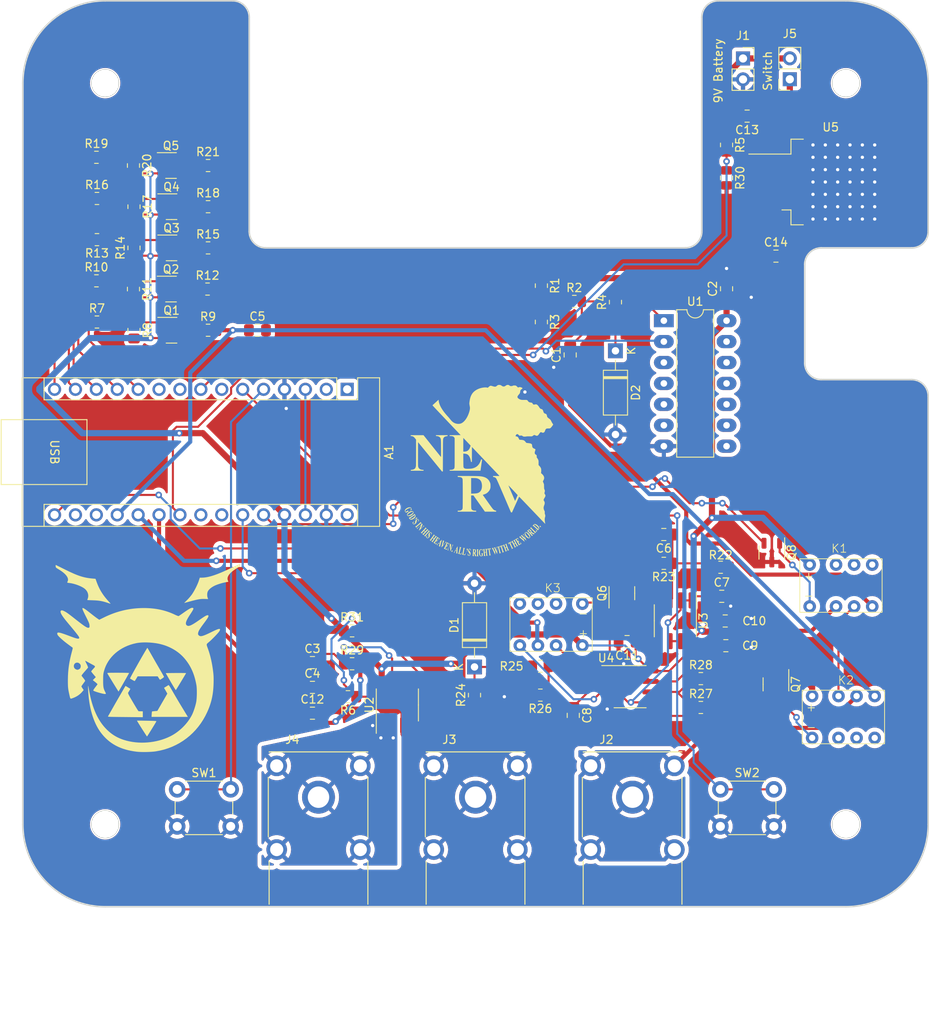
<source format=kicad_pcb>
(kicad_pcb (version 20221018) (generator pcbnew)
  (layers (0 "F.Cu" signal) (31 "B.Cu" signal) (34 "B.Paste" user) (35 "F.Paste" user) (36 "B.SilkS" user "B.Silkscreen") (37 "F.SilkS" user "F.Silkscreen") (38 "B.Mask" user) (39 "F.Mask" user) (44 "Edge.Cuts" user))
  (net 0 "")
  (net 3 "Net-(A1-~{RESET}-Pad28)")
  (net 4 "COM")
  (net 5 "PREVIOUS")
  (net 6 "NEXT")
  (net 7 "BUZZER")
  (net 8 "D5")
  (net 9 "D6")
  (net 11 "D8")
  (net 12 "D9")
  (net 13 "D10")
  (net 14 "D11")
  (net 15 "D12")
  (net 16 "RangeSel")
  (net 17 "+3V3")
  (net 19 "RESISTANCE")
  (net 20 "VOLTAGE")
  (net 21 "CURRENT")
  (net 22 "BATTERY VOLTAGE")
  (net 23 "SDA")
  (net 24 "SCL")
  (net 25 "+5V")
  (net 27 "Net-(U2-VIOUT)")
  (net 28 "VRf")
  (net 29 "A")
  (net 30 "Net-(Q1-G)")
  (net 31 "Net-(Q1-D)")
  (net 32 "Net-(Q2-G)")
  (net 33 "Net-(Q2-D)")
  (net 34 "Net-(Q3-G)")
  (net 35 "Net-(Q3-D)")
  (net 36 "Net-(Q4-G)")
  (net 37 "Net-(Q4-D)")
  (net 38 "Net-(Q5-G)")
  (net 39 "Net-(Q5-D)")
  (net 40 "Net-(R1-Pad2)")
  (net 41 "Net-(C1-Pad2)")
  (net 42 "+9V")
  (net 43 "Net-(U2-BW_SEL)")
  (net 44 "FREQUENCY IN")
  (net 45 "Net-(U3A-+)")
  (net 46 "HighRange")
  (net 47 "LowRange")
  (net 48 "Net-(J5-Pin_1)")
  (net 49 "Net-(D1-K)")
  (net 50 "Net-(D2-K)")
  (net 51 "VOLTAGE IN")
  (net 52 "Net-(U4B--)")
  (net 53 "Net-(K1--)")
  (net 57 "Net-(K1-Pad6)")
  (net 58 "Net-(K2--)")
  (net 65 "Net-(U4A--)")
  (net 66 "Net-(K3--)")
  (net 68 "Net-(U3B--)")
  (net 69 "Relay1")
  (net 70 "Relay2")
  (footprint "HFD4_005:HFD4_005" (layer "F.Cu") (at 187.7 122.96)
    (fp_text reference "K2")
    (fp_text value "HFD4/005")
  )
  (footprint "Capacitor_SMD:C_0805_2012Metric_Pad1.18x1.45mm_HandSolder" (layer "F.Cu") (at 179.5 67)
    (fp_text reference "C14")
    (fp_text value "10uf")
  )
  (footprint "FCR7350R:FCR7350" (layer "F.Cu") (at 123.92 132.7)
    (fp_text reference "J4")
    (fp_text value "FCR7350R")
  )
  (footprint "Resistor_SMD:R_0805_2012Metric_Pad1.20x1.40mm_HandSolder" (layer "F.Cu") (at 170.375 118.305)
    (fp_text reference "R28")
    (fp_text value "30K")
  )
  (footprint "Resistor_SMD:R_0805_2012Metric_Pad1.20x1.40mm_HandSolder" (layer "F.Cu") (at 127.5 120.5 180)
    (fp_text reference "R6")
    (fp_text value "0R")
  )
  (footprint "Resistor_SMD:R_0805_2012Metric_Pad1.20x1.40mm_HandSolder" (layer "F.Cu") (at 110.5 61)
    (fp_text reference "R18")
    (fp_text value "100k")
  )
  (footprint "Diode_THT:D_A-405_P10.16mm_Horizontal" (layer "F.Cu") (at 142.875 116.885 90)
    (fp_text reference "D1")
    (fp_text value "zener4.8")
  )
  (footprint "Resistor_SMD:R_0805_2012Metric_Pad1.20x1.40mm_HandSolder" (layer "F.Cu") (at 142.875 120.305 90)
    (fp_text reference "R24")
    (fp_text value "10K")
  )
  (footprint "Resistor_SMD:R_0805_2012Metric_Pad1.20x1.40mm_HandSolder" (layer "F.Cu") (at 101.5 76 -90)
    (fp_text reference "R8")
    (fp_text value "10k")
  )
  (footprint "Resistor_SMD:R_0805_2012Metric" (layer "F.Cu") (at 151 75 -90)
    (fp_text reference "R3")
    (fp_text value "15K")
  )
  (footprint "Resistor_SMD:R_0805_2012Metric_Pad1.20x1.40mm_HandSolder" (layer "F.Cu") (at 97 75)
    (fp_text reference "R7")
    (fp_text value "150")
  )
  (footprint "Capacitor_SMD:C_0805_2012Metric_Pad1.18x1.45mm_HandSolder" (layer "F.Cu") (at 123.1825 119.365)
    (fp_text reference "C4")
    (fp_text value "100n")
  )
  (footprint "Capacitor_SMD:C_0805_2012Metric_Pad1.18x1.45mm_HandSolder" (layer "F.Cu") (at 123.1825 116.355)
    (fp_text reference "C3")
    (fp_text value "1n")
  )
  (footprint "Connector_PinSocket_2.54mm:PinSocket_1x02_P2.54mm_Vertical" (layer "F.Cu") (at 175.5 43)
    (fp_text reference "J1")
    (fp_text value "9V Battery")
  )
  (footprint "Package_TO_SOT_SMD:SOT-23-3" (layer "F.Cu") (at 179.5 119 -90)
    (fp_text reference "Q7")
    (fp_text value "NMOS")
  )
  (footprint "MountingHole:MountingHole_3.2mm_M3" (layer "F.Cu") (at 98 46)
    (fp_text reference "REF**" hide)
    (fp_text value "MountingHole_3.2mm_M3")
  )
  (footprint "Package_TO_SOT_SMD:SOT-23" (layer "F.Cu") (at 106.0625 76)
    (fp_text reference "Q1")
    (fp_text value "IRLML6401")
  )
  (footprint "Resistor_SMD:R_0805_2012Metric_Pad1.20x1.40mm_HandSolder" (layer "F.Cu") (at 101.4375 71 -90)
    (fp_text reference "R11")
    (fp_text value "10k")
  )
  (footprint "Resistor_SMD:R_0805_2012Metric_Pad1.20x1.40mm_HandSolder" (layer "F.Cu") (at 110.5 56)
    (fp_text reference "R21")
    (fp_text value "1M")
  )
  (footprint "Resistor_SMD:R_0805_2012Metric" (layer "F.Cu") (at 160 72.5875 90)
    (fp_text reference "R4")
    (fp_text value "15K")
  )
  (footprint "Resistor_SMD:R_0805_2012Metric" (layer "F.Cu") (at 173.5 57.5 -90)
    (fp_text reference "R30")
    (fp_text value "100k")
  )
  (footprint "Package_TO_SOT_SMD:TO-263-3_TabPin2" (layer "F.Cu") (at 186.15 58)
    (fp_text reference "U5")
    (fp_text value "L7805")
  )
  (footprint "HFD4_005:HFD4_005" (layer "F.Cu") (at 152.18 111.74 180)
    (fp_text reference "K3")
    (fp_text value "HFD4/005")
  )
  (footprint "Resistor_SMD:R_0805_2012Metric_Pad1.20x1.40mm_HandSolder" (layer "F.Cu") (at 101.5 61 -90)
    (fp_text reference "R17")
    (fp_text value "10k")
  )
  (footprint "MountingHole:MountingHole_3.2mm_M3" (layer "F.Cu") (at 188 46)
    (fp_text reference "REF**" hide)
    (fp_text value "MountingHole_3.2mm_M3")
  )
  (footprint "Package_TO_SOT_SMD:SOT-23" (layer "F.Cu") (at 106.0625 66)
    (fp_text reference "Q3")
    (fp_text value "IRLML6401")
  )
  (footprint "Resistor_SMD:R_0805_2012Metric_Pad1.20x1.40mm_HandSolder" (layer "F.Cu") (at 110.5 66)
    (fp_text reference "R15")
    (fp_text value "10k")
  )
  (footprint "Connector_PinSocket_2.54mm:PinSocket_1x02_P2.54mm_Vertical" (layer "F.Cu") (at 181.184912 45.524524 180)
    (fp_text reference "J5")
    (fp_text value "Switch")
  )
  (footprint "Button_Switch_THT:SW_PUSH_6mm" (layer "F.Cu") (at 172.75 131.75)
    (fp_text reference "SW2")
    (fp_text value "SW_Omron_B3FS")
  )
  (footprint "Capacitor_SMD:C_0805_2012Metric_Pad1.18x1.45mm_HandSolder" (layer "F.Cu") (at 172.9125 108.305)
    (fp_text reference "C7")
    (fp_text value "10uF")
  )
  (footprint "Resistor_SMD:R_0805_2012Metric_Pad1.20x1.40mm_HandSolder" (layer "F.Cu") (at 101.4375 56 -90)
    (fp_text reference "R20")
    (fp_text value "10k")
  )
  (footprint "Resistor_SMD:R_0805_2012Metric_Pad1.20x1.40mm_HandSolder" (layer "F.Cu") (at 110.5 76)
    (fp_text reference "R9")
    (fp_text value "100")
  )
  (footprint "Resistor_SMD:R_0805_2012Metric_Pad1.20x1.40mm_HandSolder" (layer "F.Cu") (at 128 112.5)
    (fp_text reference "R31")
    (fp_text value "4.7k")
  )
  (footprint "Resistor_SMD:R_0805_2012Metric_Pad1.20x1.40mm_HandSolder" (layer "F.Cu") (at 172.78 104.78 180)
    (fp_text reference "R22")
    (fp_text value "15K")
  )
  (footprint "Resistor_SMD:R_0805_2012Metric_Pad1.20x1.40mm_HandSolder" (layer "F.Cu") (at 96.9375 70)
    (fp_text reference "R10")
    (fp_text value "150")
  )
  (footprint "Diode_THT:D_A-405_P10.16mm_Horizontal" (layer "F.Cu") (at 160 78.5 -90)
    (fp_text reference "D2")
    (fp_text value "zener2.5")
  )
  (footprint "Capacitor_SMD:C_0805_2012Metric_Pad1.18x1.45mm_HandSolder" (layer "F.Cu") (at 123.1825 122.5)
    (fp_text reference "C12")
    (fp_text value "6.8n")
  )
  (footprint "Capacitor_SMD:C_0805_2012Metric_Pad1.18x1.45mm_HandSolder" (layer "F.Cu") (at 176 50 180)
    (fp_text reference "C13")
    (fp_text value "0.22uF")
  )
  (footprint "Capacitor_SMD:C_0805_2012Metric_Pad1.18x1.45mm_HandSolder" (layer "F.Cu") (at 165.875 100.805 180)
    (fp_text reference "C6")
    (fp_text value "10uF")
  )
  (footprint "Resistor_SMD:R_0805_2012Metric_Pad1.20x1.40mm_HandSolder" (layer "F.Cu") (at 150.875 120.305 180)
    (fp_text reference "R26")
    (fp_text value "15K")
  )
  (footprint "Package_TO_SOT_SMD:SOT-23" (layer "F.Cu") (at 106 56)
    (fp_text reference "Q5")
    (fp_text value "IRLML6401")
  )
  (footprint "Resistor_SMD:R_0805_2012Metric" (layer "F.Cu") (at 155 72.5)
    (fp_text reference "R2")
    (fp_text value "50")
  )
  (footprint "Package_TO_SOT_SMD:SOT-23" (layer "F.Cu") (at 106 71)
    (fp_text reference "Q2")
    (fp_text value "IRLML6401")
  )
  (footprint "Module:Arduino_Nano" (layer "F.Cu") (at 127.405 83.175 -90)
    (fp_text reference "A1")
    (fp_text value "Arduino_Nano_v3.x")
  )
  (footprint "Capacitor_SMD:C_0805_2012Metric_Pad1.18x1.45mm_HandSolder" (layer "F.Cu") (at 116.5 76)
    (fp_text reference "C5")
    (fp_text value "100n")
  )
  (footprint "Resistor_SMD:R_0805_2012Metric_Pad1.20x1.40mm_HandSolder" (layer "F.Cu") (at 165.875 104.305 180)
    (fp_text reference "R23")
    (fp_text value "5K")
  )
  (footprint "Resistor_SMD:R_0805_2012Metric_Pad1.20x1.40mm_HandSolder" (layer "F.Cu") (at 128 116.5)
    (fp_text reference "R29")
    (fp_text value "4.7k")
  )
  (footprint "Resistor_SMD:R_0805_2012Metric_Pad1.20x1.40mm_HandSolder" (layer "F.Cu") (at 97 65 180)
    (fp_text reference "R13")
    (fp_text value "150")
  )
  (footprint "Package_TO_SOT_SMD:SOT-23-3" (layer "F.Cu") (at 160.78 107.93 90)
    (fp_text reference "Q6")
    (fp_text value "NMOS")
  )
  (footprint "Resistor_SMD:R_0805_2012Metric_Pad1.20x1.40mm_HandSolder" (layer "F.Cu") (at 110.4375 71)
    (fp_text reference "R12")
    (fp_text value "1k")
  )
  (footprint "Resistor_SMD:R_0805_2012Metric" (layer "F.Cu") (at 151 70.5875 -90)
    (fp_text reference "R1")
    (fp_text value "15K")
  )
  (footprint "Package_SO:SOIC-8_3.9x4.9mm_P1.27mm" (layer "F.Cu") (at 133.5 121.5 90)
    (fp_text reference "U2")
    (fp_text value "ACS723xLCTR-05AB")
  )
  (footprint "Button_Switch_THT:SW_PUSH_6mm" (layer "F.Cu") (at 106.75 131.75)
    (fp_text reference "SW1")
    (fp_text value "SW_Omron_B3FS")
  )
  (footprint "Capacitor_SMD:C_0805_2012Metric_Pad1.18x1.45mm_HandSolder" (layer "F.Cu") (at 154.5 79 90)
    (fp_text reference "C1")
    (fp_text value "100n")
  )
  (footprint "Package_DIP:DIP-14_W7.62mm_LongPads" (layer "F.Cu") (at 165.88 74.84)
    (fp_text reference "U1")
    (fp_text value "7414")
  )
  (footprint "Package_TO_SOT_SMD:SOT-23-3" (layer "F.Cu") (at 179 103 -90)
    (fp_text reference "Q8")
    (fp_text value "NMOS")
  )
  (footprint "Capacitor_SMD:C_0805_2012Metric_Pad1.18x1.45mm_HandSolder" (layer "F.Cu") (at 161.4125 113.805 180)
    (fp_text reference "C11")
    (fp_text value "10uF")
  )
  (footprint "HFD4_005:HFD4_005" (layer "F.Cu") (at 187.4 107)
    (fp_text reference "K1")
    (fp_text value "HFD4/005")
  )
  (footprint "Resistor_SMD:R_0805_2012Metric_Pad1.20x1.40mm_HandSolder" (layer "F.Cu") (at 97 60)
    (fp_text reference "R16")
    (fp_text value "150")
  )
  (footprint "Resistor_SMD:R_0805_2012Metric_Pad1.20x1.40mm_HandSolder" (layer "F.Cu") (at 150.875 116.805)
    (fp_text reference "R25")
    (fp_text value "5K")
  )
  (footprint "MountingHole:MountingHole_3.2mm_M3" (layer "F.Cu") (at 188 136)
    (fp_text reference "REF**" hide)
    (fp_text value "MountingHole_3.2mm_M3")
  )
  (footprint "Capacitor_SMD:C_0805_2012Metric_Pad1.18x1.45mm_HandSolder" (layer "F.Cu") (at 173.5 70.9625 90)
    (fp_text reference "C2")
    (fp_text value "330n")
  )
  (footprint "Package_SO:SOIC-8_3.9x4.9mm_P1.27mm" (layer "F.Cu") (at 167.28 111.28 -90)
    (fp_text reference "U3")
    (fp_text value "LMV358")
  )
  (footprint "Resistor_SMD:R_0805_2012Metric" (layer "F.Cu") (at 173.5 53.5 -90)
    (fp_text reference "R5")
    (fp_text value "100k")
  )
  (footprint "Capacitor_SMD:C_0805_2012Metric_Pad1.18x1.45mm_HandSolder" (layer "F.Cu") (at 173.3375 111.305)
    (fp_text reference "C10")
    (fp_text value "10uF")
  )
  (footprint "Package_SO:SOIC-8_3.9x4.9mm_P1.27mm" (layer "F.Cu") (at 161.78 119.28)
    (fp_text reference "U4")
    (fp_text value "LMV358")
  )
  (footprint "Resistor_SMD:R_0805_2012Metric_Pad1.20x1.40mm_HandSolder" (layer "F.Cu") (at 101.5 66 90)
    (fp_text reference "R14")
    (fp_text value "10k")
  )
  (footprint "Capacitor_SMD:C_0805_2012Metric_Pad1.18x1.45mm_HandSolder" (layer "F.Cu") (at 154.875 122.7675 -90)
    (fp_text reference "C8")
    (fp_text value "10uF")
  )
  (footprint "Resistor_SMD:R_0805_2012Metric_Pad1.20x1.40mm_HandSolder" (layer "F.Cu") (at 170.375 121.805)
    (fp_text reference "R27")
    (fp_text value "10K")
  )
  (footprint "Capacitor_SMD:C_0805_2012Metric_Pad1.18x1.45mm_HandSolder" (layer "F.Cu") (at 173.4125 114.305)
    (fp_text reference "C9")
    (fp_text value "10uF")
  )
  (footprint "FCR7350R:FCR7350" (layer "F.Cu") (at 143 132.7)
    (fp_text reference "J3")
    (fp_text value "FCR7350R")
  )
  (footprint "FCR7350R:FCR7350" (layer "F.Cu") (at 162.08 132.7)
    (fp_text reference "J2")
    (fp_text value "FCR7350R")
  )
  (footprint "Package_TO_SOT_SMD:SOT-23" (layer "F.Cu") (at 106.0625 61)
    (fp_text reference "Q4")
    (fp_text value "IRLML6401")
  )
  (footprint "MountingHole:MountingHole_3.2mm_M3" (layer "F.Cu") (at 98 136)
    (fp_text reference "REF**" hide)
    (fp_text value "MountingHole_3.2mm_M3")
  )
  (footprint "Resistor_SMD:R_0805_2012Metric_Pad1.20x1.40mm_HandSolder" (layer "F.Cu") (at 96.9375 55)
    (fp_text reference "R19")
    (fp_text value "150")
  )
  (gr_poly (pts (xy 100.088148 117.593193) (xy 100.512248 117.600178) (xy 100.798802 117.610517) (xy 100.876822 117.616612) (xy 100.897125 117.619832) (xy 100.904045 117.623146) (xy 100.850511 117.726172) (xy 100.709076 117.981427) (xy 100.277504 118.746179) (xy 99.839328 119.512512) (xy 99.624548 119.875541) (xy 99.619985 119.871041) (xy 99.608794 119.85564) (xy 99.56791 119.794336) (xy 99.504665 119.696027) (xy 99.421824 119.565109) (xy 99.208429 119.223042) (xy 98.949862 118.803317) (xy 98.473834 118.019276) (xy 98.323345 117.76597) (xy 98.261331 117.655362) (xy 98.259638 117.64998) (xy 98.259148 117.647403) (xy 98.258926 117.644902) (xy 98.258994 117.642474) (xy 98.259373 117.640119) (xy 98.260085 117.637836) (xy 98.261154 117.635623) (xy 98.2626 117.63348) (xy 98.264447 117.631405) (xy 98.266715 117.629397) (xy 98.269427 117.627456) (xy 98.272606 117.625579) (xy 98.276273 117.623767) (xy 98.28045 117.622018) (xy 98.28516 117.62033) (xy 98.296266 117.617136) (xy 98.309766 117.614176) (xy 98.325837 117.611442) (xy 98.344657 117.608924) (xy 98.366402 117.606615) (xy 98.391249 117.604505) (xy 98.419373 117.602585) (xy 98.450953 117.600847) (xy 98.486164 117.599282) (xy 98.525183 117.597881) (xy 98.568188 117.596636) (xy 98.615354 117.595537) (xy 98.722878 117.593746) (xy 98.849168 117.592437) (xy 98.995639 117.591541) (xy 99.163704 117.590987) (xy 99.570267 117.590628)) (fill solid) (layer "F.SilkS"))
  (gr_poly (pts (xy 135 97.5) (xy 135.020762 97.501499) (xy 135.040738 97.504125) (xy 135.059889 97.507867) (xy 135.078175 97.512711) (xy 135.095556 97.518646) (xy 135.111991 97.52566) (xy 135.127441 97.53374) (xy 135.141865 97.542875) (xy 135.155223 97.553052) (xy 135.167475 97.564259) (xy 135.178581 97.576484) (xy 135.188501 97.589716) (xy 135.197195 97.603941) (xy 135.204622 97.619148) (xy 135.210742 97.635324) (xy 135.215516 97.652458) (xy 135.218903 97.670537) (xy 135.220863 97.689549) (xy 135.221356 97.709482) (xy 135.220342 97.730325) (xy 135.219999 97.735247) (xy 135.219856 97.739661) (xy 135.219937 97.743593) (xy 135.22007 97.745386) (xy 135.220269 97.747068) (xy 135.220538 97.748642) (xy 135.22088 97.750111) (xy 135.221298 97.751479) (xy 135.221795 97.752749) (xy 135.222375 97.753924) (xy 135.223041 97.755007) (xy 135.223796 97.756001) (xy 135.224643 97.75691) (xy 135.225587 97.757736) (xy 135.22663 97.758483) (xy 135.227775 97.759155) (xy 135.229026 97.759753) (xy 135.230386 97.760283) (xy 135.231859 97.760745) (xy 135.233447 97.761145) (xy 135.235154 97.761485) (xy 135.236984 97.761768) (xy 135.238939 97.761998) (xy 135.24324 97.762309) (xy 135.248082 97.762444) (xy 135.253493 97.762429) (xy 135.257147 97.76241) (xy 135.260695 97.762464) (xy 135.26412 97.762588) (xy 135.267404 97.762777) (xy 135.270527 97.763029) (xy 135.273472 97.76334) (xy 135.276221 97.763706) (xy 135.278755 97.764125) (xy 135.281056 97.764593) (xy 135.283106 97.765107) (xy 135.284886 97.765662) (xy 135.286379 97.766256) (xy 135.287566 97.766885) (xy 135.288428 97.767546) (xy 135.288732 97.767887) (xy 135.288948 97.768235) (xy 135.289074 97.768589) (xy 135.289107 97.768949) (xy 135.288324 97.770391) (xy 135.286114 97.772498) (xy 135.277791 97.778514) (xy 135.264902 97.786605) (xy 135.248208 97.796381) (xy 135.206452 97.819422) (xy 135.158619 97.84451) (xy 135.110805 97.868516) (xy 135.069105 97.888312) (xy 135.052453 97.895653) (xy 135.039615 97.900769) (xy 135.031353 97.903268) (xy 135.029177 97.903414) (xy 135.02843 97.90276) (xy 135.0285 97.90215) (xy 135.028709 97.901414) (xy 135.029052 97.900557) (xy 135.029526 97.899582) (xy 135.030855 97.897294) (xy 135.032668 97.894582) (xy 135.034937 97.89148) (xy 135.037635 97.888017) (xy 135.040734 97.884226) (xy 135.044207 97.880139) (xy 135.048025 97.875788) (xy 135.052163 97.871205) (xy 135.056592 97.866421) (xy 135.061284 97.861469) (xy 135.066212 97.856379) (xy 135.071349 97.851185) (xy 135.076666 97.845918) (xy 135.082137 97.840609) (xy 135.098906 97.823704) (xy 135.113954 97.806876) (xy 135.127266 97.790186) (xy 135.138829 97.773692) (xy 135.148629 97.757453) (xy 135.152864 97.749448) (xy 135.156652 97.741529) (xy 135.159993 97.733703) (xy 135.162884 97.725978) (xy 135.165324 97.718361) (xy 135.167311 97.710859) (xy 135.168843 97.70348) (xy 135.169919 97.696232) (xy 135.170536 97.689121) (xy 135.170694 97.682155) (xy 135.17039 97.675342) (xy 135.169622 97.668688) (xy 135.168389 97.662202) (xy 135.166689 97.65589) (xy 135.16452 97.649759) (xy 135.161881 97.643819) (xy 135.15877 97.638074) (xy 135.155185 97.632534) (xy 135.151124 97.627206) (xy 135.146585 97.622096) (xy 135.141568 97.617212) (xy 135.136069 97.612562) (xy 135.130731 97.608482) (xy 135.125557 97.604824) (xy 135.120483 97.601573) (xy 135.115447 97.598715) (xy 135.110386 97.596235) (xy 135.105235 97.594121) (xy 135.099933 97.592357) (xy 135.094415 97.59093) (xy 135.088619 97.589825) (xy 135.082482 97.589028) (xy 135.07594 97.588525) (xy 135.068931 97.588302) (xy 135.061391 97.588345) (xy 135.053257 97.58864) (xy 135.044465 97.589173) (xy 135.034954 97.589929) (xy 135.007951 97.593597) (xy 134.978228 97.600005) (xy 134.946227 97.608925) (xy 134.912394 97.620131) (xy 134.87717 97.633395) (xy 134.841001 97.648492) (xy 134.804329 97.665195) (xy 134.767599 97.683278) (xy 134.731254 97.702513) (xy 134.695738 97.722674) (xy 134.661495 97.743535) (xy 134.628967 97.764869) (xy 134.5986 97.786449) (xy 134.570836 97.808049) (xy 134.546119 97.829442) (xy 134.524893 97.850402) (xy 134.51339 97.863157) (xy 134.503183 97.87546) (xy 134.494265 97.887343) (xy 134.486631 97.898841) (xy 134.480273 97.909989) (xy 134.47757 97.915441) (xy 134.475184 97.920819) (xy 134.473115 97.926126) (xy 134.47136 97.931366) (xy 134.469919 97.936545) (xy 134.468792 97.941665) (xy 134.467978 97.946732) (xy 134.467475 97.951749) (xy 134.467284 97.956721) (xy 134.467402 97.961652) (xy 134.46783 97.966546) (xy 134.468567 97.971408) (xy 134.469612 97.976241) (xy 134.470963 97.981051) (xy 134.472621 97.985841) (xy 134.474584 97.990616) (xy 134.476851 97.995379) (xy 134.479422 98.000135) (xy 134.482296 98.004889) (xy 134.485473 98.009644) (xy 134.492728 98.019177) (xy 134.518052 98.049978) (xy 134.629639 97.993409) (xy 134.661703 97.976866) (xy 134.675301 97.969571) (xy 134.687406 97.962822) (xy 134.698116 97.956544) (xy 134.707528 97.950657) (xy 134.71574 97.945084) (xy 134.72285 97.939748) (xy 134.728955 97.93457) (xy 134.734152 97.929475) (xy 134.738539 97.924382) (xy 134.742214 97.919216) (xy 134.745274 97.913899) (xy 134.747817 97.908352) (xy 134.749941 97.902499) (xy 134.751742 97.896261) (xy 134.762257 97.855682) (xy 134.815739 97.95283) (xy 134.824446 97.968974) (xy 134.832295 97.984189) (xy 134.839268 97.998398) (xy 134.845345 98.011529) (xy 134.850508 98.023504) (xy 134.854738 98.034251) (xy 134.858018 98.043694) (xy 134.860329 98.051757) (xy 134.861651 98.058367) (xy 134.861967 98.063448) (xy 134.861742 98.065391) (xy 134.861258 98.066925) (xy 134.860513 98.068039) (xy 134.859505 98.068724) (xy 134.858232 98.068971) (xy 134.85669 98.06877) (xy 134.854879 98.068111) (xy 134.852795 98.066987) (xy 134.8478 98.063301) (xy 134.841688 98.057638) (xy 134.839373 98.055452) (xy 134.836987 98.05346) (xy 134.83452 98.051665) (xy 134.831963 98.050069) (xy 134.829305 98.048674) (xy 134.826537 98.047482) (xy 134.82365 98.046497) (xy 134.820633 98.04572) (xy 134.817477 98.045154) (xy 134.814173 98.0448) (xy 134.81071 98.044662) (xy 134.807079 98.044742) (xy 134.80327 98.045041) (xy 134.799273 98.045563) (xy 134.795079 98.046309) (xy 134.790678 98.047283) (xy 134.786061 98.048486) (xy 134.781217 98.04992) (xy 134.776138 98.051589) (xy 134.770812 98.053494) (xy 134.765232 98.055638) (xy 134.759386 98.058023) (xy 134.74686 98.063525) (xy 134.733158 98.070019) (xy 134.718201 98.077524) (xy 134.701913 98.08606) (xy 134.684215 98.095643) (xy 134.664844 98.106127) (xy 134.646249 98.115907) (xy 134.628876 98.12477) (xy 134.61317 98.132502) (xy 134.599573 98.138888) (xy 134.588531 98.143714) (xy 134.580487 98.146767) (xy 134.577729 98.147562) (xy 134.575887 98.147833) (xy 134.57514 98.147783) (xy 134.574267 98.147636) (xy 134.572158 98.147058) (xy 134.569595 98.146118) (xy 134.566612 98.144837) (xy 134.563241 98.143233) (xy 134.559516 98.141325) (xy 134.555472 98.139135) (xy 134.551141 98.136679) (xy 134.546558 98.13398) (xy 134.541756 98.131054) (xy 134.536769 98.127924) (xy 134.531631 98.124606) (xy 134.526374 98.121122) (xy 134.521033 98.11749) (xy 134.515642 98.113731) (xy 134.510234 98.109863) (xy 134.510234 98.109864) (xy 134.497125 98.099698) (xy 134.484753 98.088757) (xy 134.47315 98.077112) (xy 134.462353 98.064835) (xy 134.452394 98.051998) (xy 134.443307 98.038671) (xy 134.435126 98.024927) (xy 134.427885 98.010836) (xy 134.421619 97.996472) (xy 134.416361 97.981904) (xy 134.412145 97.967205) (xy 134.409005 97.952447) (xy 134.406975 97.9377) (xy 134.406387 97.930353) (xy 134.406089 97.923036) (xy 134.406086 97.915758) (xy 134.406381 97.908528) (xy 134.406979 97.901354) (xy 134.407885 97.894245) (xy 134.409801 97.883243) (xy 134.412246 97.872247) (xy 134.415215 97.861261) (xy 134.418701 97.850294) (xy 134.4227 97.839349) (xy 134.427205 97.828434) (xy 134.437714 97.806715) (xy 134.450185 97.785185) (xy 134.464573 97.76389) (xy 134.480835 97.742878) (xy 134.498926 97.722197) (xy 134.518803 97.701894) (xy 134.540421 97.682016) (xy 134.563737 97.662612) (xy 134.588706 97.643728) (xy 134.615285 97.625413) (xy 134.64343 97.607712) (xy 134.673096 97.590675) (xy 134.70424 97.574348) (xy 134.75804 97.549674) (xy 134.810465 97.530043) (xy 134.861194 97.515357) (xy 134.909907 97.505519) (xy 134.933408 97.502388) (xy 134.956283 97.500432) (xy 134.978494 97.499641)) (fill solid) (layer "F.SilkS"))
  (gr_poly (pts (xy 142.786983 102.588412) (xy 142.816864 102.589944) (xy 142.844061 102.591758) (xy 142.868731 102.593914) (xy 142.891032 102.596471) (xy 142.911122 102.599488) (xy 142.929156 102.603023) (xy 142.945293 102.607136) (xy 142.95969 102.611884) (xy 142.972504 102.617329) (xy 142.983892 102.623527) (xy 142.994012 102.630539) (xy 143.003021 102.638422) (xy 143.011076 102.647237) (xy 143.018334 102.657042) (xy 143.024953 102.667895) (xy 143.03109 102.679856) (xy 143.035352 102.689579) (xy 143.039159 102.699788) (xy 143.045436 102.721494) (xy 143.049974 102.744637) (xy 143.052829 102.768879) (xy 143.054055 102.793883) (xy 143.053707 102.819312) (xy 143.051839 102.844827) (xy 143.048506 102.870092) (xy 143.043763 102.894767) (xy 143.037663 102.918517) (xy 143.030263 102.941003) (xy 143.021616 102.961887) (xy 143.011776 102.980833) (xy 143.0008 102.997501) (xy 142.994902 103.004877) (xy 142.98874 103.011556) (xy 142.982321 103.017497) (xy 142.975652 103.022659) (xy 142.973365 103.02428) (xy 142.971234 103.025852) (xy 142.969266 103.027408) (xy 142.967466 103.028981) (xy 142.96584 103.030604) (xy 142.965094 103.031445) (xy 142.964393 103.03231) (xy 142.963738 103.033204) (xy 142.96313 103.03413) (xy 142.962569 103.035094) (xy 142.962057 103.036098) (xy 142.961594 103.037148) (xy 142.96118 103.038247) (xy 142.960816 103.039399) (xy 142.960504 103.040609) (xy 142.960243 103.04188) (xy 142.960034 103.043217) (xy 142.959878 103.044624) (xy 142.959776 103.046104) (xy 142.959729 103.047662) (xy 142.959736 103.049302) (xy 142.9598 103.051028) (xy 142.95992 103.052844) (xy 142.960331 103.056764) (xy 142.960977 103.061092) (xy 142.961862 103.065864) (xy 142.962993 103.07111) (xy 142.964374 103.076864) (xy 142.966011 103.083158) (xy 142.96791 103.090026) (xy 142.970076 103.0975) (xy 142.972514 103.105613) (xy 142.975231 103.114396) (xy 142.978232 103.123885) (xy 142.981521 103.13411) (xy 142.98899 103.156901) (xy 142.997681 103.183033) (xy 143.007639 103.212766) (xy 143.031083 103.280618) (xy 143.052251 103.338151) (xy 143.061255 103.361149) (xy 143.068818 103.379288) (xy 143.074649 103.39181) (xy 143.076825 103.395727) (xy 143.07846 103.397955) (xy 143.079851 103.399434) (xy 143.081166 103.401006) (xy 143.082406 103.402663) (xy 143.083568 103.404392) (xy 143.085657 103.408034) (xy 143.087429 103.411851) (xy 143.088877 103.415766) (xy 143.089996 103.419699) (xy 143.09078 103.423571) (xy 143.091222 103.427303) (xy 143.091318 103.430815) (xy 143.091061 103.43403) (xy 143.090798 103.435501) (xy 143.090445 103.436867) (xy 143.090001 103.43812) (xy 143.089465 103.439248) (xy 143.088836 103.440243) (xy 143.088114 103.441094) (xy 143.087298 103.441791) (xy 143.086387 103.442325) (xy 143.08538 103.442685) (xy 143.084277 103.442863) (xy 143.083077 103.442847) (xy 143.08178 103.442628) (xy 143.078567 103.442057) (xy 143.073158 103.441333) (xy 143.065844 103.440485) (xy 143.056916 103.439542) (xy 143.035379 103.437494) (xy 143.010875 103.435427) (xy 143.010871 103.435421) (xy 142.949752 103.430572) (xy 142.888556 103.24533) (xy 142.859999 103.1599) (xy 142.848257 103.126166) (xy 142.838027 103.09836) (xy 142.829175 103.076438) (xy 142.821567 103.060356) (xy 142.818188 103.054492) (xy 142.81507 103.05007) (xy 142.812196 103.047087) (xy 142.809549 103.045536) (xy 142.807113 103.045412) (xy 142.804871 103.046709) (xy 142.802806 103.049422) (xy 142.800902 103.053546) (xy 142.797507 103.066002) (xy 142.794553 103.084033) (xy 142.791906 103.107595) (xy 142.789432 103.136644) (xy 142.784467 103.211027) (xy 142.781949 103.254733) (xy 142.780411 103.289775) (xy 142.779931 103.317305) (xy 142.780112 103.328612) (xy 142.780588 103.338473) (xy 142.781367 103.347031) (xy 142.782459 103.35443) (xy 142.783875 103.360815) (xy 142.785625 103.366329) (xy 142.787717 103.371115) (xy 142.790162 103.375319) (xy 142.79297 103.379083) (xy 142.796151 103.382553) (xy 142.798371 103.384718) (xy 142.800697 103.386882) (xy 142.803111 103.389033) (xy 142.805592 103.391155) (xy 142.808121 103.393235) (xy 142.81068 103.395259) (xy 142.813249 103.397214) (xy 142.815808 103.399086) (xy 142.818339 103.40086) (xy 142.820823 103.402524) (xy 142.823239 103.404064) (xy 142.82557 103.405465) (xy 142.827795 103.406713) (xy 142.829895 103.407796) (xy 142.831852 103.4087) (xy 142.833646 103.40941) (xy 142.836849 103.410605) (xy 142.839613 103.41175) (xy 142.841937 103.412842) (xy 142.843824 103.413884) (xy 142.845273 103.414873) (xy 142.846287 103.41581) (xy 142.84663 103.416259) (xy 142.846865 103.416696) (xy 142.846992 103.417119) (xy 142.84701 103.417529) (xy 142.84692 103.417926) (xy 142.846722 103.41831) (xy 142.846416 103.418681) (xy 142.846002 103.419038) (xy 142.844851 103.419715) (xy 142.843271 103.420338) (xy 142.841262 103.420909) (xy 142.838824 103.421427) (xy 142.835961 103.421892) (xy 142.832671 103.422304) (xy 142.828957 103.422663) (xy 142.824819 103.422969) (xy 142.815277 103.42342) (xy 142.804052 103.423656) (xy 142.791153 103.423677) (xy 142.776588 103.423482) (xy 142.760365 103.42307) (xy 142.742492 103.42244) (xy 142.722979 103.421591) (xy 142.700046 103.42027) (xy 142.678651 103.418577) (xy 142.659264 103.416579) (xy 142.642352 103.414349) (xy 142.628382 103.411955) (xy 142.617825 103.409469) (xy 142.613972 103.408213) (xy 142.611147 103.40696) (xy 142.609409 103.405718) (xy 142.608966 103.405105) (xy 142.608817 103.404498) (xy 142.608843 103.403897) (xy 142.60892 103.403305) (xy 142.609047 103.402721) (xy 142.609223 103.402145) (xy 142.609446 103.40158) (xy 142.609715 103.401026) (xy 142.610029 103.400482) (xy 142.610386 103.399951) (xy 142.610786 103.399433) (xy 142.611227 103.398928) (xy 142.611707 103.398438) (xy 142.612226 103.397963) (xy 142.612782 103.397504) (xy 142.613373 103.397061) (xy 142.614 103.396636) (xy 142.61466 103.396228) (xy 142.615351 103.39584) (xy 142.616074 103.395471) (xy 142.616826 103.395123) (xy 142.617606 103.394796) (xy 142.618414 103.394491) (xy 142.619247 103.394208) (xy 142.620104 103.393949) (xy 142.620985 103.393713) (xy 142.621887 103.393503) (xy 142.62281 103.393318) (xy 142.623753 103.39316) (xy 142.624713 103.393029) (xy 142.62569 103.392925) (xy 142.626683 103.39285) (xy 142.62769 103.392805) (xy 142.62871 103.39279) (xy 142.629744 103.392751) (xy 142.630795 103.392637) (xy 142.631859 103.392449) (xy 142.632935 103.392188) (xy 142.634021 103.391858) (xy 142.635115 103.39146) (xy 142.636214 103.390995) (xy 142.637318 103.390466) (xy 142.638424 103.389874) (xy 142.639529 103.389221) (xy 142.641732 103.387742) (xy 142.643911 103.386042) (xy 142.646049 103.384138) (xy 142.648132 103.382044) (xy 142.650142 103.379775) (xy 142.652065 103.377346) (xy 142.653884 103.374773) (xy 142.655583 103.37207) (xy 142.657146 103.369253) (xy 142.658557 103.366337) (xy 142.659801 103.363337) (xy 142.661029 103.358519) (xy 142.662393 103.350267) (xy 142.665472 103.324247) (xy 142.668923 103.286833) (xy 142.672632 103.239584) (xy 142.676484 103.184059) (xy 142.680366 103.121816) (xy 142.684161 103.054414) (xy 142.687755 102.98341) (xy 142.688293 102.972151) (xy 142.79865 102.972151) (xy 142.799427 102.985006) (xy 142.800802 102.991589) (xy 142.801567 102.992851) (xy 142.802457 102.994021) (xy 142.803468 102.995098) (xy 142.804598 102.996084) (xy 142.805844 102.996977) (xy 142.807203 102.997778) (xy 142.808674 102.998488) (xy 142.810254 102.999106) (xy 142.81194 102.999632) (xy 142.813729 103.000068) (xy 142.81562 103.000412) (xy 142.817609 103.000665) (xy 142.819694 103.000828) (xy 142.821873 103.0009) (xy 142.824143 103.000882) (xy 142.826502 103.000773) (xy 142.828947 103.000574) (xy 142.831475 103.000285) (xy 142.834084 102.999907) (xy 142.836772 102.999439) (xy 142.842372 102.998234) (xy 142.848257 102.996673) (xy 142.854405 102.994757) (xy 142.860797 102.992487) (xy 142.867412 102.989863) (xy 142.87423 102.986889) (xy 142.87423 102.986888) (xy 142.878068 102.985033) (xy 142.881776 102.983026) (xy 142.885356 102.98086) (xy 142.888809 102.97853) (xy 142.892139 102.976032) (xy 142.895346 102.97336) (xy 142.898434 102.97051) (xy 142.901404 102.967476) (xy 142.904259 102.964253) (xy 142.907 102.960836) (xy 142.909631 102.95722) (xy 142.912152 102.9534) (xy 142.914567 102.949371) (xy 142.916877 102.945128) (xy 142.919085 102.940666) (xy 142.921193 102.935979) (xy 142.923203 102.931064) (xy 142.925117 102.925914) (xy 142.926937 102.920524) (xy 142.928666 102.91489) (xy 142.930305 102.909007) (xy 142.931857 102.902868) (xy 142.933324 102.896471) (xy 142.934709 102.889808) (xy 142.937237 102.875669) (xy 142.939461 102.86041) (xy 142.941396 102.843991) (xy 142.943061 102.826371) (xy 142.944552 102.804917) (xy 142.94496 102.795178) (xy 142.945132 102.786024) (xy 142.945061 102.777398) (xy 142.944739 102.769245) (xy 142.944159 102.761509) (xy 142.943313 102.754134) (xy 142.942193 102.747065) (xy 142.940792 102.740244) (xy 142.939103 102.733617) (xy 142.937118 102.727128) (xy 142.934828 102.72072) (xy 142.932227 102.714339) (xy 142.929307 102.707927) (xy 142.926061 102.701429) (xy 142.923765 102.697255) (xy 142.921259 102.693146) (xy 142.918557 102.689108) (xy 142.915676 102.685151) (xy 142.912628 102.681284) (xy 142.909429 102.677513) (xy 142.902636 102.670299) (xy 142.895414 102.663575) (xy 142.887879 102.657409) (xy 142.880149 102.651868) (xy 142.87234 102.647019) (xy 142.86457 102.642929) (xy 142.860736 102.64119) (xy 142.856955 102.639665) (xy 142.853243 102.638364) (xy 142.849613 102.637295) (xy 142.846081 102.636466) (xy 142.842661 102.635886) (xy 142.839367 102.635562) (xy 142.836215 102.635504) (xy 142.833218 102.635719) (xy 142.830392 102.636217) (xy 142.827752 102.637005) (xy 142.825311 102.638092) (xy 142.823084 102.639487) (xy 142.821087 102.641197) (xy 142.819013 102.646687) (xy 142.816802 102.658596) (xy 142.812178 102.698041) (xy 142.807633 102.752281) (xy 142.803588 102.814063) (xy 142.800463 102.876137) (xy 142.798677 102.93125) (xy 142.79865 102.972151) (xy 142.688293 102.972151) (xy 142.704509 102.632936) (xy 142.672973 102.607394) (xy 142.641434 102.581852)) (fill solid) (layer "F.SilkS"))
  (gr_poly (pts (xy 143.84169 102.58178) (xy 143.842069 102.581961) (xy 143.842431 102.58224) (xy 143.842777 102.58262) (xy 143.843423 102.583685) (xy 143.844009 102.585172) (xy 143.844538 102.587093) (xy 143.845014 102.589463) (xy 143.84544 102.592295) (xy 143.845818 102.595604) (xy 143.846154 102.599402) (xy 143.846706 102.608525) (xy 143.847123 102.619774) (xy 143.84743 102.63326) (xy 143.847653 102.649092) (xy 143.847951 102.688243) (xy 143.848262 102.713807) (xy 143.848869 102.738943) (xy 143.849739 102.763009) (xy 143.850835 102.785362) (xy 143.852122 102.805361) (xy 143.853563 102.822363) (xy 143.855125 102.835726) (xy 143.856771 102.844808) (xy 143.857873 102.849463) (xy 143.858739 102.853598) (xy 143.859376 102.857225) (xy 143.859796 102.860359) (xy 143.860007 102.86301) (xy 143.860019 102.865193) (xy 143.859842 102.86692) (xy 143.859486 102.868203) (xy 143.85896 102.869056) (xy 143.858636 102.869324) (xy 143.858273 102.86949) (xy 143.857436 102.86952) (xy 143.856459 102.869157) (xy 143.85535 102.868415) (xy 143.854119 102.867306) (xy 143.852777 102.865843) (xy 143.851332 102.864038) (xy 143.849795 102.861905) (xy 143.848175 102.859456) (xy 143.844725 102.853661) (xy 143.841059 102.846756) (xy 143.837254 102.838842) (xy 143.833388 102.830022) (xy 143.829538 102.820398) (xy 143.825781 102.810071) (xy 143.822194 102.799143) (xy 143.814515 102.776411) (xy 143.806064 102.755091) (xy 143.796901 102.735239) (xy 143.787088 102.716908) (xy 143.776684 102.700154) (xy 143.765751 102.685031) (xy 143.75435 102.671594) (xy 143.742541 102.659898) (xy 143.736502 102.65472) (xy 143.730385 102.649998) (xy 143.724196 102.645739) (xy 143.717943 102.641949) (xy 143.711633 102.638635) (xy 143.705275 102.635804) (xy 143.698876 102.633464) (xy 143.692443 102.63162) (xy 143.685985 102.63028) (xy 143.679508 102.629451) (xy 143.67302 102.629138) (xy 143.666529 102.629351) (xy 143.660043 102.630094) (xy 143.653569 102.631375) (xy 143.647114 102.633201) (xy 143.640686 102.635578) (xy 143.633398 102.638955) (xy 143.626374 102.642938) (xy 143.619616 102.647528) (xy 143.613123 102.652723) (xy 143.606895 102.658525) (xy 143.600932 102.664933) (xy 143.595234 102.671947) (xy 143.589802 102.679568) (xy 143.584634 102.687796) (xy 143.579732 102.69663) (xy 143.575095 102.706071) (xy 143.570722 102.716119) (xy 143.566615 102.726773) (xy 143.562773 102.738035) (xy 143.559196 102.749903) (xy 143.555883 102.762379) (xy 143.552836 102.775462) (xy 143.550053 102.789152) (xy 143.547536 102.803449) (xy 143.545283 102.818354) (xy 143.541572 102.849986) (xy 143.538921 102.884048) (xy 143.537329 102.920541) (xy 143.536796 102.959466) (xy 143.537321 103.000823) (xy 143.538906 103.044613) (xy 143.543023 103.111471) (xy 143.545686 103.141593) (xy 143.548782 103.16962) (xy 143.552331 103.195633) (xy 143.556358 103.219714) (xy 143.560883 103.241945) (xy 143.565929 103.262407) (xy 143.571518 103.281182) (xy 143.577672 103.298352) (xy 143.584414 103.313999) (xy 143.591765 103.328204) (xy 143.599748 103.341048) (xy 143.608385 103.352614) (xy 143.617698 103.362983) (xy 143.627709 103.372238) (xy 143.635616 103.378719) (xy 143.643073 103.384452) (xy 143.650135 103.389449) (xy 143.65686 103.393721) (xy 143.663304 103.397277) (xy 143.666438 103.398791) (xy 143.669522 103.400129) (xy 143.672565 103.401295) (xy 143.675572 103.402289) (xy 143.678552 103.403112) (xy 143.68151 103.403766) (xy 143.684454 103.404252) (xy 143.687392 103.404572) (xy 143.690329 103.404726) (xy 143.693274 103.404717) (xy 143.696232 103.404546) (xy 143.699212 103.404213) (xy 143.70222 103.403721) (xy 143.705264 103.40307) (xy 143.70835 103.402263) (xy 143.711485 103.401299) (xy 143.717932 103.398912) (xy 143.724661 103.395918) (xy 143.731728 103.392329) (xy 143.733729 103.391213) (xy 143.735624 103.390056) (xy 143.737416 103.388844) (xy 143.739107 103.387563) (xy 143.7407 103.3862) (xy 143.742198 103.38474) (xy 143.743603 103.383169) (xy 143.74492 103.381475) (xy 143.746149 103.379642) (xy 143.747295 103.377657) (xy 143.74836 103.375507) (xy 143.749347 103.373177) (xy 143.750258 103.370653) (xy 143.751097 103.367922) (xy 143.751865 103.36497) (xy 143.752567 103.361783) (xy 143.753205 103.358347) (xy 143.753781 103.354649) (xy 143.754298 103.350673) (xy 143.75476 103.346407) (xy 143.755168 103.341837) (xy 143.755527 103.336949) (xy 143.755838 103.331729) (xy 143.756104 103.326163) (xy 143.756514 103.313938) (xy 143.756779 103.300164) (xy 143.756922 103.284729) (xy 143.756965 103.267523) (xy 143.756808 103.246713) (xy 143.75633 103.227481) (xy 143.755524 103.209796) (xy 143.754379 103.193623) (xy 143.752886 103.178932) (xy 143.751035 103.165688) (xy 143.748818 103.153861) (xy 143.746225 103.143416) (xy 143.743248 103.134322) (xy 143.739875 103.126546) (xy 143.736099 103.120056) (xy 143.731911 103.114819) (xy 143.727299 103.110802) (xy 143.722257 103.107973) (xy 143.716774 103.1063) (xy 143.71084 103.105749) (xy 143.708893 103.105681) (xy 143.707001 103.105483) (xy 143.705173 103.10516) (xy 143.703419 103.10472) (xy 143.70175 103.104168) (xy 143.700174 103.103513) (xy 143.698701 103.10276) (xy 143.697343 103.101917) (xy 143.696107 103.100989) (xy 143.695004 103.099984) (xy 143.694506 103.099455) (xy 143.694044 103.098908) (xy 143.693621 103.098346) (xy 143.693237 103.097769) (xy 143.692893 103.097177) (xy 143.692592 103.096571) (xy 143.692333 103.095953) (xy 143.692119 103.095324) (xy 143.69195 103.094683) (xy 143.691828 103.094032) (xy 143.691754 103.093371) (xy 143.691729 103.092703) (xy 143.691864 103.091989) (xy 143.692265 103.091289) (xy 143.692929 103.090604) (xy 143.69385 103.089934) (xy 143.695023 103.08928) (xy 143.696444 103.088643) (xy 143.698108 103.088023) (xy 143.700009 103.08742) (xy 143.704508 103.086269) (xy 143.709902 103.085195) (xy 143.716152 103.084203) (xy 143.723221 103.083296) (xy 143.73107 103.082479) (xy 143.739661 103.081757) (xy 143.748956 103.081133) (xy 143.758917 103.080613) (xy 143.769505 103.080201) (xy 143.780682 103.079902) (xy 143.79241 103.079718) (xy 143.804651 103.079656) (xy 143.917574 103.079656) (xy 143.892719 103.107159) (xy 143.889011 103.111516) (xy 143.887299 103.113747) (xy 143.885678 103.116032) (xy 143.884145 103.118385) (xy 143.882699 103.12082) (xy 143.881338 103.123352) (xy 143.880058 103.125995) (xy 143.878858 103.128764) (xy 143.877735 103.131672) (xy 143.876687 103.134734) (xy 143.875712 103.137964) (xy 143.874807 103.141376) (xy 143.873969 103.144986) (xy 143.873198 103.148806) (xy 143.872489 103.152852) (xy 143.871253 103.161678) (xy 143.870242 103.171576) (xy 143.869438 103.182663) (xy 143.868822 103.195051) (xy 143.868375 103.208856) (xy 143.868079 103.224192) (xy 143.867914 103.241174) (xy 143.867864 103.259915) (xy 143.867864 103.385166) (xy 143.815676 103.414857) (xy 143.808453 103.418824) (xy 143.801287 103.422465) (xy 143.794134 103.42579) (xy 143.786948 103.428808) (xy 143.779686 103.43153) (xy 143.772302 103.433966) (xy 143.764752 103.436125) (xy 143.756992 103.438017) (xy 143.748977 103.439653) (xy 143.740661 103.441043) (xy 143.732002 103.442196) (xy 143.722954 103.443122) (xy 143.713472 103.443832) (xy 143.703512 103.444335) (xy 143.69303 103.444641) (xy 143.68198 103.444761) (xy 143.656583 103.444591) (xy 143.645802 103.444244) (xy 143.636097 103.44365) (xy 143.627318 103.442759) (xy 143.619313 103.441516) (xy 143.611932 103.439869) (xy 143.605024 103.437765) (xy 143.598437 103.435152) (xy 143.592021 103.431976) (xy 143.585624 103.428185) (xy 143.579096 103.423726) (xy 143.572285 103.418547) (xy 143.565041 103.412593) (xy 143.557212 103.405814) (xy 143.548647 103.398155) (xy 143.548648 103.398155) (xy 143.532221 103.38201) (xy 143.516834 103.364267) (xy 143.502486 103.345034) (xy 143.48918 103.324419) (xy 143.476916 103.30253) (xy 143.465694 103.279474) (xy 143.455516 103.255359) (xy 143.446382 103.230294) (xy 143.431252 103.177743) (xy 143.420309 103.122683) (xy 143.41356 103.065977) (xy 143.411012 103.008487) (xy 143.412673 102.951076) (xy 143.418547 102.894608) (xy 143.428643 102.839944) (xy 143.442966 102.787948) (xy 143.451715 102.76322) (xy 143.461523 102.739483) (xy 143.472392 102.716843) (xy 143.484322 102.69541) (xy 143.497314 102.675291) (xy 143.511368 102.656593) (xy 143.526486 102.639425) (xy 143.542669 102.623895) (xy 143.5496 102.617928) (xy 143.556151 102.612563) (xy 143.562405 102.60777) (xy 143.568447 102.603517) (xy 143.57436 102.599777) (xy 143.580227 102.596518) (xy 143.586131 102.593711) (xy 143.592158 102.591326) (xy 143.598389 102.589334) (xy 143.604908 102.587704) (xy 143.6118 102.586406) (xy 143.619147 102.585412) (xy 143.627033 102.58469) (xy 143.635542 102.584212) (xy 143.644758 102.583947) (xy 143.654763 102.583865) (xy 143.662969 102.58397) (xy 143.670999 102.584284) (xy 143.678852 102.584807) (xy 143.686526 102.585539) (xy 143.694022 102.58648) (xy 143.701339 102.58763) (xy 143.708475 102.588989) (xy 143.71543 102.590555) (xy 143.722203 102.59233) (xy 143.728795 102.594313) (xy 143.735203 102.596503) (xy 143.741427 102.598902) (xy 143.747467 102.601507) (xy 143.753322 102.60432) (xy 143.758991 102.607341) (xy 143.764473 102.610568) (xy 143.807682 102.637272) (xy 143.827466 102.600784) (xy 143.8308 102.594727) (xy 143.83374 102.589691) (xy 143.83507 102.58759) (xy 143.836311 102.585786) (xy 143.837466 102.584292) (xy 143.838538 102.583122) (xy 143.839532 102.58229) (xy 143.84 102.582005) (xy 143.840449 102.58181) (xy 143.84088 102.581707) (xy 143.841294 102.581696)) (fill solid) (layer "F.SilkS"))
  (gr_poly (pts (xy 145.881452 102.242581) (xy 145.883091 102.24318) (xy 145.883508 102.243606) (xy 145.883649 102.244119) (xy 145.883621 102.244682) (xy 145.883538 102.245259) (xy 145.883402 102.24585) (xy 145.883213 102.246452) (xy 145.882974 102.247064) (xy 145.882685 102.247685) (xy 145.882348 102.248315) (xy 145.881964 102.248951) (xy 145.881535 102.249593) (xy 145.881062 102.250239) (xy 145.880546 102.250888) (xy 145.879989 102.25154) (xy 145.878757 102.252843) (xy 145.877376 102.254139) (xy 145.875857 102.255419) (xy 145.874212 102.256672) (xy 145.872451 102.257889) (xy 145.870585 102.259061) (xy 145.868626 102.260176) (xy 145.866583 102.261227) (xy 145.864468 102.262202) (xy 145.862293 102.263093) (xy 145.860718 102.263734) (xy 145.859227 102.264421) (xy 145.857821 102.265158) (xy 145.856497 102.265952) (xy 145.855255 102.266807) (xy 145.854094 102.267728) (xy 145.853012 102.268723) (xy 145.852009 102.269795) (xy 145.851083 102.27095) (xy 145.850234 102.272194) (xy 145.84946 102.273532) (xy 145.84876 102.27497) (xy 145.848134 102.276512) (xy 145.847579 102.278165) (xy 145.847096 102.279934) (xy 145.846684 102.281824) (xy 145.84634 102.283841) (xy 145.846064 102.28599) (xy 145.845855 102.288276) (xy 145.845712 102.290706) (xy 145.845634 102.293283) (xy 145.84562 102.296015) (xy 145.845668 102.298906) (xy 145.845779 102.301961) (xy 145.845949 102.305187) (xy 145.84618 102.308588) (xy 145.846469 102.31217) (xy 145.846815 102.315939) (xy 145.847677 102.324057) (xy 145.848755 102.332986) (xy 145.859141 102.383655) (xy 145.880504 102.468668) (xy 145.942095 102.692468) (xy 146.005384 102.905862) (xy 146.028872 102.977869) (xy 146.037037 102.999812) (xy 146.042231 103.01033) (xy 146.04382 103.012076) (xy 146.04564 103.013774) (xy 146.047671 103.015413) (xy 146.049891 103.016986) (xy 146.052279 103.018484) (xy 146.054814 103.019897) (xy 146.057474 103.021217) (xy 146.060238 103.022436) (xy 146.063086 103.023544) (xy 146.065995 103.024533) (xy 146.068945 103.025394) (xy 146.071915 103.026118) (xy 146.074882 103.026696) (xy 146.077827 103.02712) (xy 146.080727 103.027381) (xy 146.083562 103.02747) (xy 146.087889 103.027533) (xy 146.091676 103.027722) (xy 146.094928 103.028033) (xy 146.09765 103.028464) (xy 146.099849 103.029012) (xy 146.10153 103.029673) (xy 146.102699 103.030446) (xy 146.103094 103.030873) (xy 146.103362 103.031327) (xy 146.103506 103.031807) (xy 146.103525 103.032313) (xy 146.10342 103.032844) (xy 146.103192 103.033401) (xy 146.10237 103.03459) (xy 146.101065 103.035875) (xy 146.099282 103.037255) (xy 146.097028 103.038725) (xy 146.094307 103.040284) (xy 146.091126 103.041929) (xy 146.087489 103.043656) (xy 146.083404 103.045464) (xy 146.07391 103.049306) (xy 146.062688 103.053435) (xy 146.049785 103.057826) (xy 146.035246 103.062457) (xy 146.019117 103.067305) (xy 146.001444 103.072349) (xy 145.982273 103.077564) (xy 145.947531 103.086304) (xy 145.932305 103.089745) (xy 145.918571 103.092566) (xy 145.906375 103.094767) (xy 145.895764 103.096348) (xy 145.886785 103.097308) (xy 145.879482 103.097647) (xy 145.873904 103.097364) (xy 145.870095 103.09646) (xy 145.868869 103.095775) (xy 145.868103 103.094934) (xy 145.867803 103.093938) (xy 145.867975 103.092786) (xy 145.868624 103.091479) (xy 145.869756 103.090015) (xy 145.873492 103.086622) (xy 145.879231 103.082605) (xy 145.887018 103.077964) (xy 145.888183 103.077269) (xy 145.889333 103.076499) (xy 145.890467 103.075656) (xy 145.891583 103.074744) (xy 145.89268 103.073765) (xy 145.893756 103.072722) (xy 145.894811 103.071619) (xy 145.895842 103.070457) (xy 145.897827 103.067972) (xy 145.899701 103.065289) (xy 145.901451 103.062433) (xy 145.903067 103.059426) (xy 145.904536 103.056291) (xy 145.905847 103.053051) (xy 145.906989 103.049731) (xy 145.907949 103.046352) (xy 145.908716 103.042939) (xy 145.909278 103.039514) (xy 145.909624 103.0361) (xy 145.909712 103.034404) (xy 145.909742 103.03272) (xy 145.902963 102.997531) (xy 145.884858 102.923919) (xy 145.828037 102.710308) (xy 145.76603 102.489641) (xy 145.741439 102.407211) (xy 145.725582 102.359675) (xy 145.723797 102.355375) (xy 145.721965 102.351306) (xy 145.720085 102.347469) (xy 145.71816 102.343862) (xy 145.716188 102.340487) (xy 145.714171 102.337343) (xy 145.712109 102.334431) (xy 145.710003 102.33175) (xy 145.707852 102.329302) (xy 145.705658 102.327085) (xy 145.703421 102.325101) (xy 145.701142 102.323349) (xy 145.69882 102.321829) (xy 145.696457 102.320542) (xy 145.694053 102.319488) (xy 145.691609 102.318667) (xy 145.689124 102.318078) (xy 145.6866 102.317723) (xy 145.684037 102.317601) (xy 145.681436 102.317713) (xy 145.678796 102.318058) (xy 145.676119 102.318637) (xy 145.673405 102.31945) (xy 145.670654 102.320496) (xy 145.667867 102.321777) (xy 145.665045 102.323292) (xy 145.662187 102.325042) (xy 145.659295 102.327026) (xy 145.656369 102.329245) (xy 145.653409 102.331699) (xy 145.650417 102.334388) (xy 145.647391 102.337312) (xy 145.644987 102.339749) (xy 145.642734 102.342151) (xy 145.640627 102.344596) (xy 145.638665 102.347159) (xy 145.636843 102.349916) (xy 145.635159 102.352945) (xy 145.634368 102.354586) (xy 145.63361 102.356322) (xy 145.632885 102.358165) (xy 145.632192 102.360123) (xy 145.631532 102.362207) (xy 145.630903 102.364425) (xy 145.629739 102.369304) (xy 145.628698 102.374836) (xy 145.627776 102.381098) (xy 145.62697 102.388167) (xy 145.626277 102.396119) (xy 145.625694 102.40503) (xy 145.625218 102.414976) (xy 145.624845 102.426035) (xy 145.624574 102.438282) (xy 145.6244 102.451795) (xy 145.624321 102.466648) (xy 145.624333 102.48292) (xy 145.624434 102.500687) (xy 145.624887 102.541008) (xy 145.625658 102.588224) (xy 145.62672 102.642947) (xy 145.629621 102.777357) (xy 145.632886 102.960473) (xy 145.633276 103.086836) (xy 145.632387 103.129372) (xy 145.630772 103.158482) (xy 145.628427 103.174422) (xy 145.626981 103.177532) (xy 145.625351 103.177445) (xy 145.62368 103.175439) (xy 145.621457 103.172161) (xy 145.618721 103.167684) (xy 145.615508 103.162083) (xy 145.607799 103.147801) (xy 145.598626 103.129904) (xy 145.588285 103.108979) (xy 145.577072 103.085616) (xy 145.565283 103.060402) (xy 145.553212 103.033927) (xy 145.497034 102.91112) (xy 145.468503 102.849901) (xy 145.444436 102.799078) (xy 145.394384 102.6947) (xy 145.387864 102.973925) (xy 145.381343 103.253152) (xy 145.205198 102.877477) (xy 145.135005 102.73046) (xy 145.074094 102.607923) (xy 145.049158 102.559833) (xy 145.028991 102.522662) (xy 145.014409 102.498009) (xy 145.009467 102.490878) (xy 145.006228 102.487475) (xy 145.003902 102.485975) (xy 145.001641 102.484427) (xy 144.999457 102.482843) (xy 144.997362 102.481235) (xy 144.995367 102.479614) (xy 144.993485 102.477993) (xy 144.991726 102.476382) (xy 144.990102 102.474795) (xy 144.988626 102.473243) (xy 144.987309 102.471737) (xy 144.986162 102.47029) (xy 144.985197 102.468914) (xy 144.984427 102.467619) (xy 144.983862 102.466419) (xy 144.983514 102.465324) (xy 144.983426 102.46482) (xy 144.983396 102.464347) (xy 144.983923 102.463208) (xy 144.98546 102.461902) (xy 144.991302 102.458849) (xy 145.000398 102.455308) (xy 145.012223 102.451401) (xy 145.041963 102.44297) (xy 145.076325 102.434524) (xy 145.111115 102.427029) (xy 145.142135 102.421454) (xy 145.15492 102.419688) (xy 145.165189 102.418764) (xy 145.172418 102.418805) (xy 145.174729 102.419224) (xy 145.176082 102.419929) (xy 145.176407 102.4203) (xy 145.176685 102.420718) (xy 145.176917 102.421181) (xy 145.177104 102.421686) (xy 145.177247 102.422232) (xy 145.177345 102.422819) (xy 145.177401 102.423442) (xy 145.177413 102.424103) (xy 145.177384 102.424797) (xy 145.177312 102.425524) (xy 145.1772 102.426283) (xy 145.177048 102.42707) (xy 145.176855 102.427886) (xy 145.176624 102.428727) (xy 145.176047 102.430481) (xy 145.17532 102.432319) (xy 145.174449 102.434226) (xy 145.173438 102.43619) (xy 145.172293 102.438198) (xy 145.171018 102.440234) (xy 145.169618 102.442286) (xy 145.168098 102.444341) (xy 145.166463 102.446385) (xy 145.164405 102.448989) (xy 145.16255 102.451631) (xy 145.160911 102.454348) (xy 145.159499 102.457177) (xy 145.158328 102.460153) (xy 145.157409 102.463313) (xy 145.156755 102.466693) (xy 145.156378 102.47033) (xy 145.156291 102.47426) (xy 145.156506 102.478519) (xy 145.157036 102.483143) (xy 145.157892 102.488169) (xy 145.159087 102.493634) (xy 145.160634 102.499573) (xy 145.162545 102.506023) (xy 145.164832 102.513021) (xy 145.167507 102.520602) (xy 145.170584 102.528803) (xy 145.174074 102.53766) (xy 145.177989 102.54721) (xy 145.182343 102.557488) (xy 145.187147 102.568532) (xy 145.198156 102.593062) (xy 145.211116 102.621088) (xy 145.226124 102.652903) (xy 145.243281 102.688796) (xy 145.262685 102.729058) (xy 145.359609 102.929614) (xy 145.360689 102.76946) (xy 145.36092 102.717111) (xy 145.360492 102.676371) (xy 145.359879 102.659486) (xy 145.358919 102.64446) (xy 145.35755 102.630946) (xy 145.355712 102.618596) (xy 145.353344 102.607064) (xy 145.350384 102.596) (xy 145.346772 102.585058) (xy 145.342447 102.57389) (xy 145.337348 102.562149) (xy 145.331414 102.549486) (xy 145.316797 102.520007) (xy 145.311211 102.509109) (xy 145.305749 102.498851) (xy 145.300411 102.489231) (xy 145.295195 102.480248) (xy 145.290101 102.4719) (xy 145.285128 102.464186) (xy 145.280273 102.457105) (xy 145.275538 102.450655) (xy 145.270919 102.444834) (xy 145.266416 102.439642) (xy 145.262028 102.435077) (xy 145.257754 102.431137) (xy 145.253593 102.42782) (xy 145.249544 102.425127) (xy 145.245605 102.423054) (xy 145.241776 102.421601) (xy 145.211725 102.412501) (xy 145.244344 102.400645) (xy 145.257789 102.39601) (xy 145.272348 102.391443) (xy 145.303715 102.382722) (xy 145.336258 102.374894) (xy 145.36779 102.368373) (xy 145.396123 102.363573) (xy 145.408406 102.361948) (xy 145.419068 102.360908) (xy 145.427838 102.360505) (xy 145.43444 102.36079) (xy 145.438602 102.361816) (xy 145.439682 102.362623) (xy 145.44005 102.363635) (xy 145.440025 102.364275) (xy 145.439949 102.364926) (xy 145.439824 102.365587) (xy 145.439651 102.366257) (xy 145.439431 102.366935) (xy 145.439166 102.367619) (xy 145.438857 102.368308) (xy 145.438506 102.369001) (xy 145.438112 102.369696) (xy 145.437679 102.370392) (xy 145.437206 102.371089) (xy 145.436695 102.371784) (xy 145.435566 102.373165) (xy 145.4343 102.374525) (xy 145.432909 102.375855) (xy 145.431401 102.377143) (xy 145.429787 102.378381) (xy 145.428077 102.379557) (xy 145.426282 102.380662) (xy 145.42441 102.381685) (xy 145.422473 102.382616) (xy 145.420479 102.383445) (xy 145.419476 102.383855) (xy 145.418486 102.384308) (xy 145.417509 102.384804) (xy 145.416548 102.38534) (xy 145.415603 102.385914) (xy 145.414676 102.386526) (xy 145.412881 102.387854) (xy 145.411171 102.389309) (xy 145.409557 102.390878) (xy 145.40805 102.392548) (xy 145.406658 102.394306) (xy 145.405393 102.396136) (xy 145.404264 102.398027) (xy 145.403281 102.399964) (xy 145.402847 102.400946) (xy 145.402454 102.401934) (xy 145.402102 102.402927) (xy 145.401793 102.403923) (xy 145.401529 102.404921) (xy 145.401309 102.405918) (xy 145.401136 102.406914) (xy 145.401011 102.407906) (xy 145.400935 102.408892) (xy 145.40091 102.409872) (xy 145.40294 102.418374) (xy 145.408697 102.43461) (xy 145.429386 102.485833) (xy 145.458968 102.554648) (xy 145.493433 102.632162) (xy 145.528771 102.709481) (xy 145.560974 102.777712) (xy 145.586032 102.827961) (xy 145.594628 102.843564) (xy 145.599935 102.851336) (xy 145.600733 102.852052) (xy 145.60149 102.852564) (xy 145.602206 102.852874) (xy 145.60288 102.852979) (xy 145.603512 102.852881) (xy 145.604103 102.852579) (xy 145.604653 102.852074) (xy 145.605161 102.851365) (xy 145.605627 102.850452) (xy 145.606052 102.849335) (xy 145.606435 102.848014) (xy 145.606777 102.84649) (xy 145.607077 102.844761) (xy 145.607336 102.842828) (xy 145.607553 102.840691) (xy 145.607729 102.838349) (xy 145.607956 102.833053) (xy 145.608018 102.826939) (xy 145.607913 102.820007) (xy 145.607643 102.812256) (xy 145.607207 102.803685) (xy 145.606605 102.794295) (xy 145.605838 102.784084) (xy 145.604905 102.773052) (xy 145.603274 102.751832) (xy 145.601749 102.726477) (xy 145.599151 102.667177) (xy 145.59738 102.602769) (xy 145.596705 102.540873) (xy 145.596531 102.496601) (xy 145.595874 102.462138) (xy 145.595266 102.448062) (xy 145.594419 102.43581) (xy 145.593293 102.425173) (xy 145.59185 102.41594) (xy 145.590049 102.407904) (xy 145.587851 102.400854) (xy 145.585217 102.394581) (xy 145.582108 102.388875) (xy 145.578483 102.383528) (xy 145.574305 102.378328) (xy 145.564127 102.367538) (xy 145.560294 102.363619) (xy 145.556834 102.359903) (xy 145.553747 102.356389) (xy 145.551034 102.353079) (xy 145.548695 102.349975) (xy 145.546731 102.347077) (xy 145.545143 102.344387) (xy 145.54393 102.341906) (xy 145.543465 102.340743) (xy 145.543094 102.339634) (xy 145.542817 102.338577) (xy 145.542635 102.337573) (xy 145.542546 102.336622) (xy 145.542552 102.335724) (xy 145.542653 102.33488) (xy 145.542848 102.334089) (xy 145.543137 102.333351) (xy 145.543522 102.332667) (xy 145.544 102.332037) (xy 145.544574 102.331461) (xy 145.545242 102.33094) (xy 145.546006 102.330472) (xy 145.546864 102.330059) (xy 145.547817 102.329701) (xy 145.558217 102.32646) (xy 145.574574 102.32159) (xy 145.594643 102.31575) (xy 145.616182 102.3096) (xy 145.776011 102.264095) (xy 145.797633 102.258137) (xy 145.817805 102.253004) (xy 145.836084 102.248778) (xy 145.85203 102.245541) (xy 145.865201 102.243374) (xy 145.875156 102.24236) (xy 145.878789 102.242311)) (fill solid) (layer "F.SilkS"))
  (gr_poly (pts (xy 92 104.5) (xy 92.001637 104.500552) (xy 93.164981 105.078538) (xy 93.691548 105.334193) (xy 94.160507 105.546906) (xy 94.377338 105.638442) (xy 94.584515 105.720782) (xy 94.783617 105.794439) (xy 94.976229 105.859925) (xy 95.163932 105.917754) (xy 95.348307 105.968438) (xy 95.530939 106.012491) (xy 95.713407 106.050426) (xy 95.897295 106.082756) (xy 96.084185 106.109994) (xy 96.275659 106.132652) (xy 96.473299 106.151244) (xy 96.824896 106.180472) (xy 96.956259 106.548714) (xy 97.018011 106.71577) (xy 97.082669 106.878715) (xy 97.150431 107.03787) (xy 97.221494 107.193559) (xy 97.296057 107.346104) (xy 97.374317 107.495829) (xy 97.456473 107.643057) (xy 97.542723 107.78811) (xy 97.633264 107.93131) (xy 97.728295 108.072982) (xy 97.828014 108.213448) (xy 97.932619 108.353031) (xy 98.042307 108.492053) (xy 98.157278 108.630838) (xy 98.277728 108.769709) (xy 98.403857 108.908988) (xy 98.460294 108.970695) (xy 98.51164 109.028111) (xy 98.556865 109.079989) (xy 98.594937 109.125084) (xy 98.624825 109.16215) (xy 98.645501 109.189942) (xy 98.652062 109.19997) (xy 98.655933 109.207213) (xy 98.656986 109.211514) (xy 98.656415 109.212512) (xy 98.655091 109.212717) (xy 98.641156 109.209511) (xy 98.614063 109.201816) (xy 98.575412 109.190137) (xy 98.526805 109.174979) (xy 98.406124 109.136244) (xy 98.264826 109.08965) (xy 98.04227 109.018598) (xy 97.833879 108.95946) (xy 97.732917 108.934007) (xy 97.633003 108.91111) (xy 97.533305 108.890627) (xy 97.432993 108.872417) (xy 97.331236 108.856341) (xy 97.227202 108.842256) (xy 97.120061 108.830021) (xy 97.008981 108.819496) (xy 96.77168 108.803011) (xy 96.508653 108.791673) (xy 96.025148 108.773619) (xy 95.878064 108.766445) (xy 95.838017 108.76375) (xy 95.824044 108.761813) (xy 95.825364 108.756461) (xy 95.829147 108.74398) (xy 95.84304 108.700865) (xy 95.863603 108.638936) (xy 95.888713 108.564663) (xy 95.911281 108.488601) (xy 95.92752 108.4118) (xy 95.937512 108.334532) (xy 95.94134 108.257067) (xy 95.939088 108.179677) (xy 95.930836 108.102632) (xy 95.916669 108.026205) (xy 95.896668 107.950664) (xy 95.870917 107.876283) (xy 95.839498 107.803331) (xy 95.802494 107.732081) (xy 95.759987 107.662802) (xy 95.712061 107.595766) (xy 95.658798 107.531244) (xy 95.60028 107.469507) (xy 95.53659 107.410826) (xy 95.464058 107.353149) (xy 95.380489 107.29521) (xy 95.28699 107.237434) (xy 95.184667 107.180246) (xy 95.074629 107.124072) (xy 94.957983 107.069337) (xy 94.835834 107.016466) (xy 94.709292 106.965884) (xy 94.579463 106.918016) (xy 94.447454 106.873288) (xy 94.314372 106.832125) (xy 94.181324 106.794951) (xy 94.049419 106.762193) (xy 93.919762 106.734275) (xy 93.793462 106.711622) (xy 93.671625 106.694659) (xy 93.568217 106.682269) (xy 93.526681 106.676729) (xy 93.491447 106.671273) (xy 93.462156 106.665637) (xy 93.438449 106.659558) (xy 93.428578 106.656268) (xy 93.419969 106.652769) (xy 93.412577 106.649026) (xy 93.406357 106.645007) (xy 93.401265 106.640679) (xy 93.397256 106.636008) (xy 93.394284 106.630962) (xy 93.392305 106.625507) (xy 93.391275 106.61961) (xy 93.391149 106.613239) (xy 93.391881 106.606361) (xy 93.393427 106.598941) (xy 93.398783 106.582348) (xy 93.406857 106.563195) (xy 93.429727 106.516155) (xy 93.447232 106.477266) (xy 93.461289 106.43772) (xy 93.471911 106.397534) (xy 93.47911 106.356725) (xy 93.482899 106.315312) (xy 93.483292 106.273311) (xy 93.4803 106.230741) (xy 93.473938 106.187618) (xy 93.464217 106.143961) (xy 93.451151 106.099786) (xy 93.434752 106.055112) (xy 93.415034 106.009956) (xy 93.392008 105.964335) (xy 93.365689 105.918268) (xy 93.336089 105.871771) (xy 93.30322 105.824862) (xy 93.267095 105.777558) (xy 93.227728 105.729878) (xy 93.185131 105.681839) (xy 93.139318 105.633458) (xy 93.0903 105.584753) (xy 93.038091 105.535741) (xy 92.92415 105.436868) (xy 92.797599 105.336978) (xy 92.658539 105.236213) (xy 92.507074 105.134713) (xy 92.343307 105.032617) (xy 92.229573 104.963683) (xy 92.183334 104.934971) (xy 92.143507 104.909389) (xy 92.109588 104.886408) (xy 92.081069 104.865498) (xy 92.057447 104.846131) (xy 92.038215 104.827778) (xy 92.022869 104.809907) (xy 92.010903 104.791991) (xy 92.001812 104.7735) (xy 91.995091 104.753905) (xy 91.990233 104.732676) (xy 91.986735 104.709283) (xy 91.981794 104.653891) (xy 91.980697 104.636814) (xy 91.979959 104.620369) (xy 91.97957 104.604635) (xy 91.97952 104.58969) (xy 91.979798 104.575614) (xy 91.980395 104.562484) (xy 91.981299 104.55038) (xy 91.982502 104.539379) (xy 91.983993 104.529561) (xy 91.985762 104.521005) (xy 91.987798 104.513788) (xy 91.990091 104.507989) (xy 91.992632 104.503688) (xy 91.993992 104.502123) (xy 91.99541 104.500962) (xy 91.996885 104.500215) (xy 91.998415 104.499891)) (fill solid) (layer "F.SilkS"))
  (gr_poly (pts (xy 144.385133 102.54621) (xy 144.390344 102.546512) (xy 144.394894 102.547005) (xy 144.398797 102.54769) (xy 144.402065 102.54857) (xy 144.40471 102.549643) (xy 144.406746 102.550912) (xy 144.408185 102.552378) (xy 144.409039 102.554041) (xy 144.40932 102.555903) (xy 144.409296 102.556667) (xy 144.409224 102.557422) (xy 144.409104 102.558166) (xy 144.408939 102.558898) (xy 144.408729 102.559618) (xy 144.408477 102.560324) (xy 144.408182 102.561015) (xy 144.407846 102.561692) (xy 144.40747 102.562351) (xy 144.407056 102.562994) (xy 144.406605 102.563618) (xy 144.406117 102.564223) (xy 144.405595 102.564808) (xy 144.405039 102.565371) (xy 144.40445 102.565913) (xy 144.40383 102.566431) (xy 144.40318 102.566926) (xy 144.402501 102.567395) (xy 144.401794 102.567838) (xy 144.401061 102.568255) (xy 144.400302 102.568644) (xy 144.39952 102.569004) (xy 144.398714 102.569334) (xy 144.397887 102.569633) (xy 144.397039 102.569901) (xy 144.396171 102.570136) (xy 144.395286 102.570338) (xy 144.394384 102.570505) (xy 144.393465 102.570637) (xy 144.392533 102.570732) (xy 144.391587 102.57079) (xy 144.390628 102.570809) (xy 144.389659 102.570845) (xy 144.388679 102.570952) (xy 144.38769 102.571128) (xy 144.386695 102.571371) (xy 144.385695 102.57168) (xy 144.384691 102.572052) (xy 144.383686 102.572487) (xy 144.382681 102.572982) (xy 144.381678 102.573535) (xy 144.380679 102.574145) (xy 144.379685 102.57481) (xy 144.378698 102.575528) (xy 144.377721 102.576297) (xy 144.376754 102.577116) (xy 144.37486 102.578897) (xy 144.37303 102.580854) (xy 144.371278 102.582975) (xy 144.369619 102.585246) (xy 144.368066 102.587651) (xy 144.366633 102.590178) (xy 144.365335 102.592811) (xy 144.364185 102.595537) (xy 144.36367 102.596931) (xy 144.363198 102.598342) (xy 144.362061 102.611032) (xy 144.362292 102.636145) (xy 144.366256 102.716643) (xy 144.373884 102.825841) (xy 144.383968 102.949745) (xy 144.406682 103.185685) (xy 144.416899 103.26973) (xy 144.421195 103.297148) (xy 144.424749 103.312498) (xy 144.426002 103.315652) (xy 144.427484 103.318787) (xy 144.429176 103.321883) (xy 144.431059 103.324921) (xy 144.433114 103.327883) (xy 144.435322 103.330748) (xy 144.437665 103.333498) (xy 144.440122 103.336114) (xy 144.442677 103.338576) (xy 144.445308 103.340865) (xy 144.447999 103.342963) (xy 144.450729 103.344849) (xy 144.453479 103.346505) (xy 144.456231 103.347911) (xy 144.458967 103.349049) (xy 144.460322 103.349511) (xy 144.461666 103.349899) (xy 144.465112 103.350862) (xy 144.468298 103.351878) (xy 144.471225 103.352941) (xy 144.473896 103.354045) (xy 144.476312 103.355186) (xy 144.478474 103.356357) (xy 144.480385 103.357553) (xy 144.482046 103.35877) (xy 144.48346 103.36) (xy 144.484627 103.36124) (xy 144.485551 103.362483) (xy 144.486232 103.363725) (xy 144.486672 103.364959) (xy 144.486874 103.36618) (xy 144.486839 103.367384) (xy 144.486568 103.368564) (xy 144.486064 103.369715) (xy 144.485329 103.370831) (xy 144.484364 103.371908) (xy 144.48317 103.37294) (xy 144.481751 103.373921) (xy 144.480107 103.374846) (xy 144.478241 103.37571) (xy 144.476154 103.376507) (xy 144.473848 103.377231) (xy 144.471324 103.377878) (xy 144.468586 103.378442) (xy 144.465633 103.378917) (xy 144.462469 103.379298) (xy 144.459095 103.37958) (xy 144.455513 103.379757) (xy 144.451725 103.379824) (xy 144.442653 103.37998) (xy 144.430587 103.380391) (xy 144.399557 103.381867) (xy 144.362808 103.384029) (xy 144.324515 103.386654) (xy 144.299659 103.388362) (xy 144.280292 103.389368) (xy 144.2661 103.389633) (xy 144.260846 103.389475) (xy 144.256769 103.389115) (xy 144.253828 103.38855) (xy 144.251985 103.387773) (xy 144.251463 103.387303) (xy 144.2512 103.386779) (xy 144.251193 103.3862) (xy 144.251435 103.385564) (xy 144.252649 103.384122) (xy 144.254805 103.382448) (xy 144.257861 103.380537) (xy 144.26178 103.378384) (xy 144.264733 103.376753) (xy 144.267679 103.374966) (xy 144.270602 103.373041) (xy 144.273483 103.370996) (xy 144.276302 103.368849) (xy 144.279042 103.366617) (xy 144.281683 103.364318) (xy 144.284208 103.361971) (xy 144.286597 103.359593) (xy 144.288832 103.357201) (xy 144.290895 103.354814) (xy 144.292767 103.35245) (xy 144.29443 103.350127) (xy 144.295864 103.347861) (xy 144.297052 103.345672) (xy 144.297974 103.343577) (xy 144.298669 103.340683) (xy 144.299188 103.336151) (xy 144.299535 103.330076) (xy 144.299714 103.322557) (xy 144.299583 103.30357) (xy 144.298826 103.279964) (xy 144.297473 103.252512) (xy 144.295554 103.22199) (xy 144.293102 103.189172) (xy 144.290145 103.15483) (xy 144.274712 102.985888) (xy 144.236011 102.993627) (xy 144.227437 102.995183) (xy 144.217892 102.996634) (xy 144.207695 102.997948) (xy 144.197166 102.999095) (xy 144.186625 103.000041) (xy 144.176391 103.000756) (xy 144.166783 103.001209) (xy 144.158121 103.001367) (xy 144.118932 103.001367) (xy 144.128222 103.144744) (xy 144.132445 103.204525) (xy 144.13678 103.252524) (xy 144.139099 103.27255) (xy 144.141579 103.290167) (xy 144.144265 103.305552) (xy 144.147199 103.318883) (xy 144.150428 103.33034) (xy 144.153995 103.340101) (xy 144.157944 103.348344) (xy 144.162321 103.355248) (xy 144.167169 103.360991) (xy 144.172532 103.365752) (xy 144.178456 103.36971) (xy 144.184984 103.373042) (xy 144.188578 103.374707) (xy 144.191916 103.376352) (xy 144.195001 103.377976) (xy 144.197831 103.379577) (xy 144.200408 103.381151) (xy 144.202733 103.382697) (xy 144.204806 103.384213) (xy 144.206627 103.385697) (xy 144.208197 103.387146) (xy 144.209517 103.388558) (xy 144.210587 103.38993) (xy 144.211408 103.391262) (xy 144.211981 103.39255) (xy 144.212305 103.393792) (xy 144.212382 103.394986) (xy 144.212212 103.39613) (xy 144.211796 103.397222) (xy 144.211134 103.39826) (xy 144.210227 103.39924) (xy 144.209076 103.400162) (xy 144.20768 103.401023) (xy 144.206042 103.40182) (xy 144.20416 103.402552) (xy 144.202036 103.403216) (xy 144.19967 103.40381) (xy 144.197064 103.404333) (xy 144.194217 103.40478) (xy 144.19113 103.405152) (xy 144.187803 103.405444) (xy 144.184238 103.405656) (xy 144.180435 103.405785) (xy 144.176394 103.405828) (xy 144.167278 103.405999) (xy 144.15561 103.406489) (xy 144.141872 103.407264) (xy 144.126543 103.40829) (xy 144.093045 103.410954) (xy 144.05897 103.414208) (xy 144.039352 103.416049) (xy 144.022677 103.417147) (xy 144.015411 103.417415) (xy 144.008843 103.417495) (xy 144.00296 103.417384) (xy 143.997749 103.417084) (xy 143.993199 103.416591) (xy 143.989296 103.415906) (xy 143.986028 103.415027) (xy 143.983383 103.413953) (xy 143.981347 103.412683) (xy 143.979908 103.411216) (xy 143.979054 103.409552) (xy 143.978772 103.407688) (xy 143.978766 103.407694) (xy 143.978792 103.40693) (xy 143.978866 103.406176) (xy 143.97899 103.405432) (xy 143.97916 103.4047) (xy 143.979377 103.40398) (xy 143.979638 103.403274) (xy 143.979943 103.402582) (xy 143.98029 103.401906) (xy 143.980678 103.401246) (xy 143.981106 103.400604) (xy 143.981573 103.39998) (xy 143.982077 103.399375) (xy 143.982616 103.39879) (xy 143.983191 103.398227) (xy 143.9838 103.397685) (xy 143.98444 103.397167) (xy 143.985112 103.396673) (xy 143.985814 103.396203) (xy 143.986544 103.39576) (xy 143.987302 103.395343) (xy 143.988087 103.394955) (xy 143.988896 103.394595) (xy 143.989729 103.394265) (xy 143.990584 103.393965) (xy 143.99146 103.393698) (xy 143.992357 103.393462) (xy 143.993273 103.393261) (xy 143.994206 103.393094) (xy 143.995155 103.392962) (xy 143.996119 103.392867) (xy 143.997098 103.392809) (xy 143.998088 103.39279) (xy 143.999088 103.392751) (xy 144.000094 103.392637) (xy 144.001104 103.39245) (xy 144.002117 103.39219) (xy 144.00313 103.391861) (xy 144.004143 103.391464) (xy 144.005153 103.391001) (xy 144.006159 103.390473) (xy 144.007159 103.389883) (xy 144.008152 103.389233) (xy 144.009135 103.388524) (xy 144.010107 103.387758) (xy 144.011066 103.386938) (xy 144.012011 103.386064) (xy 144.01294 103.38514) (xy 144.013851 103.384166) (xy 144.014743 103.383145) (xy 144.015613 103.382079) (xy 144.017283 103.379817) (xy 144.018848 103.377396) (xy 144.020294 103.374831) (xy 144.021608 103.372138) (xy 144.022211 103.370747) (xy 144.022775 103.36933) (xy 144.0233 103.367888) (xy 144.023783 103.366424) (xy 144.024223 103.364938) (xy 144.024617 103.363433) (xy 144.025877 103.347796) (xy 144.025514 103.319479) (xy 144.020651 103.232218) (xy 144.011489 103.116468) (xy 143.999487 102.987049) (xy 143.986105 102.85878) (xy 143.972803 102.746479) (xy 143.96104 102.664965) (xy 143.956193 102.640384) (xy 143.952277 102.629057) (xy 143.950569 102.627111) (xy 143.948726 102.625221) (xy 143.946765 102.623394) (xy 143.944704 102.621642) (xy 143.942561 102.619974) (xy 143.940351 102.618399) (xy 143.938093 102.616928) (xy 143.935804 102.61557) (xy 143.933502 102.614335) (xy 143.931203 102.613233) (xy 143.928925 102.612274) (xy 143.926685 102.611467) (xy 143.924501 102.610823) (xy 143.92239 102.61035) (xy 143.920369 102.610059) (xy 143.918456 102.60996) (xy 143.916624 102.609893) (xy 143.914844 102.609694) (xy 143.913125 102.609371) (xy 143.911476 102.608931) (xy 143.909905 102.60838) (xy 143.908423 102.607725) (xy 143.907039 102.606972) (xy 143.905761 102.606128) (xy 143.904599 102.605201) (xy 143.903562 102.604196) (xy 143.903093 102.603666) (xy 143.902659 102.60312) (xy 143.902261 102.602558) (xy 143.9019 102.60198) (xy 143.901577 102.601388) (xy 143.901294 102.600783) (xy 143.901051 102.600165) (xy 143.900849 102.599535) (xy 143.900691 102.598894) (xy 143.900576 102.598243) (xy 143.900506 102.597583) (xy 143.900483 102.596914) (xy 143.900521 102.596245) (xy 143.900635 102.595584) (xy 143.900822 102.594932) (xy 143.901082 102.59429) (xy 143.901411 102.593659) (xy 143.901808 102.59304) (xy 143.902272 102.592433) (xy 143.902799 102.591839) (xy 143.903389 102.59126) (xy 143.904039 102.590696) (xy 143.904748 102.590147) (xy 143.905514 102.589615) (xy 143.906335 102.589101) (xy 143.907208 102.588605) (xy 143.908133 102.588128) (xy 143.909106 102.587671) (xy 143.910127 102.587235) (xy 143.911194 102.586821) (xy 143.912304 102.586429) (xy 143.913455 102.586061) (xy 143.914647 102.585717) (xy 143.915876 102.585399) (xy 143.917141 102.585106) (xy 143.918441 102.584839) (xy 143.919772 102.584601) (xy 143.921134 102.584391) (xy 143.922525 102.58421) (xy 143.923942 102.584059) (xy 143.925384 102.58394) (xy 143.926849 102.583852) (xy 143.928334 102.583796) (xy 143.929839 102.583775) (xy 143.9376 102.583591) (xy 143.948443 102.5831) (xy 143.977399 102.581328) (xy 144.012746 102.578726) (xy 144.050524 102.575564) (xy 144.141854 102.567443) (xy 144.11088 102.597238) (xy 144.105756 102.602267) (xy 144.101252 102.606985) (xy 144.099225 102.609274) (xy 144.097343 102.611543) (xy 144.095603 102.613811) (xy 144.094001 102.616096) (xy 144.092535 102.618419) (xy 144.0912 102.620797) (xy 144.089995 102.623251) (xy 144.088914 102.6258) (xy 144.087955 102.628462) (xy 144.087115 102.631256) (xy 144.08639 102.634203) (xy 144.085777 102.637321) (xy 144.085272 102.64063) (xy 144.084873 102.644148) (xy 144.084575 102.647894) (xy 144.084376 102.651888) (xy 144.084272 102.65615) (xy 144.08426 102.660697) (xy 144.084337 102.66555) (xy 144.084499 102.670728) (xy 144.085065 102.682133) (xy 144.085932 102.695067) (xy 144.087073 102.709682) (xy 144.088462 102.726132) (xy 144.092412 102.769625) (xy 144.096851 102.814789) (xy 144.101233 102.856287) (xy 144.105014 102.888781) (xy 144.113015 102.952329) (xy 144.185479 102.943809) (xy 144.200151 102.941983) (xy 144.214063 102.940056) (xy 144.226894 102.938084) (xy 144.238325 102.936127) (xy 144.248033 102.934242) (xy 144.255699 102.932489) (xy 144.261003 102.930926) (xy 144.262669 102.930234) (xy 144.263623 102.929611) (xy 144.264546 102.92773) (xy 144.265211 102.924268) (xy 144.265815 102.91302) (xy 144.265533 102.896698) (xy 144.264461 102.876136) (xy 144.260339 102.825626) (xy 144.254225 102.768152) (xy 144.246898 102.710379) (xy 144.239134 102.658973) (xy 144.231711 102.620597) (xy 144.22837 102.608378) (xy 144.225406 102.601916) (xy 144.223787 102.600077) (xy 144.22203 102.598289) (xy 144.220152 102.596562) (xy 144.21817 102.594905) (xy 144.216101 102.593327) (xy 144.213963 102.591838) (xy 144.211771 102.590447) (xy 144.209543 102.589163) (xy 144.207295 102.587995) (xy 144.205046 102.586953) (xy 144.20281 102.586045) (xy 144.200607 102.585282) (xy 144.198451 102.584673) (xy 144.196361 102.584226) (xy 144.194353 102.583951) (xy 144.192444 102.583857) (xy 144.190614 102.583789) (xy 144.188835 102.583591) (xy 144.187117 102.583268) (xy 144.185468 102.582828) (xy 144.183898 102.582277) (xy 144.182416 102.581621) (xy 144.181031 102.580869) (xy 144.179753 102.580025) (xy 144.178591 102.579097) (xy 144.177554 102.578092) (xy 144.177085 102.577563) (xy 144.176651 102.577017) (xy 144.176252 102.576454) (xy 144.175891 102.575877) (xy 144.175568 102.575285) (xy 144.175284 102.57468) (xy 144.175041 102.574062) (xy 144.174839 102.573432) (xy 144.174681 102.572791) (xy 144.174566 102.57214) (xy 144.174496 102.57148) (xy 144.174472 102.570811) (xy 144.174521 102.570142) (xy 144.174666 102.569481) (xy 144.174903 102.56883) (xy 144.175232 102.568189) (xy 144.17565 102.567559) (xy 144.176153 102.566941) (xy 144.176741 102.566335) (xy 144.17741 102.565743) (xy 144.178158 102.565166) (xy 144.178982 102.564603) (xy 144.179881 102.564057) (xy 144.180852 102.563528) (xy 144.181893 102.563016) (xy 144.183 102.562522) (xy 144.184173 102.562048) (xy 144.185407 102.561595) (xy 144.186702 102.561162) (xy 144.188054 102.560751) (xy 144.189462 102.560363) (xy 144.190922 102.559999) (xy 144.192433 102.559658) (xy 144.193992 102.559343) (xy 144.195597 102.559054) (xy 144.197244 102.558792) (xy 144.20066 102.558352) (xy 144.204221 102.558029) (xy 144.207907 102.557831) (xy 144.209791 102.55778) (xy 144.211699 102.557763) (xy 144.220814 102.557592) (xy 144.232482 102.557102) (xy 144.24622 102.556327) (xy 144.261548 102.555302) (xy 144.295047 102.552637) (xy 144.329123 102.549383) (xy 144.348741 102.547543) (xy 144.365416 102.546446) (xy 144.372682 102.546178) (xy 144.37925 102.5461)) (fill solid) (layer "F.SilkS"))
  (gr_poly (pts (xy 147.364542 101.761975) (xy 147.384019 101.801629) (xy 147.391582 101.817903) (xy 147.397693 101.831832) (xy 147.402348 101.843433) (xy 147.405545 101.852724) (xy 147.407283 101.859723) (xy 147.407604 101.862368) (xy 147.407559 101.864447) (xy 147.407149 101.865961) (xy 147.406371 101.866913) (xy 147.405227 101.867305) (xy 147.403717 101.867139) (xy 147.401839 101.866418) (xy 147.399594 101.865143) (xy 147.394 101.860942) (xy 147.386933 101.854554) (xy 147.378391 101.845997) (xy 147.368371 101.835287) (xy 147.356871 101.822442) (xy 147.349452 101.814136) (xy 147.34244 101.806554) (xy 147.335798 101.799671) (xy 147.329485 101.793459) (xy 147.323463 101.787894) (xy 147.317691 101.782948) (xy 147.312132 101.778597) (xy 147.306745 101.774815) (xy 147.301491 101.771574) (xy 147.29633 101.76885) (xy 147.291224 101.766616) (xy 147.286133 101.764847) (xy 147.281018 101.763516) (xy 147.275839 101.762597) (xy 147.270557 101.762065) (xy 147.265133 101.761894) (xy 147.261183 101.761981) (xy 147.257279 101.762236) (xy 147.253444 101.76265) (xy 147.249699 101.763216) (xy 147.246069 101.763924) (xy 147.242576 101.764765) (xy 147.239244 101.765732) (xy 147.236095 101.766816) (xy 147.233152 101.768007) (xy 147.230438 101.769298) (xy 147.227977 101.77068) (xy 147.225791 101.772144) (xy 147.223904 101.773681) (xy 147.222337 101.775284) (xy 147.221116 101.776944) (xy 147.220641 101.777792) (xy 147.220261 101.778651) (xy 147.222317 101.788118) (xy 147.230148 101.809721) (xy 147.260074 101.882547) (xy 147.355525 102.099177) (xy 147.457586 102.319958) (xy 147.495772 102.397974) (xy 147.508973 102.42295) (xy 147.517225 102.436309) (xy 147.517899 102.437111) (xy 147.518656 102.437913) (xy 147.520403 102.439516) (xy 147.522441 102.441108) (xy 147.524747 102.442678) (xy 147.527295 102.444216) (xy 147.530062 102.445712) (xy 147.533023 102.447156) (xy 147.536155 102.448538) (xy 147.539432 102.449848) (xy 147.542832 102.451074) (xy 147.546329 102.452208) (xy 147.549899 102.453239) (xy 147.553518 102.454157) (xy 147.557163 102.454951) (xy 147.560808 102.455612) (xy 147.564429 102.456129) (xy 147.570089 102.456867) (xy 147.574904 102.457622) (xy 147.576984 102.458019) (xy 147.578839 102.458437) (xy 147.580466 102.458881) (xy 147.581859 102.459356) (xy 147.583015 102.459869) (xy 147.58393 102.460425) (xy 147.584598 102.461028) (xy 147.585016 102.461685) (xy 147.58513 102.462036) (xy 147.585179 102.462402) (xy 147.585084 102.463183) (xy 147.584725 102.464034) (xy 147.584098 102.46496) (xy 147.583199 102.465968) (xy 147.582023 102.467062) (xy 147.580567 102.468249) (xy 147.578826 102.469533) (xy 147.576796 102.47092) (xy 147.574471 102.472416) (xy 147.568924 102.475756) (xy 147.56215 102.479596) (xy 147.554114 102.48398) (xy 147.534118 102.494558) (xy 147.499848 102.512089) (xy 147.468577 102.527282) (xy 147.440788 102.539949) (xy 147.416966 102.549897) (xy 147.397594 102.556937) (xy 147.389729 102.559307) (xy 147.383157 102.560878) (xy 147.377941 102.561627) (xy 147.37414 102.56153) (xy 147.37279 102.561156) (xy 147.371815 102.560562) (xy 147.371225 102.559745) (xy 147.371027 102.558702) (xy 147.371022 102.5587) (xy 147.371048 102.558126) (xy 147.371124 102.557517) (xy 147.371249 102.556876) (xy 147.371422 102.556203) (xy 147.371906 102.55477) (xy 147.372567 102.553232) (xy 147.373394 102.551604) (xy 147.374378 102.549899) (xy 147.375507 102.548131) (xy 147.376773 102.546313) (xy 147.378164 102.544461) (xy 147.379672 102.542588) (xy 147.381286 102.540706) (xy 147.382996 102.538832) (xy 147.384791 102.536977) (xy 147.386663 102.535157) (xy 147.3886 102.533384) (xy 147.390593 102.531674) (xy 147.392587 102.529949) (xy 147.394525 102.528133) (xy 147.396396 102.526241) (xy 147.398192 102.524289) (xy 147.399902 102.522292) (xy 147.401516 102.520266) (xy 147.403024 102.518225) (xy 147.404415 102.516185) (xy 147.405681 102.514162) (xy 147.40681 102.512171) (xy 147.407793 102.510227) (xy 147.40862 102.508345) (xy 147.409281 102.506541) (xy 147.409765 102.504831) (xy 147.410063 102.503229) (xy 147.410139 102.502474) (xy 147.410164 102.501751) (xy 147.409369 102.498651) (xy 147.407035 102.492287) (xy 147.398068 102.47047) (xy 147.38389 102.437708) (xy 147.365131 102.395406) (xy 147.316386 102.28781) (xy 147.256861 102.15893) (xy 147.172066 101.97865) (xy 147.143815 101.921178) (xy 147.122775 101.881582) (xy 147.11444 101.867574) (xy 147.107284 101.856938) (xy 147.101099 101.849309) (xy 147.095677 101.844321) (xy 147.090811 101.841607) (xy 147.086292 101.840803) (xy 147.081912 101.841543) (xy 147.077463 101.843461) (xy 147.074755 101.844928) (xy 147.072026 101.8465) (xy 147.069293 101.848163) (xy 147.066575 101.849902) (xy 147.06389 101.851703) (xy 147.061257 101.853551) (xy 147.058693 101.855432) (xy 147.056218 101.857332) (xy 147.053849 101.859237) (xy 147.051605 101.861132) (xy 147.049504 101.863002) (xy 147.047564 101.864833) (xy 147.045804 101.866612) (xy 147.044242 101.868323) (xy 147.042895 101.869952) (xy 147.041784 101.871485) (xy 147.040538 101.873601) (xy 147.039381 101.87607) (xy 147.037336 101.881984) (xy 147.035646 101.88907) (xy 147.034306 101.897168) (xy 147.033315 101.906119) (xy 147.032668 101.915764) (xy 147.032364 101.925945) (xy 147.032399 101.936503) (xy 147.03277 101.947278) (xy 147.033474 101.958113) (xy 147.034508 101.968848) (xy 147.03587 101.979324) (xy 147.037555 101.989382) (xy 147.039561 101.998864) (xy 147.041885 102.00761) (xy 147.044524 102.015463) (xy 147.045769 102.018872) (xy 147.046879 102.022185) (xy 147.047852 102.025386) (xy 147.048686 102.028457) (xy 147.049381 102.031381) (xy 147.049934 102.034141) (xy 147.050344 102.036719) (xy 147.05061 102.039099) (xy 147.050731 102.041263) (xy 147.050704 102.043194) (xy 147.050529 102.044875) (xy 147.050204 102.046289) (xy 147.049727 102.047419) (xy 147.049432 102.047871) (xy 147.049098 102.048247) (xy 147.048725 102.048542) (xy 147.048314 102.048756) (xy 147.047864 102.048886) (xy 147.047374 102.04893) (xy 147.046807 102.048795) (xy 147.046125 102.048394) (xy 147.045333 102.047734) (xy 147.044433 102.046821) (xy 147.042328 102.044265) (xy 147.039838 102.040779) (xy 147.036993 102.036415) (xy 147.033822 102.031226) (xy 147.030353 102.025265) (xy 147.026617 102.018586) (xy 147.022642 102.011241) (xy 147.018458 102.003283) (xy 147.014092 101.994765) (xy 147.009576 101.98574) (xy 147.000204 101.966381) (xy 146.990577 101.945631) (xy 146.943653 101.842332) (xy 147.004036 101.816589) (xy 147.037523 101.80188) (xy 147.084061 101.780862) (xy 147.137496 101.756338) (xy 147.191669 101.731112) (xy 147.31892 101.671379)) (fill solid) (layer "F.SilkS"))
  (gr_poly (pts (xy 149.559601 100.18238) (xy 149.569318 100.183457) (xy 149.579024 100.185328) (xy 149.588747 100.187987) (xy 149.59852 100.191428) (xy 149.608371 100.195647) (xy 149.618332 100.200639) (xy 149.628432 100.206397) (xy 149.638703 100.212917) (xy 149.649175 100.220193) (xy 149.670841 100.236994) (xy 149.693674 100.256756) (xy 149.705917 100.268254) (xy 149.71744 100.279971) (xy 149.728234 100.291889) (xy 149.738289 100.303989) (xy 149.747596 100.316252) (xy 149.756145 100.32866) (xy 149.763926 100.341194) (xy 149.770929 100.353835) (xy 149.777145 100.366564) (xy 149.782564 100.379364) (xy 149.787175 100.392214) (xy 149.790971 100.405097) (xy 149.793939 100.417993) (xy 149.796072 100.430884) (xy 149.797358 100.443752) (xy 149.797789 100.456577) (xy 149.797789 100.509185) (xy 149.954154 100.58757) (xy 149.986085 100.603315) (xy 150.016881 100.618004) (xy 150.045796 100.631316) (xy 150.072084 100.642928) (xy 150.094999 100.652519) (xy 150.113794 100.659768) (xy 150.127725 100.664353) (xy 150.132632 100.665546) (xy 150.136043 100.665952) (xy 150.140186 100.66602) (xy 150.144035 100.666223) (xy 150.147589 100.666561) (xy 150.150849 100.667034) (xy 150.153815 100.667643) (xy 150.156487 100.668388) (xy 150.158864 100.669269) (xy 150.160946 100.670286) (xy 150.162734 100.671439) (xy 150.164228 100.672728) (xy 150.165427 100.674154) (xy 150.166331 100.675717) (xy 150.166941 100.677417) (xy 150.167256 100.679253) (xy 150.167277 100.681227) (xy 150.167003 100.683339) (xy 150.166434 100.685587) (xy 150.16557 100.687974) (xy 150.164412 100.690498) (xy 150.162958 100.69316) (xy 150.16121 100.695961) (xy 150.159167 100.698899) (xy 150.15683 100.701977) (xy 150.154197 100.705192) (xy 150.151269 100.708547) (xy 150.148046 100.71204) (xy 150.144529 100.715673) (xy 150.140716 100.719445) (xy 150.136608 100.723356) (xy 150.132205 100.727407) (xy 150.122513 100.735928) (xy 150.068686 100.782002) (xy 149.887746 100.691358) (xy 149.816962 100.656163) (xy 149.75799 100.627342) (xy 149.716987 100.607867) (xy 149.705147 100.602565) (xy 149.700109 100.600715) (xy 149.698261 100.600824) (xy 149.696688 100.601156) (xy 149.696007 100.601406) (xy 149.695395 100.601713) (xy 149.694853 100.602078) (xy 149.694383 100.602502) (xy 149.693984 100.602984) (xy 149.693656 100.603526) (xy 149.6934 100.604128) (xy 149.693217 100.60479) (xy 149.693107 100.605513) (xy 149.693069 100.606299) (xy 149.693216 100.608057) (xy 149.69366 100.610068) (xy 149.694404 100.612338) (xy 149.695453 100.614871) (xy 149.696807 100.617671) (xy 149.698472 100.620743) (xy 149.70045 100.624092) (xy 149.702744 100.627722) (xy 149.705357 100.631638) (xy 149.708292 100.635843) (xy 149.711553 100.640344) (xy 149.715143 100.645144) (xy 149.719064 100.650248) (xy 149.727914 100.661385) (xy 149.738128 100.673793) (xy 149.749732 100.687508) (xy 149.762749 100.702566) (xy 149.777206 100.719004) (xy 149.793126 100.736859) (xy 149.811811 100.757508) (xy 149.828925 100.776014) (xy 149.844574 100.792443) (xy 149.858859 100.806864) (xy 149.871885 100.819345) (xy 149.883753 100.829955) (xy 149.894568 100.838761) (xy 149.904433 100.845831) (xy 149.913449 100.851234) (xy 149.917672 100.853331) (xy 149.921722 100.855037) (xy 149.925612 100.856361) (xy 149.929354 100.85731) (xy 149.932961 100.857893) (xy 149.936447 100.858119) (xy 149.939824 100.857997) (xy 149.943106 100.857534) (xy 149.946304 100.85674) (xy 149.949433 100.855622) (xy 149.952504 100.85419) (xy 149.955531 100.852452) (xy 149.961504 100.848091) (xy 149.963643 100.846376) (xy 149.965675 100.844869) (xy 149.967594 100.843571) (xy 149.969396 100.842482) (xy 149.971079 100.841603) (xy 149.972636 100.840934) (xy 149.973367 100.840679) (xy 149.974065 100.840476) (xy 149.97473 100.840326) (xy 149.975361 100.840229) (xy 149.975958 100.840185) (xy 149.97652 100.840193) (xy 149.977047 100.840255) (xy 149.977538 100.84037) (xy 149.977992 100.840538) (xy 149.97841 100.840759) (xy 149.978791 100.841033) (xy 149.979133 100.841361) (xy 149.979437 100.841742) (xy 149.979703 100.842177) (xy 149.979929 100.842665) (xy 149.980115 100.843206) (xy 149.98026 100.843802) (xy 149.980365 100.844451) (xy 149.980428 100.845153) (xy 149.980449 100.84591) (xy 149.980029 100.848043) (xy 149.978799 100.850835) (xy 149.974116 100.858204) (xy 149.966798 100.867637) (xy 149.957245 100.878754) (xy 149.945857 100.891174) (xy 149.933032 100.904515) (xy 149.919171 100.918399) (xy 149.904672 100.932443) (xy 149.889934 100.946267) (xy 149.875357 100.959491) (xy 149.861341 100.971734) (xy 149.848284 100.982616) (xy 149.836586 100.991755) (xy 149.826646 100.998771) (xy 149.818864 101.003284) (xy 149.815907 101.004483) (xy 149.813639 101.004913) (xy 149.812477 101.004913) (xy 149.811386 101.004873) (xy 149.810367 101.004794) (xy 149.809417 101.004673) (xy 149.808538 101.004509) (xy 149.80773 101.004301) (xy 149.806991 101.004048) (xy 149.806323 101.003747) (xy 149.805725 101.003398) (xy 149.805196 101.002999) (xy 149.804737 101.002549) (xy 149.804347 101.002047) (xy 149.804027 101.001491) (xy 149.803776 101.00088) (xy 149.803594 101.000213) (xy 149.803481 100.999487) (xy 149.803437 100.998702) (xy 149.803461 100.997857) (xy 149.803554 100.99695) (xy 149.803715 100.99598) (xy 149.803944 100.994945) (xy 149.804242 100.993844) (xy 149.804607 100.992676) (xy 149.80504 100.991439) (xy 149.805541 100.990132) (xy 149.806109 100.988753) (xy 149.806745 100.987302) (xy 149.807448 100.985777) (xy 149.809055 100.982498) (xy 149.810929 100.978907) (xy 149.810929 100.97891) (xy 149.812307 100.97614) (xy 149.813541 100.973261) (xy 149.81463 100.970297) (xy 149.815571 100.96727) (xy 149.816363 100.964204) (xy 149.817003 100.961121) (xy 149.81749 100.958044) (xy 149.817821 100.954995) (xy 149.817996 100.951998) (xy 149.81801 100.949076) (xy 149.817864 100.946251) (xy 149.817555 100.943546) (xy 149.817081 100.940983) (xy 149.81644 100.938587) (xy 149.81563 100.936379) (xy 149.814649 100.934382) (xy 149.794117 100.908521) (xy 149.748218 100.855325) (xy 149.610971 100.701008) (xy 149.464216 100.539588) (xy 149.406432 100.477514) (xy 149.36926 100.439222) (xy 149.361388 100.431682) (xy 149.354137 100.424945) (xy 149.347439 100.418978) (xy 149.341227 100.41375) (xy 149.335434 100.409228) (xy 149.329994 100.405382) (xy 149.324838 100.402179) (xy 149.319899 100.399587) (xy 149.317491 100.398511) (xy 149.315112 100.397575) (xy 149.312753 100.396776) (xy 149.310407 100.396111) (xy 149.308065 100.395574) (xy 149.305719 100.395163) (xy 149.30336 100.394872) (xy 149.30098 100.394699) (xy 149.296122 100.394688) (xy 149.29108 100.395097) (xy 149.285785 100.395896) (xy 149.28017 100.397051) (xy 149.274637 100.398203) (xy 149.272227 100.398603) (xy 149.270062 100.398874) (xy 149.268148 100.399008) (xy 149.266491 100.398997) (xy 149.265095 100.398831) (xy 149.263968 100.398503) (xy 149.263507 100.398276) (xy 149.263115 100.398004) (xy 149.262793 100.397688) (xy 149.262542 100.397325) (xy 149.262361 100.396916) (xy 149.262253 100.396458) (xy 149.262218 100.395951) (xy 149.262256 100.395394) (xy 149.262555 100.394125) (xy 149.263157 100.392643) (xy 149.264067 100.390938) (xy 149.265291 100.389002) (xy 149.266835 100.386827) (xy 149.268704 100.384404) (xy 149.270904 100.381725) (xy 149.273442 100.378781) (xy 149.276321 100.375564) (xy 149.27955 100.372065) (xy 149.287074 100.364187) (xy 149.29606 100.355079) (xy 149.306555 100.344674) (xy 149.318603 100.332902) (xy 149.332251 100.319697) (xy 149.341269 100.311189) (xy 149.413126 100.311189) (xy 149.439107 100.3415) (xy 149.475819 100.38387) (xy 149.512585 100.425464) (xy 149.548006 100.464781) (xy 149.580685 100.500317) (xy 149.609224 100.530572) (xy 149.632225 100.554042) (xy 149.64829 100.569226) (xy 149.653285 100.573241) (xy 149.656022 100.574621) (xy 149.656551 100.574583) (xy 149.657127 100.574471) (xy 149.657747 100.574285) (xy 149.658408 100.574029) (xy 149.65911 100.573704) (xy 149.65985 100.573312) (xy 149.661436 100.572333) (xy 149.663152 100.571108) (xy 149.664982 100.569651) (xy 149.66691 100.567978) (xy 149.668921 100.566103) (xy 149.671 100.564041) (xy 149.673131 100.561807) (xy 149.675299 100.559416) (xy 149.677488 100.556883) (xy 149.679683 100.554222) (xy 149.681868 100.551449) (xy 149.684029 100.548578) (xy 149.686148 100.545625) (xy 149.691258 100.537855) (xy 149.693516 100.534023) (xy 149.695576 100.530216) (xy 149.697436 100.526428) (xy 149.699094 100.522649) (xy 149.700552 100.518873) (xy 149.701806 100.515091) (xy 149.702857 100.511296) (xy 149.703704 100.50748) (xy 149.704345 100.503636) (xy 149.70478 100.499756) (xy 149.705007 100.495832) (xy 149.705026 100.491857) (xy 149.704836 100.487822) (xy 149.704436 100.483721) (xy 149.703825 100.479545) (xy 149.703002 100.475288) (xy 149.701965 100.47094) (xy 149.700715 100.466495) (xy 149.69925 100.461944) (xy 149.69757 100.457281) (xy 149.695672 100.452497) (xy 149.693557 100.447585) (xy 149.688671 100.437345) (xy 149.682902 100.426501) (xy 149.676244 100.41499) (xy 149.668689 100.402751) (xy 149.655083 100.382473) (xy 149.640973 100.363685) (xy 149.626455 100.346437) (xy 149.611627 100.330781) (xy 149.596585 100.316768) (xy 149.589015 100.310393) (xy 149.581428 100.304447) (xy 149.573835 100.298938) (xy 149.566251 100.293871) (xy 149.558685 100.289252) (xy 149.551151 100.285089) (xy 149.543661 100.281387) (xy 149.536227 100.278152) (xy 149.528861 100.275392) (xy 149.521575 100.273112) (xy 149.514381 100.271319) (xy 149.507291 100.270019) (xy 149.500318 100.269219) (xy 149.493474 100.268924) (xy 149.48677 100.269141) (xy 149.48022 100.269877) (xy 149.473834 100.271138) (xy 149.467625 100.27293) (xy 149.461606 100.27526) (xy 149.455788 100.278133) (xy 149.450184 100.281557) (xy 149.444805 100.285537) (xy 149.413126 100.311189) (xy 149.341269 100.311189) (xy 149.363105 100.290585) (xy 149.391721 100.265028) (xy 149.418345 100.242983) (xy 149.443218 100.224409) (xy 149.455074 100.216409) (xy 149.466584 100.209261) (xy 149.477778 100.20296) (xy 149.488687 100.197499) (xy 149.49934 100.192874) (xy 149.509768 100.18908) (xy 149.520002 100.186111) (xy 149.530072 100.183962) (xy 149.540008 100.182627) (xy 149.549841 100.182101)) (fill solid) (layer "F.SilkS"))
  (gr_poly (pts (xy 149.166508 100.510598) (xy 149.17851 100.511885) (xy 149.190687 100.513836) (xy 149.203029 100.516448) (xy 149.21553 100.519716) (xy 149.228179 100.523639) (xy 149.240968 100.528212) (xy 149.253888 100.533433) (xy 149.266931 100.539297) (xy 149.280089 100.545802) (xy 149.293352 100.552945) (xy 149.320159 100.569129) (xy 149.347285 100.587823) (xy 149.374659 100.609001) (xy 149.402212 100.632635) (xy 149.429876 100.658701) (xy 149.457581 100.687171) (xy 149.476467 100.707929) (xy 149.494353 100.728689) (xy 149.511246 100.749462) (xy 149.52715 100.77026) (xy 149.542074 100.791096) (xy 149.556024 100.811981) (xy 149.569006 100.832927) (xy 149.581027 100.853946) (xy 149.592092 100.87505) (xy 149.60221 100.896251) (xy 149.611386 100.917561) (xy 149.619628 100.938992) (xy 149.62694 100.960556) (xy 149.633331 100.982264) (xy 149.638806 101.004129) (xy 149.643372 101.026162) (xy 149.647615 101.050194) (xy 149.649211 101.060559) (xy 149.650444 101.069988) (xy 149.651304 101.078609) (xy 149.651782 101.086545) (xy 149.651867 101.093923) (xy 149.651551 101.100866) (xy 149.650823 101.1075) (xy 149.649674 101.11395) (xy 149.648095 101.120341) (xy 149.646075 101.126799) (xy 149.643606 101.133447) (xy 149.640677 101.140412) (xy 149.637279 101.147819) (xy 149.633402 101.155792) (xy 149.628897 101.164406) (xy 149.62411 101.172679) (xy 149.619048 101.180608) (xy 149.613719 101.18819) (xy 149.608132 101.195422) (xy 149.602293 101.2023) (xy 149.596211 101.208823) (xy 149.589895 101.214987) (xy 149.58335 101.220789) (xy 149.576587 101.226226) (xy 149.569612 101.231295) (xy 149.562433 101.235993) (xy 149.555059 101.240318) (xy 149.547496 101.244266) (xy 149.539754 101.247834) (xy 149.531839 101.25102) (xy 149.523761 101.25382) (xy 149.515526 101.256232) (xy 149.507142 101.258252) (xy 149.498619 101.259878) (xy 149.489962 101.261107) (xy 149.481181 101.261935) (xy 149.472282 101.26236) (xy 149.463275 101.262379) (xy 149.454167 101.261988) (xy 149.444965 101.261186) (xy 149.435679 101.259969) (xy 149.426314 101.258333) (xy 149.41688 101.256277) (xy 149.407385 101.253796) (xy 149.397836 101.250889) (xy 149.38824 101.247552) (xy 149.388239 101.247552) (xy 149.369928 101.240254) (xy 149.35161 101.231911) (xy 149.33332 101.222568) (xy 149.315094 101.212273) (xy 149.29697 101.20107) (xy 149.278982 101.189008) (xy 149.243564 101.162485) (xy 149.209129 101.133076) (xy 149.175968 101.101148) (xy 149.14437 101.067072) (xy 149.114626 101.031218) (xy 149.087025 100.993954) (xy 149.061857 100.955652) (xy 149.039412 100.91668) (xy 149.019981 100.877409) (xy 149.003853 100.838207) (xy 148.997118 100.818748) (xy 148.991318 100.799445) (xy 148.986488 100.780344) (xy 148.982666 100.761492) (xy 148.979886 100.742935) (xy 148.978186 100.724719) (xy 148.977387 100.707175) (xy 148.977293 100.690548) (xy 148.977918 100.674802) (xy 148.979277 100.659905) (xy 148.981384 100.645822) (xy 148.982128 100.642372) (xy 149.04424 100.642372) (xy 149.045056 100.653781) (xy 149.046874 100.665906) (xy 149.049684 100.678724) (xy 149.053475 100.692211) (xy 149.058235 100.706344) (xy 149.063954 100.7211) (xy 149.070622 100.736453) (xy 149.078228 100.752382) (xy 149.08676 100.768861) (xy 149.096208 100.785868) (xy 149.106561 100.803379) (xy 149.117808 100.82137) (xy 149.129939 100.839817) (xy 149.156809 100.877986) (xy 149.187083 100.917697) (xy 149.220675 100.958761) (xy 149.257498 101.000987) (xy 149.297467 101.044187) (xy 149.321866 101.069481) (xy 149.344602 101.092301) (xy 149.365787 101.112711) (xy 149.385534 101.130774) (xy 149.403952 101.146554) (xy 149.421154 101.160112) (xy 149.43725 101.171512) (xy 149.452353 101.180817) (xy 149.466573 101.18809) (xy 149.480021 101.193393) (xy 149.486491 101.195326) (xy 149.49281 101.196791) (xy 149.498992 101.197794) (xy 149.505051 101.198344) (xy 149.511 101.19845) (xy 149.516854 101.198118) (xy 149.522626 101.197356) (xy 149.528331 101.196174) (xy 149.533983 101.194577) (xy 149.539594 101.192575) (xy 149.550754 101.187385) (xy 149.550754 101.18738) (xy 149.553893 101.185514) (xy 149.556816 101.183394) (xy 149.559525 101.181023) (xy 149.562018 101.178408) (xy 149.564297 101.175552) (xy 149.566361 101.17246) (xy 149.568211 101.169137) (xy 149.569847 101.165588) (xy 149.571268 101.161817) (xy 149.572476 101.157829) (xy 149.57347 101.153629) (xy 149.57425 101.149222) (xy 149.574817 101.144612) (xy 149.57517 101.139804) (xy 149.57531 101.134802) (xy 149.575238 101.129612) (xy 149.574953 101.124238) (xy 149.574455 101.118684) (xy 149.573744 101.112956) (xy 149.572821 101.107058) (xy 149.571686 101.100995) (xy 149.570339 101.094772) (xy 149.56878 101.088393) (xy 149.56701 101.081863) (xy 149.562834 101.068368) (xy 149.557814 101.054326) (xy 149.55195 101.039775) (xy 149.545244 101.024751) (xy 149.530577 100.996125) (xy 149.512362 100.965097) (xy 149.491072 100.932202) (xy 149.467181 100.897974) (xy 149.441162 100.86295) (xy 149.41349 100.827664) (xy 149.384638 100.792651) (xy 149.35508 100.758448) (xy 149.32529 100.725589) (xy 149.295741 100.69461) (xy 149.266907 100.666046) (xy 149.239261 100.640433) (xy 149.213279 100.618305) (xy 149.189432 100.600197) (xy 149.168196 100.586646) (xy 149.158704 100.581747) (xy 149.150043 100.578187) (xy 149.146004 100.576883) (xy 149.141813 100.575729) (xy 149.137498 100.574725) (xy 149.13309 100.573873) (xy 149.128619 100.573173) (xy 149.124114 100.572627) (xy 149.119606 100.572236) (xy 149.115124 100.572001) (xy 149.110697 100.571922) (xy 149.106357 100.572002) (xy 149.102132 100.572241) (xy 149.098052 100.57264) (xy 149.094148 100.573199) (xy 149.090449 100.573922) (xy 149.086984 100.574807) (xy 149.083785 100.575857) (xy 149.075094 100.57975) (xy 149.067502 100.584572) (xy 149.060999 100.5903) (xy 149.055574 100.596911) (xy 149.051216 100.60438) (xy 149.047915 100.612685) (xy 149.045659 100.621801) (xy 149.044438 100.631705) (xy 149.04424 100.642372) (xy 148.982128 100.642372) (xy 148.984253 100.632519) (xy 148.987899 100.619962) (xy 148.992336 100.608118) (xy 148.997577 100.596953) (xy 149.003638 100.586432) (xy 149.010532 100.576523) (xy 149.018274 100.567191) (xy 149.026878 100.558402) (xy 149.036357 100.550122) (xy 149.046728 100.542318) (xy 149.058002 100.534956) (xy 149.067781 100.529424) (xy 149.077821 100.524589) (xy 149.088113 100.520448) (xy 149.09865 100.516997) (xy 149.109422 100.514232) (xy 149.12042 100.512152) (xy 149.131637 100.510751) (xy 149.143063 100.510027) (xy 149.154689 100.509977)) (fill solid) (layer "F.SilkS"))
  (gr_poly (pts (xy 114.358108 104.532691) (xy 114.357946 104.559447) (xy 114.357216 104.583314) (xy 114.356523 104.594295) (xy 114.35555 104.604712) (xy 114.354251 104.614617) (xy 114.352581 104.624063) (xy 114.350493 104.633103) (xy 114.347941 104.64179) (xy 114.34488 104.650176) (xy 114.341263 104.658313) (xy 114.337046 104.666256) (xy 114.332181 104.674056) (xy 114.326623 104.681766) (xy 114.320326 104.689439) (xy 114.313243 104.697128) (xy 114.30533 104.704884) (xy 114.296541 104.712762) (xy 114.286828 104.720814) (xy 114.276147 104.729092) (xy 114.264451 104.73765) (xy 114.237832 104.755813) (xy 114.206604 104.775727) (xy 114.1704 104.797811) (xy 114.081591 104.850182) (xy 113.910215 104.953706) (xy 113.751493 105.056667) (xy 113.605511 105.158954) (xy 113.472354 105.260457) (xy 113.352108 105.361064) (xy 113.24486 105.460663) (xy 113.150694 105.559143) (xy 113.069696 105.656393) (xy 113.001952 105.752302) (xy 112.947548 105.846758) (xy 112.925375 105.893407) (xy 112.906569 105.93965) (xy 112.891141 105.985475) (xy 112.879102 106.030867) (xy 112.870461 106.075813) (xy 112.865231 106.120297) (xy 112.863421 106.164308) (xy 112.865043 106.20783) (xy 112.870106 106.25085) (xy 112.878623 106.293353) (xy 112.890602 106.335327) (xy 112.906056 106.376756) (xy 112.930514 106.436118) (xy 112.950542 106.486306) (xy 112.964075 106.52203) (xy 112.967759 106.532814) (xy 112.969045 106.537998) (xy 112.968798 106.538573) (xy 112.968067 106.539213) (xy 112.965197 106.54068) (xy 112.960533 106.542378) (xy 112.95417 106.544289) (xy 112.946205 106.546393) (xy 112.936736 106.54867) (xy 112.913669 106.553662) (xy 112.885741 106.559109) (xy 112.853727 106.564851) (xy 112.818398 106.570731) (xy 112.780528 106.57659) (xy 112.609997 106.606504) (xy 112.422766 106.647239) (xy 112.225553 106.696804) (xy 112.025079 106.753211) (xy 111.828061 106.814472) (xy 111.641217 106.878597) (xy 111.471268 106.943597) (xy 111.394728 106.975803) (xy 111.324932 107.007483) (xy 111.246828 107.045852) (xy 111.1712 107.085749) (xy 111.098211 107.127039) (xy 111.028023 107.169584) (xy 110.960801 107.213248) (xy 110.896707 107.257894) (xy 110.835906 107.303385) (xy 110.77856 107.349584) (xy 110.724833 107.396356) (xy 110.674888 107.443562) (xy 110.628888 107.491067) (xy 110.586997 107.538734) (xy 110.549378 107.586425) (xy 110.516195 107.634005) (xy 110.487611 107.681336) (xy 110.463789 107.728282) (xy 110.448319 107.765838) (xy 110.434763 107.806498) (xy 110.42313 107.849872) (xy 110.413425 107.895567) (xy 110.405656 107.943192) (xy 110.399831 107.992355) (xy 110.395956 108.042664) (xy 110.394039 108.093726) (xy 110.394087 108.145151) (xy 110.396106 108.196546) (xy 110.400104 108.247519) (xy 110.406089 108.297679) (xy 110.414067 108.346633) (xy 110.424046 108.39399) (xy 110.436032 108.439358) (xy 110.450033 108.482345) (xy 110.4906 108.594545) (xy 110.507821 108.641378) (xy 110.061934 108.627776) (xy 109.972114 108.625789) (xy 109.885111 108.625706) (xy 109.799467 108.627789) (xy 109.713727 108.632297) (xy 109.626433 108.639491) (xy 109.536129 108.649633) (xy 109.441357 108.662983) (xy 109.340661 108.679802) (xy 109.232585 108.70035) (xy 109.11567 108.724888) (xy 108.988462 108.753678) (xy 108.849501 108.786979) (xy 108.5305 108.868159) (xy 108.147013 108.970515) (xy 107.591388 109.120988) (xy 107.971739 108.742137) (xy 108.053999 108.657776) (xy 108.13931 108.565824) (xy 108.225381 108.469017) (xy 108.30992 108.370092) (xy 108.390633 108.271783) (xy 108.465228 108.176828) (xy 108.531413 108.087963) (xy 108.586896 108.007924) (xy 108.703474 107.823402) (xy 108.821087 107.622134) (xy 108.936795 107.410064) (xy 109.047661 107.193137) (xy 109.150744 106.977299) (xy 109.243107 106.768493) (xy 109.321809 106.572666) (xy 109.35512 106.481476) (xy 109.383913 106.395761) (xy 109.496388 106.043452) (xy 109.759895 106.042507) (xy 109.90301 106.038303) (xy 110.052291 106.026602) (xy 110.208165 106.00727) (xy 110.371058 105.980169) (xy 110.541396 105.945164) (xy 110.719608 105.902118) (xy 110.906118 105.850896) (xy 111.101354 105.79136) (xy 111.305743 105.723375) (xy 111.519711 105.646806) (xy 111.743685 105.561514) (xy 111.978091 105.467365) (xy 112.223357 105.364223) (xy 112.479909 105.25195) (xy 113.028577 104.999472) (xy 113.645655 104.708314) (xy 114.070374 104.509592) (xy 114.358108 104.376693)) (fill solid) (layer "F.SilkS"))
  (gr_poly (pts (xy 103.145016 114.586419) (xy 103.178939 114.642247) (xy 103.292433 114.835603) (xy 103.45274 115.113699) (xy 103.642998 115.447503) (xy 104.135114 116.307478) (xy 104.638758 117.176852) (xy 104.837499 117.520098) (xy 105.000251 117.807059) (xy 105.11022 118.007706) (xy 105.140161 118.066278) (xy 105.150608 118.092011) (xy 105.149216 118.098267) (xy 105.145156 118.105957) (xy 105.138599 118.114966) (xy 105.129718 118.125179) (xy 105.105676 118.148758) (xy 105.074411 118.175774) (xy 105.037303 118.205308) (xy 104.995734 118.236439) (xy 104.951083 118.268247) (xy 104.904732 118.299813) (xy 104.858062 118.330217) (xy 104.812453 118.358539) (xy 104.769286 118.383858) (xy 104.729942 118.405256) (xy 104.695801 118.421813) (xy 104.668245 118.432607) (xy 104.657368 118.435557) (xy 104.648654 118.436721) (xy 104.642278 118.435985) (xy 104.63841 118.433233) (xy 104.619856 118.404996) (xy 104.586777 118.354016) (xy 104.495764 118.212761) (xy 104.376702 118.027332) (xy 103.160833 118.027261) (xy 101.944965 118.027189) (xy 101.78109 118.303031) (xy 101.747576 118.358766) (xy 101.71516 118.41139) (xy 101.684633 118.459704) (xy 101.656787 118.502513) (xy 101.632415 118.538621) (xy 101.612307 118.56683) (xy 101.597256 118.585944) (xy 101.591874 118.591716) (xy 101.588053 118.594766) (xy 101.586221 118.595384) (xy 101.583744 118.595605) (xy 101.580641 118.595436) (xy 101.57693 118.594887) (xy 101.567757 118.592682) (xy 101.556374 118.58906) (xy 101.542927 118.584088) (xy 101.527564 118.577836) (xy 101.510432 118.570374) (xy 101.491678 118.56177) (xy 101.471449 118.552093) (xy 101.449892 118.541412) (xy 101.427155 118.529796) (xy 101.403386 118.517315) (xy 101.353335 118.490033) (xy 101.32735 118.475369) (xy 101.300919 118.460116) (xy 101.198223 118.400638) (xy 101.109302 118.34998) (xy 101.043674 118.313509) (xy 101.022569 118.30227) (xy 101.010857 118.296589) (xy 101.010599 118.29347) (xy 101.013088 118.285533) (xy 101.026049 118.255687) (xy 101.082051 118.143501) (xy 101.174648 117.96778) (xy 101.299623 117.736272) (xy 101.629836 117.136894) (xy 102.038957 116.407357) (xy 102.452975 115.681335) (xy 102.796522 115.091527) (xy 103.033827 114.69846) (xy 103.10146 114.594621) (xy 103.120566 114.569184) (xy 103.129119 114.562665)) (fill solid) (layer "F.SilkS"))
  (gr_poly (pts (xy 150.822794 99.752891) (xy 150.827177 99.753172) (xy 150.831672 99.753653) (xy 150.836262 99.754333) (xy 150.840934 99.755209) (xy 150.845672 99.756279) (xy 150.850461 99.757542) (xy 150.855287 99.758995) (xy 150.860134 99.760637) (xy 150.864988 99.762466) (xy 150.869833 99.76448) (xy 150.874655 99.766677) (xy 150.879439 99.769055) (xy 150.884168 99.771612) (xy 150.88883 99.774346) (xy 150.893408 99.777256) (xy 150.897888 99.780339) (xy 150.902255 99.783593) (xy 150.906493 99.787017) (xy 150.912268 99.791989) (xy 150.917487 99.79673) (xy 150.922168 99.801283) (xy 150.926333 99.805689) (xy 150.930001 99.809988) (xy 150.931655 99.812111) (xy 150.933193 99.814223) (xy 150.934617 99.816328) (xy 150.935929 99.818433) (xy 150.937133 99.820542) (xy 150.93823 99.82266) (xy 150.939223 99.824793) (xy 150.940114 99.826946) (xy 150.940907 99.829124) (xy 150.941604 99.831331) (xy 150.942207 99.833574) (xy 150.942718 99.835857) (xy 150.943141 99.838186) (xy 150.943478 99.840565) (xy 150.943731 99.843) (xy 150.943903 99.845496) (xy 150.944014 99.850691) (xy 150.943831 99.856192) (xy 150.943374 99.862039) (xy 150.942857 99.866419) (xy 150.94218 99.870573) (xy 150.941344 99.874502) (xy 150.940351 99.878204) (xy 150.9392 99.881679) (xy 150.937892 99.884928) (xy 150.936429 99.88795) (xy 150.93481 99.890745) (xy 150.933038 99.893312) (xy 150.931112 99.895651) (xy 150.929033 99.897763) (xy 150.926802 99.899646) (xy 150.924421 99.901302) (xy 150.921889 99.902728) (xy 150.919208 99.903926) (xy 150.916378 99.904895) (xy 150.9134 99.905634) (xy 150.910275 99.906144) (xy 150.907003 99.906424) (xy 150.903586 99.906475) (xy 150.900024 99.906295) (xy 150.896318 99.905884) (xy 150.892469 99.905243) (xy 150.888478 99.904371) (xy 150.884344 99.903268) (xy 150.88007 99.901934) (xy 150.875656 99.900368) (xy 150.871102 99.898571) (xy 150.86641 99.896541) (xy 150.861581 99.894279) (xy 150.856614 99.891784) (xy 150.851511 99.889057) (xy 150.847733 99.886847) (xy 150.843964 99.884384) (xy 150.840213 99.881684) (xy 150.836491 99.878762) (xy 150.829166 99.872317) (xy 150.822064 99.865175) (xy 150.81526 99.857462) (xy 150.808829 99.849305) (xy 150.802846 99.84083) (xy 150.797386 99.832163) (xy 150.792523 99.82343) (xy 150.788332 99.814757) (xy 150.784888 99.80627) (xy 150.782266 99.798096) (xy 150.781287 99.794165) (xy 150.780542 99.79036) (xy 150.780039 99.786696) (xy 150.779788 99.783189) (xy 150.779799 99.779855) (xy 150.780082 99.776709) (xy 150.780644 99.773767) (xy 150.781496 99.771046) (xy 150.78275 99.768324) (xy 150.784325 99.765828) (xy 150.786205 99.763558) (xy 150.788376 99.761511) (xy 150.790824 99.759685) (xy 150.793532 99.758078) (xy 150.796486 99.756689) (xy 150.799671 99.755515) (xy 150.803072 99.754555) (xy 150.806674 99.753807) (xy 150.810463 99.753268) (xy 150.814422 99.752937) (xy 150.818538 99.752812)) (fill solid) (layer "F.SilkS"))
  (gr_poly (pts (xy 148.848503 100.733508) (xy 148.849661 100.733909) (xy 148.850678 100.734521) (xy 148.851561 100.735343) (xy 148.85232 100.736378) (xy 148.852964 100.737625) (xy 148.853502 100.739084) (xy 148.853945 100.740757) (xy 148.854578 100.744746) (xy 148.854939 100.749595) (xy 148.855101 100.755309) (xy 148.855138 100.761894) (xy 148.856157 100.768825) (xy 148.859251 100.780086) (xy 148.864474 100.795808) (xy 148.871882 100.816119) (xy 148.893466 100.871031) (xy 148.92444 100.945858) (xy 148.965242 101.041639) (xy 149.016307 101.159411) (xy 149.078073 101.300213) (xy 149.150975 101.465081) (xy 149.157454 101.480151) (xy 149.1631 101.49421) (xy 149.167817 101.50695) (xy 149.171512 101.518064) (xy 149.174089 101.527244) (xy 149.174929 101.531012) (xy 149.175453 101.534182) (xy 149.175651 101.536714) (xy 149.175509 101.53857) (xy 149.175307 101.539233) (xy 149.175016 101.539712) (xy 149.174635 101.540003) (xy 149.174161 101.540101) (xy 149.173384 101.539861) (xy 149.172102 101.539148) (xy 149.168079 101.536352) (xy 149.162197 101.531808) (xy 149.154564 101.525608) (xy 149.134474 101.508622) (xy 149.108664 101.486147) (xy 149.077992 101.458937) (xy 149.043313 101.427744) (xy 149.005484 101.393323) (xy 148.965361 101.356426) (xy 148.766649 101.17275) (xy 148.791491 101.23574) (xy 148.806518 101.273066) (xy 148.829071 101.328134) (xy 148.884539 101.461819) (xy 148.936448 101.586526) (xy 148.952382 101.625801) (xy 148.962759 101.652765) (xy 148.96842 101.669723) (xy 148.969745 101.67517) (xy 148.970207 101.678981) (xy 148.969911 101.681443) (xy 148.968962 101.682845) (xy 148.967466 101.683475) (xy 148.965528 101.683621) (xy 148.962964 101.682199) (xy 148.95737 101.678028) (xy 148.937738 101.662001) (xy 148.907922 101.636662) (xy 148.869211 101.603136) (xy 148.770258 101.516016) (xy 148.651194 101.409631) (xy 148.651192 101.409622) (xy 148.589151 101.354278) (xy 148.530466 101.302789) (xy 148.476443 101.25624) (xy 148.428386 101.215718) (xy 148.387601 101.18231) (xy 148.355395 101.157102) (xy 148.333073 101.14118) (xy 148.326026 101.137042) (xy 148.321939 101.135632) (xy 148.318204 101.135572) (xy 148.314796 101.135393) (xy 148.311716 101.135089) (xy 148.308966 101.13466) (xy 148.306549 101.134101) (xy 148.304467 101.133409) (xy 148.302721 101.132582) (xy 148.301314 101.131617) (xy 148.300738 101.131082) (xy 148.300248 101.130511) (xy 148.299843 101.129903) (xy 148.299525 101.12926) (xy 148.299292 101.12858) (xy 148.299146 101.127862) (xy 148.299087 101.127107) (xy 148.299114 101.126314) (xy 148.299431 101.124613) (xy 148.3001 101.122755) (xy 148.301121 101.120739) (xy 148.302497 101.11856) (xy 148.30423 101.116216) (xy 148.306322 101.113705) (xy 148.308776 101.111022) (xy 148.311592 101.108166) (xy 148.314774 101.105132) (xy 148.318323 101.101919) (xy 148.322242 101.098523) (xy 148.326532 101.094941) (xy 148.331195 101.09117) (xy 148.336234 101.087208) (xy 148.347446 101.078696) (xy 148.360184 101.069381) (xy 148.374465 101.05924) (xy 148.403715 101.038943) (xy 148.415833 101.030764) (xy 148.426387 101.023863) (xy 148.435459 101.018214) (xy 148.443128 101.01379) (xy 148.449477 101.010565) (xy 148.454585 101.008512) (xy 148.456699 101.007917) (xy 148.458533 101.007605) (xy 148.460098 101.007572) (xy 148.461403 101.007817) (xy 148.462459 101.008335) (xy 148.463276 101.009122) (xy 148.463863 101.010176) (xy 148.464231 101.011494) (xy 148.464391 101.013072) (xy 148.464351 101.014906) (xy 148.463716 101.019332) (xy 148.462406 101.024745) (xy 148.460503 101.031118) (xy 148.459753 101.033885) (xy 148.459199 101.036815) (xy 148.458837 101.039883) (xy 148.458661 101.043062) (xy 148.458667 101.046329) (xy 148.45885 101.049657) (xy 148.459206 101.05302) (xy 148.45973 101.056394) (xy 148.460418 101.059754) (xy 148.461264 101.063072) (xy 148.462264 101.066325) (xy 148.463414 101.069487) (xy 148.464708 101.072532) (xy 148.466142 101.075435) (xy 148.467712 101.078171) (xy 148.469413 101.080714) (xy 148.474579 101.086657) (xy 148.484241 101.096596) (xy 148.514993 101.126557) (xy 148.557554 101.166797) (xy 148.607806 101.213515) (xy 148.714923 101.311182) (xy 148.763556 101.354528) (xy 148.803417 101.389149) (xy 148.805747 101.391093) (xy 148.807901 101.392808) (xy 148.809876 101.39428) (xy 148.811668 101.395498) (xy 148.813275 101.396447) (xy 148.814693 101.397115) (xy 148.81533 101.397339) (xy 148.815919 101.397488) (xy 148.816459 101.397561) (xy 148.81695 101.397555) (xy 148.817391 101.39747) (xy 148.817783 101.397303) (xy 148.818124 101.397052) (xy 148.818414 101.396717) (xy 148.818653 101.396295) (xy 148.81884 101.395786) (xy 148.818976 101.395186) (xy 148.819059 101.394496) (xy 148.819089 101.393712) (xy 148.819066 101.392834) (xy 148.818859 101.390789) (xy 148.818434 101.388345) (xy 148.817789 101.385492) (xy 148.81692 101.382216) (xy 148.815824 101.378503) (xy 148.814498 101.374341) (xy 148.812938 101.369718) (xy 148.811141 101.36462) (xy 148.809105 101.359033) (xy 148.8043 101.346346) (xy 148.798498 101.331553) (xy 148.791672 101.314551) (xy 148.783798 101.295236) (xy 148.774849 101.273506) (xy 148.762541 101.244553) (xy 148.749865 101.216263) (xy 148.737185 101.189346) (xy 148.724863 101.164513) (xy 148.713261 101.142475) (xy 148.702743 101.123942) (xy 148.693672 101.109626) (xy 148.689792 101.104271) (xy 148.686409 101.100236) (xy 148.676374 101.089779) (xy 148.66584 101.079378) (xy 148.654918 101.069114) (xy 148.643717 101.059064) (xy 148.632347 101.049311) (xy 148.620917 101.039933) (xy 148.609537 101.031011) (xy 148.598317 101.022624) (xy 148.587366 101.014852) (xy 148.576793 101.007776) (xy 148.566709 101.001474) (xy 148.557223 100.996027) (xy 148.548444 100.991515) (xy 148.540483 100.988018) (xy 148.533449 100.985615) (xy 148.527451 100.984387) (xy 148.505973 100.981848) (xy 148.49803 100.980827) (xy 148.493439 100.980157) (xy 148.493241 100.980016) (xy 148.493277 100.97971) (xy 148.493544 100.979243) (xy 148.494035 100.978618) (xy 148.495668 100.976913) (xy 148.498135 100.97463) (xy 148.501392 100.971802) (xy 148.505397 100.968463) (xy 148.515478 100.960387) (xy 148.528034 100.950672) (xy 148.542722 100.939586) (xy 148.559199 100.927401) (xy 148.577121 100.914385) (xy 148.593413 100.90284) (xy 148.60838 100.892611) (xy 148.622011 100.883701) (xy 148.634293 100.876114) (xy 148.645216 100.869853) (xy 148.654767 100.864921) (xy 148.662935 100.861321) (xy 148.669706 100.859056) (xy 148.672565 100.858426) (xy 148.67507 100.85813) (xy 148.677221 100.85817) (xy 148.679015 100.858545) (xy 148.680451 100.859257) (xy 148.681529 100.860305) (xy 148.682245 100.86169) (xy 148.682599 100.863412) (xy 148.682589 100.865472) (xy 148.682214 100.86787) (xy 148.680363 100.873682) (xy 148.677032 100.880851) (xy 148.672211 100.889381) (xy 148.670915 100.891603) (xy 148.669765 100.893767) (xy 148.668771 100.89589) (xy 148.667945 100.897989) (xy 148.667299 100.900079) (xy 148.666845 100.902176) (xy 148.666595 100.904298) (xy 148.666559 100.906461) (xy 148.66675 100.908681) (xy 148.667179 100.910973) (xy 148.667859 100.913356) (xy 148.6688 100.915844) (xy 148.670014 100.918454) (xy 148.671514 100.921203) (xy 148.67331 100.924107) (xy 148.675414 100.927182) (xy 148.677839 100.930444) (xy 148.680595 100.93391) (xy 148.683695 100.937597) (xy 148.68715 100.94152) (xy 148.690971 100.945696) (xy 148.695171 100.950141) (xy 148.699761 100.954871) (xy 148.704752 100.959904) (xy 148.715987 100.97094) (xy 148.728969 100.983379) (xy 148.743791 100.997352) (xy 148.760547 101.012989) (xy 148.864228 101.108364) (xy 148.907639 101.147469) (xy 148.944582 101.180112) (xy 148.974422 101.20574) (xy 148.996523 101.223797) (xy 149.010249 101.23373) (xy 149.013774 101.235476) (xy 149.014666 101.235514) (xy 149.014966 101.234983) (xy 149.014525 101.233208) (xy 149.01323 101.229521) (xy 149.008254 101.216825) (xy 149.000386 101.197716) (xy 148.989977 101.173016) (xy 148.962927 101.110125) (xy 148.929895 101.034724) (xy 148.900441 100.969453) (xy 148.874939 100.916298) (xy 148.863492 100.894002) (xy 148.852819 100.874422) (xy 148.842848 100.857452) (xy 148.833509 100.842989) (xy 148.824729 100.830928) (xy 148.816438 100.821165) (xy 148.808564 100.813595) (xy 148.801037 100.808113) (xy 148.793783 100.804616) (xy 148.786733 100.802998) (xy 148.779814 100.803156) (xy 148.772956 100.804984) (xy 148.769685 100.806162) (xy 148.76673 100.807069) (xy 148.764085 100.807716) (xy 148.761744 100.808113) (xy 148.759702 100.808269) (xy 148.757954 100.808194) (xy 148.756494 100.8079) (xy 148.755871 100.807673) (xy 148.755318 100.807395) (xy 148.754834 100.807067) (xy 148.754418 100.806691) (xy 148.754071 100.806266) (xy 148.753791 100.805796) (xy 148.753578 100.80528) (xy 148.753431 100.804721) (xy 148.753333 100.803476) (xy 148.75349 100.802071) (xy 148.753898 100.800516) (xy 148.754551 100.798821) (xy 148.755444 100.796996) (xy 148.756572 100.795052) (xy 148.757929 100.792998) (xy 148.759509 100.790844) (xy 148.761308 100.7886) (xy 148.76332 100.786277) (xy 148.765539 100.783884) (xy 148.767961 100.781431) (xy 148.77058 100.778929) (xy 148.773389 100.776387) (xy 148.776385 100.773816) (xy 148.779562 100.771226) (xy 148.782914 100.768626) (xy 148.786436 100.766027) (xy 148.790122 100.763438) (xy 148.793967 100.760871) (xy 148.797966 100.758334) (xy 148.816225 100.747185) (xy 148.82368 100.742822) (xy 148.830119 100.739274) (xy 148.835615 100.736544) (xy 148.840243 100.734639) (xy 148.842254 100.733996) (xy 148.844077 100.733561) (xy 148.84572 100.733334) (xy 148.847192 100.733316)) (fill solid) (layer "F.SilkS"))
  (gr_poly (pts (xy 149.7933 99.900375) (xy 149.793755 99.90087) (xy 149.794165 99.901399) (xy 149.794529 99.901961) (xy 149.794847 99.902552) (xy 149.795122 99.903173) (xy 149.795352 99.903821) (xy 149.795538 99.904495) (xy 149.795681 99.905193) (xy 149.795781 99.905914) (xy 149.795839 99.906656) (xy 149.795854 99.907417) (xy 149.795827 99.908196) (xy 149.795759 99.908991) (xy 149.79565 99.909801) (xy 149.795501 99.910625) (xy 149.795311 99.911459) (xy 149.795081 99.912304) (xy 149.794812 99.913157) (xy 149.794504 99.914016) (xy 149.794158 99.914881) (xy 149.793773 99.91575) (xy 149.79335 99.91662) (xy 149.79289 99.917491) (xy 149.792393 99.918361) (xy 149.791859 99.919228) (xy 149.791289 99.92009) (xy 149.790683 99.920947) (xy 149.790041 99.921796) (xy 149.789365 99.922636) (xy 149.788654 99.923466) (xy 149.787909 99.924283) (xy 149.78713 99.925086) (xy 149.785557 99.92676) (xy 149.784029 99.928585) (xy 149.782552 99.930543) (xy 149.781136 99.932616) (xy 149.779787 99.934787) (xy 149.778514 99.937038) (xy 149.777324 99.93935) (xy 149.776226 99.941707) (xy 149.775228 99.944089) (xy 149.774337 99.946479) (xy 149.773562 99.948859) (xy 149.772909 99.951212) (xy 149.772388 99.953519) (xy 149.772006 99.955762) (xy 149.771771 99.957924) (xy 149.771691 99.959986) (xy 149.773116 99.963875) (xy 149.777272 99.970336) (xy 149.793073 99.990264) (xy 149.849677 100.053201) (xy 149.930185 100.137488) (xy 150.023283 100.231814) (xy 150.117653 100.324867) (xy 150.201979 100.405337) (xy 150.264947 100.461914) (xy 150.284884 100.477708) (xy 150.291347 100.481862) (xy 150.295238 100.483286) (xy 150.296417 100.483232) (xy 150.297673 100.48307) (xy 150.299 100.482804) (xy 150.300396 100.482436) (xy 150.303378 100.481404) (xy 150.306591 100.479998) (xy 150.310005 100.478237) (xy 150.31359 100.476143) (xy 150.317317 100.473738) (xy 150.321157 100.471043) (xy 150.325081 100.468079) (xy 150.329059 100.464868) (xy 150.333062 100.461431) (xy 150.33706 100.45779) (xy 150.341025 100.453965) (xy 150.344927 100.449978) (xy 150.348736 100.445852) (xy 150.352424 100.441606) (xy 150.356449 100.436649) (xy 150.360178 100.431696) (xy 150.363607 100.426737) (xy 150.366735 100.421761) (xy 150.369563 100.41676) (xy 150.372087 100.411722) (xy 150.374308 100.406639) (xy 150.376225 100.401501) (xy 150.377834 100.396297) (xy 150.379137 100.391019) (xy 150.380131 100.385656) (xy 150.380816 100.380199) (xy 150.38119 100.374638) (xy 150.381251 100.368963) (xy 150.381 100.363164) (xy 150.380434 100.357232) (xy 150.379553 100.351157) (xy 150.378355 100.344929) (xy 150.376839 100.338539) (xy 150.375004 100.331976) (xy 150.372849 100.325231) (xy 150.370373 100.318295) (xy 150.367574 100.311156) (xy 150.364451 100.303807) (xy 150.35723 100.288434) (xy 150.348699 100.272099) (xy 150.33885 100.254724) (xy 150.327674 100.23623) (xy 150.318758 100.221528) (xy 150.310692 100.207562) (xy 150.303634 100.194654) (xy 150.297742 100.183129) (xy 150.293175 100.173309) (xy 150.291438 100.16914) (xy 150.290092 100.16552) (xy 150.289156 100.162487) (xy 150.288651 100.160083) (xy 150.288596 100.158349) (xy 150.288744 100.157745) (xy 150.289011 100.157324) (xy 150.28978 100.156996) (xy 150.290933 100.157149) (xy 150.292459 100.157773) (xy 150.294347 100.158855) (xy 150.299167 100.162347) (xy 150.305303 100.167531) (xy 150.312667 100.174314) (xy 150.321172 100.182603) (xy 150.330728 100.192303) (xy 150.341248 100.203321) (xy 150.352644 100.215563) (xy 150.364826 100.228936) (xy 150.377708 100.243346) (xy 150.3912 100.258698) (xy 150.405215 100.274901) (xy 150.419664 100.291859) (xy 150.434459 100.309479) (xy 150.449512 100.327668) (xy 150.48781 100.374281) (xy 150.337639 100.523376) (xy 150.289824 100.57071) (xy 150.253518 100.606082) (xy 150.239222 100.619615) (xy 150.227251 100.630556) (xy 150.217422 100.639041) (xy 150.209551 100.645201) (xy 150.203455 100.64917) (xy 150.201014 100.650375) (xy 150.198948 100.651082) (xy 150.197234 100.651307) (xy 150.195849 100.651069) (xy 150.194769 100.650382) (xy 150.193972 100.649265) (xy 150.193435 100.647733) (xy 150.193135 100.645804) (xy 150.193152 100.640818) (xy 150.193841 100.634441) (xy 150.195017 100.626806) (xy 150.19502 100.626811) (xy 150.196202 100.618807) (xy 150.196578 100.615011) (xy 150.196753 100.611282) (xy 150.196686 100.607569) (xy 150.196335 100.603817) (xy 150.195658 100.599976) (xy 150.194612 100.595993) (xy 150.193155 100.591815) (xy 150.191245 100.58739) (xy 150.18884 100.582666) (xy 150.185897 100.577591) (xy 150.182375 100.572111) (xy 150.178232 100.566175) (xy 150.173425 100.55973) (xy 150.167912 100.552724) (xy 150.161651 100.545104) (xy 150.154599 100.536818) (xy 150.146715 100.527815) (xy 150.137957 100.51804) (xy 150.128282 100.507443) (xy 150.117648 100.49597) (xy 150.093335 100.470188) (xy 150.064681 100.440277) (xy 150.031348 100.405816) (xy 149.949297 100.321572) (xy 149.868787 100.239246) (xy 149.806753 100.176566) (xy 149.760213 100.130979) (xy 149.741822 100.113797) (xy 149.726186 100.099932) (xy 149.712933 100.089063) (xy 149.701691 100.080872) (xy 149.692085 100.07504) (xy 149.683745 100.071247) (xy 149.676296 100.069174) (xy 149.669367 100.068503) (xy 149.662585 100.068914) (xy 149.655576 100.070088) (xy 149.651456 100.070861) (xy 149.647451 100.071512) (xy 149.643583 100.072042) (xy 149.639871 100.072452) (xy 149.636337 100.072743) (xy 149.633002 100.072916) (xy 149.629886 100.072971) (xy 149.62701 100.07291) (xy 149.624394 100.072733) (xy 149.62206 100.072442) (xy 149.620029 100.072037) (xy 149.61832 100.071519) (xy 149.616954 100.070889) (xy 149.615954 100.070149) (xy 149.615596 100.069737) (xy 149.615338 100.069298) (xy 149.615181 100.068831) (xy 149.615128 100.068337) (xy 149.615612 100.066227) (xy 149.617026 100.063348) (xy 149.622399 100.055509) (xy 149.630768 100.045274) (xy 149.641649 100.033095) (xy 149.654564 100.019427) (xy 149.669032 100.004722) (xy 149.7007 99.974015) (xy 149.732807 99.944601) (xy 149.747823 99.931512) (xy 149.761507 99.920106) (xy 149.773377 99.910836) (xy 149.782954 99.904155) (xy 149.786731 99.901927) (xy 149.789755 99.900517) (xy 149.791965 99.899981)) (fill solid) (layer "F.SilkS"))
  (gr_poly (pts (xy 141.066192 102.321227) (xy 141.070483 102.321523) (xy 141.075275 102.321989) (xy 141.080573 102.322626) (xy 141.086382 102.323433) (xy 141.099549 102.325557) (xy 141.114815 102.32836) (xy 141.132218 102.33184) (xy 141.151793 102.335996) (xy 141.17358 102.340826) (xy 141.213198 102.350198) (xy 141.229884 102.354511) (xy 141.2445 102.358583) (xy 141.257056 102.362419) (xy 141.26756 102.366024) (xy 141.276023 102.369403) (xy 141.282453 102.372561) (xy 141.286859 102.375504) (xy 141.288306 102.376897) (xy 141.289251 102.378237) (xy 141.289694 102.379527) (xy 141.289638 102.380765) (xy 141.289082 102.381954) (xy 141.288029 102.383094) (xy 141.286479 102.384185) (xy 141.284434 102.385228) (xy 141.278862 102.387172) (xy 141.271322 102.388933) (xy 141.261823 102.390515) (xy 141.260304 102.390771) (xy 141.258765 102.391108) (xy 141.255636 102.392017) (xy 141.252458 102.393223) (xy 141.249255 102.394706) (xy 141.24605 102.396448) (xy 141.242864 102.398431) (xy 141.239722 102.400634) (xy 141.236646 102.40304) (xy 141.23366 102.405629) (xy 141.230785 102.408382) (xy 141.228045 102.411282) (xy 141.225462 102.414308) (xy 141.223061 102.417442) (xy 141.220862 102.420665) (xy 141.218891 102.423958) (xy 141.217168 102.427302) (xy 141.205564 102.464727) (xy 141.18513 102.542195) (xy 141.130565 102.763818) (xy 141.079062 102.985278) (xy 141.062454 103.062544) (xy 141.056208 103.099687) (xy 141.056355 103.101826) (xy 141.056791 103.103959) (xy 141.057507 103.106082) (xy 141.058494 103.108189) (xy 141.059742 103.110277) (xy 141.061242 103.112343) (xy 141.062986 103.114381) (xy 141.064963 103.116389) (xy 141.067166 103.118362) (xy 141.069585 103.120296) (xy 141.07221 103.122187) (xy 141.075033 103.124031) (xy 141.078045 103.125824) (xy 141.081236 103.127563) (xy 141.084598 103.129242) (xy 141.088121 103.130859) (xy 141.091796 103.132408) (xy 141.095615 103.133887) (xy 141.099567 103.13529) (xy 141.103644 103.136615) (xy 141.107837 103.137857) (xy 141.112137 103.139012) (xy 141.116534 103.140075) (xy 141.121019 103.141044) (xy 141.125584 103.141914) (xy 141.130219 103.142681) (xy 141.134915 103.143341) (xy 141.139663 103.14389) (xy 141.144454 103.144324) (xy 141.149279 103.144639) (xy 141.154129 103.144831) (xy 141.158994 103.144895) (xy 141.16318 103.144756) (xy 141.167377 103.144336) (xy 141.171586 103.143638) (xy 141.175805 103.142661) (xy 141.180034 103.141405) (xy 141.184274 103.139871) (xy 141.188523 103.138059) (xy 141.192782 103.135969) (xy 141.19705 103.133602) (xy 141.201327 103.130959) (xy 141.205613 103.128038) (xy 141.209906 103.124841) (xy 141.214208 103.121368) (xy 141.218517 103.11762) (xy 141.222834 103.113595) (xy 141.227158 103.109296) (xy 141.235826 103.099873) (xy 141.244518 103.089354) (xy 141.253233 103.07774) (xy 141.261968 103.065034) (xy 141.27072 103.051239) (xy 141.279487 103.036357) (xy 141.288267 103.02039) (xy 141.297057 103.003341) (xy 141.304182 102.989436) (xy 141.311052 102.976687) (xy 141.3175 102.965356) (xy 141.323361 102.955707) (xy 141.328468 102.948003) (xy 141.330687 102.944963) (xy 141.332654 102.942508) (xy 141.334351 102.94067) (xy 141.335754 102.939483) (xy 141.336845 102.93898) (xy 141.337266 102.938995) (xy 141.337601 102.939193) (xy 141.338359 102.940986) (xy 141.338571 102.944214) (xy 141.337479 102.954584) (xy 141.334577 102.969517) (xy 141.330118 102.988229) (xy 141.317535 103.033849) (xy 141.301747 103.085163) (xy 141.284771 103.135889) (xy 141.268623 103.179747) (xy 141.26149 103.197137) (xy 141.255321 103.210455) (xy 141.250367 103.218915) (xy 141.248424 103.221078) (xy 141.24688 103.221733) (xy 141.240167 103.220514) (xy 141.226568 103.217586) (xy 141.182002 103.207371) (xy 141.119761 103.192624) (xy 141.046424 103.17488) (xy 141.046423 103.17488) (xy 141.046423 103.174879) (xy 141.046422 103.174879) (xy 141.046422 103.174878) (xy 141.046422 103.174877) (xy 141.009074 103.165502) (xy 140.974232 103.156265) (xy 140.942658 103.147404) (xy 140.915115 103.139156) (xy 140.892365 103.131758) (xy 140.87517 103.125448) (xy 140.864295 103.120462) (xy 140.861465 103.118541) (xy 140.8605 103.117039) (xy 140.860521 103.116404) (xy 140.860585 103.115783) (xy 140.860689 103.115176) (xy 140.860833 103.114584) (xy 140.861016 103.114007) (xy 140.861236 103.113447) (xy 140.861494 103.112903) (xy 140.861787 103.112377) (xy 140.862115 103.11187) (xy 140.862476 103.111381) (xy 140.86287 103.110911) (xy 140.863295 103.110462) (xy 140.863751 103.110033) (xy 140.864236 103.109626) (xy 140.86475 103.109241) (xy 140.865291 103.108879) (xy 140.865858 103.10854) (xy 140.866451 103.108226) (xy 140.867067 103.107936) (xy 140.867707 103.107672) (xy 140.868369 103.107433) (xy 140.869052 103.107222) (xy 140.869755 103.107038) (xy 140.870477 103.106882) (xy 140.871216 103.106755) (xy 140.871973 103.106657) (xy 140.872745 103.106589) (xy 140.873533 103.106552) (xy 140.874334 103.106546) (xy 140.875147 103.106573) (xy 140.875973 103.106632) (xy 140.876809 103.106724) (xy 140.883321 103.107459) (xy 140.889276 103.107878) (xy 140.894717 103.10795) (xy 140.897257 103.107848) (xy 140.899684 103.107648) (xy 140.902003 103.107346) (xy 140.90422 103.10694) (xy 140.90634 103.106425) (xy 140.908368 103.105798) (xy 140.91031 103.105054) (xy 140.91217 103.104191) (xy 140.913954 103.103205) (xy 140.915667 103.102091) (xy 140.917315 103.100846) (xy 140.918902 103.099467) (xy 140.920435 103.09795) (xy 140.921918 103.09629) (xy 140.923356 103.094485) (xy 140.924755 103.092531) (xy 140.92612 103.090424) (xy 140.927457 103.088159) (xy 140.930066 103.083146) (xy 140.932623 103.077461) (xy 140.935171 103.071076) (xy 140.937752 103.06396) (xy 140.950581 103.018796) (xy 140.971278 102.937128) (xy 141.024463 102.714867) (xy 141.073692 102.498354) (xy 141.089443 102.42387) (xy 141.09535 102.388764) (xy 141.095215 102.386101) (xy 141.094819 102.383327) (xy 141.094175 102.380464) (xy 141.093297 102.377535) (xy 141.092198 102.374562) (xy 141.090892 102.371567) (xy 141.089391 102.368573) (xy 141.087709 102.365601) (xy 141.085859 102.362675) (xy 141.083855 102.359816) (xy 141.08171 102.357047) (xy 141.079438 102.35439) (xy 141.077051 102.351867) (xy 141.074563 102.3495) (xy 141.071988 102.347312) (xy 141.069338 102.345326) (xy 141.065406 102.342514) (xy 141.061892 102.339877) (xy 141.058799 102.337414) (xy 141.056133 102.335125) (xy 141.053897 102.33301) (xy 141.052098 102.331068) (xy 141.050738 102.329299) (xy 141.049824 102.327704) (xy 141.049535 102.326971) (xy 141.04936 102.326282) (xy 141.049298 102.325635) (xy 141.04935 102.325032) (xy 141.049517 102.324472) (xy 141.049799 102.323955) (xy 141.050197 102.323481) (xy 141.050712 102.32305) (xy 141.051344 102.322662) (xy 141.052094 102.322317) (xy 141.053948 102.321756) (xy 141.056281 102.321367) (xy 141.059096 102.321149) (xy 141.062398 102.321102)) (fill solid) (layer "F.SilkS"))
  (gr_poly (pts (xy 100.766115 119.366269) (xy 101.063068 119.547719) (xy 100.957547 119.730033) (xy 100.912457 119.806867) (xy 100.867691 119.881296) (xy 100.828424 119.944825) (xy 100.799833 119.988956) (xy 100.794491 119.997391) (xy 100.789917 120.006121) (xy 100.786212 120.015345) (xy 100.783478 120.025265) (xy 100.781815 120.036082) (xy 100.781325 120.047996) (xy 100.782109 120.061209) (xy 100.784269 120.07592) (xy 100.787906 120.092331) (xy 100.793122 120.110642) (xy 100.800016 120.131055) (xy 100.808692 120.153769) (xy 100.81925 120.178986) (xy 100.831791 120.206907) (xy 100.846416 120.237731) (xy 100.863228 120.271661) (xy 100.882327 120.308896) (xy 100.903815 120.349638) (xy 100.927793 120.394087) (xy 100.954362 120.442445) (xy 101.015678 120.551686) (xy 101.088576 120.678968) (xy 101.173864 120.825897) (xy 101.272353 120.99408) (xy 101.512178 121.400629) (xy 101.775565 121.841591) (xy 101.869414 121.99388) (xy 101.942341 122.107175) (xy 101.99758 122.186331) (xy 102.019575 122.214622) (xy 102.03836 122.236199) (xy 102.054339 122.251666) (xy 102.067915 122.261631) (xy 102.079492 122.2667) (xy 102.089474 122.26748) (xy 102.099161 122.266944) (xy 102.117202 122.266629) (xy 102.174192 122.266635) (xy 102.252134 122.267458) (xy 102.342716 122.269054) (xy 102.57092 122.273749) (xy 102.57092 122.988126) (xy 101.568811 122.97884) (xy 99.441522 122.958371) (xy 99.441522 122.958378) (xy 98.869891 122.950553) (xy 98.674372 122.945439) (xy 98.530308 122.938998) (xy 98.431144 122.930839) (xy 98.370322 122.920566) (xy 98.352241 122.914515) (xy 98.341286 122.907788) (xy 98.336639 122.900336) (xy 98.33748 122.89211) (xy 99.256724 121.274249) (xy 100.333875 119.409675) (xy 100.469163 119.184818)) (fill solid) (layer "F.SilkS"))
  (gr_poly (pts (xy 140.815993 102.427297) (xy 140.799777 102.852596) (xy 140.797838 102.908911) (xy 140.796659 102.956437) (xy 140.796253 102.995672) (xy 140.796636 103.027115) (xy 140.79782 103.051266) (xy 140.79982 103.068624) (xy 140.801131 103.074911) (xy 140.802651 103.079686) (xy 140.804383 103.083013) (xy 140.806327 103.084953) (xy 140.807856 103.08596) (xy 140.809308 103.087041) (xy 140.810683 103.088187) (xy 140.811979 103.089392) (xy 140.813194 103.090649) (xy 140.814329 103.09195) (xy 140.815381 103.093288) (xy 140.816349 103.094657) (xy 140.817233 103.096048) (xy 140.818031 103.097455) (xy 140.818742 103.098871) (xy 140.819365 103.100288) (xy 140.819898 103.101699) (xy 140.820342 103.103097) (xy 140.820694 103.104476) (xy 140.820953 103.105827) (xy 140.821118 103.107143) (xy 140.821188 103.108419) (xy 140.821163 103.109645) (xy 140.82104 103.110816) (xy 140.820819 103.111923) (xy 140.820498 103.112961) (xy 140.820076 103.113921) (xy 140.819553 103.114796) (xy 140.818927 103.11558) (xy 140.818197 103.116265) (xy 140.817362 103.116844) (xy 140.81642 103.11731) (xy 140.815371 103.117655) (xy 140.814213 103.117873) (xy 140.812945 103.117956) (xy 140.811567 103.117898) (xy 140.80769 103.117132) (xy 140.800378 103.115289) (xy 140.790056 103.112491) (xy 140.777146 103.108858) (xy 140.745266 103.099571) (xy 140.70813 103.088395) (xy 140.708137 103.088395) (xy 140.674256 103.077678) (xy 140.646751 103.068189) (xy 140.635425 103.063925) (xy 140.625735 103.059991) (xy 140.617695 103.056394) (xy 140.611319 103.053144) (xy 140.606621 103.050247) (xy 140.603614 103.047711) (xy 140.602749 103.046581) (xy 140.602313 103.045545) (xy 140.602306 103.044602) (xy 140.602732 103.043754) (xy 140.60359 103.043003) (xy 140.604884 103.042349) (xy 140.608783 103.041335) (xy 140.614444 103.040721) (xy 140.62188 103.040515) (xy 140.625528 103.040444) (xy 140.629017 103.040227) (xy 140.632351 103.039853) (xy 140.635535 103.039315) (xy 140.638572 103.038603) (xy 140.641469 103.037708) (xy 140.644228 103.03662) (xy 140.646856 103.035332) (xy 140.649355 103.033833) (xy 140.651732 103.032115) (xy 140.65399 103.030169) (xy 140.656133 103.027986) (xy 140.658167 103.025557) (xy 140.660096 103.022872) (xy 140.661925 103.019923) (xy 140.663657 103.0167) (xy 140.665298 103.013195) (xy 140.666852 103.009399) (xy 140.668324 103.005302) (xy 140.669718 103.000896) (xy 140.671038 102.996171) (xy 140.672289 102.991119) (xy 140.673477 102.98573) (xy 140.674604 102.979995) (xy 140.675676 102.973906) (xy 140.676698 102.967453) (xy 140.678606 102.953419) (xy 140.680367 102.937823) (xy 140.682015 102.920591) (xy 140.689765 102.833286) (xy 140.619822 102.812953) (xy 140.591704 102.805058) (xy 140.56685 102.798593) (xy 140.556489 102.796105) (xy 140.547954 102.794225) (xy 140.541582 102.793035) (xy 140.53771 102.79262) (xy 140.536159 102.792992) (xy 140.534326 102.79408) (xy 140.532234 102.795842) (xy 140.529903 102.798236) (xy 140.524615 102.804751) (xy 140.518634 102.813289) (xy 140.512135 102.823514) (xy 140.505291 102.835088) (xy 140.498275 102.847675) (xy 140.491262 102.86094) (xy 140.484424 102.874544) (xy 140.477934 102.888152) (xy 140.471967 102.901428) (xy 140.466696 102.914034) (xy 140.462295 102.925635) (xy 140.458936 102.935893) (xy 140.456793 102.944473) (xy 140.456232 102.948028) (xy 140.456041 102.951037) (xy 140.456142 102.953265) (xy 140.45644 102.955597) (xy 140.456925 102.958012) (xy 140.457585 102.960491) (xy 140.458412 102.963016) (xy 140.459396 102.965568) (xy 140.460525 102.968127) (xy 140.461791 102.970673) (xy 140.463182 102.973189) (xy 140.46469 102.975655) (xy 140.466304 102.978051) (xy 140.468014 102.98036) (xy 140.469809 102.98256) (xy 140.471681 102.984634) (xy 140.473618 102.986563) (xy 140.475612 102.988326) (xy 140.478958 102.991167) (xy 140.481978 102.993863) (xy 140.484675 102.996415) (xy 140.487048 102.998823) (xy 140.489099 103.001085) (xy 140.49083 103.003201) (xy 140.49224 103.005171) (xy 140.493331 103.006995) (xy 140.494105 103.008673) (xy 140.494562 103.010203) (xy 140.494704 103.011585) (xy 140.494656 103.012221) (xy 140.494531 103.01282) (xy 140.494327 103.013382) (xy 140.494044 103.013906) (xy 140.493684 103.014394) (xy 140.493245 103.014844) (xy 140.492729 103.015257) (xy 140.492135 103.015633) (xy 140.490715 103.016272) (xy 140.488986 103.016761) (xy 140.486948 103.0171) (xy 140.484604 103.017289) (xy 140.481953 103.017326) (xy 140.478998 103.017212) (xy 140.475739 103.016947) (xy 140.472178 103.016529) (xy 140.468315 103.015958) (xy 140.464151 103.015235) (xy 140.459689 103.014358) (xy 140.454927 103.013327) (xy 140.449869 103.012143) (xy 140.444514 103.010804) (xy 140.438865 103.00931) (xy 140.426684 103.005856) (xy 140.399673 102.997616) (xy 140.376764 102.990116) (xy 140.367605 102.986903) (xy 140.360378 102.984185) (xy 140.355386 102.982065) (xy 140.353824 102.981263) (xy 140.352933 102.980648) (xy 140.352709 102.980356) (xy 140.352578 102.979997) (xy 140.352538 102.979573) (xy 140.352586 102.979086) (xy 140.352722 102.978539) (xy 140.352943 102.977932) (xy 140.353247 102.977269) (xy 140.353633 102.976551) (xy 140.354098 102.975781) (xy 140.354641 102.97496) (xy 140.355952 102.973176) (xy 140.35755 102.971214) (xy 140.359422 102.969092) (xy 140.361551 102.966826) (xy 140.363923 102.964433) (xy 140.366522 102.96193) (xy 140.369334 102.959332) (xy 140.372342 102.956657) (xy 140.375533 102.95392) (xy 140.378891 102.95114) (xy 140.382401 102.948332) (xy 140.388711 102.942977) (xy 140.39199 102.939859) (xy 140.395406 102.936361) (xy 140.398998 102.932418) (xy 140.402807 102.927965) (xy 140.411236 102.917269) (xy 140.421016 102.903756) (xy 140.432468 102.886906) (xy 140.445915 102.866201) (xy 140.461677 102.841121) (xy 140.480077 102.81115) (xy 140.501438 102.775766) (xy 140.525304 102.735752) (xy 140.568423 102.735752) (xy 140.56854 102.736594) (xy 140.569098 102.737555) (xy 140.570075 102.738626) (xy 140.571448 102.7398) (xy 140.575292 102.742417) (xy 140.580451 102.745337) (xy 140.586743 102.748489) (xy 140.593988 102.751805) (xy 140.602006 102.755214) (xy 140.610616 102.758646) (xy 140.619637 102.762032) (xy 140.628889 102.765301) (xy 140.638191 102.768385) (xy 140.647363 102.771212) (xy 140.656224 102.773714) (xy 140.664594 102.77582) (xy 140.672292 102.777461) (xy 140.679138 102.778567) (xy 140.67955 102.778449) (xy 140.679979 102.77799) (xy 140.680425 102.777197) (xy 140.680886 102.776079) (xy 140.681849 102.772902) (xy 140.682859 102.768525) (xy 140.68391 102.763018) (xy 140.684991 102.756447) (xy 140.687212 102.740386) (xy 140.689456 102.720881) (xy 140.691654 102.698475) (xy 140.693738 102.673707) (xy 140.695642 102.647119) (xy 140.695645 102.64712) (xy 140.698605 102.595284) (xy 140.700254 102.552059) (xy 140.70055 102.535087) (xy 140.700475 102.52196) (xy 140.700015 102.513244) (xy 140.699636 102.510716) (xy 140.699155 102.509503) (xy 140.698327 102.509637) (xy 140.696853 102.510971) (xy 140.692145 102.516939) (xy 140.676902 102.539966) (xy 140.656208 102.573766) (xy 140.632849 102.613522) (xy 140.609607 102.654416) (xy 140.589266 102.691631) (xy 140.57461 102.720349) (xy 140.570284 102.730016) (xy 140.568423 102.735752) (xy 140.525304 102.735752) (xy 140.52608 102.734453) (xy 140.554325 102.68669) (xy 140.622915 102.569743) (xy 140.709783 102.420776) (xy 140.823734 102.225068)) (fill solid) (layer "F.SilkS"))
  (gr_poly (pts (xy 136.293469 99.27044) (xy 136.295696 99.272032) (xy 136.302626 99.278159) (xy 136.325089 99.300742) (xy 136.356557 99.334348) (xy 136.394072 99.375678) (xy 136.434674 99.421433) (xy 136.475403 99.468313) (xy 136.5133 99.51302) (xy 136.545406 99.552255) (xy 136.547442 99.554844) (xy 136.549322 99.557351) (xy 136.551032 99.559819) (xy 136.552557 99.562295) (xy 136.553885 99.564825) (xy 136.555001 99.567454) (xy 136.555892 99.570228) (xy 136.556249 99.571683) (xy 136.556545 99.573192) (xy 136.556777 99.57476) (xy 136.556944 99.576392) (xy 136.557045 99.578095) (xy 136.557077 99.579874) (xy 136.55693 99.583683) (xy 136.556489 99.587864) (xy 136.555741 99.592465) (xy 136.554671 99.597529) (xy 136.553266 99.603103) (xy 136.551513 99.609233) (xy 136.549397 99.615963) (xy 136.546904 99.62334) (xy 136.544022 99.63141) (xy 136.540736 99.640217) (xy 136.537032 99.649808) (xy 136.532898 99.660228) (xy 136.528318 99.671523) (xy 136.52328 99.683738) (xy 136.511773 99.711113) (xy 136.498267 99.742716) (xy 136.464817 99.820071) (xy 136.424967 99.913226) (xy 136.393071 99.99025) (xy 136.37237 100.043142) (xy 136.367229 100.058039) (xy 136.366138 100.062163) (xy 136.366101 100.063903) (xy 136.367672 100.063945) (xy 136.370696 100.062503) (xy 136.38072 100.05553) (xy 136.395414 100.043708) (xy 136.414017 100.027762) (xy 136.459913 99.986393) (xy 136.512331 99.937217) (xy 136.565193 99.88603) (xy 136.612422 99.838624) (xy 136.647938 99.800794) (xy 136.659406 99.78728) (xy 136.665666 99.778333) (xy 136.667784 99.774166) (xy 136.669658 99.77011) (xy 136.671291 99.766161) (xy 136.672681 99.762316) (xy 136.67383 99.758571) (xy 136.674738 99.754923) (xy 136.675404 99.751366) (xy 136.67583 99.747898) (xy 136.676016 99.744515) (xy 136.675961 99.741213) (xy 136.675668 99.737987) (xy 136.675134 99.734835) (xy 136.674362 99.731753) (xy 136.673352 99.728736) (xy 136.672103 99.72578) (xy 136.670616 99.722883) (xy 136.668673 99.719277) (xy 136.667058 99.715992) (xy 136.665762 99.713026) (xy 136.664776 99.710375) (xy 136.664094 99.708034) (xy 136.663707 99.706002) (xy 136.663606 99.704273) (xy 136.663784 99.702844) (xy 136.663974 99.702242) (xy 136.664232 99.701713) (xy 136.664555 99.701257) (xy 136.664943 99.700875) (xy 136.665394 99.700564) (xy 136.665908 99.700326) (xy 136.666483 99.700159) (xy 136.667119 99.700063) (xy 136.668569 99.700083) (xy 136.670248 99.700382) (xy 136.67215 99.700956) (xy 136.674265 99.701802) (xy 136.676587 99.702916) (xy 136.679105 99.704295) (xy 136.681814 99.705935) (xy 136.684704 99.707832) (xy 136.687767 99.709983) (xy 136.690996 99.712385) (xy 136.694381 99.715033) (xy 136.697916 99.717924) (xy 136.701592 99.721055) (xy 136.705401 99.724422) (xy 136.709334 99.728022) (xy 136.713385 99.73185) (xy 136.717544 99.735903) (xy 136.721803 99.740179) (xy 136.726155 99.744672) (xy 136.730591 99.74938) (xy 136.740365 99.76) (xy 136.74888 99.769506) (xy 136.756143 99.777941) (xy 136.762161 99.785349) (xy 136.76694 99.791772) (xy 136.770486 99.797254) (xy 136.771799 99.799656) (xy 136.772806 99.801838) (xy 136.773508 99.803806) (xy 136.773906 99.805566) (xy 136.774001 99.807123) (xy 136.773793 99.808483) (xy 136.773283 99.80965) (xy 136.772473 99.81063) (xy 136.771362 99.811429) (xy 136.769952 99.812052) (xy 136.768243 99.812504) (xy 136.766236 99.81279) (xy 136.763933 99.812917) (xy 136.761333 99.81289) (xy 136.755249 99.812392) (xy 136.747989 99.811341) (xy 136.739561 99.80978) (xy 136.736408 99.80923) (xy 136.733265 99.808866) (xy 136.730094 99.808717) (xy 136.726857 99.808813) (xy 136.723517 99.809182) (xy 136.720036 99.809854) (xy 136.716378 99.810857) (xy 136.712505 99.812221) (xy 136.708379 99.813974) (xy 136.703963 99.816146) (xy 136.699219 99.818766) (xy 136.694111 99.821863) (xy 136.688601 99.825465) (xy 136.682651 99.829602) (xy 136.676224 99.834303) (xy 136.669283 99.839597) (xy 136.66179 99.845513) (xy 136.653708 99.85208) (xy 136.635627 99.867284) (xy 136.61474 99.88544) (xy 136.590749 99.906782) (xy 136.563353 99.931541) (xy 136.532255 99.959949) (xy 136.457752 100.028646) (xy 136.279092 100.193196) (xy 136.21843 100.248169) (xy 136.173865 100.287548) (xy 136.143138 100.313287) (xy 136.123988 100.327342) (xy 136.118049 100.330599) (xy 136.114156 100.331667) (xy 136.112028 100.330792) (xy 136.111381 100.328217) (xy 136.111342 100.328228) (xy 136.112026 100.325256) (xy 136.114031 100.319275) (xy 136.121737 100.298937) (xy 136.13392 100.268516) (xy 136.150039 100.229316) (xy 136.191927 100.129782) (xy 136.243077 100.010754) (xy 136.339658 99.787127) (xy 136.386878 99.676037) (xy 136.38786 99.673089) (xy 136.388256 99.670779) (xy 136.388056 99.669111) (xy 136.387731 99.668521) (xy 136.387253 99.668095) (xy 136.386623 99.667833) (xy 136.385839 99.667736) (xy 136.383806 99.668042) (xy 136.381144 99.66902) (xy 136.377847 99.670677) (xy 136.373905 99.67302) (xy 136.369311 99.676055) (xy 136.364056 99.67979) (xy 136.358133 99.684233) (xy 136.344245 99.695266) (xy 136.327583 99.709212) (xy 136.30808 99.726125) (xy 136.285672 99.746064) (xy 136.260291 99.769082) (xy 136.231871 99.795238) (xy 136.200348 99.824587) (xy 136.165656 99.857184) (xy 136.086497 99.932353) (xy 136.043967 99.973173) (xy 136.011507 100.005115) (xy 135.998666 100.018274) (xy 135.98788 100.029835) (xy 135.978993 100.040003) (xy 135.97185 100.048987) (xy 135.966297 100.056992) (xy 135.96218 100.064226) (xy 135.959343 100.070895) (xy 135.957633 100.077207) (xy 135.956894 100.083368) (xy 135.956972 100.089586) (xy 135.957713 100.096066) (xy 135.958961 100.103016) (xy 135.959747 100.107198) (xy 135.960409 100.111262) (xy 135.960948 100.115189) (xy 135.961366 100.118956) (xy 135.961662 100.122542) (xy 135.961839 100.125927) (xy 135.961897 100.129089) (xy 135.961836 100.132008) (xy 135.961659 100.134663) (xy 135.961365 100.137031) (xy 135.960956 100.139093) (xy 135.960432 100.140828) (xy 135.959795 100.142213) (xy 135.959045 100.143229) (xy 135.958629 100.143592) (xy 135.958184 100.143854) (xy 135.957711 100.144013) (xy 135.957211 100.144067) (xy 135.956007 100.143749) (xy 135.95433 100.142821) (xy 135.949692 100.139289) (xy 135.943565 100.133777) (xy 135.936217 100.126593) (xy 135.927916 100.118044) (xy 135.918931 100.108436) (xy 135.899978 100.087274) (xy 135.881504 100.065565) (xy 135.873116 100.055272) (xy 135.865652 100.045764) (xy 135.85938 100.037347) (xy 135.854569 100.030329) (xy 135.851485 100.025016) (xy 135.850675 100.023095) (xy 135.850397 100.021716) (xy 135.850453 100.021392) (xy 135.850618 100.02109) (xy 135.85089 100.020811) (xy 135.851266 100.020553) (xy 135.851743 100.020317) (xy 135.852318 100.020104) (xy 135.85299 100.019912) (xy 135.853754 100.019742) (xy 135.855552 100.019467) (xy 135.857689 100.019279) (xy 135.860144 100.019178) (xy 135.862895 100.019163) (xy 135.86592 100.019234) (xy 135.869198 100.019391) (xy 135.872706 100.019633) (xy 135.876423 100.01996) (xy 135.880327 100.020373) (xy 135.884396 100.020869) (xy 135.888608 100.02145) (xy 135.892942 100.022115) (xy 135.896646 100.022665) (xy 135.900255 100.023069) (xy 135.903815 100.023292) (xy 135.90737 100.023301) (xy 135.910964 100.023061) (xy 135.914644 100.022538) (xy 135.918454 100.021698) (xy 135.922437 100.020507) (xy 135.92664 100.01893) (xy 135.931107 100.016933) (xy 135.935882 100.014483) (xy 135.941011 100.011544) (xy 135.946537 100.008083) (xy 135.952507 100.004065) (xy 135.958965 99.999456) (xy 135.965955 99.994223) (xy 135.973522 99.98833) (xy 135.981711 99.981743) (xy 135.990567 99.974429) (xy 136.000134 99.966353) (xy 136.021583 99.947779) (xy 136.046415 99.925747) (xy 136.074989 99.899983) (xy 136.107662 99.870213) (xy 136.186739 99.797563) (xy 136.240258 99.747804) (xy 136.289137 99.70145) (xy 136.332678 99.659209) (xy 136.370185 99.621789) (xy 136.400961 99.589895) (xy 136.42431 99.564237) (xy 136.439533 99.545522) (xy 136.44388 99.538989) (xy 136.445934 99.534457) (xy 136.446831 99.530438) (xy 136.447521 99.526373) (xy 136.44801 99.522273) (xy 136.448304 99.51815) (xy 136.448327 99.50988) (xy 136.447634 99.501654) (xy 136.44627 99.493563) (xy 136.444279 99.485697) (xy 136.441705 99.478148) (xy 136.438594 99.471008) (xy 136.434989 99.464366) (xy 136.430935 99.458314) (xy 136.426475 99.452944) (xy 136.424108 99.450543) (xy 136.421655 99.448346) (xy 136.419124 99.446365) (xy 136.416519 99.444611) (xy 136.413847 99.443096) (xy 136.411112 99.44183) (xy 136.40832 99.440827) (xy 136.405476 99.440095) (xy 136.402587 99.439648) (xy 136.399658 99.439497) (xy 136.394489 99.439582) (xy 136.391986 99.43976) (xy 136.389456 99.44009) (xy 136.386839 99.440621) (xy 136.384075 99.4414) (xy 136.381103 99.442475) (xy 136.377863 99.443891) (xy 136.374295 99.445698) (xy 136.370338 99.447942) (xy 136.365932 99.450671) (xy 136.361016 99.453932) (xy 136.355531 99.457773) (xy 136.349415 99.46224) (xy 136.342608 99.467381) (xy 136.33505 99.473244) (xy 136.326681 99.479876) (xy 136.31744 99.487324) (xy 136.307266 99.495636) (xy 136.2961 99.504859) (xy 136.270549 99.526227) (xy 136.240303 99.551808) (xy 136.204878 99.58198) (xy 136.163792 99.617123) (xy 136.062705 99.703835) (xy 135.974466 99.780552) (xy 135.900367 99.84681) (xy 135.871051 99.873804) (xy 135.848187 99.895529) (xy 135.832746 99.911098) (xy 135.828113 99.916298) (xy 135.825701 99.919627) (xy 135.824354 99.922343) (xy 135.82319 99.925112) (xy 135.822209 99.927926) (xy 135.821411 99.930776) (xy 135.820796 99.933655) (xy 135.820363 99.936556) (xy 135.820114 99.93947) (xy 135.820047 99.942388) (xy 135.820164 99.945305) (xy 135.820463 99.94821) (xy 135.820945 99.951097) (xy 135.82161 99.953958) (xy 135.822458 99.956785) (xy 135.82349 99.959569) (xy 135.824704 99.962304) (xy 135.826101 99.96498) (xy 135.827523 99.967615) (xy 135.828756 99.970097) (xy 135.829798 99.972424) (xy 135.830652 99.974593) (xy 135.831315 99.976602) (xy 135.831789 99.97845) (xy 135.832074 99.980133) (xy 135.832168 99.981648) (xy 135.832144 99.982343) (xy 135.832073 99.982995) (xy 135.831955 99.983604) (xy 135.831789 99.98417) (xy 135.831575 99.984692) (xy 135.831314 99.98517) (xy 135.831006 99.985604) (xy 135.83065 99.985994) (xy 135.830247 99.986339) (xy 135.829797 99.986639) (xy 135.829299 99.986894) (xy 135.828754 99.987103) (xy 135.828161 99.987266) (xy 135.827521 99.987383) (xy 135.826833 99.987453) (xy 135.826098 99.987477) (xy 135.824103 99.98701) (xy 135.821433 99.985649) (xy 135.814266 99.980465) (xy 135.804983 99.97237) (xy 135.793971 99.961809) (xy 135.781616 99.949228) (xy 135.768307 99.935073) (xy 135.74037 99.903825) (xy 135.713254 99.871631) (xy 135.700972 99.856293) (xy 135.690055 99.842057) (xy 135.68089 99.829366) (xy 135.673865 99.818669) (xy 135.669367 99.810409) (xy 135.668185 99.807333) (xy 135.667781 99.805033) (xy 135.667793 99.803864) (xy 135.667831 99.802768) (xy 135.667895 99.801747) (xy 135.667986 99.800801) (xy 135.668107 99.799928) (xy 135.668257 99.79913) (xy 135.668439 99.798405) (xy 135.668654 99.797755) (xy 135.668901 99.797179) (xy 135.669184 99.796677) (xy 135.669503 99.796248) (xy 135.669859 99.795894) (xy 135.670253 99.795613) (xy 135.670687 99.795406) (xy 135.671162 99.795272) (xy 135.671679 99.795213) (xy 135.672239 99.795227) (xy 135.672843 99.795314) (xy 135.673493 99.795475) (xy 135.67419 99.795709) (xy 135.674934 99.796017) (xy 135.675728 99.796398) (xy 135.676572 99.796853) (xy 135.677468 99.797381) (xy 135.678417 99.797982) (xy 135.679419 99.798656) (xy 135.680477 99.799403) (xy 135.68159 99.800223) (xy 135.683992 99.802083) (xy 135.686633 99.804234) (xy 135.688689 99.805806) (xy 135.690953 99.807291) (xy 135.693402 99.808683) (xy 135.696014 99.809975) (xy 135.698764 99.811162) (xy 135.701631 99.812238) (xy 135.70459 99.813197) (xy 135.707619 99.814034) (xy 135.710695 99.814742) (xy 135.713795 99.815316) (xy 135.716895 99.815751) (xy 135.719974 99.816039) (xy 135.723006 99.816176) (xy 135.72597 99.816155) (xy 135.728843 99.815971) (xy 135.731601 99.815618) (xy 135.741715 99.810435) (xy 135.760758 99.797287) (xy 135.820711 99.751239) (xy 135.901613 99.685768) (xy 135.99362 99.609166) (xy 136.086886 99.529725) (xy 136.171566 99.455738) (xy 136.237812 99.395496) (xy 136.260947 99.373122) (xy 136.275781 99.357293) (xy 136.279894 99.352299) (xy 136.283603 99.34757) (xy 136.286911 99.343098) (xy 136.289821 99.338874) (xy 136.292336 99.33489) (xy 136.294459 99.331137) (xy 136.296193 99.327609) (xy 136.297541 99.324295) (xy 136.298505 99.321189) (xy 136.29909 99.318282) (xy 136.29924 99.316901) (xy 136.299297 99.315566) (xy 136.29926 99.314276) (xy 136.29913 99.313032) (xy 136.298907 99.311831) (xy 136.298591 99.310672) (xy 136.298184 99.309555) (xy 136.297684 99.308478) (xy 136.297094 99.307441) (xy 136.296412 99.306442) (xy 136.29564 99.305481) (xy 136.294778 99.304556) (xy 136.291842 99.301429) (xy 136.289266 99.298297) (xy 136.287051 99.295189) (xy 136.286079 99.293653) (xy 136.285199 99.292133) (xy 136.28441 99.290633) (xy 136.283713 99.289157) (xy 136.283108 99.287708) (xy 136.282595 99.28629) (xy 136.282175 99.284907) (xy 136.281848 99.283561) (xy 136.281613 99.282257) (xy 136.281472 99.280998) (xy 136.281425 99.279788) (xy 136.281471 99.27863) (xy 136.281611 99.277527) (xy 136.281846 99.276484) (xy 136.282176 99.275504) (xy 136.2826 99.274591) (xy 136.28312 99.273748) (xy 136.283735 99.272978) (xy 136.284446 99.272285) (xy 136.285253 99.271673) (xy 136.286157 99.271146) (xy 136.287157 99.270706) (xy 136.288254 99.270358) (xy 136.289448 99.270105) (xy 136.290739 99.269951) (xy 136.292128 99.269898)) (fill solid) (layer "F.SilkS"))
  (gr_poly (pts (xy 150.227505 99.533715) (xy 150.243789 99.535226) (xy 150.261344 99.537948) (xy 150.279382 99.541978) (xy 150.297841 99.547259) (xy 150.316657 99.553733) (xy 150.355108 99.570025) (xy 150.394229 99.590391) (xy 150.433513 99.614365) (xy 150.472454 99.641482) (xy 150.510547 99.671278) (xy 150.547285 99.703287) (xy 150.582162 99.737047) (xy 150.614673 99.77209) (xy 150.64431 99.807953) (xy 150.670568 99.844171) (xy 150.692942 99.88028) (xy 150.702513 99.898148) (xy 150.710924 99.915814) (xy 150.71811 99.93322) (xy 150.724008 99.950308) (xy 150.728556 99.96702) (xy 150.73169 99.983299) (xy 150.733771 99.999741) (xy 150.73492 100.015462) (xy 150.735078 100.030597) (xy 150.734184 100.04528) (xy 150.733323 100.052494) (xy 150.732178 100.059646) (xy 150.730739 100.066753) (xy 150.729001 100.073831) (xy 150.726954 100.080898) (xy 150.724591 100.08797) (xy 150.721906 100.095064) (xy 150.718891 100.102197) (xy 150.711838 100.116647) (xy 150.703374 100.131456) (xy 150.693437 100.146758) (xy 150.681969 100.162689) (xy 150.668909 100.179383) (xy 150.654197 100.196975) (xy 150.637773 100.215601) (xy 150.619577 100.235395) (xy 150.589569 100.267395) (xy 150.567063 100.290914) (xy 150.558323 100.299678) (xy 150.551097 100.306545) (xy 150.545266 100.311589) (xy 150.540709 100.314885) (xy 150.53887 100.3159) (xy 150.537305 100.316505) (xy 150.535998 100.316711) (xy 150.534935 100.316526) (xy 150.5341 100.315959) (xy 150.533478 100.31502) (xy 150.533054 100.313718) (xy 150.532813 100.312063) (xy 150.532821 100.307728) (xy 150.533382 100.302091) (xy 150.535677 100.287203) (xy 150.535677 100.287205) (xy 150.536937 100.279058) (xy 150.537373 100.275246) (xy 150.537617 100.271538) (xy 150.53762 100.267882) (xy 150.537337 100.264225) (xy 150.536718 100.260513) (xy 150.535718 100.256695) (xy 150.534287 100.252716) (xy 150.53238 100.248525) (xy 150.529947 100.244069) (xy 150.526943 100.239295) (xy 150.523319 100.23415) (xy 150.519027 100.228581) (xy 150.514022 100.222536) (xy 150.508254 100.215961) (xy 150.501676 100.208804) (xy 150.494242 100.201013) (xy 150.485903 100.192533) (xy 150.476613 100.183314) (xy 150.466323 100.173301) (xy 150.454986 100.162441) (xy 150.428982 100.137974) (xy 150.398221 100.109489) (xy 150.362324 100.076563) (xy 150.2736 99.995703) (xy 150.185757 99.915891) (xy 150.118758 99.855696) (xy 150.069085 99.812483) (xy 150.049647 99.796422) (xy 150.033221 99.783619) (xy 150.019369 99.773743) (xy 150.007649 99.766467) (xy 149.997624 99.761461) (xy 149.988852 99.758395) (xy 149.980894 99.75694) (xy 149.973311 99.756767) (xy 149.965663 99.757546) (xy 149.957511 99.758949) (xy 149.911123 99.767649) (xy 149.998441 99.670086) (xy 150.007185 99.660479) (xy 150.08704 99.660479) (xy 150.087114 99.661166) (xy 150.087278 99.661804) (xy 150.094749 99.671801) (xy 150.112614 99.690521) (xy 150.17364 99.748935) (xy 150.258591 99.826658) (xy 150.355702 99.913303) (xy 150.453209 99.998484) (xy 150.539348 100.071814) (xy 150.602353 100.122906) (xy 150.621504 100.136867) (xy 150.63046 100.141374) (xy 150.631488 100.141131) (xy 150.632533 100.1408) (xy 150.633594 100.140383) (xy 150.634668 100.139883) (xy 150.635753 100.139302) (xy 150.636848 100.138643) (xy 150.63795 100.137908) (xy 150.639058 100.1371) (xy 150.640168 100.136221) (xy 150.64128 100.135274) (xy 150.6435 100.133185) (xy 150.6457 100.130853) (xy 150.647865 100.128299) (xy 150.649978 100.125542) (xy 150.652024 100.122602) (xy 150.653986 100.119499) (xy 150.655848 100.116254) (xy 150.657593 100.112886) (xy 150.659207 100.109416) (xy 150.660672 100.105864) (xy 150.661972 100.102249) (xy 150.661972 100.102253) (xy 150.663492 100.097166) (xy 150.66468 100.092007) (xy 150.66553 100.086766) (xy 150.666037 100.081432) (xy 150.666194 100.075995) (xy 150.665996 100.070445) (xy 150.665436 100.064772) (xy 150.664509 100.058965) (xy 150.663209 100.053016) (xy 150.661529 100.046913) (xy 150.659465 100.040646) (xy 150.65701 100.034206) (xy 150.654158 100.027582) (xy 150.650903 100.020764) (xy 150.647239 100.013742) (xy 150.643161 100.006505) (xy 150.638662 99.999044) (xy 150.633737 99.991349) (xy 150.622584 99.975214) (xy 150.609654 99.958019) (xy 150.5949 99.939683) (xy 150.578275 99.920126) (xy 150.559731 99.899266) (xy 150.539221 99.877021) (xy 150.516698 99.853312) (xy 150.494535 99.830684) (xy 150.472479 99.80897) (xy 150.45058 99.788204) (xy 150.428883 99.768421) (xy 150.407437 99.749656) (xy 150.386288 99.731944) (xy 150.365484 99.71532) (xy 150.345071 99.69982) (xy 150.325099 99.685477) (xy 150.305613 99.672327) (xy 150.286661 99.660405) (xy 150.26829 99.649746) (xy 150.250548 99.640384) (xy 150.233482 99.632355) (xy 150.21714 99.625694) (xy 150.201567 99.620436) (xy 150.193919 99.618207) (xy 150.186899 99.616309) (xy 150.180439 99.614747) (xy 150.174473 99.613528) (xy 150.168935 99.612656) (xy 150.163758 99.612138) (xy 150.158877 99.611979) (xy 150.154223 99.612184) (xy 150.149731 99.61276) (xy 150.145334 99.613713) (xy 150.140966 99.615047) (xy 150.13656 99.616769) (xy 150.132049 99.618884) (xy 150.127368 99.621398) (xy 150.122449 99.624316) (xy 150.117226 99.627645) (xy 150.113782 99.629977) (xy 150.110475 99.632365) (xy 150.107323 99.63479) (xy 150.104338 99.637236) (xy 150.101538 99.639685) (xy 150.098938 99.642119) (xy 150.096552 99.644521) (xy 150.094396 99.646874) (xy 150.092486 99.649159) (xy 150.090836 99.651359) (xy 150.089463 99.653458) (xy 150.088382 99.655436) (xy 150.087607 99.657278) (xy 150.087339 99.658142) (xy 150.087154 99.658965) (xy 150.087054 99.659744) (xy 150.08704 99.660479) (xy 150.007185 99.660479) (xy 150.017496 99.649151) (xy 150.035431 99.630226) (xy 150.052382 99.613237) (xy 150.068481 99.598111) (xy 150.083861 99.584775) (xy 150.098657 99.573155) (xy 150.113001 99.563178) (xy 150.127026 99.554771) (xy 150.133961 99.551133) (xy 150.140867 99.54786) (xy 150.14776 99.544943) (xy 150.154657 99.542373) (xy 150.161574 99.54014) (xy 150.168529 99.538235) (xy 150.175537 99.536649) (xy 150.182616 99.535374) (xy 150.197052 99.533715) (xy 150.211971 99.533187)) (fill solid) (layer "F.SilkS"))
  (gr_poly (pts (xy 146.298666 102.108931) (xy 146.301708 102.116502) (xy 146.310349 102.141368) (xy 146.321241 102.175338) (xy 146.332998 102.213783) (xy 146.344232 102.252071) (xy 146.353556 102.285572) (xy 146.359581 102.309654) (xy 146.360924 102.316717) (xy 146.360921 102.319688) (xy 146.360649 102.319837) (xy 146.360291 102.319832) (xy 146.35985 102.319675) (xy 146.359327 102.31937) (xy 146.358726 102.318921) (xy 146.358049 102.318331) (xy 146.356475 102.316742) (xy 146.354628 102.314632) (xy 146.352525 102.312029) (xy 146.350188 102.308961) (xy 146.347637 102.305456) (xy 146.344891 102.301541) (xy 146.34197 102.297245) (xy 146.338895 102.292596) (xy 146.335685 102.287622) (xy 146.33236 102.282351) (xy 146.328941 102.276812) (xy 146.325447 102.271031) (xy 146.321898 102.265037) (xy 146.314453 102.252732) (xy 146.307165 102.24152) (xy 146.300003 102.231379) (xy 146.292933 102.222288) (xy 146.285922 102.214225) (xy 146.278936 102.207168) (xy 146.275442 102.20401) (xy 146.271942 102.201095) (xy 146.268432 102.19842) (xy 146.264908 102.195984) (xy 146.261365 102.193782) (xy 146.257799 102.191813) (xy 146.254206 102.190074) (xy 146.250582 102.188562) (xy 146.246924 102.187274) (xy 146.243225 102.186207) (xy 146.239484 102.185359) (xy 146.235694 102.184727) (xy 146.231853 102.184309) (xy 146.227956 102.184101) (xy 146.223999 102.184101) (xy 146.219978 102.184306) (xy 146.215888 102.184714) (xy 146.211726 102.185321) (xy 146.203167 102.187124) (xy 146.198398 102.188393) (xy 146.194131 102.189693) (xy 146.19035 102.191043) (xy 146.188637 102.191745) (xy 146.187039 102.192467) (xy 146.185556 102.193214) (xy 146.184185 102.193987) (xy 146.182925 102.19479) (xy 146.181772 102.195625) (xy 146.180727 102.196495) (xy 146.179786 102.197402) (xy 146.178948 102.19835) (xy 146.178211 102.199341) (xy 146.177573 102.200378) (xy 146.177032 102.201464) (xy 146.176587 102.202601) (xy 146.176235 102.203793) (xy 146.175975 102.205041) (xy 146.175805 102.206349) (xy 146.175723 102.20772) (xy 146.175726 102.209155) (xy 146.175814 102.210659) (xy 146.175985 102.212233) (xy 146.176236 102.213881) (xy 146.176565 102.215605) (xy 146.177452 102.219293) (xy 146.178632 102.223319) (xy 146.25044 102.447552) (xy 146.318929 102.654343) (xy 146.372718 102.809963) (xy 146.390544 102.858044) (xy 146.400428 102.880685) (xy 146.402485 102.883675) (xy 146.404774 102.886582) (xy 146.40727 102.889389) (xy 146.409949 102.892083) (xy 146.412787 102.894648) (xy 146.41576 102.897068) (xy 146.418843 102.89933) (xy 146.422013 102.901418) (xy 146.425245 102.903316) (xy 146.428515 102.90501) (xy 146.431799 102.906484) (xy 146.435072 102.907725) (xy 146.438312 102.908716) (xy 146.441492 102.909442) (xy 146.443053 102.909701) (xy 146.44459 102.909889) (xy 146.4461 102.910003) (xy 146.44758 102.910041) (xy 146.451616 102.9101) (xy 146.455188 102.910277) (xy 146.458301 102.910568) (xy 146.460957 102.910974) (xy 146.463157 102.911493) (xy 146.464905 102.912123) (xy 146.466203 102.912862) (xy 146.466685 102.913272) (xy 146.467054 102.913709) (xy 146.467313 102.914173) (xy 146.46746 102.914663) (xy 146.467497 102.915179) (xy 146.467424 102.915722) (xy 146.467241 102.91629) (xy 146.466948 102.916884) (xy 146.466035 102.918149) (xy 146.464688 102.919513) (xy 146.462908 102.920977) (xy 146.460698 102.922539) (xy 146.458062 102.924196) (xy 146.455001 102.925948) (xy 146.451518 102.927792) (xy 146.447616 102.929728) (xy 146.443296 102.931754) (xy 146.433417 102.936069) (xy 146.4219 102.940726) (xy 146.408766 102.945712) (xy 146.394035 102.951015) (xy 146.377728 102.956623) (xy 146.359864 102.962524) (xy 146.290571 102.985207) (xy 146.252225 102.998153) (xy 146.250564 102.998696) (xy 146.24975 102.998912) (xy 146.248949 102.999091) (xy 146.248162 102.999234) (xy 146.247389 102.999341) (xy 146.246632 102.999413) (xy 146.245892 102.99945) (xy 146.245171 102.999452) (xy 146.244468 102.999421) (xy 146.243785 102.999356) (xy 146.243123 102.999259) (xy 146.242483 102.999129) (xy 146.241866 102.998967) (xy 146.241274 102.998773) (xy 146.240707 102.998548) (xy 146.240166 102.998293) (xy 146.239652 102.998008) (xy 146.239167 102.997693) (xy 146.238711 102.997349) (xy 146.238286 102.996976) (xy 146.237892 102.996575) (xy 146.237531 102.996146) (xy 146.237203 102.99569) (xy 146.23691 102.995206) (xy 146.236653 102.994697) (xy 146.236432 102.994162) (xy 146.236249 102.993601) (xy 146.236105 102.993015) (xy 146.236001 102.992405) (xy 146.235938 102.991771) (xy 146.235917 102.991113) (xy 146.23592 102.991117) (xy 146.235945 102.990438) (xy 146.236021 102.989749) (xy 146.236146 102.989049) (xy 146.236319 102.988342) (xy 146.236539 102.987628) (xy 146.236804 102.986908) (xy 146.237113 102.986184) (xy 146.237464 102.985457) (xy 146.237858 102.984729) (xy 146.238291 102.984) (xy 146.239275 102.982547) (xy 146.240404 102.981108) (xy 146.24167 102.979695) (xy 146.243062 102.978318) (xy 146.244569 102.976986) (xy 146.246183 102.975712) (xy 146.247893 102.974505) (xy 146.249689 102.973376) (xy 146.25156 102.972335) (xy 146.253497 102.971393) (xy 146.255491 102.970561) (xy 146.256494 102.970137) (xy 146.257486 102.969641) (xy 146.258465 102.969076) (xy 146.259429 102.968444) (xy 146.260378 102.967748) (xy 146.26131 102.96699) (xy 146.262224 102.966171) (xy 146.263118 102.965296) (xy 146.263992 102.964365) (xy 146.264844 102.963382) (xy 146.265672 102.962349) (xy 146.266476 102.961268) (xy 146.267254 102.960141) (xy 146.268005 102.958972) (xy 146.268727 102.957761) (xy 146.26942 102.956513) (xy 146.270082 102.955229) (xy 146.270711 102.953911) (xy 146.271308 102.952562) (xy 146.271869 102.951184) (xy 146.272394 102.949781) (xy 146.272882 102.948353) (xy 146.273332 102.946903) (xy 146.273741 102.945435) (xy 146.274109 102.94395) (xy 146.274435 102.94245) (xy 146.274717 102.940939) (xy 146.274955 102.939418) (xy 146.275146 102.937889) (xy 146.275289 102.936356) (xy 146.275383 102.934821) (xy 146.275428 102.933285) (xy 146.273113 102.919529) (xy 146.266424 102.892897) (xy 146.242336 102.808603) (xy 146.168261 102.569067) (xy 146.091899 102.336217) (xy 146.064954 102.26028) (xy 146.056407 102.23908) (xy 146.051949 102.231591) (xy 146.051481 102.231628) (xy 146.050928 102.231736) (xy 146.049575 102.23216) (xy 146.047912 102.23285) (xy 146.045962 102.233791) (xy 146.043746 102.234969) (xy 146.041288 102.23637) (xy 146.03861 102.237979) (xy 146.035734 102.239782) (xy 146.032682 102.241764) (xy 146.029477 102.243912) (xy 146.026142 102.246212) (xy 146.022698 102.248647) (xy 146.019168 102.251206) (xy 146.015574 102.253873) (xy 146.01194 102.256633) (xy 146.008286 102.259474) (xy 146.002535 102.26409) (xy 145.997451 102.268424) (xy 145.995149 102.270521) (xy 145.993001 102.272591) (xy 145.991002 102.274647) (xy 145.989149 102.276706) (xy 145.987437 102.27878) (xy 145.985862 102.280884) (xy 145.984419 102.283032) (xy 145.983105 102.285239) (xy 145.981915 102.28752) (xy 145.980845 102.289888) (xy 145.97989 102.292358) (xy 145.979046 102.294944) (xy 145.978309 102.297661) (xy 145.977675 102.300524) (xy 145.977139 102.303545) (xy 145.976697 102.306741) (xy 145.976345 102.310124) (xy 145.976078 102.31371) (xy 145.975893 102.317513) (xy 145.975784 102.321548) (xy 145.975781 102.330368) (xy 145.976033 102.340286) (xy 145.976508 102.351416) (xy 145.97717 102.363874) (xy 145.977896 102.379245) (xy 145.978297 102.393583) (xy 145.978383 102.406576) (xy 145.978165 102.417908) (xy 145.977655 102.427268) (xy 145.976864 102.434341) (xy 145.976366 102.436921) (xy 145.975802 102.438812) (xy 145.975173 102.439975) (xy 145.974834 102.440271) (xy 145.97448 102.44037) (xy 145.974075 102.440231) (xy 145.973586 102.439822) (xy 145.972367 102.438219) (xy 145.970843 102.435615) (xy 145.969035 102.432064) (xy 145.966966 102.42762) (xy 145.964656 102.422337) (xy 145.959399 102.409468) (xy 145.953435 102.393889) (xy 145.946933 102.376032) (xy 145.940063 102.356327) (xy 145.932996 102.335206) (xy 145.924691 102.309146) (xy 145.918137 102.286917) (xy 145.913304 102.268346) (xy 145.911524 102.260378) (xy 145.910163 102.25326) (xy 145.909217 102.24697) (xy 145.908683 102.241486) (xy 145.908557 102.236787) (xy 145.908836 102.232851) (xy 145.909515 102.229656) (xy 145.910591 102.227182) (xy 145.91206 102.225406) (xy 145.913918 102.224307) (xy 145.994235 102.197584) (xy 146.122941 102.157006) (xy 146.242833 102.120344) (xy 146.281598 102.109036) (xy 146.296708 102.105372)) (fill solid) (layer "F.SilkS"))
  (gr_poly (pts (xy 107.340524 117.620527) (xy 107.656673 117.623936) (xy 107.837399 117.629739) (xy 107.651462 117.949443) (xy 107.228328 118.654236) (xy 106.797083 119.364659) (xy 106.58681 119.701257) (xy 106.584632 119.701295) (xy 106.580941 119.698667) (xy 106.569176 119.685666) (xy 106.551835 119.662767) (xy 106.529237 119.630486) (xy 106.469547 119.539831) (xy 106.392659 119.417814) (xy 106.301126 119.268548) (xy 106.197503 119.096145) (xy 106.084342 118.90472) (xy 105.964198 118.698386) (xy 105.540846 117.962493) (xy 105.409791 117.732002) (xy 105.358964 117.639474) (xy 105.452948 117.632593) (xy 105.707137 117.626943) (xy 106.499047 117.620111)) (fill solid) (layer "F.SilkS"))
  (gr_poly (pts (xy 146.792036 101.923121) (xy 146.793799 101.924006) (xy 146.794254 101.924507) (xy 146.794644 101.925035) (xy 146.79497 101.925588) (xy 146.795234 101.926165) (xy 146.795435 101.926764) (xy 146.795574 101.927384) (xy 146.795654 101.928023) (xy 146.795673 101.928681) (xy 146.795634 101.929355) (xy 146.795538 101.930044) (xy 146.795384 101.930747) (xy 146.795174 101.931462) (xy 146.794909 101.932188) (xy 146.794589 101.932924) (xy 146.794216 101.933668) (xy 146.793791 101.934419) (xy 146.793313 101.935175) (xy 146.792785 101.935934) (xy 146.792207 101.936696) (xy 146.791579 101.937459) (xy 146.790904 101.938222) (xy 146.790181 101.938983) (xy 146.789411 101.93974) (xy 146.788595 101.940493) (xy 146.787735 101.94124) (xy 146.786831 101.941979) (xy 146.785883 101.94271) (xy 146.784894 101.943429) (xy 146.783863 101.944138) (xy 146.782791 101.944833) (xy 146.78168 101.945513) (xy 146.78053 101.946177) (xy 146.778215 101.947575) (xy 146.775965 101.949134) (xy 146.773792 101.950836) (xy 146.771707 101.952666) (xy 146.769722 101.954606) (xy 146.767848 101.95664) (xy 146.766097 101.958751) (xy 146.764482 101.960924) (xy 146.763012 101.963141) (xy 146.761701 101.965386) (xy 146.76056 101.967642) (xy 146.7596 101.969893) (xy 146.758833 101.972122) (xy 146.758525 101.973223) (xy 146.758271 101.974313) (xy 146.75807 101.975389) (xy 146.757925 101.976449) (xy 146.757837 101.977491) (xy 146.757807 101.978514) (xy 146.765747 102.005889) (xy 146.787152 102.067476) (xy 146.85586 102.254552) (xy 146.934936 102.462286) (xy 146.969301 102.549692) (xy 146.995386 102.613217) (xy 146.99994 102.62365) (xy 147.004199 102.63297) (xy 147.008225 102.64123) (xy 147.012078 102.648483) (xy 147.015816 102.654782) (xy 147.019502 102.66018) (xy 147.021344 102.662559) (xy 147.023195 102.664732) (xy 147.025063 102.666707) (xy 147.026956 102.66849) (xy 147.02888 102.670088) (xy 147.030844 102.671508) (xy 147.032855 102.672756) (xy 147.03492 102.673839) (xy 147.037047 102.674764) (xy 147.039244 102.675537) (xy 147.041517 102.676165) (xy 147.043876 102.676655) (xy 147.046326 102.677013) (xy 147.048876 102.677246) (xy 147.054306 102.677363) (xy 147.060224 102.67706) (xy 147.066692 102.676391) (xy 147.068288 102.676254) (xy 147.069907 102.676231) (xy 147.071538 102.676318) (xy 147.07317 102.676509) (xy 147.074791 102.6768) (xy 147.07639 102.677187) (xy 147.077957 102.677665) (xy 147.079478 102.678229) (xy 147.080944 102.678876) (xy 147.082343 102.679599) (xy 147.083663 102.680396) (xy 147.084895 102.681261) (xy 147.086025 102.682189) (xy 147.087043 102.683177) (xy 147.087938 102.684219) (xy 147.088698 102.685311) (xy 147.08879 102.686733) (xy 147.087619 102.688551) (xy 147.08181 102.69325) (xy 147.071914 102.699161) (xy 147.058574 102.706032) (xy 147.042433 102.713615) (xy 147.024134 102.72166) (xy 146.983634 102.738136) (xy 146.942217 102.753465) (xy 146.922772 102.760074) (xy 146.905027 102.765648) (xy 146.889625 102.769936) (xy 146.877208 102.772689) (xy 146.868419 102.773657) (xy 146.865587 102.773393) (xy 146.863903 102.77259) (xy 146.863521 102.772162) (xy 146.863204 102.771707) (xy 146.862949 102.771226) (xy 146.862756 102.77072) (xy 146.862623 102.77019) (xy 146.862551 102.769638) (xy 146.862537 102.769065) (xy 146.862581 102.768472) (xy 146.862683 102.767862) (xy 146.86284 102.767234) (xy 146.863053 102.766591) (xy 146.86332 102.765934) (xy 146.86364 102.765264) (xy 146.864013 102.764582) (xy 146.864437 102.76389) (xy 146.864912 102.763189) (xy 146.865436 102.76248) (xy 146.866008 102.761765) (xy 146.866628 102.761046) (xy 146.867295 102.760323) (xy 146.868008 102.759597) (xy 146.868766 102.758871) (xy 146.869567 102.758145) (xy 146.870412 102.75742) (xy 146.871298 102.756699) (xy 146.872226 102.755982) (xy 146.873194 102.755271) (xy 146.874201 102.754567) (xy 146.875246 102.753872) (xy 146.876328 102.753186) (xy 146.877447 102.752511) (xy 146.878601 102.751849) (xy 146.881521 102.750144) (xy 146.884226 102.748398) (xy 146.886713 102.746583) (xy 146.888976 102.744674) (xy 146.891012 102.742644) (xy 146.892816 102.740465) (xy 146.894383 102.738113) (xy 146.895076 102.736862) (xy 146.895708 102.735558) (xy 146.896279 102.734198) (xy 146.896788 102.732777) (xy 146.897235 102.731292) (xy 146.897618 102.72974) (xy 146.898193 102.726423) (xy 146.898508 102.722798) (xy 146.898559 102.718839) (xy 146.898342 102.714519) (xy 146.897853 102.709812) (xy 146.897085 102.70469) (xy 146.896036 102.699128) (xy 146.8947 102.693099) (xy 146.893073 102.686575) (xy 146.891151 102.679532) (xy 146.888928 102.671941) (xy 146.886401 102.663776) (xy 146.883565 102.655011) (xy 146.880415 102.645619) (xy 146.876946 102.635574) (xy 146.873156 102.624848) (xy 146.864588 102.60125) (xy 146.854674 102.574612) (xy 146.84338 102.544721) (xy 146.827531 102.503651) (xy 146.8141 102.470475) (xy 146.802695 102.444479) (xy 146.797629 102.433951) (xy 146.792922 102.42495) (xy 146.788525 102.417388) (xy 146.78439 102.411174) (xy 146.780467 102.40622) (xy 146.776706 102.402437) (xy 146.77306 102.399735) (xy 146.769478 102.398025) (xy 146.765913 102.397219) (xy 146.762314 102.397225) (xy 146.753749 102.398476) (xy 146.74454 102.400439) (xy 146.734852 102.403033) (xy 146.724853 102.406176) (xy 146.714709 102.409786) (xy 146.704588 102.41378) (xy 146.694656 102.418078) (xy 146.685079 102.422595) (xy 146.676025 102.427252) (xy 146.667659 102.431964) (xy 146.66015 102.436651) (xy 146.653663 102.44123) (xy 146.648366 102.44562) (xy 146.644424 102.449737) (xy 146.643014 102.451668) (xy 146.642005 102.4535) (xy 146.641419 102.455224) (xy 146.641275 102.456828) (xy 146.641685 102.459249) (xy 146.642704 102.46313) (xy 146.646446 102.474929) (xy 146.652246 102.491544) (xy 146.659852 102.512293) (xy 146.669009 102.536493) (xy 146.679464 102.563465) (xy 146.690962 102.592525) (xy 146.703249 102.622991) (xy 146.722179 102.669018) (xy 146.737509 102.704742) (xy 146.744101 102.719175) (xy 146.750125 102.731555) (xy 146.755692 102.742056) (xy 146.760912 102.750851) (xy 146.765895 102.758116) (xy 146.770754 102.764024) (xy 146.775598 102.76875) (xy 146.780538 102.772467) (xy 146.785684 102.77535) (xy 146.791148 102.777573) (xy 146.79704 102.77931) (xy 146.80347 102.780735) (xy 146.842612 102.788445) (xy 146.809993 102.802246) (xy 146.772264 102.817989) (xy 146.738169 102.831762) (xy 146.707836 102.843519) (xy 146.681392 102.853214) (xy 146.658966 102.860803) (xy 146.640684 102.86624) (xy 146.626674 102.869481) (xy 146.621311 102.870263) (xy 146.617064 102.87048) (xy 146.613396 102.870392) (xy 146.610219 102.870266) (xy 146.607532 102.870081) (xy 146.605338 102.869814) (xy 146.604425 102.869645) (xy 146.603635 102.869447) (xy 146.602969 102.869219) (xy 146.602425 102.868957) (xy 146.602005 102.86866) (xy 146.601709 102.868324) (xy 146.601536 102.867947) (xy 146.601487 102.867527) (xy 146.601561 102.86706) (xy 146.601759 102.866544) (xy 146.602081 102.865977) (xy 146.602527 102.865356) (xy 146.603096 102.864678) (xy 146.60379 102.863941) (xy 146.60555 102.862278) (xy 146.607807 102.860347) (xy 146.610561 102.858126) (xy 146.613814 102.855595) (xy 146.617565 102.852732) (xy 146.61755 102.852738) (xy 146.618719 102.851809) (xy 146.619872 102.850811) (xy 146.622123 102.848621) (xy 146.62429 102.846192) (xy 146.626362 102.843549) (xy 146.628329 102.840718) (xy 146.630178 102.837722) (xy 146.631899 102.834588) (xy 146.633479 102.831339) (xy 146.634908 102.828001) (xy 146.636175 102.824599) (xy 146.637266 102.821157) (xy 146.638173 102.817701) (xy 146.638882 102.814255) (xy 146.639384 102.810843) (xy 146.639665 102.807492) (xy 146.639716 102.804226) (xy 146.639002 102.799358) (xy 146.637018 102.791306) (xy 146.6295 102.766383) (xy 146.617685 102.730923) (xy 146.602098 102.686392) (xy 146.583262 102.634255) (xy 146.561703 102.575979) (xy 146.537943 102.513028) (xy 146.512507 102.44687) (xy 146.441204 102.265083) (xy 146.417272 102.207217) (xy 146.398995 102.166984) (xy 146.391472 102.152451) (xy 146.384756 102.141092) (xy 146.378645 102.132496) (xy 146.372936 102.126251) (xy 146.367428 102.121947) (xy 146.361918 102.119171) (xy 146.356203 102.117513) (xy 146.350083 102.116561) (xy 146.346428 102.116093) (xy 146.342875 102.115544) (xy 146.339444 102.114922) (xy 146.336151 102.114232) (xy 146.333017 102.113482) (xy 146.330058 102.11268) (xy 146.327294 102.11183) (xy 146.324743 102.110941) (xy 146.322423 102.11002) (xy 146.320352 102.109072) (xy 146.31855 102.108105) (xy 146.317034 102.107126) (xy 146.315823 102.106142) (xy 146.314936 102.105158) (xy 146.314619 102.10467) (xy 146.314389 102.104184) (xy 146.31425 102.103701) (xy 146.314203 102.103224) (xy 146.314812 102.101924) (xy 146.316589 102.100253) (xy 146.323344 102.09591) (xy 146.333865 102.090421) (xy 146.347549 102.084016) (xy 146.38199 102.069363) (xy 146.421841 102.053772) (xy 146.462273 102.039066) (xy 146.49846 102.027067) (xy 146.513453 102.022651) (xy 146.525575 102.019595) (xy 146.534221 102.018126) (xy 146.537053 102.018058) (xy 146.53879 102.018472) (xy 146.539234 102.018776) (xy 146.539609 102.019142) (xy 146.539914 102.019566) (xy 146.540151 102.020047) (xy 146.540321 102.020583) (xy 146.540425 102.021172) (xy 146.540464 102.021811) (xy 146.540439 102.0225) (xy 146.54035 102.023236) (xy 146.5402 102.024017) (xy 146.539988 102.024841) (xy 146.539716 102.025707) (xy 146.539385 102.026612) (xy 146.538996 102.027554) (xy 146.538549 102.028532) (xy 146.538047 102.029543) (xy 146.536878 102.031658) (xy 146.535496 102.033884) (xy 146.53391 102.036206) (xy 146.532127 102.038607) (xy 146.530155 102.041072) (xy 146.528003 102.043587) (xy 146.525678 102.046134) (xy 146.523189 102.048699) (xy 146.517864 102.05416) (xy 146.51551 102.056785) (xy 146.51338 102.059411) (xy 146.511487 102.062093) (xy 146.510634 102.063472) (xy 146.509845 102.064884) (xy 146.509122 102.066338) (xy 146.508467 102.067839) (xy 146.507881 102.069394) (xy 146.507367 102.07101) (xy 146.506925 102.072694) (xy 146.506558 102.074452) (xy 146.506267 102.076292) (xy 146.506054 102.07822) (xy 146.505921 102.080242) (xy 146.505869 102.082366) (xy 146.5059 102.084597) (xy 146.506016 102.086944) (xy 146.506219 102.089413) (xy 146.506509 102.092009) (xy 146.506889 102.094741) (xy 146.507361 102.097615) (xy 146.508586 102.103814) (xy 146.510197 102.110662) (xy 146.512207 102.118212) (xy 146.514632 102.126517) (xy 146.517483 102.135633) (xy 146.520775 102.145612) (xy 146.524521 102.156509) (xy 146.528735 102.168377) (xy 146.53343 102.18127) (xy 146.538619 102.195242) (xy 146.550537 102.22664) (xy 146.564597 102.263001) (xy 146.580906 102.304756) (xy 146.599575 102.352337) (xy 146.613688 102.388278) (xy 146.680709 102.362812) (xy 146.707199 102.352457) (xy 146.719129 102.347584) (xy 146.729783 102.343086) (xy 146.738861 102.339092) (xy 146.746066 102.335731) (xy 146.751098 102.33313) (xy 146.752705 102.332156) (xy 146.753656 102.33142) (xy 146.754281 102.329673) (xy 146.754222 102.326455) (xy 146.752209 102.315995) (xy 146.747932 102.300812) (xy 146.741706 102.281682) (xy 146.724663 102.234672) (xy 146.703597 102.181155) (xy 146.681024 102.12732) (xy 146.65946 102.079358) (xy 146.649843 102.059513) (xy 146.641421 102.043458) (xy 146.63451 102.031965) (xy 146.629424 102.02581) (xy 146.627209 102.024151) (xy 146.624892 102.022603) (xy 146.622489 102.02117) (xy 146.620021 102.019858) (xy 146.617507 102.018671) (xy 146.614966 102.017616) (xy 146.612416 102.016698) (xy 146.609878 102.015921) (xy 146.607369 102.015292) (xy 146.604909 102.014815) (xy 146.602518 102.014497) (xy 146.600213 102.014341) (xy 146.598015 102.014353) (xy 146.595942 102.01454) (xy 146.594013 102.014905) (xy 146.593109 102.015157) (xy 146.592247 102.015455) (xy 146.590556 102.016035) (xy 146.588844 102.016489) (xy 146.587124 102.01682) (xy 146.585407 102.01703) (xy 146.583706 102.017122) (xy 146.582032 102.017097) (xy 146.580396 102.016959) (xy 146.578811 102.016709) (xy 146.577288 102.016349) (xy 146.575839 102.015883) (xy 146.574475 102.015311) (xy 146.573208 102.014638) (xy 146.572051 102.013864) (xy 146.571517 102.01344) (xy 146.571014 102.012992) (xy 146.570545 102.01252) (xy 146.57011 102.012025) (xy 146.569711 102.011506) (xy 146.56935 102.010964) (xy 146.569201 102.009454) (xy 146.570315 102.007556) (xy 146.572612 102.0053) (xy 146.576012 102.002718) (xy 146.5858 101.9967) (xy 146.599038 101.989751) (xy 146.615086 101.982117) (xy 146.633302 101.974048) (xy 146.673679 101.957595) (xy 146.715043 101.942379) (xy 146.734494 101.935855) (xy 146.752269 101.930385) (xy 146.767727 101.926217) (xy 146.780229 101.923599) (xy 146.789133 101.922779)) (fill solid) (layer "F.SilkS"))
  (gr_poly (pts (xy 145.898384 82.636522) (xy 145.920073 82.637451) (xy 145.94116 82.639255) (xy 145.961698 82.641947) (xy 145.981739 82.645542) (xy 146.001338 82.650054) (xy 146.020548 82.655495) (xy 146.039421 82.66188) (xy 146.058011 82.669222) (xy 146.076372 82.677535) (xy 146.094557 82.686832) (xy 146.112618 82.697128) (xy 146.130609 82.708436) (xy 146.148584 82.720769) (xy 146.170322 82.736108) (xy 146.190677 82.750047) (xy 146.209782 82.762643) (xy 146.227772 82.773954) (xy 146.244782 82.784035) (xy 146.260946 82.792945) (xy 146.276398 82.800741) (xy 146.291272 82.80748) (xy 146.305704 82.813218) (xy 146.319827 82.818015) (xy 146.333776 82.821925) (xy 146.347685 82.825008) (xy 146.361689 82.82732) (xy 146.375922 82.828917) (xy 146.390518 82.829859) (xy 146.405611 82.830201) (xy 146.424256 82.830078) (xy 146.441637 82.829513) (xy 146.457948 82.828432) (xy 146.47338 82.826763) (xy 146.488128 82.824432) (xy 146.502385 82.821368) (xy 146.516343 82.817498) (xy 146.530196 82.812748) (xy 146.544138 82.807046) (xy 146.55836 82.80032) (xy 146.573058 82.792496) (xy 146.588422 82.783503) (xy 146.604648 82.773267) (xy 146.621928 82.761715) (xy 146.640455 82.748776) (xy 146.660422 82.734376) (xy 146.681434 82.719451) (xy 146.701798 82.705863) (xy 146.721607 82.693585) (xy 146.740953 82.682589) (xy 146.759929 82.672847) (xy 146.778627 82.664331) (xy 146.79714 82.657012) (xy 146.815559 82.650864) (xy 146.833977 82.645857) (xy 146.852487 82.641964) (xy 146.87118 82.639157) (xy 146.89015 82.637408) (xy 146.909487 82.63669) (xy 146.929286 82.636973) (xy 146.949638 82.638231) (xy 146.970635 82.640435) (xy 146.980237 82.641749) (xy 146.989484 82.643256) (xy 146.998403 82.644967) (xy 147.007025 82.646893) (xy 147.015379 82.649047) (xy 147.023495 82.651439) (xy 147.031401 82.654082) (xy 147.039127 82.656987) (xy 147.046703 82.660166) (xy 147.054158 82.663631) (xy 147.061522 82.667393) (xy 147.068823 82.671464) (xy 147.076091 82.675855) (xy 147.083356 82.680579) (xy 147.090647 82.685646) (xy 147.097994 82.691069) (xy 147.135748 82.719504) (xy 147.151569 82.731043) (xy 147.165792 82.74096) (xy 147.178748 82.749378) (xy 147.190765 82.756419) (xy 147.202174 82.762205) (xy 147.207753 82.764667) (xy 147.213304 82.766861) (xy 147.218867 82.768803) (xy 147.224485 82.770508) (xy 147.236046 82.773269) (xy 147.248318 82.775267) (xy 147.26163 82.776624) (xy 147.276312 82.777464) (xy 147.292693 82.777908) (xy 147.331873 82.778102) (xy 147.364119 82.777794) (xy 147.378306 82.777382) (xy 147.391394 82.776761) (xy 147.403524 82.775905) (xy 147.414839 82.774785) (xy 147.425482 82.773375) (xy 147.435595 82.771646) (xy 147.445321 82.769573) (xy 147.454802 82.767127) (xy 147.464181 82.764281) (xy 147.4736 82.761009) (xy 147.483203 82.757282) (xy 147.49313 82.753073) (xy 147.514533 82.7431) (xy 147.525997 82.737618) (xy 147.536743 82.732728) (xy 147.54697 82.728396) (xy 147.556878 82.724588) (xy 147.566665 82.72127) (xy 147.576531 82.718408) (xy 147.586674 82.715967) (xy 147.597294 82.713913) (xy 147.608589 82.712213) (xy 147.620758 82.710833) (xy 147.634002 82.709738) (xy 147.648517 82.708894) (xy 147.664505 82.708267) (xy 147.682163 82.707823) (xy 147.723287 82.707348) (xy 147.75346 82.707414) (xy 147.78097 82.708079) (xy 147.806126 82.709479) (xy 147.829237 82.711754) (xy 147.850613 82.715042) (xy 147.870562 82.719479) (xy 147.889392 82.725205) (xy 147.907414 82.732356) (xy 147.924936 82.741072) (xy 147.942267 82.751489) (xy 147.959716 82.763746) (xy 147.977591 82.77798) (xy 147.996203 82.79433) (xy 148.015859 82.812933) (xy 148.036869 82.833927) (xy 148.059542 82.85745) (xy 148.078998 82.87741) (xy 148.097328 82.895202) (xy 148.106011 82.903237) (xy 148.114341 82.910674) (xy 148.122294 82.917492) (xy 148.129846 82.923674) (xy 148.136973 82.929199) (xy 148.143652 82.93405) (xy 148.149859 82.938206) (xy 148.155569 82.941649) (xy 148.16076 82.94436) (xy 148.165406 82.94632) (xy 148.169485 82.94751) (xy 148.172973 82.947911) (xy 148.17617 82.94777) (xy 148.180069 82.947355) (xy 148.184613 82.94668) (xy 148.189751 82.945759) (xy 148.201588 82.943237) (xy 148.215149 82.939899) (xy 148.230003 82.935858) (xy 148.24572 82.931226) (xy 148.261868 82.926115) (xy 148.278017 82.920635) (xy 148.293777 82.915325) (xy 148.308752 82.910796) (xy 148.323127 82.907059) (xy 148.337085 82.904126) (xy 148.350809 82.902005) (xy 148.364482 82.900707) (xy 148.378287 82.900243) (xy 148.392408 82.900622) (xy 148.407028 82.901856) (xy 148.42233 82.903953) (xy 148.438498 82.906926) (xy 148.455714 82.910783) (xy 148.474163 82.915535) (xy 148.494027 82.921193) (xy 148.515489 82.927766) (xy 148.538733 82.935265) (xy 148.559229 82.942215) (xy 148.578258 82.94909) (xy 148.59584 82.955904) (xy 148.611996 82.96267) (xy 148.626744 82.969402) (xy 148.640106 82.976113) (xy 148.652101 82.982816) (xy 148.662749 82.989525) (xy 148.672069 82.996254) (xy 148.680082 83.003015) (xy 148.686808 83.009822) (xy 148.692266 83.016688) (xy 148.696477 83.023628) (xy 148.69946 83.030654) (xy 148.701235 83.037779) (xy 148.701822 83.045017) (xy 148.701683 83.050831) (xy 148.701477 83.053588) (xy 148.701152 83.056273) (xy 148.700687 83.058906) (xy 148.70006 83.061508) (xy 148.699252 83.0641) (xy 148.698241 83.066702) (xy 148.697006 83.069335) (xy 148.695525 83.072021) (xy 148.693778 83.074779) (xy 148.691744 83.07763) (xy 148.689401 83.080595) (xy 148.686729 83.083694) (xy 148.683706 83.086949) (xy 148.680312 83.09038) (xy 148.676526 83.094007) (xy 148.672325 83.097852) (xy 148.66769 83.101935) (xy 148.6626 83.106276) (xy 148.657032 83.110897) (xy 148.650967 83.115818) (xy 148.637259 83.126643) (xy 148.621307 83.138917) (xy 148.602942 83.152804) (xy 148.581997 83.168472) (xy 148.558303 83.186084) (xy 148.543055 83.197905) (xy 148.52899 83.209911) (xy 148.516054 83.222211) (xy 148.509994 83.228505) (xy 148.504196 83.234912) (xy 148.498655 83.241447) (xy 148.493364 83.248122) (xy 148.488317 83.254952) (xy 148.483506 83.261949) (xy 148.478926 83.269127) (xy 148.47457 83.2765) (xy 148.470431 83.28408) (xy 148.466503 83.291883) (xy 148.462779 83.29992) (xy 148.459254 83.308205) (xy 148.45592 83.316752) (xy 148.45277 83.325575) (xy 148.447001 83.3441) (xy 148.441892 83.363888) (xy 148.437394 83.385047) (xy 148.433452 83.407684) (xy 148.430017 83.431907) (xy 148.427034 83.457823) (xy 148.423973 83.485229) (xy 148.420615 83.51051) (xy 148.416833 83.53394) (xy 148.412502 83.555795) (xy 148.407493 83.576347) (xy 148.40168 83.595873) (xy 148.394938 83.614647) (xy 148.387139 83.632943) (xy 148.378156 83.651035) (xy 148.367864 83.669199) (xy 148.356134 83.687709) (xy 148.342842 83.70684) (xy 148.327859 83.726866) (xy 148.31106 83.748061) (xy 148.292318 83.770701) (xy 148.271506 83.795059) (xy 148.241786 83.829912) (xy 148.215005 83.862399) (xy 148.191087 83.892691) (xy 148.169956 83.920957) (xy 148.151534 83.947369) (xy 148.135745 83.972097) (xy 148.122514 83.995311) (xy 148.111762 84.017183) (xy 148.103415 84.037882) (xy 148.097394 84.05758) (xy 148.093625 84.076447) (xy 148.092029 84.094653) (xy 148.092531 84.11237) (xy 148.095055 84.129767) (xy 148.099522 84.147015) (xy 148.105858 84.164285) (xy 148.108775 84.170854) (xy 148.112058 84.177479) (xy 148.119688 84.190873) (xy 148.12869 84.204416) (xy 148.139002 84.218055) (xy 148.150564 84.231738) (xy 148.163316 84.245412) (xy 148.177199 84.259025) (xy 148.19215 84.272525) (xy 148.208111 84.285859) (xy 148.22502 84.298975) (xy 148.242818 84.311821) (xy 148.261444 84.324344) (xy 148.280838 84.336492) (xy 148.300939 84.348213) (xy 148.321688 84.359454) (xy 148.343024 84.370163) (xy 148.374151 84.384946) (xy 148.40307 84.398067) (xy 148.430372 84.40962) (xy 148.456647 84.4197) (xy 148.482487 84.4284) (xy 148.508481 84.435815) (xy 148.535221 84.442038) (xy 148.563297 84.447164) (xy 148.593299 84.451287) (xy 148.625819 84.454501) (xy 148.661448 84.456899) (xy 148.700775 84.458576) (xy 148.744391 84.459627) (xy 148.792888 84.460144) (xy 148.906884 84.459956) (xy 149.021704 84.45966) (xy 149.110918 84.461029) (xy 149.1472 84.462617) (xy 149.178613 84.464958) (xy 149.205669 84.468164) (xy 149.228878 84.472346) (xy 149.248751 84.477617) (xy 149.265798 84.484089) (xy 149.280532 84.491874) (xy 149.293462 84.501085) (xy 149.305101 84.511833) (xy 149.315958 84.524231) (xy 149.326544 84.53839) (xy 149.337371 84.554423) (xy 149.349109 84.571752) (xy 149.361397 84.588699) (xy 149.374158 84.605193) (xy 149.387313 84.621164) (xy 149.400786 84.636541) (xy 149.414498 84.651253) (xy 149.428372 84.665229) (xy 149.442331 84.678399) (xy 149.456296 84.690691) (xy 149.47019 84.702035) (xy 149.483935 84.712361) (xy 149.497454 84.721596) (xy 149.510669 84.729671) (xy 149.523502 84.736515) (xy 149.535876 84.742056) (xy 149.547713 84.746224) (xy 149.561417 84.749973) (xy 149.578806 84.754158) (xy 149.599171 84.758638) (xy 149.621802 84.763273) (xy 149.645988 84.767922) (xy 149.671021 84.772444) (xy 149.696189 84.776699) (xy 149.720784 84.780545) (xy 149.745613 84.784427) (xy 149.768103 84.788352) (xy 149.788428 84.792422) (xy 149.806759 84.796736) (xy 149.823271 84.801394) (xy 149.838136 84.806496) (xy 149.851527 84.812142) (xy 149.863617 84.818432) (xy 149.874578 84.825466) (xy 149.884584 84.833344) (xy 149.893808 84.842166) (xy 149.902423 84.852031) (xy 149.9106 84.86304) (xy 149.918514 84.875293) (xy 149.926337 84.88889) (xy 149.934243 84.90393) (xy 149.940855 84.916396) (xy 149.947784 84.92834) (xy 149.955013 84.939743) (xy 149.962522 84.950587) (xy 149.970293 84.960856) (xy 149.978307 84.97053) (xy 149.986545 84.979593) (xy 149.99499 84.988027) (xy 150.003621 84.995814) (xy 150.01242 85.002936) (xy 150.02137 85.009375) (xy 150.03045 85.015115) (xy 150.039643 85.020136) (xy 150.048929 85.024421) (xy 150.058291 85.027953) (xy 150.067708 85.030714) (xy 150.071285 85.031394) (xy 150.075616 85.03184) (xy 150.080641 85.032059) (xy 150.086302 85.032059) (xy 150.092541 85.031845) (xy 150.099297 85.031425) (xy 150.106514 85.030805) (xy 150.114131 85.029993) (xy 150.122089 85.028995) (xy 150.130331 85.027818) (xy 150.147429 85.024955) (xy 150.156167 85.023283) (xy 150.164953 85.021459) (xy 150.173728 85.01949) (xy 150.182433 85.017384) (xy 150.203265 85.012415) (xy 150.223407 85.008151) (xy 150.242879 85.004592) (xy 150.261701 85.00174) (xy 150.279894 84.999593) (xy 150.297478 84.998154) (xy 150.314472 84.997421) (xy 150.330897 84.997396) (xy 150.346774 84.998078) (xy 150.362122 84.999469) (xy 150.376962 85.001569) (xy 150.391313 85.004378) (xy 150.405197 85.007896) (xy 150.418633 85.012125) (xy 150.431641 85.017064) (xy 150.444242 85.022713) (xy 150.458788 85.030594) (xy 150.474332 85.040575) (xy 150.490721 85.052493) (xy 150.507801 85.066182) (xy 150.525419 85.081477) (xy 150.543421 85.098215) (xy 150.561654 85.116231) (xy 150.579965 85.135359) (xy 150.598199 85.155435) (xy 150.616204 85.176294) (xy 150.633825 85.197773) (xy 150.65091 85.219706) (xy 150.667305 85.241928) (xy 150.682856 85.264275) (xy 150.69741 85.286582) (xy 150.710813 85.308685) (xy 150.72279 85.32874) (xy 150.735124 85.348396) (xy 150.747746 85.367575) (xy 150.760591 85.3862) (xy 150.773593 85.404193) (xy 150.786686 85.421479) (xy 150.799803 85.437979) (xy 150.812878 85.453616) (xy 150.825846 85.468314) (xy 150.838639 85.481996) (xy 150.851193 85.494583) (xy 150.863439 85.506) (xy 150.875314 85.516169) (xy 150.88675 85.525014) (xy 150.89768 85.532456) (xy 150.90804 85.538419) (xy 150.91195 85.540347) (xy 150.916381 85.542362) (xy 150.926608 85.546588) (xy 150.938322 85.550966) (xy 150.951124 85.555364) (xy 150.964616 85.559651) (xy 150.978398 85.563694) (xy 150.992073 85.567362) (xy 151.005242 85.570524) (xy 151.011732 85.572066) (xy 151.018385 85.573811) (xy 151.031986 85.577839) (xy 151.045651 85.582449) (xy 151.058986 85.587485) (xy 151.071599 85.592791) (xy 151.083095 85.59821) (xy 151.088302 85.600913) (xy 151.093082 85.603585) (xy 151.097387 85.606206) (xy 151.101166 85.608758) (xy 151.110621 85.616347) (xy 151.120383 85.625702) (xy 151.130351 85.636642) (xy 151.140422 85.648987) (xy 151.150496 85.662558) (xy 151.16047 85.677173) (xy 151.170243 85.692652) (xy 151.179713 85.708816) (xy 151.188777 85.725484) (xy 151.197336 85.742476) (xy 151.205286 85.759612) (xy 151.212526 85.776711) (xy 151.218954 85.793594) (xy 151.224469 85.810079) (xy 151.228968 85.825988) (xy 151.232351 85.841139) (xy 151.235471 85.855838) (xy 151.239402 85.87155) (xy 151.243983 85.887788) (xy 151.249058 85.904066) (xy 151.254466 85.919896) (xy 151.260048 85.934792) (xy 151.265647 85.948267) (xy 151.271103 85.959835) (xy 151.281419 85.979305) (xy 151.29177 85.997236) (xy 151.302293 86.013729) (xy 151.313123 86.028886) (xy 151.324396 86.042809) (xy 151.33024 86.049339) (xy 151.336247 86.055599) (xy 151.342431 86.061601) (xy 151.348812 86.067358) (xy 151.355404 86.072882) (xy 151.362226 86.078187) (xy 151.369294 86.083284) (xy 151.376626 86.088187) (xy 151.384238 86.092908) (xy 151.392146 86.097461) (xy 151.408923 86.106109) (xy 151.427092 86.114235) (xy 151.446788 86.121937) (xy 151.468148 86.12932) (xy 151.491306 86.136484) (xy 151.516399 86.14353) (xy 151.524759 86.146003) (xy 151.532903 86.148872) (xy 151.540834 86.152141) (xy 151.548556 86.155814) (xy 151.556071 86.159897) (xy 151.563381 86.164394) (xy 151.57049 86.16931) (xy 151.577401 86.17465) (xy 151.584115 86.180419) (xy 151.590637 86.186621) (xy 151.596968 86.193261) (xy 151.603112 86.200344) (xy 151.609071 86.207875) (xy 151.614848 86.215858) (xy 151.620446 86.224299) (xy 151.625868 86.233202) (xy 151.631116 86.242571) (xy 151.636194 86.252412) (xy 151.641103 86.26273) (xy 151.645848 86.273529) (xy 151.65043 86.284814) (xy 151.654853 86.296589) (xy 151.659118 86.30886) (xy 151.66323 86.321632) (xy 151.671003 86.348694) (xy 151.678194 86.377816) (xy 151.684824 86.409034) (xy 151.690917 86.442388) (xy 151.695837 86.469701) (xy 151.698288 86.481362) (xy 151.700868 86.491939) (xy 151.70368 86.501615) (xy 151.706826 86.510575) (xy 151.710409 86.519003) (xy 151.71453 86.527082) (xy 151.719293 86.534998) (xy 151.724799 86.542935) (xy 151.731151 86.551075) (xy 151.738451 86.559605) (xy 151.746801 86.568707) (xy 151.756303 86.578566) (xy 151.779175 86.601291) (xy 151.796105 86.61725) (xy 151.816074 86.635051) (xy 151.838345 86.654097) (xy 151.862183 86.67379) (xy 151.886853 86.693532) (xy 151.91162 86.712725) (xy 151.935747 86.730772) (xy 151.9585 86.747074) (xy 151.981311 86.763348) (xy 152.00245 86.779234) (xy 152.022103 86.794975) (xy 152.040456 86.810814) (xy 152.057696 86.826993) (xy 152.07401 86.843755) (xy 152.089583 86.861344) (xy 152.104604 86.880002) (xy 152.119258 86.899972) (xy 152.133731 86.921497) (xy 152.148212 86.94482) (xy 152.162885 86.970184) (xy 152.177938 86.997831) (xy 152.193558 87.028005) (xy 152.20993 87.060949) (xy 152.227242 87.096905) (xy 152.242557 87.128331) (xy 152.258759 87.160135) (xy 152.275356 87.191443) (xy 152.291857 87.221381) (xy 152.307769 87.249076) (xy 152.322602 87.273652) (xy 152.335865 87.294238) (xy 152.347065 87.309958) (xy 152.357234 87.323505) (xy 152.36754 87.337862) (xy 152.377699 87.352592) (xy 152.387428 87.367258) (xy 152.396441 87.381423) (xy 152.404456 87.394649) (xy 152.411187 87.4065) (xy 152.41635 87.416538) (xy 152.437127 87.460105) (xy 152.336161 87.6039) (xy 152.294396 87.662023) (xy 152.254939 87.714146) (xy 152.217793 87.760265) (xy 152.200087 87.781072) (xy 152.18296 87.800376) (xy 152.166412 87.818179) (xy 152.150444 87.834478) (xy 152.135055 87.849274) (xy 152.120246 87.862567) (xy 152.106018 87.874355) (xy 152.09237 87.884639) (xy 152.079304 87.893418) (xy 152.066819 87.900693) (xy 152.059998 87.904129) (xy 152.052918 87.907248) (xy 152.045445 87.910062) (xy 152.037447 87.91259) (xy 152.028791 87.914846) (xy 152.019346 87.916846) (xy 152.008978 87.918605) (xy 151.997557 87.920141) (xy 151.984948 87.921468) (xy 151.97102 87.922602) (xy 151.95564 87.923559) (xy 151.938676 87.924355) (xy 151.919995 87.925006) (xy 151.899466 87.925526) (xy 151.852332 87.926241) (xy 151.817212 87.926925) (xy 151.782566 87.928178) (xy 151.749288 87.929931) (xy 151.71827 87.932114) (xy 151.690405 87.934655) (xy 151.666585 87.937485) (xy 151.647704 87.940534) (xy 151.640395 87.942118) (xy 151.634655 87.94373) (xy 151.628912 87.945784) (xy 151.623125 87.948164) (xy 151.617304 87.950859) (xy 151.611458 87.953859) (xy 151.59973 87.960732) (xy 151.588016 87.968699) (xy 151.576393 87.977676) (xy 151.564936 87.987579) (xy 151.553721 87.998325) (xy 151.542824 88.009829) (xy 151.53232 88.022007) (xy 151.522286 88.034777) (xy 151.512797 88.048053) (xy 151.503929 88.061752) (xy 151.495758 88.07579) (xy 151.48836 88.090084) (xy 151.48181 88.104548) (xy 151.476185 88.1191) (xy 151.434409 88.237771) (xy 151.428392 88.254127) (xy 151.422123 88.269627) (xy 151.415572 88.284308) (xy 151.40871 88.298207) (xy 151.401507 88.311362) (xy 151.393933 88.32381) (xy 151.385959 88.335589) (xy 151.377554 88.346735) (xy 151.36869 88.357286) (xy 151.359336 88.36728) (xy 151.349462 88.376753) (xy 151.33904 88.385744) (xy 151.328039 88.394288) (xy 151.316429 88.402424) (xy 151.304182 88.410189) (xy 151.291266 88.417621) (xy 151.275999 88.425695) (xy 151.261522 88.43267) (xy 151.247686 88.438542) (xy 151.234341 88.443308) (xy 151.221337 88.446967) (xy 151.214916 88.44838) (xy 151.208524 88.449515) (xy 151.202143 88.450371) (xy 151.195753 88.450949) (xy 151.189336 88.451247) (xy 151.182873 88.451266) (xy 151.176346 88.451006) (xy 151.169735 88.450465) (xy 151.163023 88.449643) (xy 151.156189 88.448541) (xy 151.142086 88.445493) (xy 151.127275 88.441317) (xy 151.111606 88.43601) (xy 151.09493 88.42957) (xy 151.077097 88.421995) (xy 151.057958 88.41328) (xy 151.032512 88.401854) (xy 151.00921 88.392604) (xy 150.998264 88.388847) (xy 150.987736 88.385695) (xy 150.977585 88.38317) (xy 150.967772 88.381293) (xy 150.958257 88.380084) (xy 150.949001 88.379564) (xy 150.939964 88.379753) (xy 150.931106 88.380672) (xy 150.922389 88.382342) (xy 150.913771 88.384784) (xy 150.905214 88.388018) (xy 150.896678 88.392066) (xy 150.888124 88.396947) (xy 150.879511 88.402682) (xy 150.8708 88.409292) (xy 150.861952 88.416799) (xy 150.852927 88.425221) (xy 150.843684 88.434581) (xy 150.834186 88.444899) (xy 150.824391 88.456196) (xy 150.803756 88.481807) (xy 150.78146 88.511582) (xy 150.757189 88.545684) (xy 150.730623 88.584281) (xy 150.696742 88.633384) (xy 150.66772 88.673635) (xy 150.654693 88.690804) (xy 150.642474 88.706197) (xy 150.630927 88.719958) (xy 150.619919 88.732233) (xy 150.609312 88.743168) (xy 150.598972 88.752907) (xy 150.588763 88.761597) (xy 150.57855 88.769383) (xy 150.568197 88.77641) (xy 150.557569 88.782824) (xy 150.546531 88.78877) (xy 150.534946 88.794394) (xy 150.519721 88.801226) (xy 150.505552 88.806998) (xy 150.49876 88.80947) (xy 150.492105 88.811658) (xy 150.485548 88.813555) (xy 150.479045 88.815155) (xy 150.472556 88.816452) (xy 150.466037 88.817438) (xy 150.459448 88.818108) (xy 150.452746 88.818455) (xy 150.44589 88.818473) (xy 150.438837 88.818155) (xy 150.431546 88.817495) (xy 150.423976 88.816486) (xy 150.416083 88.815123) (xy 150.407826 88.813398) (xy 150.399164 88.811305) (xy 150.390054 88.808838) (xy 150.370325 88.802755) (xy 150.348303 88.795098) (xy 150.323653 88.785816) (xy 150.296042 88.774857) (xy 150.265133 88.76217) (xy 150.230593 88.747703) (xy 150.21327 88.740639) (xy 150.197282 88.734683) (xy 150.182449 88.729866) (xy 150.168596 88.726219) (xy 150.161982 88.724843) (xy 150.155547 88.72377) (xy 150.149268 88.723005) (xy 150.143123 88.722551) (xy 150.137091 88.722412) (xy 150.131149 88.722592) (xy 150.125275 88.723094) (xy 150.119447 88.723922) (xy 150.113643 88.72508) (xy 150.107841 88.726572) (xy 150.102018 88.728402) (xy 150.096153 88.730573) (xy 150.090224 88.733089) (xy 150.084208 88.735954) (xy 150.071828 88.742745) (xy 150.058837 88.750977) (xy 150.045057 88.76068) (xy 150.030312 88.771885) (xy 150.014425 88.78462) (xy 150.002469 88.794034) (xy 149.988998 88.804003) (xy 149.974474 88.814223) (xy 149.959356 88.824392) (xy 149.944105 88.834207) (xy 149.929182 88.843364) (xy 149.915046 88.851561) (xy 149.90216 88.858494) (xy 149.890808 88.864213) (xy 149.88014 88.869218) (xy 149.874882 88.871464) (xy 149.869577 88.873545) (xy 149.864153 88.875466) (xy 149.858538 88.877229) (xy 149.852659 88.878841) (xy 149.846444 88.880304) (xy 149.839821 88.881624) (xy 149.832717 88.882804) (xy 149.825059 88.88385) (xy 149.816776 88.884765) (xy 149.807795 88.885554) (xy 149.798043 88.886221) (xy 149.787448 88.88677) (xy 149.775938 88.887206) (xy 149.749881 88.887756) (xy 149.719295 88.887904) (xy 149.683598 88.887686) (xy 149.642212 88.887135) (xy 149.594558 88.886288) (xy 149.478127 88.883839) (xy 149.431408 88.883194) (xy 149.386945 88.883373) (xy 149.344343 88.884399) (xy 149.303207 88.886295) (xy 149.263143 88.889084) (xy 149.223754 88.892789) (xy 149.184646 88.897432) (xy 149.145424 88.903037) (xy 149.08981 88.910636) (xy 149.037143 88.915812) (xy 149.011988 88.917492) (xy 148.987659 88.918569) (xy 148.964185 88.919041) (xy 148.941595 88.918911) (xy 148.919919 88.918178) (xy 148.899188 88.916843) (xy 148.879429 88.914907) (xy 148.860673 88.91237) (xy 148.842949 88.909233) (xy 148.826288 88.905497) (xy 148.810717 88.901161) (xy 148.796268 88.896227) (xy 148.792265 88.894605) (xy 148.78766 88.892539) (xy 148.776864 88.887199) (xy 148.764315 88.88046) (xy 148.750447 88.872576) (xy 148.735694 88.863798) (xy 148.720489 88.85438) (xy 148.705266 88.844573) (xy 148.690461 88.834631) (xy 148.676422 88.825322) (xy 148.662854 88.817071) (xy 148.649562 88.809854) (xy 148.636349 88.803646) (xy 148.623019 88.79842) (xy 148.616249 88.796168) (xy 148.609376 88.794151) (xy 148.602376 88.792368) (xy 148.595225 88.790815) (xy 148.587897 88.789488) (xy 148.580368 88.788384) (xy 148.56461 88.786834) (xy 148.547755 88.786139) (xy 148.529607 88.786274) (xy 148.50997 88.787214) (xy 148.488647 88.788932) (xy 148.465443 88.791403) (xy 148.440162 88.794603) (xy 148.412607 88.798504) (xy 148.338668 88.809418) (xy 148.241016 88.71699) (xy 148.222947 88.700104) (xy 148.206151 88.684887) (xy 148.190517 88.671284) (xy 148.175936 88.659237) (xy 148.162299 88.648691) (xy 148.149495 88.63959) (xy 148.137416 88.631877) (xy 148.12595 88.625497) (xy 148.11499 88.620392) (xy 148.104424 88.616507) (xy 148.094144 88.613786) (xy 148.084039 88.612173) (xy 148.074 88.61161) (xy 148.063917 88.612043) (xy 148.053681 88.613415) (xy 148.043181 88.61567) (xy 148.035831 88.617814) (xy 148.028386 88.620566) (xy 148.020868 88.623897) (xy 148.013299 88.62778) (xy 148.005699 88.632187) (xy 147.998091 88.637088) (xy 147.990495 88.642458) (xy 147.982933 88.648266) (xy 147.967995 88.66109) (xy 147.953449 88.675335) (xy 147.939465 88.690778) (xy 147.926214 88.707194) (xy 147.913867 88.72436) (xy 147.902595 88.742051) (xy 147.892568 88.760044) (xy 147.883957 88.778114) (xy 147.880236 88.787108) (xy 147.876934 88.796037) (xy 147.87407 88.804873) (xy 147.871668 88.813589) (xy 147.869747 88.822157) (xy 147.86833 88.830547) (xy 147.867438 88.838733) (xy 147.867092 88.846686) (xy 147.867129 88.852312) (xy 147.86722 88.854887) (xy 147.867373 88.857311) (xy 147.8676 88.859592) (xy 147.86791 88.861735) (xy 147.868316 88.863746) (xy 147.868827 88.865631) (xy 147.869455 88.867398) (xy 147.870209 88.869051) (xy 147.871102 88.870598) (xy 147.872143 88.872044) (xy 147.873344 88.873396) (xy 147.874715 88.87466) (xy 147.876267 88.875842) (xy 147.878011 88.876949) (xy 147.879958 88.877986) (xy 147.882118 88.87896) (xy 147.884502 88.879877) (xy 147.887121 88.880744) (xy 147.889986 88.881567) (xy 147.893107 88.882351) (xy 147.896495 88.883103) (xy 147.900162 88.88383) (xy 147.908372 88.885231) (xy 147.917824 88.886604) (xy 147.928603 88.887999) (xy 147.940796 88.889466) (xy 147.957478 88.891714) (xy 147.973885 88.894498) (xy 147.989981 88.897802) (xy 148.005728 88.901609) (xy 148.021088 88.905904) (xy 148.036024 88.91067) (xy 148.050499 88.915892) (xy 148.064476 88.921553) (xy 148.077916 88.927638) (xy 148.090783 88.93413) (xy 148.103038 88.941013) (xy 148.114646 88.948272) (xy 148.125567 88.95589) (xy 148.135765 88.963852) (xy 148.145203 88.97214) (xy 148.153843 88.98074) (xy 148.157538 88.985) (xy 148.161859 88.990564) (xy 148.166755 88.997345) (xy 148.17217 89.005252) (xy 148.184345 89.024086) (xy 148.197958 89.04635) (xy 148.21258 89.071329) (xy 148.227783 89.098305) (xy 148.243139 89.126563) (xy 148.25822 89.155387) (xy 148.329979 89.295346) (xy 148.480022 89.304856) (xy 148.550425 89.309892) (xy 148.612955 89.315637) (xy 148.668365 89.322221) (xy 148.717405 89.329777) (xy 148.760828 89.338437) (xy 148.799386 89.348332) (xy 148.817075 89.353784) (xy 148.83383 89.359595) (xy 148.849745 89.36578) (xy 148.864913 89.372357) (xy 148.87881 89.378928) (xy 148.891973 89.38565) (xy 148.904565 89.392671) (xy 148.916745 89.400139) (xy 148.928675 89.4082) (xy 148.940516 89.417003) (xy 148.952428 89.426695) (xy 148.964573 89.437424) (xy 148.977112 89.449338) (xy 148.990205 89.462583) (xy 149.004013 89.477309) (xy 149.018698 89.493662) (xy 149.03442 89.51179) (xy 149.05134 89.53184) (xy 149.069619 89.553961) (xy 149.089418 89.5783) (xy 149.118437 89.614814) (xy 149.130165 89.629285) (xy 149.140883 89.641556) (xy 149.146062 89.646943) (xy 149.151226 89.651871) (xy 149.156454 89.65637) (xy 149.161826 89.660472) (xy 149.16742 89.664207) (xy 149.173317 89.667605) (xy 149.179595 89.670696) (xy 149.186333 89.673511) (xy 149.193611 89.676081) (xy 149.201508 89.678435) (xy 149.210103 89.680605) (xy 149.219475 89.68262) (xy 149.229703 89.684511) (xy 149.240867 89.686309) (xy 149.266319 89.689746) (xy 149.296464 89.693174) (xy 149.331935 89.696836) (xy 149.421392 89.705838) (xy 149.480097 89.712583) (xy 149.533784 89.720238) (xy 149.582683 89.72886) (xy 149.62703 89.738505) (xy 149.667055 89.749229) (xy 149.68552 89.755014) (xy 149.702993 89.761089) (xy 149.719501 89.767462) (xy 149.735075 89.774141) (xy 149.749743 89.781131) (xy 149.763535 89.78844) (xy 149.778493 89.79712) (xy 149.791995 89.805702) (xy 149.798228 89.81001) (xy 149.804131 89.814359) (xy 149.809713 89.818769) (xy 149.814986 89.823263) (xy 149.819961 89.827861) (xy 149.824649 89.832585) (xy 149.829061 89.837456) (xy 149.833208 89.842497) (xy 149.8371 89.847728) (xy 149.840748 89.853172) (xy 149.844165 89.858848) (xy 149.847359 89.86478) (xy 149.850343 89.870989) (xy 149.853127 89.877495) (xy 149.855723 89.884321) (xy 149.858141 89.891488) (xy 149.860391 89.899017) (xy 149.862486 89.906931) (xy 149.864436 89.915249) (xy 149.866252 89.923995) (xy 149.869525 89.942853) (xy 149.872393 89.963677) (xy 149.874943 89.986638) (xy 149.877263 90.011908) (xy 149.879945 90.039148) (xy 149.883328 90.066129) (xy 149.887308 90.092309) (xy 149.891779 90.117147) (xy 149.896634 90.140099) (xy 149.901769 90.160625) (xy 149.907078 90.178181) (xy 149.909764 90.185677) (xy 149.912455 90.192227) (xy 149.919496 90.206785) (xy 149.927542 90.221013) (xy 149.936578 90.234899) (xy 149.946587 90.248429) (xy 149.957553 90.261589) (xy 149.96946 90.274367) (xy 149.982292 90.286749) (xy 149.996032 90.298721) (xy 150.010665 90.310271) (xy 150.026174 90.321384) (xy 150.042544 90.332048) (xy 150.059757 90.342249) (xy 150.077799 90.351974) (xy 150.096653 90.361209) (xy 150.116302 90.369941) (xy 150.136731 90.378157) (xy 150.155969 90.385694) (xy 150.173612 90.393008) (xy 150.189711 90.400137) (xy 150.204312 90.407121) (xy 150.217467 90.414) (xy 150.229222 90.420811) (xy 150.239626 90.427596) (xy 150.248729 90.434391) (xy 150.256579 90.441237) (xy 150.263224 90.448174) (xy 150.268713 90.455239) (xy 150.273096 90.462472) (xy 150.276419 90.469913) (xy 150.278733 90.4776) (xy 150.280086 90.485572) (xy 150.280526 90.49387) (xy 150.280289 90.497723) (xy 150.279594 90.502872) (xy 150.278464 90.509231) (xy 150.276922 90.516712) (xy 150.272699 90.534698) (xy 150.267112 90.556137) (xy 150.260347 90.580337) (xy 150.252592 90.606607) (xy 150.244034 90.634254) (xy 150.234861 90.662587) (xy 150.220901 90.707341) (xy 150.209612 90.749359) (xy 150.201022 90.788759) (xy 150.195162 90.82566) (xy 150.192061 90.860181) (xy 150.19175 90.892441) (xy 150.192649 90.907761) (xy 150.194257 90.92256) (xy 150.196577 90.936853) (xy 150.199612 90.950655) (xy 150.203368 90.963981) (xy 150.207847 90.976847) (xy 150.213053 90.989266) (xy 150.218989 91.001253) (xy 150.22566 91.012824) (xy 150.23307 91.023993) (xy 150.241221 91.034776) (xy 150.250118 91.045186) (xy 150.259764 91.05524) (xy 150.270164 91.064951) (xy 150.293237 91.083407) (xy 150.319367 91.100672) (xy 150.348584 91.116866) (xy 150.355064 91.120277) (xy 150.361239 91.12375) (xy 150.367117 91.127302) (xy 150.372703 91.130949) (xy 150.378005 91.134708) (xy 150.383028 91.138593) (xy 150.38778 91.142621) (xy 150.392266 91.146809) (xy 150.396493 91.151172) (xy 150.400467 91.155726) (xy 150.404196 91.160487) (xy 150.407685 91.165472) (xy 150.41094 91.170696) (xy 150.413969 91.176175) (xy 150.416778 91.181926) (xy 150.419374 91.187964) (xy 150.421761 91.194306) (xy 150.423948 91.200968) (xy 150.425941 91.207965) (xy 150.427746 91.215313) (xy 150.429369 91.22303) (xy 150.430817 91.23113) (xy 150.432097 91.23963) (xy 150.433214 91.248545) (xy 150.434176 91.257893) (xy 150.434989 91.267688) (xy 150.436192 91.288687) (xy 150.436876 91.31167) (xy 150.437093 91.336765) (xy 150.437093 91.455022) (xy 150.495905 91.527226) (xy 150.508726 91.543307) (xy 150.520941 91.559339) (xy 150.532573 91.57536) (xy 150.543642 91.59141) (xy 150.55417 91.607531) (xy 150.564178 91.623762) (xy 150.573686 91.640143) (xy 150.582717 91.656715) (xy 150.591291 91.673517) (xy 150.599429 91.69059) (xy 150.607153 91.707973) (xy 150.614484 91.725708) (xy 150.621442 91.743834) (xy 150.62805 91.76239) (xy 150.634328 91.781419) (xy 150.640297 91.800958) (xy 150.643622 91.812841) (xy 150.646611 91.824835) (xy 150.649279 91.837152) (xy 150.651638 91.850005) (xy 150.653702 91.863604) (xy 150.655485 91.878163) (xy 150.657 91.893893) (xy 150.658261 91.911006) (xy 150.659281 91.929714) (xy 150.660073 91.950229) (xy 150.660651 91.972764) (xy 150.661029 91.997529) (xy 150.661238 92.054602) (xy 150.660807 92.123143) (xy 150.658466 92.367602) (xy 150.760715 92.477699) (xy 150.780627 92.499592) (xy 150.799596 92.521378) (xy 150.817623 92.543058) (xy 150.83471 92.564634) (xy 150.850858 92.58611) (xy 150.866068 92.607487) (xy 150.880342 92.628768) (xy 150.893682 92.649955) (xy 150.906089 92.67105) (xy 150.917564 92.692057) (xy 150.928109 92.712977) (xy 150.937725 92.733813) (xy 150.946414 92.754566) (xy 150.954177 92.775241) (xy 150.961016 92.795838) (xy 150.966932 92.816361) (xy 150.970746 92.833275) (xy 150.974098 92.853381) (xy 150.976983 92.876301) (xy 150.979398 92.901657) (xy 150.982807 92.958168) (xy 150.984299 93.019895) (xy 150.98385 93.083817) (xy 150.981434 93.146915) (xy 150.977026 93.206168) (xy 150.974068 93.233409) (xy 150.970601 93.258557) (xy 150.956141 93.351763) (xy 151.006481 93.390452) (xy 151.02678 93.406582) (xy 151.047219 93.423847) (xy 151.067679 93.442108) (xy 151.088039 93.461227) (xy 151.108178 93.481065) (xy 151.127977 93.501483) (xy 151.147314 93.522341) (xy 151.16607 93.543501) (xy 151.184124 93.564824) (xy 151.201355 93.58617) (xy 151.217643 93.607402) (xy 151.232868 93.628379) (xy 151.24691 93.648963) (xy 151.259647 93.669016) (xy 151.27096 93.688397) (xy 151.280729 93.706969) (xy 151.295959 93.740023) (xy 151.308828 93.772833) (xy 151.319329 93.805474) (xy 151.327457 93.838024) (xy 151.333205 93.870558) (xy 151.336568 93.903154) (xy 151.337538 93.935887) (xy 151.336111 93.968834) (xy 151.332279 94.002072) (xy 151.326038 94.035676) (xy 151.31738 94.069723) (xy 151.3063 94.10429) (xy 151.292792 94.139453) (xy 151.276849 94.175289) (xy 151.258466 94.211873) (xy 151.237636 94.249282) (xy 151.179132 94.349681) (xy 151.248221 94.523272) (xy 151.31731 94.696865) (xy 151.325361 94.964332) (xy 151.333411 95.231799) (xy 151.381041 95.352204) (xy 151.399188 95.39944) (xy 151.406464 95.41988) (xy 151.41257 95.438582) (xy 151.417529 95.455833) (xy 151.421363 95.471921) (xy 151.424095 95.487131) (xy 151.425747 95.501751) (xy 151.426341 95.516066) (xy 151.425899 95.530364) (xy 151.424444 95.544932) (xy 151.421997 95.560054) (xy 151.418582 95.57602) (xy 151.41422 95.593114) (xy 151.408933 95.611624) (xy 151.402744 95.631835) (xy 151.397532 95.649827) (xy 151.392664 95.669275) (xy 151.388245 95.689563) (xy 151.384384 95.710075) (xy 151.381187 95.730195) (xy 151.37876 95.749306) (xy 151.377213 95.766793) (xy 151.376801 95.774735) (xy 151.37665 95.78204) (xy 151.376719 95.792274) (xy 151.376989 95.80174) (xy 151.377491 95.810533) (xy 151.378262 95.818752) (xy 151.379335 95.826491) (xy 151.380743 95.833848) (xy 151.382522 95.840919) (xy 151.384705 95.847801) (xy 151.387327 95.854589) (xy 151.39042 95.861382) (xy 151.394021 95.868274) (xy 151.398161 95.875363) (xy 151.402877 95.882745) (xy 151.408202 95.890517) (xy 151.414169 95.898775) (xy 151.420813 95.907615) (xy 151.442731 95.93687) (xy 151.451844 95.949615) (xy 151.459823 95.961345) (xy 151.466741 95.972241) (xy 151.47267 95.982485) (xy 151.477683 95.992257) (xy 151.481854 96.001737) (xy 151.485253 96.011107) (xy 151.487954 96.020547) (xy 151.490029 96.030238) (xy 151.491552 96.040362) (xy 151.492594 96.051098) (xy 151.493228 96.062627) (xy 151.493527 96.07513) (xy 151.493563 96.088789) (xy 151.493238 96.102188) (xy 151.492286 96.115288) (xy 151.49057 96.128393) (xy 151.487951 96.14181) (xy 151.484293 96.155842) (xy 151.479458 96.170795) (xy 151.47331 96.186976) (xy 151.465711 96.204688) (xy 151.456524 96.224237) (xy 151.445612 96.245929) (xy 151.432837 96.270068) (xy 151.418063 96.29696) (xy 151.401152 96.32691) (xy 151.381967 96.360224) (xy 151.336225 96.438163) (xy 151.319703 96.466655) (xy 151.312748 96.479201) (xy 151.306602 96.490791) (xy 151.301219 96.50156) (xy 151.296555 96.51164) (xy 151.292562 96.521165) (xy 151.289195 96.530268) (xy 151.286409 96.539083) (xy 151.284157 96.547743) (xy 151.282394 96.55638) (xy 151.281074 96.56513) (xy 151.280151 96.574124) (xy 151.279579 96.583497) (xy 151.279313 96.593382) (xy 151.279306 96.603912) (xy 151.279514 96.614164) (xy 151.279934 96.623739) (xy 151.280602 96.632735) (xy 151.281552 96.641248) (xy 151.282817 96.649377) (xy 151.284433 96.65722) (xy 151.286434 96.664874) (xy 151.288854 96.672437) (xy 151.291728 96.680007) (xy 151.295089 96.687682) (xy 151.298973 96.695559) (xy 151.303413 96.703736) (xy 151.308445 96.712311) (xy 151.314102 96.721382) (xy 151.320419 96.731046) (xy 151.32743 96.741401) (xy 151.33905 96.758552) (xy 151.349434 96.774437) (xy 151.358647 96.789276) (xy 151.366759 96.803288) (xy 151.373835 96.816693) (xy 151.379944 96.829709) (xy 151.385151 96.842557) (xy 151.389525 96.855457) (xy 151.393133 96.868627) (xy 151.396042 96.882287) (xy 151.398318 96.896657) (xy 151.40003 96.911957) (xy 151.401245 96.928405) (xy 151.402029 96.946222) (xy 151.402451 96.965627) (xy 151.402576 96.986839) (xy 151.402164 97.01701) (xy 151.401597 97.030852) (xy 151.400743 97.04409) (xy 151.399568 97.056894) (xy 151.398038 97.069434) (xy 151.396117 97.081878) (xy 151.393771 97.094397) (xy 151.390966 97.107161) (xy 151.387666 97.120337) (xy 151.383838 97.134097) (xy 151.379448 97.14861) (xy 151.374459 97.164044) (xy 151.368838 97.18057) (xy 151.355562 97.217576) (xy 151.332529 97.28133) (xy 151.313975 97.335538) (xy 151.299463 97.382003) (xy 151.288558 97.422526) (xy 151.284321 97.441122) (xy 151.280821 97.458908) (xy 151.278005 97.47611) (xy 151.275817 97.492952) (xy 151.274204 97.50966) (xy 151.273109 97.52646) (xy 151.27226 97.561231) (xy 151.272554 97.582105) (xy 151.273521 97.602857) (xy 151.275176 97.623541) (xy 151.277532 97.644212) (xy 151.280604 97.664921) (xy 151.284406 97.685724) (xy 151.288953 97.706674) (xy 151.29426 97.727824) (xy 151.30034 97.749229) (xy 151.307207 97.770941) (xy 151.314877 97.793015) (xy 151.323364 97.815504) (xy 151.332682 97.838461) (xy 151.342845 97.861941) (xy 151.353867 97.885998) (xy 151.365764 97.910684) (xy 151.383361 97.946632) (xy 151.390454 97.961626) (xy 151.396497 97.975053) (xy 151.401556 97.98723) (xy 151.405695 97.998472) (xy 151.408981 98.009095) (xy 151.411478 98.019414) (xy 151.413252 98.029744) (xy 151.414367 98.040403) (xy 151.41489 98.051704) (xy 151.414886 98.063964) (xy 151.414419 98.077499) (xy 151.413555 98.092624) (xy 151.410898 98.128906) (xy 151.408579 98.162798) (xy 151.40787 98.177645) (xy 151.407506 98.191415) (xy 151.407518 98.204351) (xy 151.407938 98.216695) (xy 151.408798 98.228689) (xy 151.410131 98.240576) (xy 151.411969 98.252597) (xy 151.414344 98.264996) (xy 151.417287 98.278015) (xy 151.420832 98.291895) (xy 151.42501 98.306879) (xy 151.429853 98.32321) (xy 151.441665 98.360879) (xy 151.45023 98.388128) (xy 151.457653 98.413067) (xy 151.463934 98.436055) (xy 151.469073 98.45745) (xy 151.473069 98.47761) (xy 151.475924 98.496894) (xy 151.477636 98.515659) (xy 151.478205 98.534264) (xy 151.477633 98.553067) (xy 151.475918 98.572427) (xy 151.47306 98.592701) (xy 151.46906 98.614248) (xy 151.463918 98.637426) (xy 151.457633 98.662593) (xy 151.441636 98.720327) (xy 151.432304 98.754594) (xy 151.424326 98.78833) (xy 151.417716 98.821996) (xy 151.412484 98.85605) (xy 151.408645 98.890952) (xy 151.40621 98.927163) (xy 151.405192 98.965141) (xy 151.405603 99.005346) (xy 151.407457 99.048239) (xy 151.410765 99.094278) (xy 151.41554 99.143923) (xy 151.421794 99.197634) (xy 151.429541 99.255871) (xy 151.438792 99.319092) (xy 151.46186 99.46233) (xy 151.46253 99.46665) (xy 151.463074 99.470848) (xy 151.463491 99.474903) (xy 151.463785 99.478794) (xy 151.463957 99.482499) (xy 151.464009 99.485995) (xy 151.463943 99.489262) (xy 151.463759 99.492277) (xy 151.463461 99.495019) (xy 151.46305 99.497465) (xy 151.462528 99.499595) (xy 151.461896 99.501387) (xy 151.461156 99.502818) (xy 151.460311 99.503867) (xy 151.459849 99.504242) (xy 151.459361 99.504513) (xy 151.458848 99.504677) (xy 151.458309 99.504733) (xy 151.424089 99.47105) (xy 151.330166 99.374515) (xy 150.989164 99.019961) (xy 149.876227 97.854447) (xy 149.876241 97.854452) (xy 148.763907 96.69176) (xy 148.423559 96.340261) (xy 148.296216 96.213774) (xy 148.259035 96.292448) (xy 148.16417 96.499551) (xy 147.858803 97.173135) (xy 147.430018 98.122888) (xy 147.367223 98.119047) (xy 147.30443 98.115206) (xy 146.510222 96.264898) (xy 146.042008 95.176941) (xy 145.894263 94.8384) (xy 146.996816 94.8384) (xy 147.004049 94.857802) (xy 147.026289 94.9119) (xy 147.109415 95.109148) (xy 147.233434 95.400082) (xy 147.385592 95.754635) (xy 147.790282 96.698149) (xy 147.791532 96.701297) (xy 147.792797 96.704306) (xy 147.794067 96.707161) (xy 147.795336 96.70985) (xy 147.796593 96.712358) (xy 147.797831 96.714673) (xy 147.799039 96.716782) (xy 147.800211 96.71867) (xy 147.801337 96.720324) (xy 147.802408 96.721732) (xy 147.803416 96.72288) (xy 147.804352 96.723753) (xy 147.805207 96.72434) (xy 147.805602 96.724522) (xy 147.805973 96.724626) (xy 147.80632 96.724653) (xy 147.806641 96.724599) (xy 147.806936 96.724463) (xy 147.807203 96.724244) (xy 147.811254 96.716302) (xy 147.820967 96.695508) (xy 147.854828 96.621015) (xy 147.903691 96.512063) (xy 147.962461 96.379948) (xy 147.962462 96.379948) (xy 148.06989 96.136231) (xy 148.117028 96.026632) (xy 148.070371 95.971441) (xy 147.944842 95.834219) (xy 147.561561 95.424407) (xy 147.17596 95.018649) (xy 147.047532 94.886495) (xy 146.996816 94.8384) (xy 145.894263 94.8384) (xy 145.751626 94.51156) (xy 145.588997 94.15588) (xy 145.539941 94.058904) (xy 145.504042 93.997024) (xy 145.498338 93.988441) (xy 145.492346 93.980053) (xy 145.486067 93.971861) (xy 145.479501 93.963866) (xy 145.472649 93.956067) (xy 145.465512 93.948466) (xy 145.45809 93.941062) (xy 145.450386 93.933856) (xy 145.434128 93.920041) (xy 145.416746 93.907022) (xy 145.398244 93.894804) (xy 145.37863 93.88339) (xy 145.357908 93.872782) (xy 145.336085 93.862985) (xy 145.313167 93.854001) (xy 145.289161 93.845834) (xy 145.264071 93.838487) (xy 145.237904 93.831964) (xy 145.210667 93.826267) (xy 145.182364 93.821401) (xy 145.164064 93.818464) (xy 145.156659 93.817056) (xy 145.15031 93.815562) (xy 145.147506 93.814752) (xy 145.144936 93.813885) (xy 145.142589 93.812948) (xy 145.140455 93.81193) (xy 145.138524 93.810818) (xy 145.136786 93.8096) (xy 145.135231 93.808265) (xy 145.133848 93.8068) (xy 145.132628 93.805194) (xy 145.13156 93.803435) (xy 145.130634 93.80151) (xy 145.12984 93.799408) (xy 145.129168 93.797116) (xy 145.128608 93.794623) (xy 145.128149 93.791917) (xy 145.127781 93.788986) (xy 145.12728 93.782399) (xy 145.127022 93.774768) (xy 145.126914 93.755988) (xy 145.126914 93.699134) (xy 145.519497 93.695684) (xy 145.912079 93.692234) (xy 144.237615 91.933848) (xy 142.563152 90.175462) (xy 142.559801 91.082522) (xy 142.556452 91.989581) (xy 142.444675 91.989581) (xy 142.42054 91.844473) (xy 142.410956 91.791565) (xy 142.399975 91.739587) (xy 142.387647 91.688647) (xy 142.374018 91.638854) (xy 142.359135 91.590317) (xy 142.343047 91.543143) (xy 142.3258 91.497442) (xy 142.307441 91.453322) (xy 142.288019 91.410892) (xy 142.26758 91.370259) (xy 142.246171 91.331533) (xy 142.223841 91.294821) (xy 142.200636 91.260233) (xy 142.176604 91.227877) (xy 142.151793 91.197861) (xy 142.126249 91.170294) (xy 142.104524 91.14926) (xy 142.08218 91.129714) (xy 142.059103 91.111614) (xy 142.035181 91.094918) (xy 142.010303 91.079584) (xy 141.984358 91.065571) (xy 141.957232 91.052836) (xy 141.928815 91.041338) (xy 141.898994 91.031035) (xy 141.867658 91.021885) (xy 141.834694 91.013845) (xy 141.799991 91.006875) (xy 141.763437 91.000933) (xy 141.724921 90.995975) (xy 141.684329 90.991962) (xy 141.641552 90.98885) (xy 141.511206 90.98091) (xy 141.516146 91.775543) (xy 141.519294 92.146759) (xy 141.523581 92.401141) (xy 141.529375 92.553513) (xy 141.532953 92.596079) (xy 141.537044 92.618701) (xy 141.540568 92.628821) (xy 141.54439 92.638656) (xy 141.548513 92.648207) (xy 141.552942 92.657478) (xy 141.55768 92.66647) (xy 141.562731 92.675187) (xy 141.568097 92.68363) (xy 141.573783 92.691802) (xy 141.579791 92.699705) (xy 141.586126 92.707342) (xy 141.592791 92.714716) (xy 141.599789 92.721828) (xy 141.607123 92.728681) (xy 141.614798 92.735278) (xy 141.622817 92.741621) (xy 141.631183 92.747713) (xy 141.6399 92.753555) (xy 141.648971 92.759151) (xy 141.6584 92.764503) (xy 141.668191 92.769612) (xy 141.678345 92.774483) (xy 141.688869 92.779116) (xy 141.699764 92.783516) (xy 141.711034 92.787683) (xy 141.734714 92.795331) (xy 141.759936 92.80208) (xy 141.78673 92.80795) (xy 141.815122 92.81296) (xy 141.842253 92.81629) (xy 141.875874 92.818886) (xy 141.959077 92.821971) (xy 142.057715 92.82242) (xy 142.164773 92.820433) (xy 142.273238 92.816212) (xy 142.376093 92.80996) (xy 142.466324 92.801879) (xy 142.504513 92.797215) (xy 142.536916 92.79217) (xy 142.636956 92.771407) (xy 142.732422 92.745702) (xy 142.823383 92.714995) (xy 142.909908 92.679224) (xy 142.992064 92.638329) (xy 143.069922 92.59225) (xy 143.14355 92.540926) (xy 143.213017 92.484297) (xy 143.27839 92.422302) (xy 143.33974 92.354881) (xy 143.397135 92.281973) (xy 143.450644 92.203518) (xy 143.500335 92.119455) (xy 143.546278 92.029724) (xy 143.58854 91.934264) (xy 143.627192 91.833015) (xy 143.675679 91.69602) (xy 143.735892 91.69205) (xy 143.747987 91.69144) (xy 143.759271 91.691238) (xy 143.769497 91.691422) (xy 143.778417 91.691972) (xy 143.78231 91.692377) (xy 143.785785 91.692866) (xy 143.78881 91.693436) (xy 143.791354 91.694083) (xy 143.793386 91.694806) (xy 143.794876 91.695601) (xy 143.795792 91.696467) (xy 143.796026 91.696925) (xy 143.796105 91.697399) (xy 143.703811 92.359097) (xy 143.606508 93.030092) (xy 143.599898 93.059448) (xy 139.855865 93.059448) (xy 139.855865 92.958979) (xy 139.996121 92.951189) (xy 140.035527 92.948536) (xy 140.072718 92.945061) (xy 140.107759 92.940742) (xy 140.140714 92.935553) (xy 140.171646 92.929469) (xy 140.200618 92.922466) (xy 140.227695 92.914519) (xy 140.252941 92.905604) (xy 140.276418 92.895696) (xy 140.298191 92.88477) (xy 140.318323 92.872802) (xy 140.336879 92.859767) (xy 140.353921 92.845641) (xy 140.369514 92.830399) (xy 140.383721 92.814015) (xy 140.396606 92.796467) (xy 140.408712 92.779003) (xy 140.414166 92.770941) (xy 140.41924 92.762795) (xy 140.423948 92.754164) (xy 140.428302 92.744651) (xy 140.430351 92.739438) (xy 140.432316 92.733855) (xy 140.434201 92.727852) (xy 140.436006 92.721379) (xy 140.439383 92.706824) (xy 140.442462 92.68979) (xy 140.445256 92.669878) (xy 140.44778 92.64669) (xy 140.450047 92.619827) (xy 140.452071 92.58889) (xy 140.453865 92.55348) (xy 140.455443 92.513197) (xy 140.45682 92.467644) (xy 140.458008 92.416421) (xy 140.459021 92.359129) (xy 140.459874 92.29537) (xy 140.461151 92.146852) (xy 140.46195 91.967677) (xy 140.46238 91.754653) (xy 140.462552 91.504589) (xy 140.462557 90.880574) (xy 140.462557 89.112684) (xy 140.441052 89.073861) (xy 141.512857 89.073861) (xy 141.512857 90.737061) (xy 141.620496 90.736862) (xy 141.643926 90.73644) (xy 141.669278 90.735303) (xy 141.695747 90.73353) (xy 141.722528 90.731199) (xy 141.748817 90.728389) (xy 141.773809 90.725178) (xy 141.7967 90.721646) (xy 141.816684 90.717871) (xy 141.816684 90.717845) (xy 141.842081 90.712011) (xy 141.866905 90.70539) (xy 141.89116 90.697979) (xy 141.914851 90.689771) (xy 141.937981 90.680763) (xy 141.960556 90.67095) (xy 141.982579 90.660327) (xy 142.004055 90.648889) (xy 142.024989 90.636631) (xy 142.045384 90.62355) (xy 142.065245 90.609639) (xy 142.084576 90.594895) (xy 142.103381 90.579312) (xy 142.121666 90.562886) (xy 142.139434 90.545613) (xy 142.156689 90.527486) (xy 142.173437 90.508503) (xy 142.18968 90.488657) (xy 142.205424 90.467945) (xy 142.220674 90.446361) (xy 142.249704 90.400559) (xy 142.276806 90.351214) (xy 142.302015 90.298289) (xy 142.325365 90.241745) (xy 142.34689 90.181544) (xy 142.366626 90.117649) (xy 142.4002 90.000553) (xy 142.291632 89.889324) (xy 142.135058 89.726453) (xy 141.911071 89.491059) (xy 141.700436 89.269222) (xy 141.575968 89.138942) (xy 141.512857 89.073861) (xy 140.441052 89.073861) (xy 140.423907 89.042908) (xy 140.417093 89.031078) (xy 140.409984 89.019672) (xy 140.40257 89.008686) (xy 140.394839 88.998114) (xy 140.386779 88.98795) (xy 140.378379 88.97819) (xy 140.369628 88.968827) (xy 140.360512 88.959858) (xy 140.351022 88.951275) (xy 140.341146 88.943075) (xy 140.330871 88.935251) (xy 140.320186 88.927799) (xy 140.309081 88.920712) (xy 140.297542 88.913986) (xy 140.285559 88.907615) (xy 140.273121 88.901594) (xy 140.260214 88.895918) (xy 140.246829 88.890581) (xy 140.232953 88.885578) (xy 140.218574 88.880903) (xy 140.203682 88.876551) (xy 140.188264 88.872518) (xy 140.17231 88.868797) (xy 140.155807 88.865383) (xy 140.138743 88.862271) (xy 140.121109 88.859455) (xy 140.084077 88.854692) (xy 140.044621 88.851051) (xy 140.002646 88.848488) (xy 139.855866 88.841578) (xy 139.855866 88.741077) (xy 140.523214 88.737697) (xy 141.190563 88.734318) (xy 139.471615 86.929246) (xy 138.260866 85.651551) (xy 137.895087 85.260644) (xy 137.763757 85.114429) (xy 138.142214 84.77107) (xy 138.50958 84.437456) (xy 138.51843 84.530963) (xy 138.532161 84.636296) (xy 138.553648 84.744019) (xy 138.582915 84.854173) (xy 138.619986 84.9668) (xy 138.664885 85.081941) (xy 138.717635 85.199636) (xy 138.778262 85.319927) (xy 138.846788 85.442856) (xy 138.923239 85.568463) (xy 139.007637 85.696789) (xy 139.100008 85.827876) (xy 139.200374 85.961765) (xy 139.308761 86.098497) (xy 139.425191 86.238113) (xy 139.54969 86.380655) (xy 139.682281 86.526163) (xy 139.701324 86.54713) (xy 139.724086 86.572993) (xy 139.74971 86.602736) (xy 139.777343 86.635342) (xy 139.835211 86.705075) (xy 139.863734 86.740169) (xy 139.890844 86.774059) (xy 139.947858 86.845081) (xy 139.999147 86.90692) (xy 140.045785 86.960705) (xy 140.088845 87.007566) (xy 140.129401 87.048631) (xy 140.149075 87.067342) (xy 140.168525 87.085028) (xy 140.187886 87.10183) (xy 140.207292 87.117888) (xy 140.246775 87.148337) (xy 140.287426 87.177031) (xy 140.328823 87.203761) (xy 140.370944 87.228519) (xy 140.413767 87.2513) (xy 140.457271 87.272097) (xy 140.501433 87.290902) (xy 140.546231 87.307711) (xy 140.591644 87.322515) (xy 140.63765 87.335308) (xy 140.684226 87.346084) (xy 140.73135 87.354835) (xy 140.779002 87.361556) (xy 140.827158 87.36624) (xy 140.875798 87.36888) (xy 140.924898 87.36947) (xy 140.974437 87.368002) (xy 141.018838 87.364795) (xy 141.062077 87.359657) (xy 141.104273 87.352528) (xy 141.145544 87.343352) (xy 141.186007 87.332069) (xy 141.22578 87.318621) (xy 141.264981 87.30295) (xy 141.303727 87.284997) (xy 141.342137 87.264705) (xy 141.380328 87.242013) (xy 141.418417 87.216865) (xy 141.456524 87.189202) (xy 141.494765 87.158965) (xy 141.533258 87.126097) (xy 141.572121 87.090538) (xy 141.611472 87.05223) (xy 141.663354 86.997684) (xy 141.714322 86.938975) (xy 141.764256 86.876329) (xy 141.813037 86.809974) (xy 141.860547 86.740136) (xy 141.906666 86.667041) (xy 141.951276 86.590915) (xy 141.994258 86.511986) (xy 142.035493 86.430478) (xy 142.074862 86.34662) (xy 142.112247 86.260637) (xy 142.147528 86.172755) (xy 142.180586 86.083201) (xy 142.211304 85.992202) (xy 142.239561 85.899984) (xy 142.265239 85.806773) (xy 142.284548 85.727466) (xy 142.292581 85.6901) (xy 142.299547 85.654078) (xy 142.305456 85.619262) (xy 142.310317 85.585517) (xy 142.314141 85.552704) (xy 142.316936 85.520688) (xy 142.318713 85.489331) (xy 142.319483 85.458498) (xy 142.319253 85.428051) (xy 142.318036 85.397853) (xy 142.31584 85.367769) (xy 142.312675 85.33766) (xy 142.308551 85.307391) (xy 142.303478 85.276825) (xy 142.264912 85.059421) (xy 142.254022 84.98835) (xy 142.250438 84.95905) (xy 142.248005 84.932696) (xy 142.246655 84.908384) (xy 142.24632 84.885207) (xy 142.246932 84.862256) (xy 142.248424 84.838628) (xy 142.253777 84.785707) (xy 142.261837 84.719191) (xy 142.284342 84.5579) (xy 142.297175 84.482255) (xy 142.311145 84.409689) (xy 142.326315 84.34001) (xy 142.342745 84.273026) (xy 142.3605 84.208546) (xy 142.37964 84.146377) (xy 142.400229 84.086328) (xy 142.422329 84.028208) (xy 142.446002 83.971824) (xy 142.471311 83.916985) (xy 142.498317 83.863499) (xy 142.527083 83.811175) (xy 142.557671 83.75982) (xy 142.590145 83.709243) (xy 142.616767 83.670822) (xy 142.644983 83.633157) (xy 142.674757 83.596269) (xy 142.706053 83.560176) (xy 142.773068 83.490449) (xy 142.84574 83.424126) (xy 142.923783 83.361355) (xy 143.006909 83.302287) (xy 143.09483 83.24707) (xy 143.18726 83.195855) (xy 143.28391 83.148789) (xy 143.384495 83.106023) (xy 143.488726 83.067706) (xy 143.596316 83.033988) (xy 143.706978 83.005017) (xy 143.820424 82.980943) (xy 143.936368 82.961915) (xy 144.054522 82.948083) (xy 144.112109 82.943969) (xy 144.170365 82.942182) (xy 144.227518 82.942604) (xy 144.281798 82.945116) (xy 144.331435 82.949597) (xy 144.353959 82.952539) (xy 144.374657 82.955929) (xy 144.39331 82.959752) (xy 144.409695 82.963993) (xy 144.423591 82.968637) (xy 144.434777 82.973668) (xy 144.437398 82.975032) (xy 144.440091 82.976357) (xy 144.445608 82.978865) (xy 144.451169 82.981138) (xy 144.456611 82.98312) (xy 144.461775 82.984758) (xy 144.464202 82.985431) (xy 144.466499 82.985996) (xy 144.468646 82.986448) (xy 144.470623 82.986779) (xy 144.47241 82.986983) (xy 144.473986 82.987052) (xy 144.47485 82.986924) (xy 144.475975 82.986545) (xy 144.478974 82.985055) (xy 144.482922 82.982632) (xy 144.487758 82.979329) (xy 144.49342 82.975193) (xy 144.499849 82.970276) (xy 144.506982 82.964628) (xy 144.51476 82.958298) (xy 144.532004 82.943797) (xy 144.551092 82.927173) (xy 144.571539 82.908828) (xy 144.592855 82.889164) (xy 144.614748 82.868966) (xy 144.635444 82.850464) (xy 144.655035 82.833604) (xy 144.673614 82.818332) (xy 144.691276 82.804592) (xy 144.708114 82.792332) (xy 144.724222 82.781497) (xy 144.739693 82.772033) (xy 144.754621 82.763885) (xy 144.769099 82.756999) (xy 144.783221 82.751322) (xy 144.79708 82.746798) (xy 144.810771 82.743374) (xy 144.824386 82.740995) (xy 144.838019 82.739608) (xy 144.851764 82.739157) (xy 144.857902 82.739422) (xy 144.865501 82.740196) (xy 144.874452 82.741456) (xy 144.884647 82.743173) (xy 144.90833 82.74788) (xy 144.935679 82.754108) (xy 144.965823 82.761648) (xy 144.997889 82.770291) (xy 145.031005 82.779829) (xy 145.064301 82.790052) (xy 145.116479 82.80616) (xy 145.164429 82.819959) (xy 145.208487 82.831429) (xy 145.248988 82.840551) (xy 145.286264 82.847304) (xy 145.320652 82.85167) (xy 145.352485 82.853627) (xy 145.382098 82.853157) (xy 145.409826 82.85024) (xy 145.436003 82.844856) (xy 145.460963 82.836985) (xy 145.485041 82.826608) (xy 145.508572 82.813704) (xy 145.53189 82.798254) (xy 145.55533 82.780239) (xy 145.579226 82.759638) (xy 145.59732 82.74352) (xy 145.614303 82.728923) (xy 145.630342 82.715765) (xy 145.645605 82.703966) (xy 145.660258 82.693444) (xy 145.674469 82.684118) (xy 145.688407 82.675908) (xy 145.702239 82.668733) (xy 145.716131 82.662511) (xy 145.730253 82.657161) (xy 145.744771 82.652603) (xy 145.759852 82.648755) (xy 145.775665 82.645538) (xy 145.792377 82.642868) (xy 145.810156 82.640667) (xy 145.829169 82.638852) (xy 145.852985 82.637236) (xy 145.876039 82.636455)) (fill solid) (layer "F.SilkS"))
  (gr_poly (pts (xy 139.033522 101.515051) (xy 139.042015 101.518053) (xy 139.05304 101.522739) (xy 139.066136 101.528852) (xy 139.096691 101.544325) (xy 139.129982 101.562403) (xy 139.162312 101.581018) (xy 139.189982 101.598103) (xy 139.200915 101.605426) (xy 139.209296 101.611591) (xy 139.214664 101.616339) (xy 139.216073 101.618102) (xy 139.216555 101.619413) (xy 139.216524 101.620109) (xy 139.21643 101.620775) (xy 139.216275 101.621413) (xy 139.21606 101.622021) (xy 139.215789 101.622599) (xy 139.21546 101.623147) (xy 139.215078 101.623664) (xy 139.214642 101.62415) (xy 139.214155 101.624605) (xy 139.213617 101.625027) (xy 139.213032 101.625418) (xy 139.212399 101.625776) (xy 139.211721 101.6261) (xy 139.211 101.626392) (xy 139.210236 101.62665) (xy 139.209432 101.626873) (xy 139.208588 101.627062) (xy 139.207707 101.627216) (xy 139.20679 101.627334) (xy 139.205839 101.627417) (xy 139.204855 101.627464) (xy 139.203839 101.627474) (xy 139.202794 101.627448) (xy 139.20172 101.627384) (xy 139.20062 101.627282) (xy 139.199495 101.627142) (xy 139.198346 101.626964) (xy 139.197175 101.626747) (xy 139.195984 101.626491) (xy 139.194774 101.626195) (xy 139.193547 101.625859) (xy 139.192304 101.625483) (xy 139.18976 101.624787) (xy 139.187146 101.624283) (xy 139.18448 101.623965) (xy 139.181782 101.623828) (xy 139.179071 101.623869) (xy 139.176368 101.624083) (xy 139.173691 101.624464) (xy 139.171061 101.625008) (xy 139.168497 101.62571) (xy 139.166018 101.626566) (xy 139.163645 101.627571) (xy 139.161397 101.62872) (xy 139.159293 101.630008) (xy 139.157353 101.631431) (xy 139.155597 101.632984) (xy 139.154044 101.634663) (xy 139.150021 101.643185) (xy 139.143827 101.661049) (xy 139.126327 101.719399) (xy 139.104335 101.798904) (xy 139.080642 101.888754) (xy 139.058042 101.97814) (xy 139.039325 102.056253) (xy 139.027284 102.112284) (xy 139.024639 102.12864) (xy 139.024709 102.135423) (xy 139.0262 102.135098) (xy 139.029242 102.132843) (xy 139.039573 102.123018) (xy 139.074377 102.08549) (xy 139.122621 102.030542) (xy 139.177805 101.96588) (xy 139.233428 101.899209) (xy 139.282989 101.838233) (xy 139.319989 101.790658) (xy 139.331746 101.774304) (xy 139.337925 101.764189) (xy 139.339776 101.760041) (xy 139.341365 101.756066) (xy 139.34269 101.752243) (xy 139.343752 101.748554) (xy 139.344548 101.744977) (xy 139.34508 101.741495) (xy 139.345345 101.738085) (xy 139.345342 101.73473) (xy 139.345073 101.73141) (xy 139.344534 101.728103) (xy 139.343726 101.724792) (xy 139.342647 101.721456) (xy 139.341298 101.718075) (xy 139.339677 101.714629) (xy 139.337783 101.7111) (xy 139.335615 101.707467) (xy 139.333961 101.704753) (xy 139.332403 101.702064) (xy 139.330948 101.699418) (xy 139.3296 101.69683) (xy 139.328368 101.694316) (xy 139.327255 101.691892) (xy 139.326268 101.689575) (xy 139.325414 101.687381) (xy 139.324697 101.685324) (xy 139.324124 101.683423) (xy 139.323701 101.681692) (xy 139.323434 101.680147) (xy 139.323328 101.678806) (xy 139.32339 101.677683) (xy 139.323485 101.677208) (xy 139.323625 101.676795) (xy 139.32381 101.676444) (xy 139.32404 101.676158) (xy 139.330194 101.677508) (xy 139.345732 101.683206) (xy 139.399655 101.705292) (xy 139.561768 101.77575) (xy 139.725517 101.849879) (xy 139.781487 101.876552) (xy 139.798355 101.885232) (xy 139.806043 101.890023) (xy 139.806685 101.891536) (xy 139.806775 101.89417) (xy 139.805426 101.902494) (xy 139.802253 101.914381) (xy 139.797514 101.929218) (xy 139.784365 101.965289) (xy 139.768035 102.005803) (xy 139.750581 102.045852) (xy 139.734061 102.080533) (xy 139.726794 102.094327) (xy 139.720531 102.104939) (xy 139.71553 102.111756) (xy 139.713584 102.113549) (xy 139.712049 102.114164) (xy 139.711613 102.114079) (xy 139.711227 102.113825) (xy 139.71089 102.113408) (xy 139.710601 102.112831) (xy 139.71036 102.112098) (xy 139.710167 102.111214) (xy 139.71002 102.110183) (xy 139.70992 102.109009) (xy 139.709856 102.106249) (xy 139.709972 102.102967) (xy 139.710262 102.099197) (xy 139.710724 102.094973) (xy 139.711352 102.090328) (xy 139.712143 102.085294) (xy 139.713093 102.079907) (xy 139.714197 102.074199) (xy 139.715452 102.068205) (xy 139.716854 102.061956) (xy 139.718397 102.055487) (xy 139.720079 102.048832) (xy 139.723891 102.032783) (xy 139.726754 102.017636) (xy 139.728652 102.003352) (xy 139.729573 101.989895) (xy 139.729503 101.977224) (xy 139.728428 101.965304) (xy 139.727509 101.959613) (xy 139.726335 101.954095) (xy 139.724902 101.948745) (xy 139.72321 101.943559) (xy 139.721256 101.938531) (xy 139.71904 101.933658) (xy 139.716558 101.928934) (xy 139.713811 101.924355) (xy 139.710795 101.919915) (xy 139.707509 101.915611) (xy 139.703952 101.911436) (xy 139.700121 101.907387) (xy 139.696016 101.903459) (xy 139.691634 101.899647) (xy 139.682033 101.892352) (xy 139.671306 101.885464) (xy 139.659438 101.878944) (xy 139.65431 101.876393) (xy 139.649265 101.874013) (xy 139.644332 101.871811) (xy 139.63954 101.869796) (xy 139.634917 101.867975) (xy 139.630493 101.866357) (xy 139.626295 101.864949) (xy 139.622353 101.86376) (xy 139.618694 101.862798) (xy 139.615349 101.862072) (xy 139.612345 101.861588) (xy 139.609712 101.861356) (xy 139.607478 101.861384) (xy 139.605671 101.861679) (xy 139.604937 101.861929) (xy 139.604321 101.862249) (xy 139.603826 101.86264) (xy 139.603456 101.863104) (xy 139.593807 101.882136) (xy 139.577551 101.917432) (xy 139.534948 102.014261) (xy 139.495112 102.108483) (xy 139.482314 102.140519) (xy 139.47876 102.150302) (xy 139.477507 102.154988) (xy 139.47754 102.15557) (xy 139.477636 102.156145) (xy 139.477794 102.156712) (xy 139.478012 102.15727) (xy 139.47829 102.157819) (xy 139.478625 102.158357) (xy 139.479015 102.158884) (xy 139.47946 102.1594) (xy 139.479957 102.159903) (xy 139.480505 102.160393) (xy 139.481103 102.160869) (xy 139.481748 102.16133) (xy 139.48244 102.161776) (xy 139.483176 102.162206) (xy 139.483955 102.162618) (xy 139.484776 102.163014) (xy 139.485636 102.163391) (xy 139.486535 102.163749) (xy 139.487471 102.164087) (xy 139.488441 102.164404) (xy 139.489445 102.164701) (xy 139.490481 102.164975) (xy 139.491548 102.165227) (xy 139.492643 102.165455) (xy 139.493766 102.16566) (xy 139.494914 102.165839) (xy 139.496086 102.165993) (xy 139.49728 102.16612) (xy 139.498495 102.166221) (xy 139.49973 102.166293) (xy 139.500982 102.166337) (xy 139.50225 102.166352) (xy 139.504503 102.166222) (xy 139.506887 102.165834) (xy 139.509401 102.16519) (xy 139.512041 102.164294) (xy 139.514804 102.163148) (xy 139.517687 102.161756) (xy 139.520687 102.16012) (xy 139.523802 102.158243) (xy 139.530359 102.15378) (xy 139.537336 102.148389) (xy 139.544708 102.142094) (xy 139.55245 102.134918) (xy 139.560538 102.126884) (xy 139.568947 102.118018) (xy 139.577654 102.10834) (xy 139.586633 102.097876) (xy 139.59586 102.086649) (xy 139.605312 102.074681) (xy 139.614962 102.061997) (xy 139.624788 102.04862) (xy 139.627146 102.045403) (xy 139.629398 102.042421) (xy 139.631537 102.039683) (xy 139.633551 102.037199) (xy 139.635431 102.034979) (xy 139.637166 102.033031) (xy 139.638746 102.031364) (xy 139.640162 102.029988) (xy 139.641403 102.028913) (xy 139.64246 102.028146) (xy 139.643322 102.027699) (xy 139.643676 102.027597) (xy 139.643979 102.027579) (xy 139.644227 102.027645) (xy 139.644421 102.027797) (xy 139.644559 102.028035) (xy 139.644639 102.02836) (xy 139.64466 102.028775) (xy 139.644621 102.02928) (xy 139.644359 102.030564) (xy 139.633764 102.059287) (xy 139.612442 102.10971) (xy 139.552091 102.24418) (xy 139.492259 102.371025) (xy 139.471585 102.411917) (xy 139.465141 102.423287) (xy 139.461896 102.427296) (xy 139.461443 102.427225) (xy 139.461044 102.427017) (xy 139.4607 102.426673) (xy 139.460409 102.426197) (xy 139.460172 102.425594) (xy 139.459986 102.424865) (xy 139.459853 102.424016) (xy 139.45977 102.423048) (xy 139.459739 102.421967) (xy 139.459757 102.420774) (xy 139.459941 102.41807) (xy 139.460317 102.414964) (xy 139.460881 102.411484) (xy 139.461628 102.407656) (xy 139.462553 102.403509) (xy 139.463651 102.399071) (xy 139.464917 102.394368) (xy 139.466346 102.389429) (xy 139.467934 102.38428) (xy 139.469676 102.378951) (xy 139.471566 102.373467) (xy 139.4758 102.360712) (xy 139.479476 102.348073) (xy 139.482593 102.335614) (xy 139.48515 102.3234) (xy 139.487149 102.311496) (xy 139.488588 102.299967) (xy 139.489468 102.288877) (xy 139.489788 102.278291) (xy 139.489547 102.268273) (xy 139.488747 102.258889) (xy 139.487386 102.250203) (xy 139.485464 102.24228) (xy 139.482982 102.235183) (xy 139.479938 102.228979) (xy 139.476333 102.223732) (xy 139.47432 102.221487) (xy 139.472166 102.219506) (xy 139.470258 102.218004) (xy 139.468338 102.216651) (xy 139.466419 102.215448) (xy 139.464514 102.214397) (xy 139.462635 102.213503) (xy 139.460796 102.212766) (xy 139.459009 102.21219) (xy 139.457286 102.211778) (xy 139.455641 102.21153) (xy 139.454086 102.211451) (xy 139.453346 102.211476) (xy 139.452634 102.211543) (xy 139.45195 102.211653) (xy 139.451297 102.211807) (xy 139.450676 102.212005) (xy 139.450089 102.212247) (xy 139.449537 102.212534) (xy 139.449022 102.212866) (xy 139.448545 102.213242) (xy 139.448108 102.213664) (xy 139.447713 102.214132) (xy 139.447361 102.214646) (xy 139.435968 102.236611) (xy 139.41885 102.273596) (xy 139.398241 102.320309) (xy 139.376374 102.371453) (xy 139.35548 102.421734) (xy 139.337792 102.465857) (xy 139.325542 102.498528) (xy 139.322154 102.508914) (xy 139.320962 102.514451) (xy 139.321023 102.515428) (xy 139.321205 102.516442) (xy 139.321504 102.517493) (xy 139.321917 102.518577) (xy 139.322442 102.519692) (xy 139.323075 102.520835) (xy 139.323813 102.522004) (xy 139.324654 102.523197) (xy 139.325594 102.524411) (xy 139.32663 102.525644) (xy 139.32776 102.526893) (xy 139.32898 102.528156) (xy 139.33168 102.530713) (xy 139.334705 102.533296) (xy 139.338032 102.535886) (xy 139.341636 102.538462) (xy 139.345494 102.541006) (xy 139.349581 102.543498) (xy 139.353874 102.545918) (xy 139.358349 102.548247) (xy 139.362981 102.550465) (xy 139.367746 102.552552) (xy 139.373816 102.554955) (xy 139.379848 102.557073) (xy 139.385844 102.558907) (xy 139.391805 102.560455) (xy 139.397733 102.561717) (xy 139.403631 102.562692) (xy 139.409499 102.56338) (xy 139.41534 102.563779) (xy 139.421156 102.56389) (xy 139.426948 102.563712) (xy 139.432718 102.563243) (xy 139.438468 102.562484) (xy 139.4442 102.561433) (xy 139.449916 102.560091) (xy 139.455617 102.558455) (xy 139.461305 102.556527) (xy 139.466982 102.554304) (xy 139.47265 102.551786) (xy 139.478311 102.548973) (xy 139.483966 102.545864) (xy 139.489617 102.542459) (xy 139.495267 102.538756) (xy 139.506567 102.530455) (xy 139.517882 102.520957) (xy 139.529225 102.510257) (xy 139.540611 102.498349) (xy 139.552054 102.485227) (xy 139.561773 102.473818) (xy 139.57103 102.463364) (xy 139.579609 102.454082) (xy 139.587296 102.446186) (xy 139.593872 102.439892) (xy 139.596676 102.437413) (xy 139.599122 102.435415) (xy 139.601182 102.433925) (xy 139.602829 102.43297) (xy 139.604037 102.432577) (xy 139.604467 102.432599) (xy 139.604778 102.432772) (xy 139.604191 102.436037) (xy 139.601105 102.443842) (xy 139.588796 102.470443) (xy 139.570575 102.507318) (xy 139.549167 102.549208) (xy 139.527294 102.590856) (xy 139.507681 102.627006) (xy 139.493051 102.6524) (xy 139.488456 102.659421) (xy 139.486129 102.661781) (xy 139.471167 102.655334) (xy 139.431964 102.63805) (xy 139.304653 102.581507) (xy 139.30463 102.581507) (xy 139.268593 102.565201) (xy 139.234973 102.549498) (xy 139.204507 102.534776) (xy 139.17793 102.521414) (xy 139.155978 102.509791) (xy 139.139388 102.500287) (xy 139.128894 102.493278) (xy 139.126163 102.490829) (xy 139.125232 102.489146) (xy 139.12526 102.488518) (xy 139.125343 102.48792) (xy 139.12548 102.487351) (xy 139.12567 102.486812) (xy 139.125911 102.486303) (xy 139.126201 102.485825) (xy 139.12654 102.485377) (xy 139.126926 102.48496) (xy 139.127357 102.484574) (xy 139.127832 102.48422) (xy 139.128351 102.483897) (xy 139.128911 102.483606) (xy 139.12951 102.483348) (xy 139.130149 102.483122) (xy 139.130825 102.482929) (xy 139.131537 102.482769) (xy 139.132283 102.482642) (xy 139.133063 102.482549) (xy 139.133874 102.48249) (xy 139.134716 102.482464) (xy 139.135587 102.482474) (xy 139.136485 102.482518) (xy 139.13741 102.482597) (xy 139.13836 102.482711) (xy 139.139333 102.482861) (xy 139.140329 102.483046) (xy 139.141345 102.483268) (xy 139.142381 102.483525) (xy 139.143434 102.48382) (xy 139.144505 102.484151) (xy 139.14559 102.484519) (xy 139.14669 102.484925) (xy 139.147827 102.485323) (xy 139.149009 102.485662) (xy 139.150232 102.485942) (xy 139.151493 102.486165) (xy 139.15412 102.486441) (xy 139.156868 102.486498) (xy 139.159714 102.486339) (xy 139.162638 102.485973) (xy 139.165616 102.485406) (xy 139.168627 102.484642) (xy 139.171649 102.48369) (xy 139.174659 102.482555) (xy 139.177636 102.481243) (xy 139.180557 102.479761) (xy 139.183401 102.478114) (xy 139.186146 102.47631) (xy 139.188768 102.474354) (xy 139.191247 102.472253) (xy 139.199137 102.461065) (xy 139.211998 102.437948) (xy 139.249607 102.362669) (xy 139.298025 102.259895) (xy 139.351205 102.143104) (xy 139.403096 102.025773) (xy 139.44765 101.921382) (xy 139.478819 101.843409) (xy 139.487493 101.818541) (xy 139.490552 101.805332) (xy 139.490484 101.802611) (xy 139.490281 101.799905) (xy 139.489949 101.797218) (xy 139.489491 101.794555) (xy 139.488911 101.79192) (xy 139.488213 101.789319) (xy 139.487401 101.786756) (xy 139.48648 101.784236) (xy 139.485453 101.781763) (xy 139.484324 101.779343) (xy 139.481779 101.774677) (xy 139.478875 101.770277) (xy 139.475646 101.766181) (xy 139.472124 101.762425) (xy 139.470263 101.760687) (xy 139.468341 101.759048) (xy 139.466362 101.757513) (xy 139.46433 101.756086) (xy 139.46225 101.754774) (xy 139.460124 101.753579) (xy 139.457957 101.752508) (xy 139.455754 101.751564) (xy 139.453517 101.750752) (xy 139.451252 101.750077) (xy 139.448963 101.749544) (xy 139.446653 101.749158) (xy 139.444326 101.748922) (xy 139.441987 101.748843) (xy 139.43898 101.749123) (xy 139.435601 101.749973) (xy 139.431834 101.751409) (xy 139.427665 101.753447) (xy 139.423078 101.756103) (xy 139.418058 101.759391) (xy 139.41259 101.763328) (xy 139.406658 101.76793) (xy 139.393346 101.77919) (xy 139.378 101.793295) (xy 139.360499 101.810373) (xy 139.340723 101.830547) (xy 139.31855 101.853945) (xy 139.29386 101.88069) (xy 139.266532 101.910909) (xy 139.236445 101.944728) (xy 139.203478 101.982271) (xy 139.167511 102.023665) (xy 139.086092 102.118505) (xy 139.039827 102.172255) (xy 138.996645 102.2215) (xy 138.957462 102.265261) (xy 138.923192 102.302558) (xy 138.89475 102.332411) (xy 138.873051 102.353841) (xy 138.865015 102.361092) (xy 138.859008 102.365869) (xy 138.855144 102.368051) (xy 138.854052 102.36813) (xy 138.853538 102.367515) (xy 138.853592 102.363649) (xy 138.854598 102.356026) (xy 138.859283 102.330323) (xy 138.867224 102.292042) (xy 138.878055 102.242814) (xy 138.906921 102.11806) (xy 138.942945 101.969132) (xy 138.98268 101.803527) (xy 139.010577 101.677283) (xy 139.019945 101.629609) (xy 139.026183 101.5926) (xy 139.029235 101.56653) (xy 139.029549 101.557683) (xy 139.029045 101.551675) (xy 139.027663 101.544105) (xy 139.026631 101.537044) (xy 139.025954 101.530645) (xy 139.02575 101.527742) (xy 139.025636 101.525062) (xy 139.025612 101.522626) (xy 139.02568 101.520451) (xy 139.025839 101.518559) (xy 139.02609 101.516967) (xy 139.026434 101.515695) (xy 139.02687 101.514762) (xy 139.027124 101.51443) (xy 139.027401 101.514189) (xy 139.027701 101.514043) (xy 139.028025 101.513993)) (fill solid) (layer "F.SilkS"))
  (gr_poly (pts (xy 141.495235 102.420407) (xy 141.499377 102.420684) (xy 141.510371 102.421797) (xy 141.524586 102.423601) (xy 141.541548 102.426032) (xy 141.560783 102.429026) (xy 141.581821 102.43252) (xy 141.604187 102.43645) (xy 141.643455 102.444117) (xy 141.676498 102.451722) (xy 141.690467 102.45541) (xy 141.70262 102.458971) (xy 141.712868 102.462368) (xy 141.721126 102.465566) (xy 141.727307 102.468525) (xy 141.731324 102.471211) (xy 141.732493 102.472439) (xy 141.733089 102.473584) (xy 141.7331 102.474643) (xy 141.732516 102.475609) (xy 141.731326 102.47648) (xy 141.729519 102.477249) (xy 141.72401 102.478466) (xy 141.715902 102.479223) (xy 141.705109 102.479484) (xy 141.701395 102.479598) (xy 141.69769 102.479933) (xy 141.694016 102.48048) (xy 141.690391 102.481228) (xy 141.686835 102.482169) (xy 141.68337 102.483291) (xy 141.680015 102.484586) (xy 141.67679 102.486044) (xy 141.673715 102.487654) (xy 141.670811 102.489408) (xy 141.668097 102.491294) (xy 141.665593 102.493304) (xy 141.66332 102.495428) (xy 141.661298 102.497655) (xy 141.659547 102.499977) (xy 141.658086 102.502383) (xy 141.65374 102.51535) (xy 141.647374 102.540975) (xy 141.629904 102.622887) (xy 141.585261 102.858165) (xy 141.545297 103.091202) (xy 141.533676 103.170312) (xy 141.531112 103.194116) (xy 141.531153 103.204981) (xy 141.531542 103.205848) (xy 141.532051 103.206738) (xy 141.532676 103.207649) (xy 141.533413 103.20858) (xy 141.53426 103.209528) (xy 141.535212 103.210493) (xy 141.536267 103.211471) (xy 141.53742 103.212461) (xy 141.540009 103.21447) (xy 141.542951 103.216503) (xy 141.546218 103.218546) (xy 141.549782 103.220584) (xy 141.553615 103.2226) (xy 141.55769 103.224579) (xy 141.561978 103.226507) (xy 141.566451 103.228368) (xy 141.571083 103.230147) (xy 141.575843 103.231828) (xy 141.580706 103.233396) (xy 141.585642 103.234835) (xy 141.592551 103.236631) (xy 141.599254 103.238139) (xy 141.605761 103.239354) (xy 141.612082 103.240268) (xy 141.618226 103.240874) (xy 141.624205 103.241165) (xy 141.630026 103.241134) (xy 141.6357 103.240775) (xy 141.641236 103.24008) (xy 141.646645 103.239043) (xy 141.651936 103.237656) (xy 141.657118 103.235912) (xy 141.662202 103.233806) (xy 141.667197 103.231329) (xy 141.672114 103.228475) (xy 141.676961 103.225236) (xy 141.681748 103.221607) (xy 141.686485 103.217579) (xy 141.691183 103.213146) (xy 141.69585 103.208302) (xy 141.700496 103.203038) (xy 141.705132 103.197349) (xy 141.709766 103.191227) (xy 141.714409 103.184665) (xy 141.723759 103.170194) (xy 141.73326 103.153881) (xy 141.742991 103.135671) (xy 141.753028 103.115507) (xy 141.762204 103.09691) (xy 141.77077 103.080332) (xy 141.778539 103.066082) (xy 141.785322 103.054468) (xy 141.790932 103.045796) (xy 141.793238 103.042659) (xy 141.795181 103.040374) (xy 141.796736 103.038978) (xy 141.797361 103.038625) (xy 141.79788 103.03851) (xy 141.798291 103.038636) (xy 141.79859 103.039008) (xy 141.798842 103.040512) (xy 141.798231 103.050472) (xy 141.796387 103.064082) (xy 141.789622 103.099901) (xy 141.779791 103.143265) (xy 141.768132 103.18947) (xy 141.755888 103.233813) (xy 141.744299 103.271589) (xy 141.739138 103.286544) (xy 141.734606 103.298094) (xy 141.730859 103.30565) (xy 141.729328 103.307747) (xy 141.728051 103.308625) (xy 141.725766 103.308724) (xy 141.721654 103.30846) (xy 141.708356 103.306914) (xy 141.688971 103.30412) (xy 141.664316 103.300211) (xy 141.635204 103.295322) (xy 141.602451 103.289584) (xy 141.566873 103.283132) (xy 141.529285 103.2761) (xy 141.529285 103.276101) (xy 141.469443 103.264395) (xy 141.419813 103.253972) (xy 141.380682 103.244918) (xy 141.352336 103.237317) (xy 141.342296 103.234089) (xy 141.33506 103.231257) (xy 141.330664 103.228831) (xy 141.329541 103.227774) (xy 141.329142 103.226822) (xy 141.32947 103.225977) (xy 141.33053 103.225241) (xy 141.334866 103.224098) (xy 141.342183 103.223405) (xy 141.352518 103.223171) (xy 141.355308 103.223084) (xy 141.358163 103.222826) (xy 141.361062 103.222407) (xy 141.363984 103.221835) (xy 141.366908 103.22112) (xy 141.369814 103.220269) (xy 141.372679 103.219292) (xy 141.375485 103.218196) (xy 141.378209 103.216992) (xy 141.380831 103.215687) (xy 141.38333 103.21429) (xy 141.385685 103.212811) (xy 141.387876 103.211256) (xy 141.38988 103.209636) (xy 141.391678 103.207959) (xy 141.393248 103.206233) (xy 141.395821 103.200867) (xy 141.399314 103.189921) (xy 141.408967 103.151747) (xy 141.422023 103.092629) (xy 141.438297 103.013489) (xy 141.457605 102.915245) (xy 141.479762 102.798818) (xy 141.531887 102.515093) (xy 141.532618 102.510415) (xy 141.533097 102.505879) (xy 141.533319 102.501477) (xy 141.533282 102.497199) (xy 141.532983 102.493034) (xy 141.532419 102.488975) (xy 141.531586 102.485011) (xy 141.530482 102.481132) (xy 141.529103 102.477329) (xy 141.527446 102.473593) (xy 141.525508 102.469913) (xy 141.523287 102.466281) (xy 141.520778 102.462686) (xy 141.517979 102.459119) (xy 141.514887 102.455571) (xy 141.511498 102.452032) (xy 141.508779 102.449268) (xy 141.506181 102.446538) (xy 141.503715 102.443857) (xy 141.501393 102.441241) (xy 141.499226 102.438707) (xy 141.497225 102.43627) (xy 141.495403 102.433947) (xy 141.493771 102.431753) (xy 141.49234 102.429705) (xy 141.491122 102.427819) (xy 141.490129 102.426109) (xy 141.489372 102.424594) (xy 141.488863 102.423288) (xy 141.488613 102.422208) (xy 141.488589 102.421757) (xy 141.488634 102.421369) (xy 141.48875 102.421045) (xy 141.488938 102.420788) (xy 141.489306 102.420592) (xy 141.489956 102.420451) (xy 141.492075 102.420326)) (fill solid) (layer "F.SilkS"))
  (gr_poly (pts (xy 141.914057 93.698983) (xy 142.610164 93.701207) (xy 143.097153 93.708541) (xy 143.279633 93.714577) (xy 143.430719 93.722432) (xy 143.557374 93.732289) (xy 143.666559 93.744327) (xy 143.763019 93.758658) (xy 143.855088 93.776349) (xy 143.942824 93.797436) (xy 144.026284 93.821955) (xy 144.105526 93.84994) (xy 144.180607 93.881429) (xy 144.251584 93.916455) (xy 144.318515 93.955057) (xy 144.381457 93.997268) (xy 144.440468 94.043124) (xy 144.495604 94.092663) (xy 144.546924 94.145918) (xy 144.594485 94.202926) (xy 144.638344 94.263722) (xy 144.678559 94.328343) (xy 144.715186 94.396824) (xy 144.73122 94.429732) (xy 144.745569 94.460426) (xy 144.758325 94.489337) (xy 144.769577 94.516897) (xy 144.779416 94.543536) (xy 144.78793 94.569686) (xy 144.795211 94.595778) (xy 144.801349 94.622243) (xy 144.806433 94.649513) (xy 144.810553 94.678017) (xy 144.8138 94.708189) (xy 144.816263 94.740459) (xy 144.818034 94.775257) (xy 144.8192 94.813016) (xy 144.820084 94.899139) (xy 144.819942 94.963502) (xy 144.819213 95.015944) (xy 144.81767 95.058821) (xy 144.815083 95.094492) (xy 144.813327 95.110362) (xy 144.811225 95.125315) (xy 144.808747 95.139645) (xy 144.805866 95.153647) (xy 144.79878 95.181846) (xy 144.789737 95.212271) (xy 144.778945 95.245543) (xy 144.767796 95.277326) (xy 144.756206 95.307757) (xy 144.744091 95.336973) (xy 144.731369 95.365111) (xy 144.717954 95.392309) (xy 144.703763 95.418705) (xy 144.688712 95.444435) (xy 144.672718 95.469638) (xy 144.655697 95.49445) (xy 144.637565 95.51901) (xy 144.618238 95.543454) (xy 144.597633 95.56792) (xy 144.575666 95.592545) (xy 144.552252 95.617468) (xy 144.527309 95.642825) (xy 144.499588 95.669882) (xy 144.47251 95.695164) (xy 144.445852 95.718805) (xy 144.41939 95.740938) (xy 144.392904 95.761697) (xy 144.366169 95.781215) (xy 144.338963 95.799627) (xy 144.311064 95.817066) (xy 144.282248 95.833665) (xy 144.252293 95.849558) (xy 144.220977 95.864879) (xy 144.188076 95.879761) (xy 144.153368 95.894339) (xy 144.11663 95.908745) (xy 144.07764 95.923114) (xy 144.036174 95.937579) (xy 143.876166 95.992031) (xy 144.378676 96.701371) (xy 144.72788 97.19308) (xy 144.938899 97.485586) (xy 145.00765 97.577609) (xy 145.059929 97.644398) (xy 145.10176 97.694141) (xy 145.139167 97.735026) (xy 145.156382 97.752647) (xy 145.173428 97.769021) (xy 145.19044 97.784216) (xy 145.20755 97.798303) (xy 145.224894 97.811351) (xy 145.242604 97.823429) (xy 145.260816 97.834606) (xy 145.279664 97.844953) (xy 145.29928 97.854539) (xy 145.3198 97.863433) (xy 145.341358 97.871704) (xy 145.364087 97.879423) (xy 145.388122 97.886658) (xy 145.413597 97.89348) (xy 145.440646 97.899957) (xy 145.469402 97.906159) (xy 145.475195 97.907419) (xy 145.480335 97.908728) (xy 145.482671 97.909424) (xy 145.484859 97.910159) (xy 145.486903 97.910941) (xy 145.488807 97.911781) (xy 145.490577 97.912686) (xy 145.492217 97.913666) (xy 145.493733 97.914729) (xy 145.495128 97.915884) (xy 145.496409 97.91714) (xy 145.497579 97.918507) (xy 145.498644 97.919992) (xy 145.499608 97.921604) (xy 145.500476 97.923353) (xy 145.501253 97.925248) (xy 145.501944 97.927296) (xy 145.502553 97.929508) (xy 145.503086 97.931892) (xy 145.503548 97.934456) (xy 145.503942 97.93721) (xy 145.504275 97.940162) (xy 145.504773 97.946698) (xy 145.505081 97.954134) (xy 145.505238 97.96254) (xy 145.505281 97.971989) (xy 145.505281 98.030451) (xy 144.139698 98.030451) (xy 143.442756 97.045715) (xy 142.745812 96.060977) (xy 142.463802 96.060375) (xy 142.468792 96.839942) (xy 142.473232 97.343893) (xy 142.477369 97.500287) (xy 142.48432 97.608413) (xy 142.489212 97.647996) (xy 142.49524 97.679859) (xy 142.502549 97.705448) (xy 142.511282 97.726213) (xy 142.521584 97.743603) (xy 142.533599 97.759066) (xy 142.563346 97.790005) (xy 142.5785 97.804412) (xy 142.594094 97.817711) (xy 142.610246 97.829943) (xy 142.627077 97.841146) (xy 142.644704 97.851361) (xy 142.663247 97.860625) (xy 142.682825 97.868979) (xy 142.703556 97.876462) (xy 142.725559 97.883113) (xy 142.748954 97.888971) (xy 142.77386 97.894077) (xy 142.800395 97.898469) (xy 142.828678 97.902186) (xy 142.858828 97.905268) (xy 142.890965 97.907754) (xy 142.925206 97.909684) (xy 143.078511 97.916905) (xy 143.078511 98.03049) (xy 140.834406 98.03049) (xy 140.834406 97.912986) (xy 140.942046 97.912786) (xy 140.997895 97.91151) (xy 141.050173 97.907887) (xy 141.098929 97.901885) (xy 141.144211 97.893474) (xy 141.186065 97.882623) (xy 141.224541 97.8693) (xy 141.259687 97.853476) (xy 141.276025 97.844615) (xy 141.291549 97.835118) (xy 141.306264 97.82498) (xy 141.320177 97.814196) (xy 141.333293 97.802764) (xy 141.345618 97.79068) (xy 141.357158 97.777939) (xy 141.367919 97.764538) (xy 141.377908 97.750472) (xy 141.38713 97.735739) (xy 141.395592 97.720333) (xy 141.403298 97.704252) (xy 141.410256 97.687491) (xy 141.416471 97.670047) (xy 141.426696 97.633092) (xy 141.434023 97.593357) (xy 141.444027 97.01813) (xy 141.447353 95.864503) (xy 141.444006 94.711079) (xy 141.433991 94.136459) (xy 141.430806 94.116633) (xy 141.42708 94.097574) (xy 141.422797 94.079268) (xy 141.417937 94.061703) (xy 141.412484 94.044867) (xy 141.406418 94.028748) (xy 141.399722 94.013332) (xy 141.392377 93.998608) (xy 141.384366 93.984563) (xy 141.37567 93.971184) (xy 141.366272 93.95846) (xy 141.356154 93.946377) (xy 141.353538 93.943618) (xy 142.465299 93.943618) (xy 142.465299 95.84226) (xy 142.72298 95.83466) (xy 142.7772 95.832717) (xy 142.832534 95.8301) (xy 142.94034 95.823302) (xy 142.989711 95.819351) (xy 143.033991 95.815185) (xy 143.071632 95.810919) (xy 143.101081 95.806667) (xy 143.101081 95.806671) (xy 143.141475 95.799332) (xy 143.17978 95.791323) (xy 143.21613 95.782576) (xy 143.25066 95.773024) (xy 143.283503 95.762599) (xy 143.314795 95.751234) (xy 143.34467 95.738862) (xy 143.373263 95.725416) (xy 143.400708 95.710827) (xy 143.427139 95.69503) (xy 143.452692 95.677956) (xy 143.4775 95.659539) (xy 143.501698 95.639711) (xy 143.52542 95.618404) (xy 143.548802 95.595552) (xy 143.571978 95.571087) (xy 143.601573 95.535964) (xy 143.62906 95.497749) (xy 143.654398 95.456605) (xy 143.677551 95.412693) (xy 143.698478 95.366177) (xy 143.717143 95.317221) (xy 143.733505 95.265986) (xy 143.747528 95.212636) (xy 143.759172 95.157334) (xy 143.768398 95.100242) (xy 143.775169 95.041524) (xy 143.779446 94.981341) (xy 143.781191 94.919858) (xy 143.780364 94.857237) (xy 143.776928 94.793641) (xy 143.770844 94.729232) (xy 143.76028 94.653202) (xy 143.74647 94.581477) (xy 143.72935 94.513977) (xy 143.708855 94.450621) (xy 143.684921 94.39133) (xy 143.657485 94.336023) (xy 143.626481 94.284619) (xy 143.609622 94.260356) (xy 143.591847 94.237039) (xy 143.573149 94.214658) (xy 143.553518 94.193202) (xy 143.532948 94.172662) (xy 143.51143 94.153028) (xy 143.465518 94.116436) (xy 143.415719 94.083346) (xy 143.361969 94.053678) (xy 143.304203 94.027351) (xy 143.242357 94.004286) (xy 143.176368 93.984401) (xy 143.160085 93.980167) (xy 143.144058 93.976336) (xy 143.127969 93.972881) (xy 143.111499 93.969774) (xy 143.094333 93.96699) (xy 143.076151 93.964502) (xy 143.056637 93.962282) (xy 143.035472 93.960304) (xy 143.01234 93.958541) (xy 142.986923 93.956966) (xy 142.927962 93.954274) (xy 142.85605 93.952013) (xy 142.768645 93.949968) (xy 142.465299 93.943618) (xy 141.353538 93.943618) (xy 141.345297 93.934924) (xy 141.333683 93.924088) (xy 141.321294 93.913857) (xy 141.308113 93.904217) (xy 141.294121 93.895158) (xy 141.2793 93.886665) (xy 141.263632 93.878728) (xy 141.247099 93.871333) (xy 141.229683 93.864467) (xy 141.211366 93.85812) (xy 141.192129 93.852278) (xy 141.171956 93.846928) (xy 141.150827 93.842059) (xy 141.128725 93.837657) (xy 141.081529 93.830208) (xy 141.030223 93.824482) (xy 140.974663 93.820379) (xy 140.834406 93.812299) (xy 140.834406 93.698783)) (fill solid) (layer "F.SilkS"))
  (gr_poly (pts (xy 136.982766 100.000544) (xy 137.00106 100.017763) (xy 137.018188 100.03418) (xy 137.033773 100.049411) (xy 137.047433 100.063072) (xy 137.058791 100.074777) (xy 137.067466 100.084142) (xy 137.073079 100.090783) (xy 137.074619 100.092962) (xy 137.075251 100.094316) (xy 137.075279 100.094766) (xy 137.075196 100.095193) (xy 137.075004 100.095596) (xy 137.074706 100.095975) (xy 137.074304 100.09633) (xy 137.073802 100.096661) (xy 137.073202 100.096968) (xy 137.072507 100.09725) (xy 137.071719 100.097507) (xy 137.070841 100.09774) (xy 137.069875 100.097948) (xy 137.068825 100.098132) (xy 137.066481 100.098422) (xy 137.06383 100.098612) (xy 137.060893 100.098699) (xy 137.057691 100.098682) (xy 137.054246 100.09856) (xy 137.050579 100.098333) (xy 137.046711 100.097999) (xy 137.042664 100.097557) (xy 137.038458 100.097006) (xy 137.034114 100.096345) (xy 137.026911 100.095299) (xy 137.023526 100.094935) (xy 137.020255 100.094699) (xy 137.017075 100.094609) (xy 137.013962 100.094681) (xy 137.010894 100.094934) (xy 137.007847 100.095383) (xy 137.004799 100.096047) (xy 137.001727 100.096943) (xy 136.998607 100.098087) (xy 136.995416 100.099497) (xy 136.992131 100.101189) (xy 136.98873 100.103182) (xy 136.985189 100.105493) (xy 136.981484 100.108137) (xy 136.977594 100.111134) (xy 136.973495 100.114499) (xy 136.969164 100.11825) (xy 136.964577 100.122404) (xy 136.959712 100.126978) (xy 136.954546 100.13199) (xy 136.943218 100.143394) (xy 136.930408 100.156754) (xy 136.915932 100.172208) (xy 136.899605 100.189891) (xy 136.881242 100.209942) (xy 136.771084 100.33047) (xy 136.828232 100.381182) (xy 136.885379 100.431896) (xy 136.923979 100.395617) (xy 136.933302 100.386521) (xy 136.945032 100.374539) (xy 136.958695 100.360183) (xy 136.97382 100.343967) (xy 136.98993 100.326401) (xy 137.006554 100.307999) (xy 137.023217 100.289272) (xy 137.039446 100.270733) (xy 137.061771 100.24468) (xy 137.071022 100.23356) (xy 137.079072 100.223576) (xy 137.085976 100.214625) (xy 137.09179 100.206608) (xy 137.096567 100.199422) (xy 137.100364 100.192967) (xy 137.103236 100.18714) (xy 137.105236 100.181841) (xy 137.106421 100.176969) (xy 137.106846 100.172421) (xy 137.106565 100.168097) (xy 137.105633 100.163895) (xy 137.104105 100.159714) (xy 137.102037 100.155453) (xy 137.099416 100.150419) (xy 137.09717 100.145814) (xy 137.095298 100.141638) (xy 137.093799 100.13789) (xy 137.092671 100.134569) (xy 137.091913 100.131675) (xy 137.091523 100.129207) (xy 137.091501 100.127164) (xy 137.091844 100.125545) (xy 137.092152 100.124895) (xy 137.092551 100.124351) (xy 137.093041 100.123912) (xy 137.093622 100.123579) (xy 137.094293 100.123352) (xy 137.095054 100.12323) (xy 137.096846 100.123303) (xy 137.098998 100.123797) (xy 137.101507 100.124711) (xy 137.104371 100.126045) (xy 137.107591 100.127798) (xy 137.111164 100.129969) (xy 137.11509 100.132558) (xy 137.119366 100.135564) (xy 137.123991 100.138985) (xy 137.128964 100.142823) (xy 137.139948 100.151741) (xy 137.152308 100.162313) (xy 137.166032 100.174533) (xy 137.18111 100.188395) (xy 137.197529 100.203895) (xy 137.218322 100.2235) (xy 137.241188 100.244619) (xy 137.290148 100.28874) (xy 137.338421 100.330943) (xy 137.360429 100.349664) (xy 137.38002 100.365911) (xy 137.397683 100.380509) (xy 137.414167 100.394501) (xy 137.429111 100.407553) (xy 137.442154 100.419334) (xy 137.452934 100.429509) (xy 137.461091 100.437747) (xy 137.464072 100.441036) (xy 137.466262 100.443715) (xy 137.467616 100.445743) (xy 137.468088 100.447079) (xy 137.468049 100.447554) (xy 137.467917 100.448006) (xy 137.467695 100.448433) (xy 137.467386 100.448835) (xy 137.466991 100.449213) (xy 137.466513 100.449566) (xy 137.465954 100.449894) (xy 137.465316 100.450197) (xy 137.464602 100.450475) (xy 137.463814 100.450727) (xy 137.462953 100.450954) (xy 137.462024 100.451155) (xy 137.461027 100.45133) (xy 137.459965 100.451479) (xy 137.457656 100.451698) (xy 137.455115 100.451811) (xy 137.45236 100.451817) (xy 137.449409 100.451714) (xy 137.446281 100.451502) (xy 137.442994 100.451178) (xy 137.439567 100.450743) (xy 137.436017 100.450193) (xy 137.432363 100.449529) (xy 137.426874 100.448606) (xy 137.424237 100.448288) (xy 137.421658 100.448073) (xy 137.419129 100.447966) (xy 137.416641 100.447972) (xy 137.414184 100.448097) (xy 137.41175 100.448346) (xy 137.409329 100.448725) (xy 137.406912 100.449238) (xy 137.40449 100.449891) (xy 137.402053 100.450689) (xy 137.399594 100.451638) (xy 137.397102 100.452742) (xy 137.394569 100.454008) (xy 137.391985 100.45544) (xy 137.389341 100.457044) (xy 137.386628 100.458824) (xy 137.383838 100.460787) (xy 137.38096 100.462938) (xy 137.374906 100.467823) (xy 137.368395 100.473522) (xy 137.361352 100.480077) (xy 137.353705 100.487531) (xy 137.345382 100.495926) (xy 137.336308 100.505305) (xy 137.283288 100.5625) (xy 137.218448 100.635236) (xy 137.147609 100.716631) (xy 137.076593 100.7998) (xy 137.011224 100.877862) (xy 136.957323 100.943933) (xy 136.920712 100.991129) (xy 136.910711 101.005498) (xy 136.907215 101.012568) (xy 136.907283 101.014358) (xy 136.907481 101.01618) (xy 136.907804 101.018021) (xy 136.908244 101.019868) (xy 136.908795 101.021708) (xy 136.909451 101.023528) (xy 136.910204 101.025316) (xy 136.911047 101.027057) (xy 136.911975 101.02874) (xy 136.91298 101.030351) (xy 136.914056 101.031878) (xy 136.915196 101.033307) (xy 136.916393 101.034626) (xy 136.917641 101.035822) (xy 136.918933 101.036882) (xy 136.920262 101.037792) (xy 136.921682 101.038732) (xy 136.92302 101.039744) (xy 136.924277 101.040821) (xy 136.925452 101.041956) (xy 136.926545 101.043143) (xy 136.927554 101.044375) (xy 136.928479 101.045645) (xy 136.929321 101.046948) (xy 136.930077 101.048275) (xy 136.930749 101.04962) (xy 136.931335 101.050978) (xy 136.931834 101.052341) (xy 136.932246 101.053702) (xy 136.932571 101.055054) (xy 136.932809 101.056392) (xy 136.932957 101.057709) (xy 136.933017 101.058997) (xy 136.932987 101.06025) (xy 136.932867 101.061462) (xy 136.932657 101.062626) (xy 136.932355 101.063735) (xy 136.931962 101.064782) (xy 136.931477 101.065762) (xy 136.930899 101.066666) (xy 136.930227 101.067489) (xy 136.929462 101.068224) (xy 136.928603 101.068864) (xy 136.927648 101.069403) (xy 136.926599 101.069833) (xy 136.925453 101.070149) (xy 136.924211 101.070343) (xy 136.922872 101.07041) (xy 136.922224 101.070313) (xy 136.921359 101.070025) (xy 136.919007 101.068895) (xy 136.915864 101.067059) (xy 136.911981 101.064554) (xy 136.907407 101.061418) (xy 136.902193 101.057691) (xy 136.890042 101.04861) (xy 136.875925 101.037616) (xy 136.860241 101.025012) (xy 136.843388 101.011105) (xy 136.825765 100.996197) (xy 136.825767 100.9962) (xy 136.811202 100.983477) (xy 136.797991 100.971436) (xy 136.786175 100.960148) (xy 136.775796 100.949686) (xy 136.766896 100.940122) (xy 136.759516 100.931528) (xy 136.7537 100.923976) (xy 136.749488 100.917539) (xy 136.747997 100.914761) (xy 136.746923 100.912289) (xy 136.746271 100.910131) (xy 136.746046 100.908297) (xy 136.746254 100.906796) (xy 136.7469 100.905637) (xy 136.747988 100.904829) (xy 136.749525 100.90438) (xy 136.751516 100.904301) (xy 136.753965 100.904599) (xy 136.756878 100.905285) (xy 136.760261 100.906366) (xy 136.768454 100.909753) (xy 136.778587 100.914832) (xy 136.780663 100.91591) (xy 136.782679 100.916881) (xy 136.784641 100.917744) (xy 136.786559 100.918493) (xy 136.788438 100.919126) (xy 136.790288 100.919638) (xy 136.792115 100.920026) (xy 136.793928 100.920287) (xy 136.795733 100.920415) (xy 136.797539 100.920408) (xy 136.799353 100.920263) (xy 136.801183 100.919974) (xy 136.803036 100.919539) (xy 136.80492 100.918953) (xy 136.806842 100.918213) (xy 136.808811 100.917316) (xy 136.810834 100.916257) (xy 136.812918 100.915033) (xy 136.815071 100.91364) (xy 136.817301 100.912074) (xy 136.819615 100.910332) (xy 136.822021 100.908409) (xy 136.824527 100.906303) (xy 136.82714 100.904009) (xy 136.832717 100.898843) (xy 136.838815 100.892882) (xy 136.845495 100.886095) (xy 136.852816 100.878454) (xy 136.905363 100.821118) (xy 136.971538 100.746116) (xy 137.119335 100.573359) (xy 137.188237 100.490725) (xy 137.245327 100.420666) (xy 137.284245 100.370743) (xy 137.294902 100.355696) (xy 137.298631 100.348518) (xy 137.298471 100.346246) (xy 137.298002 100.34383) (xy 137.297239 100.341283) (xy 137.296197 100.338619) (xy 137.294893 100.335853) (xy 137.293342 100.332999) (xy 137.29156 100.330071) (xy 137.289562 100.327084) (xy 137.284981 100.320988) (xy 137.279725 100.314824) (xy 137.273918 100.308707) (xy 137.267685 100.30275) (xy 137.261151 100.297068) (xy 137.254442 100.291774) (xy 137.247681 100.286981) (xy 137.240994 100.282805) (xy 137.234506 100.279359) (xy 137.231376 100.277945) (xy 137.228342 100.276756) (xy 137.225421 100.275807) (xy 137.222627 100.275111) (xy 137.219977 100.274683) (xy 137.217485 100.274537) (xy 137.2161 100.27488) (xy 137.214095 100.275899) (xy 137.208298 100.279895) (xy 137.200229 100.286391) (xy 137.190026 100.295251) (xy 137.177825 100.306342) (xy 137.163763 100.319529) (xy 137.130603 100.351652) (xy 137.091639 100.390542) (xy 137.047964 100.435124) (xy 137.000673 100.48432) (xy 136.950859 100.537054) (xy 136.876303 100.616922) (xy 136.818444 100.679748) (xy 136.77522 100.728119) (xy 136.74457 100.76462) (xy 136.733316 100.779228) (xy 136.724432 100.791839) (xy 136.717661 100.802775) (xy 136.712744 100.812361) (xy 136.709425 100.820919) (xy 136.707446 100.828773) (xy 136.706549 100.836247) (xy 136.706475 100.843662) (xy 136.706598 100.852519) (xy 136.706383 100.860782) (xy 136.706158 100.864634) (xy 136.705859 100.868269) (xy 136.70549 100.871666) (xy 136.705054 100.874801) (xy 136.704555 100.877652) (xy 136.703995 100.880196) (xy 136.70338 100.882411) (xy 136.702711 100.884274) (xy 136.701992 100.885762) (xy 136.701228 100.886853) (xy 136.70083 100.887242) (xy 136.700421 100.887524) (xy 136.700003 100.887695) (xy 136.699575 100.887753) (xy 136.699035 100.88764) (xy 136.698283 100.887306) (xy 136.696168 100.885996) (xy 136.693277 100.883865) (xy 136.689658 100.88096) (xy 136.685358 100.877322) (xy 136.680425 100.872998) (xy 136.668851 100.862464) (xy 136.655316 100.84971) (xy 136.640202 100.835089) (xy 136.623889 100.818955) (xy 136.606757 100.801661) (xy 136.580517 100.774763) (xy 136.561035 100.754266) (xy 136.553693 100.746184) (xy 136.547879 100.739421) (xy 136.543539 100.733885) (xy 136.540619 100.729481) (xy 136.539675 100.727675) (xy 136.539065 100.726116) (xy 136.538784 100.724794) (xy 136.538824 100.723697) (xy 136.539178 100.722813) (xy 136.539841 100.722129) (xy 136.540804 100.721636) (xy 136.542062 100.72132) (xy 136.545435 100.721176) (xy 136.549904 100.721603) (xy 136.555416 100.722508) (xy 136.561917 100.723797) (xy 136.568533 100.725013) (xy 136.571681 100.725437) (xy 136.574754 100.725715) (xy 136.577776 100.725832) (xy 136.580768 100.72577) (xy 136.583754 100.725514) (xy 136.586757 100.725046) (xy 136.5898 100.72435) (xy 136.592906 100.723409) (xy 136.596099 100.722206) (xy 136.599401 100.720726) (xy 136.602836 100.718951) (xy 136.606426 100.716864) (xy 136.610195 100.71445) (xy 136.614165 100.711691) (xy 136.618361 100.708572) (xy 136.622804 100.705074) (xy 136.627518 100.701183) (xy 136.632526 100.69688) (xy 136.637852 100.69215) (xy 136.643517 100.686976) (xy 136.655962 100.675228) (xy 136.670044 100.661505) (xy 136.685949 100.645672) (xy 136.703861 100.627598) (xy 136.723965 100.60715) (xy 136.846422 100.482278) (xy 136.790262 100.425054) (xy 136.734104 100.367832) (xy 136.628216 100.479347) (xy 136.586449 100.523793) (xy 136.553921 100.559712) (xy 136.540855 100.574886) (xy 136.529779 100.588423) (xy 136.520586 100.600489) (xy 136.513169 100.611249) (xy 136.507422 100.620867) (xy 136.503239 100.62951) (xy 136.500511 100.637341) (xy 136.499134 100.644527) (xy 136.498999 100.651232) (xy 136.500001 100.657622) (xy 136.502032 100.663861) (xy 136.504987 100.670115) (xy 136.507427 100.674805) (xy 136.50951 100.679087) (xy 136.511237 100.682962) (xy 136.512611 100.686432) (xy 136.513634 100.689497) (xy 136.514306 100.692159) (xy 136.514632 100.694418) (xy 136.514611 100.696275) (xy 136.514472 100.697053) (xy 136.514246 100.697732) (xy 136.513936 100.69831) (xy 136.51354 100.698788) (xy 136.513059 100.699167) (xy 136.512493 100.699447) (xy 136.511843 100.699626) (xy 136.511108 100.699707) (xy 136.509387 100.699571) (xy 136.507331 100.699039) (xy 136.504942 100.698113) (xy 136.502223 100.696792) (xy 136.499175 100.69508) (xy 136.495801 100.692975) (xy 136.492101 100.69048) (xy 136.488078 100.687595) (xy 136.483734 100.684321) (xy 136.479071 100.68066) (xy 136.468794 100.672178) (xy 136.457263 100.662157) (xy 136.444492 100.650606) (xy 136.430497 100.637532) (xy 136.415294 100.622943) (xy 136.397753 100.605538) (xy 136.381754 100.588936) (xy 136.367622 100.573525) (xy 136.35568 100.559695) (xy 136.350632 100.553495) (xy 136.346253 100.547836) (xy 136.342583 100.542767) (xy 136.339664 100.538337) (xy 136.337535 100.534595) (xy 136.336237 100.531588) (xy 136.335912 100.530376) (xy 136.335811 100.529366) (xy 136.335937 100.528565) (xy 136.336297 100.527978) (xy 136.336797 100.527524) (xy 136.337341 100.527116) (xy 136.337926 100.526756) (xy 136.338551 100.526441) (xy 136.339214 100.526172) (xy 136.339913 100.525949) (xy 136.340646 100.525771) (xy 136.341411 100.525637) (xy 136.342207 100.525547) (xy 136.343032 100.525501) (xy 136.343884 100.525498) (xy 136.34476 100.525537) (xy 136.345661 100.52562) (xy 136.346582 100.525743) (xy 136.347523 100.525909) (xy 136.348482 100.526115) (xy 136.350447 100.52665) (xy 136.35246 100.527343) (xy 136.354509 100.528192) (xy 136.356578 100.529193) (xy 136.358653 100.530342) (xy 136.360718 100.531637) (xy 136.36276 100.533073) (xy 136.364765 100.534648) (xy 136.366994 100.536373) (xy 136.369297 100.537916) (xy 136.371663 100.539274) (xy 136.374083 100.540446) (xy 136.376547 100.541431) (xy 136.379044 100.542228) (xy 136.381565 100.542836) (xy 136.384099 100.543253) (xy 136.386637 100.543478) (xy 136.389168 100.543509) (xy 136.391683 100.543346) (xy 136.394171 100.542987) (xy 136.396622 100.542431) (xy 136.399027 100.541676) (xy 136.401374 100.540722) (xy 136.403655 100.539567) (xy 136.406922 100.5371) (xy 136.412572 100.532063) (xy 136.43048 100.514836) (xy 136.456302 100.488993) (xy 136.488961 100.455643) (xy 136.527379 100.415893) (xy 136.570478 100.370854) (xy 136.61718 100.321632) (xy 136.666408 100.269337) (xy 136.746019 100.184308) (xy 136.805901 100.119626) (xy 136.848729 100.071793) (xy 136.864584 100.053102) (xy 136.877178 100.037311) (xy 136.886845 100.023984) (xy 136.893921 100.012682) (xy 136.89874 100.002969) (xy 136.901635 99.994408) (xy 136.902941 99.986561) (xy 136.902992 99.97899) (xy 136.900667 99.962931) (xy 136.891857 99.915737)) (fill solid) (layer "F.SilkS"))
  (gr_poly (pts (xy 140.162556 102.729499) (xy 140.167002 102.729899) (xy 140.172689 102.73062) (xy 140.177718 102.73144) (xy 140.179997 102.731911) (xy 140.182127 102.732434) (xy 140.184112 102.73302) (xy 140.185956 102.733678) (xy 140.187665 102.734417) (xy 140.189243 102.735247) (xy 140.190696 102.736178) (xy 140.192028 102.737218) (xy 140.193244 102.738378) (xy 140.19435 102.739666) (xy 140.195349 102.741093) (xy 140.196246 102.742668) (xy 140.197048 102.7444) (xy 140.197758 102.746298) (xy 140.198381 102.748373) (xy 140.198922 102.750633) (xy 140.199387 102.753089) (xy 140.199779 102.755749) (xy 140.200104 102.758623) (xy 140.200367 102.761721) (xy 140.200725 102.768625) (xy 140.200893 102.776537) (xy 140.200909 102.785533) (xy 140.200811 102.795689) (xy 140.20048 102.804611) (xy 140.199736 102.813348) (xy 140.1986 102.821883) (xy 140.197093 102.830195) (xy 140.195237 102.838266) (xy 140.193053 102.846077) (xy 140.190561 102.853609) (xy 140.187783 102.860843) (xy 140.184739 102.86776) (xy 140.181452 102.87434) (xy 140.177941 102.880566) (xy 140.174228 102.886417) (xy 140.170334 102.891875) (xy 140.16628 102.896921) (xy 140.162088 102.901536) (xy 140.157778 102.905701) (xy 140.15337 102.909397) (xy 140.148888 102.912604) (xy 140.14435 102.915305) (xy 140.13978 102.917479) (xy 140.135196 102.919109) (xy 140.130622 102.920174) (xy 140.126077 102.920656) (xy 140.121583 102.920536) (xy 140.11716 102.919795) (xy 140.112831 102.918413) (xy 140.108615 102.916373) (xy 140.104534 102.913655) (xy 140.10061 102.910239) (xy 140.096863 102.906108) (xy 140.093314 102.901241) (xy 140.089984 102.89562) (xy 140.089984 102.895622) (xy 140.088425 102.892462) (xy 140.087027 102.889116) (xy 140.085787 102.885596) (xy 140.084706 102.881913) (xy 140.083007 102.874096) (xy 140.081919 102.865752) (xy 140.081427 102.856966) (xy 140.081518 102.847822) (xy 140.08218 102.838408) (xy 140.083398 102.828807) (xy 140.085161 102.819105) (xy 140.087454 102.809388) (xy 140.090264 102.799741) (xy 140.093578 102.79025) (xy 140.097384 102.780999) (xy 140.101667 102.772074) (xy 140.106415 102.763561) (xy 140.111615 102.755544) (xy 140.114361 102.751814) (xy 140.117166 102.748384) (xy 140.118594 102.746781) (xy 140.120039 102.745251) (xy 140.121503 102.743794) (xy 140.122987 102.742411) (xy 140.124492 102.741099) (xy 140.126018 102.73986) (xy 140.127566 102.738692) (xy 140.129138 102.737595) (xy 140.130735 102.736569) (xy 140.132357 102.735613) (xy 140.134006 102.734727) (xy 140.135682 102.73391) (xy 140.137386 102.733162) (xy 140.13912 102.732482) (xy 140.140884 102.73187) (xy 140.142679 102.731326) (xy 140.144506 102.730849) (xy 140.146366 102.730438) (xy 140.14826 102.730094) (xy 140.15019 102.729815) (xy 140.152155 102.729602) (xy 140.154158 102.729453) (xy 140.156198 102.729369) (xy 140.158277 102.729349)) (fill solid) (layer "F.SilkS"))
  (gr_poly (pts (xy 142.275911 102.522872) (xy 142.281621 102.523419) (xy 142.287385 102.52438) (xy 142.29321 102.525754) (xy 142.299104 102.52754) (xy 142.305072 102.52974) (xy 142.311122 102.532353) (xy 142.317261 102.535378) (xy 142.323496 102.538816) (xy 142.329833 102.542667) (xy 142.336279 102.54693) (xy 142.342842 102.551606) (xy 142.349529 102.556694) (xy 142.356345 102.562194) (xy 142.370397 102.57443) (xy 142.39944 102.600875) (xy 142.412923 102.569538) (xy 142.413823 102.567536) (xy 142.414674 102.565828) (xy 142.415477 102.564417) (xy 142.416232 102.563307) (xy 142.416938 102.562501) (xy 142.417273 102.562214) (xy 142.417597 102.562004) (xy 142.417908 102.561872) (xy 142.418208 102.561818) (xy 142.418495 102.561843) (xy 142.418771 102.561947) (xy 142.419035 102.562131) (xy 142.419287 102.562394) (xy 142.419756 102.563164) (xy 142.420178 102.564259) (xy 142.420553 102.565683) (xy 142.420882 102.56744) (xy 142.421165 102.569533) (xy 142.421401 102.571965) (xy 142.421592 102.57474) (xy 142.421737 102.577862) (xy 142.421836 102.581335) (xy 142.421899 102.589343) (xy 142.421783 102.598795) (xy 142.421489 102.609717) (xy 142.421018 102.622137) (xy 142.420372 102.636085) (xy 142.419553 102.651587) (xy 142.418563 102.668673) (xy 142.416889 102.692954) (xy 142.414914 102.715602) (xy 142.412692 102.736445) (xy 142.410279 102.755313) (xy 142.407732 102.772038) (xy 142.405105 102.786449) (xy 142.402454 102.798375) (xy 142.399836 102.807647) (xy 142.397305 102.814095) (xy 142.394918 102.817549) (xy 142.393796 102.8181) (xy 142.39273 102.817839) (xy 142.391728 102.816744) (xy 142.390797 102.814795) (xy 142.389174 102.808246) (xy 142.387918 102.798023) (xy 142.387083 102.783956) (xy 142.386727 102.765875) (xy 142.386225 102.752401) (xy 142.384872 102.738593) (xy 142.382722 102.724581) (xy 142.379834 102.710497) (xy 142.376264 102.696472) (xy 142.372068 102.682636) (xy 142.367303 102.669122) (xy 142.362026 102.656059) (xy 142.356295 102.64358) (xy 142.350164 102.631816) (xy 142.343692 102.620897) (xy 142.336934 102.610955) (xy 142.329949 102.602121) (xy 142.322791 102.594526) (xy 142.315519 102.588301) (xy 142.311857 102.585744) (xy 142.308188 102.583578) (xy 142.304262 102.581614) (xy 142.300334 102.579921) (xy 142.296407 102.578496) (xy 142.292488 102.577336) (xy 142.288579 102.576438) (xy 142.284687 102.5758) (xy 142.280816 102.575419) (xy 142.27697 102.575293) (xy 142.273155 102.575418) (xy 142.269374 102.575793) (xy 142.265634 102.576414) (xy 142.261938 102.577279) (xy 142.258291 102.578385) (xy 142.254698 102.57973) (xy 142.251164 102.581311) (xy 142.247693 102.583125) (xy 142.244291 102.585169) (xy 142.240961 102.587442) (xy 142.237709 102.58994) (xy 142.234539 102.59266) (xy 142.231456 102.595601) (xy 142.228465 102.598758) (xy 142.225571 102.602131) (xy 142.222778 102.605716) (xy 142.22009 102.60951) (xy 142.217513 102.61351) (xy 142.215052 102.617715) (xy 142.212711 102.622121) (xy 142.210494 102.626726) (xy 142.208407 102.631528) (xy 142.206454 102.636522) (xy 142.204641 102.641708) (xy 142.20114 102.653617) (xy 142.199754 102.659478) (xy 142.198616 102.665292) (xy 142.19773 102.67107) (xy 142.1971 102.676821) (xy 142.196731 102.682556) (xy 142.196626 102.688287) (xy 142.196789 102.694023) (xy 142.197224 102.699777) (xy 142.197936 102.705557) (xy 142.198928 102.711375) (xy 142.200204 102.717241) (xy 142.201769 102.723167) (xy 142.203625 102.729163) (xy 142.205779 102.735239) (xy 142.208232 102.741407) (xy 142.21099 102.747677) (xy 142.217436 102.760564) (xy 142.225147 102.773988) (xy 142.234156 102.788033) (xy 142.244496 102.802784) (xy 142.256197 102.818328) (xy 142.269293 102.83475) (xy 142.283815 102.852134) (xy 142.301228 102.872743) (xy 142.316695 102.891503) (xy 142.330328 102.908687) (xy 142.342243 102.924567) (xy 142.352551 102.939413) (xy 142.361366 102.953498) (xy 142.368802 102.967094) (xy 142.374972 102.980472) (xy 142.37999 102.993904) (xy 142.383969 103.007662) (xy 142.387022 103.022018) (xy 142.389263 103.037243) (xy 142.390805 103.05361) (xy 142.391762 103.07139) (xy 142.392248 103.090855) (xy 142.392374 103.112277) (xy 142.392059 103.142511) (xy 142.391638 103.155841) (xy 142.391007 103.168153) (xy 142.390139 103.179579) (xy 142.389006 103.190249) (xy 142.387583 103.200296) (xy 142.385842 103.209849) (xy 142.383757 103.21904) (xy 142.381302 103.228) (xy 142.378448 103.23686) (xy 142.37517 103.24575) (xy 142.371442 103.254803) (xy 142.367235 103.264149) (xy 142.357282 103.284243) (xy 142.353563 103.291234) (xy 142.34965 103.298238) (xy 142.341376 103.312102) (xy 142.332724 103.325474) (xy 142.323958 103.337993) (xy 142.319615 103.34382) (xy 142.315342 103.349297) (xy 142.311171 103.354381) (xy 142.307137 103.359026) (xy 142.303272 103.363186) (xy 142.299609 103.366817) (xy 142.296181 103.369874) (xy 142.293021 103.372311) (xy 142.288939 103.375032) (xy 142.28476 103.377548) (xy 142.28049 103.379859) (xy 142.276132 103.381966) (xy 142.271692 103.383869) (xy 142.267174 103.385568) (xy 142.262584 103.387065) (xy 142.257926 103.388358) (xy 142.253206 103.389449) (xy 142.248427 103.390338) (xy 142.238714 103.391511) (xy 142.228827 103.391881) (xy 142.218805 103.391451) (xy 142.208685 103.390224) (xy 142.198508 103.388204) (xy 142.188311 103.385392) (xy 142.178133 103.381794) (xy 142.168014 103.377411) (xy 142.157991 103.372247) (xy 142.148103 103.366306) (xy 142.13839 103.35959) (xy 142.138391 103.359589) (xy 142.138391 103.359588) (xy 142.138392 103.359588) (xy 142.093454 103.326388) (xy 142.070621 103.35451) (xy 142.063103 103.363682) (xy 142.060064 103.367223) (xy 142.057463 103.370038) (xy 142.056317 103.371165) (xy 142.055268 103.372102) (xy 142.054314 103.372846) (xy 142.053448 103.373394) (xy 142.052669 103.373743) (xy 142.051971 103.37389) (xy 142.051352 103.373833) (xy 142.050806 103.373568) (xy 142.05033 103.373093) (xy 142.04992 103.372405) (xy 142.049573 103.3715) (xy 142.049283 103.370377) (xy 142.049048 103.369032) (xy 142.048863 103.367462) (xy 142.048725 103.365665) (xy 142.048629 103.363638) (xy 142.048547 103.358881) (xy 142.048589 103.353168) (xy 142.048911 103.338784) (xy 142.049461 103.327579) (xy 142.050614 103.312493) (xy 142.052297 103.294187) (xy 142.054441 103.273322) (xy 142.05982 103.226564) (xy 142.066181 103.177511) (xy 142.082331 103.060085) (xy 142.09195 103.125321) (xy 142.09744 103.15761) (xy 142.104019 103.187683) (xy 142.111603 103.215445) (xy 142.120107 103.2408) (xy 142.129446 103.263649) (xy 142.139537 103.283897) (xy 142.150296 103.301447) (xy 142.1559 103.30918) (xy 142.161638 103.316202) (xy 142.167502 103.322502) (xy 142.173479 103.328066) (xy 142.179561 103.332883) (xy 142.185735 103.336941) (xy 142.191992 103.340228) (xy 142.198322 103.342731) (xy 142.204713 103.344439) (xy 142.211155 103.345339) (xy 142.217637 103.34542) (xy 142.224149 103.344669) (xy 142.230681 103.343075) (xy 142.237222 103.340624) (xy 142.243762 103.337305) (xy 142.250289 103.333107) (xy 142.256793 103.328016) (xy 142.263265 103.322021) (xy 142.26975 103.315256) (xy 142.275736 103.308423) (xy 142.281224 103.301517) (xy 142.286212 103.29453) (xy 142.290699 103.287458) (xy 142.294685 103.280293) (xy 142.298167 103.273029) (xy 142.301146 103.265661) (xy 142.30362 103.258182) (xy 142.305588 103.250586) (xy 142.30705 103.242867) (xy 142.308004 103.235018) (xy 142.30845 103.227034) (xy 142.308385 103.218908) (xy 142.307811 103.210634) (xy 142.306724 103.202206) (xy 142.305125 103.193618) (xy 142.303013 103.184863) (xy 142.300386 103.175936) (xy 142.297244 103.16683) (xy 142.293585 103.157539) (xy 142.289409 103.148057) (xy 142.284714 103.138378) (xy 142.2795 103.128495) (xy 142.273766 103.118402) (xy 142.26751 103.108094) (xy 142.260732 103.097563) (xy 142.253431 103.086804) (xy 142.237255 103.064578) (xy 142.218975 103.041364) (xy 142.204189 103.022883) (xy 142.190734 103.005314) (xy 142.178559 102.98853) (xy 142.167611 102.972405) (xy 142.157839 102.956815) (xy 142.149191 102.941633) (xy 142.141614 102.926734) (xy 142.135058 102.911991) (xy 142.129469 102.897279) (xy 142.124797 102.882471) (xy 142.12099 102.867443) (xy 142.117994 102.852068) (xy 142.11576 102.83622) (xy 142.114234 102.819774) (xy 142.113364 102.802604) (xy 142.1131 102.784583) (xy 142.113366 102.767976) (xy 142.114129 102.751938) (xy 142.115396 102.736451) (xy 142.117173 102.721497) (xy 142.119465 102.707057) (xy 142.122279 102.693113) (xy 142.125621 102.679646) (xy 142.129496 102.666639) (xy 142.133911 102.654071) (xy 142.138872 102.641925) (xy 142.144384 102.630182) (xy 142.150454 102.618824) (xy 142.157088 102.607833) (xy 142.164291 102.597189) (xy 142.172069 102.586874) (xy 142.18043 102.57687) (xy 142.186276 102.57038) (xy 142.19206 102.564304) (xy 142.197787 102.558643) (xy 142.203464 102.553396) (xy 142.209099 102.548564) (xy 142.214698 102.544146) (xy 142.220269 102.540142) (xy 142.225817 102.536553) (xy 142.231351 102.533377) (xy 142.236877 102.530616) (xy 142.242401 102.528269) (xy 142.247931 102.526335) (xy 142.253474 102.524815) (xy 142.259036 102.523709) (xy 142.264625 102.523016) (xy 142.270248 102.522737)) (fill solid) (layer "F.SilkS"))
  (gr_poly (pts (xy 136.000681 98.931062) (xy 136.013536 98.932207) (xy 136.01961 98.933069) (xy 136.025449 98.934125) (xy 136.031054 98.935376) (xy 136.036426 98.936823) (xy 136.041567 98.938468) (xy 136.046477 98.94031) (xy 136.051158 98.942351) (xy 136.05561 98.944592) (xy 136.059835 98.947034) (xy 136.063833 98.949678) (xy 136.067607 98.952525) (xy 136.071156 98.955576) (xy 136.074481 98.958831) (xy 136.077585 98.962292) (xy 136.080467 98.96596) (xy 136.08313 98.969835) (xy 136.085573 98.973919) (xy 136.087799 98.978212) (xy 136.089807 98.982716) (xy 136.0916 98.987432) (xy 136.093177 98.99236) (xy 136.094541 98.997501) (xy 136.095693 99.002856) (xy 136.096632 99.008427) (xy 136.097361 99.014215) (xy 136.097881 99.020219) (xy 136.098295 99.032884) (xy 136.098397 99.043604) (xy 136.098721 99.053191) (xy 136.099291 99.061675) (xy 136.100131 99.069087) (xy 136.101266 99.075459) (xy 136.101952 99.078265) (xy 136.102721 99.080822) (xy 136.103576 99.083134) (xy 136.10452 99.085205) (xy 136.105556 99.08704) (xy 136.106688 99.088641) (xy 136.107918 99.090014) (xy 136.10925 99.091161) (xy 136.110686 99.092086) (xy 136.11223 99.092794) (xy 136.113884 99.093289) (xy 136.115652 99.093573) (xy 136.117537 99.093652) (xy 136.119542 99.093528) (xy 136.12167 99.093207) (xy 136.123924 99.092691) (xy 136.128823 99.091091) (xy 136.134263 99.088761) (xy 136.140269 99.085731) (xy 136.150554 99.080463) (xy 136.154903 99.078427) (xy 136.158728 99.076783) (xy 136.162032 99.075527) (xy 136.164821 99.074654) (xy 136.167099 99.074158) (xy 136.168868 99.074035) (xy 136.170134 99.074281) (xy 136.170579 99.07454) (xy 136.1709 99.074889) (xy 136.171097 99.075328) (xy 136.171171 99.075856) (xy 136.170949 99.077177) (xy 136.170241 99.078847) (xy 136.169049 99.08086) (xy 136.167377 99.083212) (xy 136.16523 99.085899) (xy 136.162612 99.088915) (xy 136.159526 99.092256) (xy 136.15197 99.099892) (xy 136.142592 99.108768) (xy 136.131426 99.118845) (xy 136.118504 99.130085) (xy 136.103858 99.142449) (xy 136.087522 99.155898) (xy 136.069526 99.170394) (xy 136.029439 99.201767) (xy 135.996779 99.22609) (xy 135.983346 99.235555) (xy 135.971905 99.243193) (xy 135.962499 99.248985) (xy 135.955174 99.252907) (xy 135.949974 99.254939) (xy 135.948185 99.25524) (xy 135.946945 99.25506) (xy 135.946258 99.254397) (xy 135.94613 99.253249) (xy 135.946568 99.251611) (xy 135.947575 99.249483) (xy 135.951325 99.243742) (xy 135.957424 99.236005) (xy 135.965918 99.22625) (xy 135.97685 99.214456) (xy 135.990206 99.199606) (xy 136.002513 99.184365) (xy 136.013734 99.168855) (xy 136.023829 99.153199) (xy 136.032763 99.13752) (xy 136.040496 99.121939) (xy 136.046991 99.10658) (xy 136.05221 99.091565) (xy 136.056116 99.077016) (xy 136.05867 99.063056) (xy 136.059835 99.049808) (xy 136.059885 99.043488) (xy 136.059573 99.037393) (xy 136.058895 99.031537) (xy 136.057846 99.025935) (xy 136.056421 99.020603) (xy 136.054616 99.015556) (xy 136.052426 99.01081) (xy 136.049846 99.006379) (xy 136.046871 99.002279) (xy 136.043497 98.998525) (xy 136.041142 98.996368) (xy 136.038568 98.994381) (xy 136.035788 98.992562) (xy 136.032811 98.990912) (xy 136.029651 98.989429) (xy 136.026316 98.988112) (xy 136.02282 98.986961) (xy 136.019172 98.985974) (xy 136.015384 98.98515) (xy 136.011468 98.984489) (xy 136.003293 98.98365) (xy 135.994738 98.983451) (xy 135.98589 98.983883) (xy 135.97684 98.984939) (xy 135.967677 98.986612) (xy 135.95849 98.988894) (xy 135.949369 98.991777) (xy 135.940402 98.995256) (xy 135.93168 98.999321) (xy 135.923292 99.003965) (xy 135.91925 99.006503) (xy 135.915326 99.009182) (xy 135.911328 99.012133) (xy 135.907485 99.015185) (xy 135.903792 99.018352) (xy 135.900246 99.021644) (xy 135.896842 99.025073) (xy 135.893577 99.02865) (xy 135.890447 99.032387) (xy 135.887447 99.036295) (xy 135.884573 99.040385) (xy 135.881822 99.04467) (xy 135.879189 99.04916) (xy 135.876671 99.053867) (xy 135.874262 99.058802) (xy 135.87196 99.063978) (xy 135.869761 99.069404) (xy 135.867659 99.075093) (xy 135.865652 99.081057) (xy 135.863734 99.087306) (xy 135.861903 99.093852) (xy 135.860154 99.100706) (xy 135.856885 99.115387) (xy 135.853896 99.131439) (xy 135.851154 99.148954) (xy 135.848628 99.168024) (xy 135.846284 99.18874) (xy 135.844091 99.211193) (xy 135.840831 99.239572) (xy 135.836327 99.266761) (xy 135.830565 99.292782) (xy 135.823531 99.317655) (xy 135.815212 99.341402) (xy 135.805593 99.364044) (xy 135.794661 99.385602) (xy 135.782404 99.406097) (xy 135.768806 99.42555) (xy 135.753854 99.443982) (xy 135.737535 99.461415) (xy 135.719834 99.477869) (xy 135.700739 99.493365) (xy 135.680236 99.507925) (xy 135.65831 99.52157) (xy 135.634949 99.534321) (xy 135.625017 99.538969) (xy 135.614117 99.543295) (xy 135.602414 99.547277) (xy 135.590073 99.550895) (xy 135.577257 99.554127) (xy 135.564131 99.556951) (xy 135.55086 99.559347) (xy 135.537608 99.561292) (xy 135.524539 99.562766) (xy 135.511818 99.563747) (xy 135.49961 99.564214) (xy 135.488078 99.564145) (xy 135.477388 99.563519) (xy 135.467703 99.562315) (xy 135.459188 99.560511) (xy 135.452008 99.558087) (xy 135.452008 99.558091) (xy 135.448201 99.556404) (xy 135.444509 99.554622) (xy 135.44093 99.552745) (xy 135.437463 99.550769) (xy 135.434108 99.548695) (xy 135.430863 99.546518) (xy 135.427726 99.544239) (xy 135.424697 99.541854) (xy 135.421775 99.539362) (xy 135.418957 99.536761) (xy 135.416244 99.534049) (xy 135.413633 99.531225) (xy 135.411124 99.528286) (xy 135.408715 99.52523) (xy 135.406405 99.522056) (xy 135.404194 99.518762) (xy 135.402078 99.515346) (xy 135.400059 99.511806) (xy 135.398133 99.50814) (xy 135.396301 99.504346) (xy 135.394561 99.500423) (xy 135.392911 99.496368) (xy 135.39135 99.49218) (xy 135.389878 99.487857) (xy 135.387194 99.478797) (xy 135.384848 99.469174) (xy 135.382831 99.458972) (xy 135.381132 99.448178) (xy 135.379855 99.439267) (xy 135.378612 99.43139) (xy 135.377352 99.424489) (xy 135.376022 99.418504) (xy 135.374571 99.413376) (xy 135.373784 99.411115) (xy 135.372947 99.409046) (xy 135.372053 99.407162) (xy 135.371096 99.405455) (xy 135.37007 99.403918) (xy 135.368968 99.402544) (xy 135.367784 99.401324) (xy 135.366511 99.400253) (xy 135.365142 99.399322) (xy 135.363671 99.398523) (xy 135.362092 99.397851) (xy 135.360397 99.397296) (xy 135.358582 99.396853) (xy 135.356638 99.396513) (xy 135.35234 99.396113) (xy 135.347452 99.396039) (xy 135.341921 99.39623) (xy 135.335696 99.396629) (xy 135.32994 99.397019) (xy 135.324866 99.39729) (xy 135.320459 99.397429) (xy 135.316702 99.397421) (xy 135.31358 99.397255) (xy 135.311076 99.396918) (xy 135.31005 99.396681) (xy 135.309172 99.396396) (xy 135.308441 99.396062) (xy 135.307855 99.395677) (xy 135.30741 99.395239) (xy 135.307106 99.394748) (xy 135.306939 99.3942) (xy 135.306909 99.393595) (xy 135.307013 99.392932) (xy 135.307249 99.392207) (xy 135.307615 99.39142) (xy 135.308109 99.39057) (xy 135.309473 99.388671) (xy 135.311324 99.386497) (xy 135.313646 99.384036) (xy 135.316422 99.381274) (xy 135.325345 99.373112) (xy 135.337603 99.362675) (xy 135.369997 99.336555) (xy 135.409355 99.306075) (xy 135.451427 99.274392) (xy 135.491964 99.244666) (xy 135.526715 99.220057) (xy 135.551431 99.203723) (xy 135.558697 99.199647) (xy 135.560825 99.198804) (xy 135.561861 99.198824) (xy 135.562065 99.199156) (xy 135.562147 99.199617) (xy 135.562108 99.200203) (xy 135.561951 99.20091) (xy 135.56168 99.201735) (xy 135.561296 99.202675) (xy 135.560203 99.204883) (xy 135.558693 99.207504) (xy 135.556787 99.210511) (xy 135.554506 99.213873) (xy 135.551871 99.217562) (xy 135.548904 99.221549) (xy 135.545626 99.225805) (xy 135.542058 99.2303) (xy 135.53822 99.235007) (xy 135.534135 99.239895) (xy 135.529823 99.244937) (xy 135.525306 99.250102) (xy 135.520604 99.255363) (xy 135.506407 99.271593) (xy 135.493356 99.287579) (xy 135.48146 99.303298) (xy 135.470727 99.318729) (xy 135.461165 99.333849) (xy 135.452784 99.348636) (xy 135.445592 99.363067) (xy 135.439597 99.377121) (xy 135.434809 99.390775) (xy 135.431236 99.404008) (xy 135.428887 99.416796) (xy 135.427769 99.429119) (xy 135.427893 99.440953) (xy 135.429266 99.452276) (xy 135.430423 99.457739) (xy 135.431897 99.463067) (xy 135.433686 99.468255) (xy 135.435794 99.473303) (xy 135.437768 99.47737) (xy 135.439883 99.481221) (xy 135.442139 99.484857) (xy 135.444532 99.488278) (xy 135.447062 99.491482) (xy 135.449726 99.49447) (xy 135.452522 99.497241) (xy 135.455449 99.499794) (xy 135.458505 99.50213) (xy 135.461687 99.504249) (xy 135.464994 99.506149) (xy 135.468424 99.507831) (xy 135.471975 99.509294) (xy 135.475645 99.510537) (xy 135.479433 99.511562) (xy 135.483336 99.512366) (xy 135.487352 99.51295) (xy 135.49148 99.513314) (xy 135.495717 99.513457) (xy 135.500063 99.513379) (xy 135.504514 99.513079) (xy 135.509069 99.512557) (xy 135.513727 99.511814) (xy 135.518484 99.510848) (xy 135.52334 99.509659) (xy 135.528292 99.508247) (xy 135.533339 99.506611) (xy 135.538479 99.504752) (xy 135.543709 99.502668) (xy 135.549028 99.50036) (xy 135.554434 99.497827) (xy 135.559925 99.495069) (xy 135.566232 99.491684) (xy 135.572293 99.488193) (xy 135.578113 99.484586) (xy 135.583698 99.480851) (xy 135.589054 99.476977) (xy 135.594187 99.472953) (xy 135.599101 99.468767) (xy 135.603803 99.464408) (xy 135.608298 99.459865) (xy 135.612592 99.455127) (xy 135.616691 99.450182) (xy 135.620599 99.445019) (xy 135.624324 99.439626) (xy 135.627869 99.433993) (xy 135.631241 99.428108) (xy 135.634446 99.42196) (xy 135.637489 99.415537) (xy 135.640375 99.408829) (xy 135.643111 99.401823) (xy 135.645702 99.394509) (xy 135.648153 99.386876) (xy 135.650471 99.378911) (xy 135.65266 99.370605) (xy 135.654726 99.361944) (xy 135.658514 99.343518) (xy 135.661878 99.323542) (xy 135.664865 99.301927) (xy 135.667517 99.278581) (xy 135.670401 99.25448) (xy 135.674019 99.230552) (xy 135.678257 99.207283) (xy 135.683004 99.185162) (xy 135.688144 99.164677) (xy 135.693566 99.146318) (xy 135.696346 99.138087) (xy 135.699155 99.13057) (xy 135.701977 99.123829) (xy 135.704798 99.117924) (xy 135.710058 99.108177) (xy 135.715714 99.098571) (xy 135.72175 99.089117) (xy 135.728148 99.079826) (xy 135.741966 99.061775) (xy 135.757035 99.044508) (xy 135.773222 99.028114) (xy 135.790393 99.01268) (xy 135.808414 98.998296) (xy 135.827153 98.98505) (xy 135.846476 98.973031) (xy 135.866249 98.962327) (xy 135.886339 98.953027) (xy 135.906613 98.945219) (xy 135.916777 98.941902) (xy 135.926937 98.938992) (xy 135.937076 98.936499) (xy 135.947177 98.934434) (xy 135.957224 98.932809) (xy 135.967201 98.931635) (xy 135.97709 98.930922) (xy 135.986874 98.930682)) (fill solid) (layer "F.SilkS"))
  (gr_poly (pts (xy 135.865244 98.748047) (xy 135.871719 98.748208) (xy 135.877404 98.748533) (xy 135.88235 98.749068) (xy 135.884562 98.749429) (xy 135.886609 98.749861) (xy 135.888496 98.750368) (xy 135.89023 98.750957) (xy 135.891818 98.751634) (xy 135.893266 98.752404) (xy 135.894579 98.753273) (xy 135.895766 98.754248) (xy 135.896831 98.755333) (xy 135.897781 98.756535) (xy 135.898623 98.757859) (xy 135.899363 98.759311) (xy 135.900007 98.760898) (xy 135.900561 98.762624) (xy 135.901033 98.764497) (xy 135.901428 98.76652) (xy 135.902014 98.771046) (xy 135.902369 98.776248) (xy 135.902545 98.782172) (xy 135.902593 98.788865) (xy 135.902414 98.793362) (xy 135.901882 98.797957) (xy 135.901004 98.802644) (xy 135.899786 98.807416) (xy 135.898236 98.812264) (xy 135.89636 98.817182) (xy 135.894166 98.822162) (xy 135.89166 98.827197) (xy 135.88885 98.832279) (xy 135.885741 98.837401) (xy 135.878658 98.847736) (xy 135.870467 98.858143) (xy 135.861223 98.868562) (xy 135.850981 98.878934) (xy 135.839796 98.889201) (xy 135.827725 98.899303) (xy 135.814822 98.909182) (xy 135.801142 98.918777) (xy 135.786741 98.928032) (xy 135.771675 98.936885) (xy 135.755998 98.945278) (xy 135.743672 98.951039) (xy 135.730181 98.956403) (xy 135.715772 98.961336) (xy 135.700693 98.965808) (xy 135.685193 98.969783) (xy 135.66952 98.973231) (xy 135.653921 98.976117) (xy 135.638646 98.97841) (xy 135.623942 98.980077) (xy 135.610058 98.981084) (xy 135.597241 98.981399) (xy 135.58574 98.980989) (xy 135.575803 98.979821) (xy 135.567678 98.977864) (xy 135.564373 98.976578) (xy 135.561614 98.975083) (xy 135.559432 98.973373) (xy 135.557858 98.971446) (xy 135.557854 98.971446) (xy 135.557341 98.970546) (xy 135.55693 98.969674) (xy 135.556622 98.96883) (xy 135.556416 98.968014) (xy 135.556313 98.967225) (xy 135.556312 98.966463) (xy 135.556413 98.965729) (xy 135.556616 98.965023) (xy 135.556921 98.964345) (xy 135.557329 98.963695) (xy 135.557838 98.963072) (xy 135.558449 98.962477) (xy 135.559161 98.96191) (xy 135.559976 98.961371) (xy 135.560892 98.96086) (xy 135.561909 98.960377) (xy 135.563029 98.959921) (xy 135.564249 98.959494) (xy 135.565571 98.959095) (xy 135.566994 98.958724) (xy 135.568519 98.95838) (xy 135.570144 98.958065) (xy 135.571871 98.957779) (xy 135.573699 98.95752) (xy 135.575627 98.95729) (xy 135.577657 98.957087) (xy 135.579787 98.956914) (xy 135.582018 98.956768) (xy 135.58435 98.956651) (xy 135.586783 98.956562) (xy 135.589315 98.956501) (xy 135.591949 98.956469) (xy 135.601171 98.955968) (xy 135.611432 98.954631) (xy 135.62253 98.952538) (xy 135.634265 98.949769) (xy 135.646436 98.946403) (xy 135.658842 98.942521) (xy 135.671284 98.938203) (xy 135.683559 98.933528) (xy 135.695468 98.928576) (xy 135.706809 98.923427) (xy 135.717383 98.918162) (xy 135.726988 98.91286) (xy 135.735423 98.907601) (xy 135.742489 98.902464) (xy 135.747984 98.897531) (xy 135.750079 98.895165) (xy 135.751707 98.89288) (xy 135.752145 98.892142) (xy 135.752543 98.891413) (xy 135.752899 98.890694) (xy 135.753214 98.889987) (xy 135.753489 98.889292) (xy 135.753724 98.888609) (xy 135.753919 98.887941) (xy 135.754074 98.887288) (xy 135.754191 98.88665) (xy 135.754268 98.886029) (xy 135.754307 98.885426) (xy 135.754308 98.884841) (xy 135.754271 98.884276) (xy 135.754196 98.883732) (xy 135.754084 98.883208) (xy 135.753936 98.882707) (xy 135.75375 98.882229) (xy 135.753529 98.881775) (xy 135.753271 98.881347) (xy 135.752978 98.880944) (xy 135.752649 98.880568) (xy 135.752286 98.88022) (xy 135.751888 98.879901) (xy 135.751455 98.879611) (xy 135.750989 98.879352) (xy 135.750488 98.879125) (xy 135.749955 98.87893) (xy 135.749388 98.878768) (xy 135.748788 98.878641) (xy 135.748157 98.878549) (xy 135.747493 98.878493) (xy 135.746797 98.878474) (xy 135.746088 98.878433) (xy 135.745389 98.878311) (xy 135.7447 98.87811) (xy 135.744021 98.877832) (xy 135.743354 98.877479) (xy 135.742699 98.877053) (xy 135.742058 98.876557) (xy 135.741432 98.875992) (xy 135.74082 98.87536) (xy 135.740224 98.874663) (xy 135.739646 98.873903) (xy 135.739085 98.873083) (xy 135.738543 98.872203) (xy 135.738021 98.871267) (xy 135.737519 98.870277) (xy 135.737038 98.869233) (xy 135.73658 98.868139) (xy 135.736145 98.866997) (xy 135.735734 98.865807) (xy 135.735348 98.864573) (xy 135.734987 98.863296) (xy 135.734654 98.861979) (xy 135.734348 98.860623) (xy 135.73407 98.859231) (xy 135.733822 98.857804) (xy 135.733604 98.856344) (xy 135.733417 98.854854) (xy 135.733262 98.853336) (xy 135.73314 98.85179) (xy 135.733051 98.850221) (xy 135.732998 98.848629) (xy 135.73298 98.847016) (xy 135.733178 98.842802) (xy 135.733764 98.838543) (xy 135.734721 98.834251) (xy 135.736037 98.829937) (xy 135.737694 98.825613) (xy 135.73968 98.821291) (xy 135.741979 98.816983) (xy 135.744576 98.8127) (xy 135.747456 98.808455) (xy 135.750606 98.804258) (xy 135.754009 98.800122) (xy 135.757651 98.796058) (xy 135.761517 98.792078) (xy 135.765594 98.788193) (xy 135.769864 98.784416) (xy 135.774315 98.780759) (xy 135.778931 98.777232) (xy 135.783697 98.773847) (xy 135.788599 98.770618) (xy 135.793622 98.767554) (xy 135.79875 98.764667) (xy 135.80397 98.761971) (xy 135.809266 98.759475) (xy 135.814624 98.757193) (xy 135.820029 98.755135) (xy 135.825465 98.753313) (xy 135.830919 98.75174) (xy 135.836375 98.750426) (xy 135.841819 98.749384) (xy 135.847236 98.748625) (xy 135.852611 98.748161) (xy 135.857929 98.748004)) (fill solid) (layer "F.SilkS"))
  (gr_poly (pts (xy 138.903969 101.42568) (xy 138.904031 101.42697) (xy 138.903313 101.43241) (xy 138.898689 101.454051) (xy 138.890158 101.488748) (xy 138.878131 101.534948) (xy 138.86302 101.5911) (xy 138.845235 101.655651) (xy 138.803294 101.803744) (xy 138.752756 101.983137) (xy 138.734161 102.052688) (xy 138.719728 102.110004) (xy 138.70924 102.155982) (xy 138.70248 102.191519) (xy 138.699232 102.21751) (xy 138.698858 102.227206) (xy 138.699281 102.234852) (xy 138.700305 102.244675) (xy 138.700924 102.253829) (xy 138.701148 102.262115) (xy 138.701115 102.265869) (xy 138.700988 102.269332) (xy 138.700767 102.272477) (xy 138.700454 102.27528) (xy 138.70005 102.277717) (xy 138.699556 102.279762) (xy 138.698974 102.28139) (xy 138.698305 102.282576) (xy 138.697938 102.282995) (xy 138.69755 102.283295) (xy 138.697141 102.283472) (xy 138.696711 102.283523) (xy 138.695406 102.283251) (xy 138.693285 102.282488) (xy 138.690395 102.28126) (xy 138.686784 102.279593) (xy 138.677588 102.27504) (xy 138.666074 102.269033) (xy 138.652622 102.261773) (xy 138.637609 102.253463) (xy 138.621415 102.244305) (xy 138.604417 102.234503) (xy 138.604403 102.234503) (xy 138.588984 102.225333) (xy 138.574852 102.216547) (xy 138.562056 102.208196) (xy 138.550641 102.200332) (xy 138.540657 102.193006) (xy 138.532149 102.18627) (xy 138.525165 102.180176) (xy 138.519753 102.174775) (xy 138.515959 102.170119) (xy 138.514684 102.168087) (xy 138.513832 102.16626) (xy 138.513408 102.164645) (xy 138.513418 102.163249) (xy 138.513868 102.162078) (xy 138.514764 102.161138) (xy 138.516113 102.160437) (xy 138.517919 102.159979) (xy 138.520189 102.159773) (xy 138.522928 102.159823) (xy 138.529841 102.160722) (xy 138.538702 102.162728) (xy 138.541847 102.163451) (xy 138.54496 102.163973) (xy 138.548028 102.164295) (xy 138.55104 102.164423) (xy 138.553983 102.164358) (xy 138.556846 102.164105) (xy 138.559616 102.163667) (xy 138.562281 102.163046) (xy 138.56483 102.162246) (xy 138.56725 102.161271) (xy 138.569529 102.160124) (xy 138.571655 102.158808) (xy 138.573617 102.157325) (xy 138.575402 102.155681) (xy 138.576998 102.153877) (xy 138.578392 102.151917) (xy 138.582087 102.145256) (xy 138.586064 102.136613) (xy 138.590239 102.126294) (xy 138.594531 102.114604) (xy 138.603135 102.08834) (xy 138.611213 102.060269) (xy 138.618106 102.032841) (xy 138.623152 102.008505) (xy 138.624776 101.998261) (xy 138.625691 101.989709) (xy 138.625814 101.983155) (xy 138.625553 101.980722) (xy 138.625063 101.978904) (xy 138.624676 101.978105) (xy 138.624138 101.977236) (xy 138.623452 101.976297) (xy 138.622623 101.975294) (xy 138.620553 101.973104) (xy 138.617962 101.970688) (xy 138.614883 101.96807) (xy 138.611351 101.965275) (xy 138.6074 101.962325) (xy 138.603064 101.959244) (xy 138.598376 101.956056) (xy 138.593372 101.952785) (xy 138.588085 101.949454) (xy 138.582548 101.946087) (xy 138.576797 101.942708) (xy 138.570866 101.93934) (xy 138.564787 101.936007) (xy 138.558596 101.932733) (xy 138.498127 101.901339) (xy 138.460936 101.93697) (xy 138.457025 101.940828) (xy 138.452981 101.945026) (xy 138.448838 101.949523) (xy 138.444625 101.954279) (xy 138.436116 101.964402) (xy 138.427704 101.975069) (xy 138.41964 101.985952) (xy 138.412174 101.996725) (xy 138.408743 102.001969) (xy 138.405554 102.007062) (xy 138.40264 102.011964) (xy 138.400031 102.016635) (xy 138.392495 102.03086) (xy 138.389537 102.036786) (xy 138.38712 102.042046) (xy 138.385244 102.046734) (xy 138.384509 102.048893) (xy 138.38391 102.050944) (xy 138.383446 102.052899) (xy 138.383118 102.05477) (xy 138.382927 102.056568) (xy 138.382871 102.058305) (xy 138.382951 102.059993) (xy 138.383167 102.061644) (xy 138.38352 102.06327) (xy 138.384008 102.064882) (xy 138.384633 102.066491) (xy 138.385395 102.06811) (xy 138.386293 102.069751) (xy 138.387327 102.071425) (xy 138.389807 102.074918) (xy 138.392833 102.078686) (xy 138.396408 102.082821) (xy 138.400531 102.087417) (xy 138.403537 102.090828) (xy 138.406168 102.094002) (xy 138.408429 102.096938) (xy 138.410324 102.099638) (xy 138.411859 102.102102) (xy 138.413037 102.10433) (xy 138.413864 102.106324) (xy 138.414343 102.108082) (xy 138.414454 102.108873) (xy 138.414481 102.109606) (xy 138.414422 102.11028) (xy 138.41428 102.110896) (xy 138.414055 102.111453) (xy 138.413747 102.111952) (xy 138.413356 102.112393) (xy 138.412884 102.112776) (xy 138.412332 102.1131) (xy 138.411698 102.113367) (xy 138.410193 102.113725) (xy 138.408373 102.113853) (xy 138.406243 102.113749) (xy 138.403808 102.113414) (xy 138.401072 102.112848) (xy 138.39804 102.112053) (xy 138.394716 102.111029) (xy 138.391105 102.109775) (xy 138.387212 102.108293) (xy 138.383042 102.106583) (xy 138.378598 102.104645) (xy 138.373886 102.10248) (xy 138.36891 102.100088) (xy 138.363674 102.097469) (xy 138.358185 102.094625) (xy 138.352445 102.091555) (xy 138.34646 102.08826) (xy 138.340234 102.084741) (xy 138.333772 102.080998) (xy 138.323138 102.074585) (xy 138.313606 102.068464) (xy 138.305184 102.062652) (xy 138.297883 102.057166) (xy 138.291712 102.052022) (xy 138.28668 102.047237) (xy 138.284594 102.044984) (xy 138.282796 102.042827) (xy 138.281288 102.040769) (xy 138.280071 102.038811) (xy 138.279146 102.036955) (xy 138.278513 102.035204) (xy 138.278175 102.033559) (xy 138.278133 102.032024) (xy 138.278387 102.030598) (xy 138.278939 102.029286) (xy 138.27979 102.028089) (xy 138.280941 102.027009) (xy 138.282393 102.026048) (xy 138.284148 102.025208) (xy 138.286207 102.024492) (xy 138.28857 102.023901) (xy 138.29124 102.023438) (xy 138.294216 102.023105) (xy 138.297502 102.022903) (xy 138.301096 102.022836) (xy 138.304275 102.022689) (xy 138.307591 102.022225) (xy 138.311082 102.021407) (xy 138.314785 102.020201) (xy 138.318738 102.018571) (xy 138.322978 102.01648) (xy 138.327542 102.013893) (xy 138.332468 102.010775) (xy 138.337793 102.007089) (xy 138.343555 102.0028) (xy 138.349791 101.997873) (xy 138.356539 101.992271) (xy 138.363835 101.985959) (xy 138.371718 101.978901) (xy 138.389392 101.962405) (xy 138.40986 101.942496) (xy 138.433421 101.918891) (xy 138.460375 101.891301) (xy 138.486875 101.863754) (xy 138.537914 101.863754) (xy 138.580417 101.890026) (xy 138.589246 101.895326) (xy 138.598047 101.900313) (xy 138.606588 101.904875) (xy 138.614634 101.908899) (xy 138.621952 101.912274) (xy 138.628311 101.914888) (xy 138.631058 101.915874) (xy 138.633477 101.916627) (xy 138.63554 101.917134) (xy 138.637217 101.917381) (xy 138.637987 101.917304) (xy 138.638822 101.916967) (xy 138.639719 101.916375) (xy 138.640676 101.915536) (xy 138.641689 101.914454) (xy 138.642756 101.913137) (xy 138.645041 101.909824) (xy 138.647508 101.905646) (xy 138.650135 101.900656) (xy 138.6529 101.894905) (xy 138.65578 101.888443) (xy 138.658755 101.881323) (xy 138.661801 101.873595) (xy 138.664896 101.865311) (xy 138.668018 101.856522) (xy 138.671146 101.84728) (xy 138.674257 101.837636) (xy 138.677329 101.82764) (xy 138.680339 101.817346) (xy 138.680339 101.817344) (xy 138.716433 101.690135) (xy 138.716947 101.687629) (xy 138.716935 101.685727) (xy 138.716419 101.68441) (xy 138.715977 101.683965) (xy 138.715418 101.683659) (xy 138.713955 101.683455) (xy 138.712049 101.68378) (xy 138.709723 101.684614) (xy 138.706996 101.685939) (xy 138.703891 101.687736) (xy 138.700427 101.689986) (xy 138.69251 101.695771) (xy 138.683411 101.703142) (xy 138.673299 101.711951) (xy 138.662342 101.722045) (xy 138.650707 101.733276) (xy 138.638561 101.745491) (xy 138.626073 101.758542) (xy 138.61341 101.772277) (xy 138.600739 101.786546) (xy 138.588229 101.801199) (xy 138.576048 101.816085) (xy 138.537914 101.863754) (xy 138.486875 101.863754) (xy 138.491021 101.859443) (xy 138.525658 101.823031) (xy 138.564586 101.781778) (xy 138.656509 101.68361) (xy 138.74947 101.584523) (xy 138.827047 101.502806) (xy 138.881133 101.446933) (xy 138.896832 101.431335) (xy 138.903618 101.425376)) (fill solid) (layer "F.SilkS"))
  (gr_poly (pts (xy 148.125129 101.227903) (xy 148.127136 101.229669) (xy 148.132855 101.236322) (xy 148.140539 101.246626) (xy 148.149816 101.259974) (xy 148.171669 101.293361) (xy 148.19545 101.331609) (xy 148.218195 101.369842) (xy 148.236937 101.403187) (xy 148.243881 101.416503) (xy 148.248714 101.426769) (xy 148.251063 101.433375) (xy 148.251191 101.435116) (xy 148.250559 101.435713) (xy 148.250166 101.435646) (xy 148.249652 101.435447) (xy 148.248276 101.434668) (xy 148.246457 101.433401) (xy 148.244224 101.431673) (xy 148.241605 101.42951) (xy 148.238629 101.426938) (xy 148.235324 101.423984) (xy 148.231719 101.420674) (xy 148.223718 101.41309) (xy 148.214853 101.404395) (xy 148.205351 101.394801) (xy 148.195437 101.384516) (xy 148.184271 101.373165) (xy 148.173486 101.363015) (xy 148.163025 101.354051) (xy 148.152834 101.346257) (xy 148.147821 101.342793) (xy 148.142854 101.339616) (xy 148.137926 101.336724) (xy 148.133031 101.334114) (xy 148.12816 101.331785) (xy 148.123307 101.329734) (xy 148.118465 101.32796) (xy 148.113627 101.326461) (xy 148.108786 101.325234) (xy 148.103934 101.324278) (xy 148.099066 101.323591) (xy 148.094173 101.323171) (xy 148.089249 101.323015) (xy 148.084287 101.323122) (xy 148.079279 101.32349) (xy 148.074219 101.324116) (xy 148.069099 101.325) (xy 148.063914 101.326138) (xy 148.058654 101.327529) (xy 148.053315 101.329171) (xy 148.042366 101.3332) (xy 148.031011 101.338209) (xy 148.026247 101.340536) (xy 148.021616 101.342927) (xy 148.017143 101.345365) (xy 148.012851 101.347831) (xy 148.008765 101.350308) (xy 148.004908 101.352778) (xy 148.001305 101.355223) (xy 147.997979 101.357624) (xy 147.994955 101.359965) (xy 147.992256 101.362226) (xy 147.989906 101.364391) (xy 147.98793 101.366441) (xy 147.986352 101.368359) (xy 147.985194 101.370126) (xy 147.984482 101.371725) (xy 147.984301 101.372456) (xy 147.98424 101.373138) (xy 147.98466 101.375136) (xy 147.985893 101.378453) (xy 147.987898 101.383015) (xy 147.990633 101.388744) (xy 147.998127 101.403404) (xy 148.008043 101.421827) (xy 148.020047 101.443405) (xy 148.033808 101.467533) (xy 148.048994 101.493603) (xy 148.065271 101.521009) (xy 148.086943 101.556679) (xy 148.105181 101.585573) (xy 148.120354 101.608147) (xy 148.126906 101.617207) (xy 148.132829 101.624858) (xy 148.138171 101.631157) (xy 148.142976 101.636161) (xy 148.147291 101.639927) (xy 148.151162 101.642512) (xy 148.154635 101.643974) (xy 148.157756 101.644368) (xy 148.160571 101.643753) (xy 148.163126 101.642185) (xy 148.165274 101.640263) (xy 148.167267 101.638189) (xy 148.169103 101.635963) (xy 148.170784 101.633584) (xy 148.172308 101.631049) (xy 148.173677 101.628357) (xy 148.174889 101.625507) (xy 148.175945 101.622497) (xy 148.176845 101.619326) (xy 148.177588 101.615993) (xy 148.178174 101.612495) (xy 148.178604 101.608833) (xy 148.178877 101.605003) (xy 148.178993 101.601005) (xy 148.178952 101.596837) (xy 148.178754 101.592498) (xy 148.178399 101.587986) (xy 148.177887 101.5833) (xy 148.176391 101.5734) (xy 148.174264 101.562786) (xy 148.171507 101.551446) (xy 148.168118 101.53937) (xy 148.164097 101.526545) (xy 148.159443 101.512959) (xy 148.154155 101.498602) (xy 148.148169 101.48241) (xy 148.14369 101.469271) (xy 148.140762 101.459239) (xy 148.139893 101.455405) (xy 148.139427 101.452368) (xy 148.139371 101.450135) (xy 148.139729 101.448712) (xy 148.140066 101.448307) (xy 148.140508 101.448108) (xy 148.141711 101.448327) (xy 148.143346 101.449378) (xy 148.145417 101.451267) (xy 148.147929 101.454) (xy 148.150889 101.457585) (xy 148.15817 101.467336) (xy 148.167304 101.480576) (xy 148.178335 101.497357) (xy 148.191304 101.517735) (xy 148.206256 101.541764) (xy 148.223233 101.569498) (xy 148.263437 101.6363) (xy 148.297111 101.69356) (xy 148.323389 101.740045) (xy 148.342099 101.775324) (xy 148.348563 101.788626) (xy 148.35307 101.798965) (xy 148.3556 101.806286) (xy 148.35613 101.810535) (xy 148.355639 101.811491) (xy 148.354639 101.811658) (xy 148.351106 101.809602) (xy 148.345509 101.804313) (xy 148.337826 101.795735) (xy 148.328036 101.783817) (xy 148.316118 101.768502) (xy 148.307889 101.758245) (xy 148.299253 101.748474) (xy 148.290308 101.739246) (xy 148.281151 101.730618) (xy 148.271878 101.722646) (xy 148.262586 101.715388) (xy 148.253373 101.708899) (xy 148.244333 101.703237) (xy 148.235565 101.698459) (xy 148.227166 101.694621) (xy 148.219231 101.691779) (xy 148.215468 101.69075) (xy 148.211858 101.689992) (xy 148.208412 101.689511) (xy 148.205143 101.689314) (xy 148.202062 101.68941) (xy 148.199183 101.689804) (xy 148.196517 101.690504) (xy 148.194075 101.691517) (xy 148.191871 101.69285) (xy 148.189916 101.694511) (xy 148.189152 101.695402) (xy 148.18851 101.696427) (xy 148.18799 101.697586) (xy 148.187592 101.698879) (xy 148.187316 101.700305) (xy 148.187162 101.701866) (xy 148.187131 101.703561) (xy 148.187222 101.705391) (xy 148.187436 101.707355) (xy 148.187772 101.709455) (xy 148.188231 101.71169) (xy 148.188813 101.71406) (xy 148.190344 101.719207) (xy 148.192368 101.724899) (xy 148.194883 101.731136) (xy 148.197892 101.737921) (xy 148.201394 101.745255) (xy 148.20539 101.753139) (xy 148.209881 101.761575) (xy 148.214868 101.770565) (xy 148.22035 101.78011) (xy 148.226329 101.790212) (xy 148.268494 101.859477) (xy 148.286373 101.887702) (xy 148.302407 101.911882) (xy 148.316815 101.932183) (xy 148.329815 101.948776) (xy 148.341626 101.961828) (xy 148.347154 101.967079) (xy 148.352466 101.971508) (xy 148.357591 101.975137) (xy 148.362554 101.977986) (xy 148.367384 101.980076) (xy 148.372108 101.981429) (xy 148.376753 101.982066) (xy 148.381347 101.982007) (xy 148.385916 101.981274) (xy 148.390489 101.979888) (xy 148.395092 101.977869) (xy 148.399752 101.97524) (xy 148.409355 101.968233) (xy 148.419517 101.959035) (xy 148.430455 101.947814) (xy 148.438903 101.938479) (xy 148.446392 101.929486) (xy 148.452941 101.920729) (xy 148.455869 101.916406) (xy 148.45857 101.912101) (xy 148.461046 101.907801) (xy 148.463299 101.903494) (xy 148.465333 101.899164) (xy 148.467149 101.8948) (xy 148.46875 101.890388) (xy 148.470138 101.885914) (xy 148.471317 101.881365) (xy 148.472287 101.876728) (xy 148.473053 101.871989) (xy 148.473616 101.867134) (xy 148.473978 101.862151) (xy 148.474144 101.857026) (xy 148.474113 101.851746) (xy 148.473891 101.846296) (xy 148.473477 101.840665) (xy 148.472877 101.834838) (xy 148.471122 101.822544) (xy 148.468645 101.809306) (xy 148.465467 101.795019) (xy 148.461608 101.779574) (xy 148.457764 101.764346) (xy 148.454383 101.749935) (xy 148.451523 101.736671) (xy 148.449244 101.724885) (xy 148.447606 101.714906) (xy 148.446667 101.707065) (xy 148.446478 101.704049) (xy 148.446487 101.701691) (xy 148.4467 101.700032) (xy 148.447126 101.699114) (xy 148.447468 101.699003) (xy 148.447959 101.699199) (xy 148.448596 101.699695) (xy 148.449374 101.700483) (xy 148.451335 101.702909) (xy 148.453812 101.706419) (xy 148.456769 101.710955) (xy 148.460175 101.716459) (xy 148.463995 101.722873) (xy 148.468198 101.730139) (xy 148.477617 101.746997) (xy 148.488167 101.766569) (xy 148.499583 101.788393) (xy 148.5116 101.812005) (xy 148.570897 101.930073) (xy 148.40734 102.028643) (xy 148.354273 102.060219) (xy 148.309672 102.085895) (xy 148.27371 102.105591) (xy 148.246559 102.119227) (xy 148.236342 102.123747) (xy 148.228393 102.126722) (xy 148.222732 102.128141) (xy 148.219382 102.127996) (xy 148.21858 102.127333) (xy 148.218364 102.126275) (xy 148.2197 102.122968) (xy 148.223412 102.118066) (xy 148.22952 102.111558) (xy 148.231115 102.109823) (xy 148.232665 102.107862) (xy 148.234162 102.105696) (xy 148.235599 102.103348) (xy 148.236967 102.100839) (xy 148.238258 102.098192) (xy 148.239464 102.095427) (xy 148.240578 102.092568) (xy 148.24159 102.089635) (xy 148.242493 102.086651) (xy 148.24328 102.083637) (xy 148.243942 102.080616) (xy 148.24447 102.07761) (xy 148.244858 102.074639) (xy 148.245096 102.071727) (xy 148.245177 102.068894) (xy 148.241415 102.057912) (xy 148.230743 102.035787) (xy 148.192373 101.964406) (xy 148.137466 101.867334) (xy 148.073417 101.757158) (xy 148.007626 101.64646) (xy 147.94749 101.547826) (xy 147.900407 101.47384) (xy 147.884071 101.450023) (xy 147.873774 101.437087) (xy 147.870994 101.434429) (xy 147.869636 101.433229) (xy 147.868291 101.432115) (xy 147.866956 101.431087) (xy 147.865625 101.430144) (xy 147.864293 101.429288) (xy 147.862955 101.428516) (xy 147.861606 101.42783) (xy 147.860241 101.427229) (xy 147.858854 101.426712) (xy 147.857442 101.426281) (xy 147.855998 101.425934) (xy 147.854518 101.425671) (xy 147.852996 101.425492) (xy 147.851429 101.425398) (xy 147.849809 101.425387) (xy 147.848134 101.42546) (xy 147.846396 101.425617) (xy 147.844592 101.425857) (xy 147.842717 101.42618) (xy 147.840765 101.426586) (xy 147.838731 101.427075) (xy 147.83661 101.427646) (xy 147.832088 101.429037) (xy 147.827158 101.430757) (xy 147.82178 101.432804) (xy 147.815914 101.435177) (xy 147.811842 101.436975) (xy 147.807805 101.438976) (xy 147.803826 101.441158) (xy 147.799928 101.443502) (xy 147.796138 101.445984) (xy 147.792479 101.448585) (xy 147.788976 101.451283) (xy 147.785652 101.454057) (xy 147.782532 101.456885) (xy 147.779641 101.459748) (xy 147.777003 101.462622) (xy 147.774641 101.465488) (xy 147.772581 101.468324) (xy 147.770848 101.471108) (xy 147.769464 101.473821) (xy 147.768454 101.47644) (xy 147.768101 101.478255) (xy 147.768043 101.480545) (xy 147.768281 101.483312) (xy 147.768816 101.486557) (xy 147.770778 101.494489) (xy 147.773937 101.504355) (xy 147.778299 101.516168) (xy 147.783868 101.529941) (xy 147.790652 101.545687) (xy 147.798657 101.56342) (xy 147.807888 101.583152) (xy 147.818352 101.604897) (xy 147.843003 101.65448) (xy 147.872658 101.712273) (xy 147.907366 101.778382) (xy 148.022352 101.99383) (xy 148.059579 102.060769) (xy 148.086806 102.105928) (xy 148.09749 102.121608) (xy 148.106662 102.133365) (xy 148.114649 102.141705) (xy 148.12178 102.147137) (xy 148.128384 102.150167) (xy 148.134791 102.151302) (xy 148.141329 102.151051) (xy 148.148327 102.149919) (xy 148.153461 102.148995) (xy 148.158119 102.148276) (xy 148.162301 102.147763) (xy 148.166008 102.147453) (xy 148.169241 102.147346) (xy 148.172001 102.147441) (xy 148.17429 102.147737) (xy 148.176107 102.148232) (xy 148.177455 102.148926) (xy 148.177953 102.149348) (xy 148.178334 102.149818) (xy 148.178598 102.150338) (xy 148.178745 102.150906) (xy 148.178689 102.152191) (xy 148.178167 102.153669) (xy 148.17718 102.155342) (xy 148.17573 102.157207) (xy 148.173817 102.159264) (xy 148.171442 102.161511) (xy 148.168606 102.163948) (xy 148.16531 102.166573) (xy 148.161556 102.169386) (xy 148.152675 102.175571) (xy 148.141971 102.182494) (xy 148.129452 102.190147) (xy 148.115127 102.198522) (xy 148.099002 102.207611) (xy 148.081087 102.217405) (xy 148.044373 102.236816) (xy 148.014612 102.251669) (xy 148.002303 102.257397) (xy 147.99169 102.261997) (xy 147.982759 102.265474) (xy 147.975494 102.267831) (xy 147.969883 102.269073) (xy 147.96591 102.269204) (xy 147.964534 102.268853) (xy 147.963562 102.268227) (xy 147.962993 102.267324) (xy 147.962824 102.266146) (xy 147.963054 102.264693) (xy 147.963682 102.262966) (xy 147.966121 102.25869) (xy 147.970128 102.253323) (xy 147.975689 102.246868) (xy 147.977888 102.24435) (xy 147.980026 102.24173) (xy 147.982091 102.239029) (xy 147.984073 102.236269) (xy 147.985959 102.233469) (xy 147.98774 102.230652) (xy 147.989403 102.227837) (xy 147.990938 102.225046) (xy 147.992335 102.2223) (xy 147.993581 102.219619) (xy 147.994665 102.217025) (xy 147.995577 102.214538) (xy 147.996306 102.21218) (xy 147.996841 102.209971) (xy 147.997169 102.207932) (xy 147.997281 102.206085) (xy 147.996871 102.203591) (xy 147.995667 102.199659) (xy 147.99371 102.194372) (xy 147.991041 102.187814) (xy 147.983728 102.171229) (xy 147.974051 102.150581) (xy 147.962335 102.126547) (xy 147.948905 102.099804) (xy 147.934084 102.071031) (xy 147.918198 102.040904) (xy 147.839116 101.892646) (xy 147.784465 101.920178) (xy 147.754516 101.935349) (xy 147.742713 101.941834) (xy 147.737596 101.944933) (xy 147.732997 101.947985) (xy 147.728915 101.951029) (xy 147.725346 101.954101) (xy 147.722288 101.95724) (xy 147.719739 101.960482) (xy 147.717696 101.963865) (xy 147.716155 101.967427) (xy 147.715115 101.971205) (xy 147.714574 101.975237) (xy 147.714527 101.979559) (xy 147.714973 101.98421) (xy 147.715908 101.989227) (xy 147.717331 101.994647) (xy 147.719239 102.000508) (xy 147.721629 102.006847) (xy 147.724498 102.013702) (xy 147.727844 102.02111) (xy 147.735955 102.037735) (xy 147.745941 102.057022) (xy 147.771456 102.10478) (xy 147.798797 102.155179) (xy 147.821668 102.195627) (xy 147.831651 102.212417) (xy 147.840784 102.227076) (xy 147.849158 102.239724) (xy 147.856861 102.250479) (xy 147.863983 102.259461) (xy 147.870614 102.266789) (xy 147.876842 102.272581) (xy 147.882758 102.276958) (xy 147.888451 102.280038) (xy 147.894011 102.28194) (xy 147.899526 102.282783) (xy 147.905086 102.282687) (xy 147.913697 102.28199) (xy 147.920881 102.281673) (xy 147.923924 102.281671) (xy 147.926595 102.28178) (xy 147.928887 102.282007) (xy 147.930795 102.282357) (xy 147.932314 102.282836) (xy 147.933438 102.283449) (xy 147.934162 102.284202) (xy 147.934372 102.284633) (xy 147.93448 102.285101) (xy 147.934485 102.285607) (xy 147.934386 102.286151) (xy 147.933877 102.287358) (xy 147.932945 102.288727) (xy 147.931586 102.290264) (xy 147.929793 102.291975) (xy 147.927562 102.293865) (xy 147.924888 102.295941) (xy 147.921764 102.298207) (xy 147.914145 102.303333) (xy 147.904665 102.309289) (xy 147.893277 102.316119) (xy 147.879939 102.32387) (xy 147.864608 102.332586) (xy 147.847239 102.342312) (xy 147.810364 102.362694) (xy 147.781514 102.378197) (xy 147.759731 102.389181) (xy 147.751191 102.39309) (xy 147.744057 102.396006) (xy 147.738212 102.397971) (xy 147.733535 102.399032) (xy 147.729905 102.399233) (xy 147.727204 102.39862) (xy 147.726165 102.398022) (xy 147.725312 102.397238) (xy 147.724109 102.39513) (xy 147.723475 102.392344) (xy 147.72329 102.388923) (xy 147.723296 102.388926) (xy 147.723313 102.388286) (xy 147.723364 102.387634) (xy 147.723562 102.386296) (xy 147.723885 102.384922) (xy 147.724325 102.383524) (xy 147.724876 102.38211) (xy 147.725532 102.380693) (xy 147.726285 102.379282) (xy 147.727128 102.377887) (xy 147.728056 102.37652) (xy 147.729061 102.37519) (xy 147.730137 102.373908) (xy 147.731276 102.372685) (xy 147.732474 102.371531) (xy 147.733721 102.370455) (xy 147.735013 102.36947) (xy 147.736342 102.368585) (xy 147.737011 102.368136) (xy 147.737672 102.367623) (xy 147.738323 102.367048) (xy 147.738964 102.366413) (xy 147.739594 102.365719) (xy 147.740212 102.364971) (xy 147.740818 102.364169) (xy 147.74141 102.363315) (xy 147.74255 102.361465) (xy 147.743626 102.359437) (xy 147.744631 102.35725) (xy 147.745558 102.354923) (xy 147.746402 102.352472) (xy 147.747155 102.349916) (xy 147.74781 102.347274) (xy 147.748361 102.344563) (xy 147.748801 102.341801) (xy 147.749124 102.339006) (xy 147.749322 102.336197) (xy 147.74939 102.333392) (xy 147.746009 102.321882) (xy 147.736417 102.299218) (xy 147.701907 102.226726) (xy 147.652475 102.128513) (xy 147.594734 102.017178) (xy 147.535299 101.90532) (xy 147.480785 101.805537) (xy 147.437805 101.730429) (xy 147.422707 101.706064) (xy 147.412973 101.692593) (xy 147.410677 101.690217) (xy 147.408207 101.687969) (xy 147.405587 101.68586) (xy 147.40284 101.683897) (xy 147.399988 101.68209) (xy 147.397055 101.680448) (xy 147.394063 101.678979) (xy 147.391035 101.677693) (xy 147.387994 101.676599) (xy 147.384963 101.675706) (xy 147.381966 101.675022) (xy 147.379024 101.674557) (xy 147.376161 101.674319) (xy 147.3734 101.674318) (xy 147.372065 101.674409) (xy 147.370763 101.674563) (xy 147.369499 101.67478) (xy 147.368274 101.675062) (xy 147.363563 101.676227) (xy 147.359367 101.677125) (xy 147.355681 101.677762) (xy 147.352499 101.678143) (xy 147.349815 101.678273) (xy 147.347624 101.678157) (xy 147.345919 101.677801) (xy 147.344696 101.677209) (xy 147.344262 101.676827) (xy 147.343947 101.676388) (xy 147.343749 101.675893) (xy 147.343667 101.675342) (xy 147.343702 101.674736) (xy 147.343851 101.674076) (xy 147.344493 101.672596) (xy 147.345587 101.670907) (xy 147.347127 101.669014) (xy 147.349107 101.666922) (xy 147.351522 101.664637) (xy 147.354365 101.662164) (xy 147.357632 101.659508) (xy 147.361316 101.656674) (xy 147.365411 101.653668) (xy 147.374813 101.64716) (xy 147.385792 101.640024) (xy 147.398301 101.632303) (xy 147.412293 101.624039) (xy 147.427724 101.615274) (xy 147.444545 101.60605) (xy 147.476878 101.589176) (xy 147.491162 101.582162) (xy 147.504137 101.57611) (xy 147.515763 101.571029) (xy 147.525999 101.566929) (xy 147.534805 101.563819) (xy 147.542141 101.561711) (xy 147.547965 101.560614) (xy 147.552238 101.560537) (xy 147.55378 101.560884) (xy 147.554919 101.561491) (xy 147.55565 101.562357) (xy 147.555968 101.563484) (xy 147.555867 101.564874) (xy 147.555343 101.566528) (xy 147.553005 101.570632) (xy 147.548913 101.575806) (xy 147.543027 101.58206) (xy 147.540587 101.584639) (xy 147.538371 101.587287) (xy 147.536383 101.590022) (xy 147.53463 101.592859) (xy 147.533114 101.595816) (xy 147.531842 101.59891) (xy 147.530818 101.602158) (xy 147.530047 101.605576) (xy 147.529534 101.609183) (xy 147.529283 101.612994) (xy 147.529299 101.617027) (xy 147.529588 101.621299) (xy 147.530153 101.625827) (xy 147.531 101.630627) (xy 147.532133 101.635718) (xy 147.533558 101.641115) (xy 147.535279 101.646835) (xy 147.537301 101.652897) (xy 147.539628 101.659316) (xy 147.542266 101.66611) (xy 147.545219 101.673295) (xy 147.548493 101.68089) (xy 147.556019 101.697372) (xy 147.564884 101.715693) (xy 147.575126 101.735988) (xy 147.586782 101.758394) (xy 147.599892 101.783045) (xy 147.672197 101.917843) (xy 147.736699 101.882272) (xy 147.74966 101.874882) (xy 147.761759 101.867517) (xy 147.772731 101.860369) (xy 147.78231 101.853636) (xy 147.786494 101.850485) (xy 147.79023 101.847511) (xy 147.793486 101.844738) (xy 147.796228 101.84219) (xy 147.798422 101.839892) (xy 147.800036 101.837868) (xy 147.801037 101.836142) (xy 147.801296 101.835399) (xy 147.80139 101.834739) (xy 147.799953 101.828207) (xy 147.795767 101.817208) (xy 147.780571 101.784398) (xy 147.758652 101.74148) (xy 147.732859 101.693629) (xy 147.706043 101.646016) (xy 147.681053 101.603815) (xy 147.660738 101.572198) (xy 147.653224 101.561976) (xy 147.647948 101.556339) (xy 147.645673 101.554711) (xy 147.643222 101.553204) (xy 147.640619 101.551824) (xy 147.637885 101.550574) (xy 147.635045 101.549459) (xy 147.632121 101.548484) (xy 147.629136 101.547653) (xy 147.626112 101.546972) (xy 147.623074 101.546444) (xy 147.620042 101.546074) (xy 147.617041 101.545866) (xy 147.614094 101.545826) (xy 147.611223 101.545958) (xy 147.60845 101.546266) (xy 147.6058 101.546755) (xy 147.603295 101.54743) (xy 147.598783 101.548798) (xy 147.594743 101.549893) (xy 147.591166 101.550722) (xy 147.588045 101.551292) (xy 147.585373 101.551613) (xy 147.583142 101.551691) (xy 147.581344 101.551535) (xy 147.579971 101.551153) (xy 147.579016 101.550552) (xy 147.578693 101.550171) (xy 147.578472 101.54974) (xy 147.578351 101.549257) (xy 147.57833 101.548725) (xy 147.578583 101.547514) (xy 147.579223 101.546117) (xy 147.580244 101.54454) (xy 147.581636 101.542792) (xy 147.583393 101.540879) (xy 147.585506 101.538811) (xy 147.587969 101.536595) (xy 147.590773 101.534239) (xy 147.593911 101.531751) (xy 147.601158 101.526409) (xy 147.609649 101.520632) (xy 147.619323 101.514482) (xy 147.630119 101.508024) (xy 147.641976 101.50132) (xy 147.654831 101.494431) (xy 147.673808 101.48424) (xy 147.699075 101.470228) (xy 147.764105 101.433256) (xy 147.841171 101.388546) (xy 147.921521 101.341128) (xy 147.996786 101.296823) (xy 148.060003 101.26059) (xy 148.104537 101.236163) (xy 148.117724 101.229545) (xy 148.121685 101.227839) (xy 148.123752 101.227279)) (fill solid) (layer "F.SilkS"))
  (gr_poly (pts (xy 135.560118 98.279637) (xy 135.562033 98.280446) (xy 135.564208 98.281761) (xy 135.566642 98.283582) (xy 135.569334 98.285907) (xy 135.572283 98.288736) (xy 135.575489 98.292069) (xy 135.57895 98.295905) (xy 135.582666 98.300242) (xy 135.59086 98.310418) (xy 135.600062 98.322592) (xy 135.610267 98.336759) (xy 135.621468 98.352911) (xy 135.633659 98.371043) (xy 135.646832 98.391149) (xy 135.667371 98.423371) (xy 135.683818 98.450523) (xy 135.690638 98.462502) (xy 135.69659 98.473579) (xy 135.701729 98.483874) (xy 135.706105 98.493509) (xy 135.709771 98.502605) (xy 135.712779 98.511285) (xy 135.715181 98.519669) (xy 135.717029 98.52788) (xy 135.718376 98.536037) (xy 135.719274 98.544264) (xy 135.719774 98.552681) (xy 135.719929 98.56141) (xy 135.719702 98.570846) (xy 135.719021 98.58035) (xy 135.717892 98.589916) (xy 135.716316 98.59954) (xy 135.711842 98.618941) (xy 135.705628 98.638512) (xy 135.697699 98.658213) (xy 135.688086 98.678002) (xy 135.676816 98.69784) (xy 135.663916 98.717686) (xy 135.649415 98.7375) (xy 135.633341 98.757241) (xy 135.615721 98.776868) (xy 135.596585 98.796342) (xy 135.575958 98.815621) (xy 135.553871 98.834666) (xy 135.53035 98.853435) (xy 135.505423 98.871888) (xy 135.47374 98.89366) (xy 135.442389 98.913539) (xy 135.41143 98.93151) (xy 135.380922 98.947558) (xy 135.350926 98.961666) (xy 135.321501 98.973819) (xy 135.292707 98.984003) (xy 135.264603 98.992201) (xy 135.237248 98.998398) (xy 135.210703 99.002578) (xy 135.185027 99.004726) (xy 135.16028 99.004827) (xy 135.13652 99.002865) (xy 135.113809 98.998825) (xy 135.092206 98.99269) (xy 135.071769 98.984446) (xy 135.071769 98.984445) (xy 135.064018 98.980605) (xy 135.05652 98.976455) (xy 135.049214 98.971931) (xy 135.042042 98.966972) (xy 135.034944 98.961515) (xy 135.027863 98.955498) (xy 135.020739 98.948859) (xy 135.013512 98.941536) (xy 135.006125 98.933467) (xy 134.998517 98.92459) (xy 134.99063 98.914842) (xy 134.982406 98.904162) (xy 134.973784 98.892487) (xy 134.964707 98.879756) (xy 134.957815 98.869804) (xy 135.030594 98.869804) (xy 135.030665 98.87112) (xy 135.030811 98.872459) (xy 135.03103 98.873819) (xy 135.031322 98.875199) (xy 135.031686 98.876596) (xy 135.032121 98.87801) (xy 135.032627 98.879438) (xy 135.033202 98.880879) (xy 135.034557 98.883793) (xy 135.03618 98.886739) (xy 135.038065 98.889704) (xy 135.040205 98.892675) (xy 135.042593 98.895639) (xy 135.045222 98.898583) (xy 135.048086 98.901494) (xy 135.051179 98.904359) (xy 135.054493 98.907165) (xy 135.057974 98.90987) (xy 135.061485 98.912361) (xy 135.065038 98.914638) (xy 135.068648 98.916697) (xy 135.072329 98.918537) (xy 135.076092 98.920156) (xy 135.079953 98.921551) (xy 135.083924 98.922721) (xy 135.088019 98.923664) (xy 135.092251 98.924377) (xy 135.096634 98.924859) (xy 135.101182 98.925107) (xy 135.105907 98.92512) (xy 135.110824 98.924895) (xy 135.115945 98.924431) (xy 135.121285 98.923724) (xy 135.126856 98.922774) (xy 135.132673 98.921578) (xy 135.138748 98.920134) (xy 135.145095 98.918441) (xy 135.151728 98.916495) (xy 135.15866 98.914295) (xy 135.173476 98.909126) (xy 135.189649 98.902916) (xy 135.207289 98.895649) (xy 135.226502 98.887309) (xy 135.247397 98.877879) (xy 135.247397 98.87788) (xy 135.281279 98.861453) (xy 135.315396 98.843205) (xy 135.349444 98.823392) (xy 135.383122 98.802268) (xy 135.416125 98.780091) (xy 135.448152 98.757115) (xy 135.478899 98.733597) (xy 135.508063 98.709791) (xy 135.535343 98.685953) (xy 135.560434 98.662339) (xy 135.583035 98.639205) (xy 135.602841 98.616806) (xy 135.619552 98.595397) (xy 135.632863 98.575235) (xy 135.642472 98.556575) (xy 135.645793 98.547888) (xy 135.648076 98.539672) (xy 135.649528 98.531274) (xy 135.650259 98.522793) (xy 135.650317 98.514338) (xy 135.64975 98.506019) (xy 135.648606 98.497944) (xy 135.646932 98.490224) (xy 135.644778 98.482966) (xy 135.64219 98.476282) (xy 135.639217 98.470279) (xy 135.635906 98.465067) (xy 135.634139 98.462792) (xy 135.632305 98.460756) (xy 135.630412 98.458972) (xy 135.628463 98.457454) (xy 135.626466 98.456216) (xy 135.624427 98.455271) (xy 135.622351 98.454633) (xy 135.620245 98.454316) (xy 135.618114 98.454334) (xy 135.615965 98.454699) (xy 135.613803 98.455426) (xy 135.611635 98.456529) (xy 135.556439 98.491566) (xy 135.477002 98.544603) (xy 135.284009 98.677654) (xy 135.109865 98.801628) (xy 135.053989 98.84332) (xy 135.038072 98.856136) (xy 135.031778 98.862473) (xy 135.031385 98.86362) (xy 135.031071 98.864798) (xy 135.030836 98.866007) (xy 135.030679 98.867246) (xy 135.030598 98.868512) (xy 135.030594 98.869804) (xy 134.957815 98.869804) (xy 134.955114 98.865905) (xy 134.944948 98.850874) (xy 134.930553 98.829049) (xy 134.917375 98.808439) (xy 134.905683 98.789511) (xy 134.895749 98.772734) (xy 134.887843 98.758578) (xy 134.882234 98.747512) (xy 134.880377 98.743284) (xy 134.879195 98.740004) (xy 134.878723 98.737732) (xy 134.878764 98.736991) (xy 134.878995 98.736524) (xy 134.87934 98.736218) (xy 134.879722 98.735956) (xy 134.880137 98.735738) (xy 134.880585 98.735562) (xy 134.881065 98.735428) (xy 134.881574 98.735336) (xy 134.882113 98.735285) (xy 134.882678 98.735274) (xy 134.883269 98.735303) (xy 134.883885 98.735371) (xy 134.884524 98.735479) (xy 134.885184 98.735624) (xy 134.885865 98.735806) (xy 134.886565 98.736026) (xy 134.887282 98.736281) (xy 134.888015 98.736573) (xy 134.889523 98.737261) (xy 134.89108 98.738084) (xy 134.892672 98.739039) (xy 134.894289 98.74012) (xy 134.895921 98.741323) (xy 134.897555 98.742642) (xy 134.89918 98.744074) (xy 134.900786 98.745614) (xy 134.902443 98.747187) (xy 134.904218 98.748715) (xy 134.906095 98.750191) (xy 134.908059 98.751608) (xy 134.910092 98.752957) (xy 134.912179 98.75423) (xy 134.914303 98.755419) (xy 134.916449 98.756517) (xy 134.918599 98.757516) (xy 134.920738 98.758407) (xy 134.92285 98.759182) (xy 134.924918 98.759834) (xy 134.926926 98.760356) (xy 134.928857 98.760738) (xy 134.930697 98.760973) (xy 134.932427 98.761053) (xy 134.94007 98.757946) (xy 134.956149 98.749071) (xy 135.009533 98.71668) (xy 135.084422 98.669216) (xy 135.172661 98.612013) (xy 135.356558 98.489726) (xy 135.435904 98.435312) (xy 135.495972 98.392495) (xy 135.506465 98.384674) (xy 135.515843 98.377514) (xy 135.524157 98.370948) (xy 135.531455 98.364911) (xy 135.537786 98.359337) (xy 135.5432 98.354159) (xy 135.547745 98.349312) (xy 135.551472 98.344731) (xy 135.554428 98.340348) (xy 135.555633 98.338211) (xy 135.556664 98.336098) (xy 135.557527 98.334002) (xy 135.558228 98.331915) (xy 135.558774 98.329828) (xy 135.55917 98.327734) (xy 135.559423 98.325622) (xy 135.559539 98.323487) (xy 135.559383 98.319109) (xy 135.558753 98.314535) (xy 135.557697 98.309698) (xy 135.556431 98.304372) (xy 135.555434 98.299562) (xy 135.554706 98.295266) (xy 135.554246 98.291484) (xy 135.554054 98.288215) (xy 135.554128 98.285459) (xy 135.554467 98.283214) (xy 135.555071 98.28148) (xy 135.555472 98.280804) (xy 135.555939 98.280256) (xy 135.556472 98.279835) (xy 135.55707 98.279541) (xy 135.557734 98.279375) (xy 135.558463 98.279335)) (fill solid) (layer "F.SilkS"))
  (gr_poly (pts (xy 142.00736 102.509564) (xy 142.011655 102.510343) (xy 142.015817 102.511689) (xy 142.019836 102.513588) (xy 142.023705 102.516025) (xy 142.027413 102.518989) (xy 142.030953 102.522464) (xy 142.034315 102.526438) (xy 142.037489 102.530897) (xy 142.040468 102.535827) (xy 142.043243 102.541214) (xy 142.045804 102.547045) (xy 142.048142 102.553307) (xy 142.050249 102.559985) (xy 142.052115 102.567066) (xy 142.053733 102.574537) (xy 142.055091 102.582383) (xy 142.056183 102.590591) (xy 142.056999 102.599149) (xy 142.057529 102.608041) (xy 142.057766 102.617254) (xy 142.0577 102.626775) (xy 142.057322 102.63659) (xy 142.056623 102.646685) (xy 142.055594 102.657047) (xy 142.053764 102.67136) (xy 142.051576 102.685341) (xy 142.04903 102.698995) (xy 142.046124 102.712325) (xy 142.042856 102.725334) (xy 142.039227 102.738025) (xy 142.035233 102.750401) (xy 142.030875 102.762465) (xy 142.026151 102.774222) (xy 142.021059 102.785673) (xy 142.015599 102.796822) (xy 142.009769 102.807673) (xy 142.003568 102.818228) (xy 141.996994 102.828491) (xy 141.990047 102.838464) (xy 141.982726 102.848152) (xy 141.97677 102.855385) (xy 141.970513 102.862365) (xy 141.96405 102.869029) (xy 141.957475 102.875316) (xy 141.950883 102.881165) (xy 141.944368 102.886515) (xy 141.938025 102.891303) (xy 141.931949 102.89547) (xy 141.926234 102.898954) (xy 141.920974 102.901692) (xy 141.916263 102.903625) (xy 141.914144 102.90427) (xy 141.912198 102.90469) (xy 141.910436 102.904879) (xy 141.908871 102.904827) (xy 141.907514 102.904528) (xy 141.906378 102.903974) (xy 141.905473 102.903157) (xy 141.904813 102.902069) (xy 141.904407 102.900703) (xy 141.90427 102.899052) (xy 141.904271 102.899052) (xy 141.904298 102.898419) (xy 141.904377 102.897751) (xy 141.904508 102.897048) (xy 141.904688 102.896313) (xy 141.905194 102.894755) (xy 141.905883 102.89309) (xy 141.906746 102.891333) (xy 141.907772 102.8895) (xy 141.908951 102.887604) (xy 141.910272 102.885661) (xy 141.911724 102.883685) (xy 141.913298 102.881692) (xy 141.914983 102.879696) (xy 141.916768 102.877712) (xy 141.918643 102.875754) (xy 141.920598 102.873838) (xy 141.922621 102.871977) (xy 141.924703 102.870188) (xy 141.929295 102.865993) (xy 141.934054 102.860918) (xy 141.938941 102.855035) (xy 141.943917 102.848417) (xy 141.948943 102.841136) (xy 141.953979 102.833263) (xy 141.958987 102.824872) (xy 141.963927 102.816035) (xy 141.96876 102.806823) (xy 141.973447 102.797309) (xy 141.977949 102.787565) (xy 141.982228 102.777664) (xy 141.986243 102.767678) (xy 141.989955 102.757679) (xy 141.993326 102.747738) (xy 141.996317 102.73793) (xy 141.997864 102.732372) (xy 141.999137 102.727389) (xy 142.000124 102.722951) (xy 142.000813 102.719029) (xy 142.001191 102.715593) (xy 142.001259 102.714047) (xy 142.001246 102.712612) (xy 142.001149 102.711283) (xy 142.000966 102.710057) (xy 142.000697 102.70893) (xy 142.000339 102.707898) (xy 141.999892 102.706957) (xy 141.999353 102.706105) (xy 141.998721 102.705336) (xy 141.997995 102.704648) (xy 141.997173 102.704036) (xy 141.996254 102.703497) (xy 141.995235 102.703027) (xy 141.994116 102.702622) (xy 141.992895 102.702279) (xy 141.991571 102.701994) (xy 141.988605 102.701582) (xy 141.985206 102.701357) (xy 141.981363 102.701289) (xy 141.97619 102.700921) (xy 141.971301 102.699844) (xy 141.966697 102.698094) (xy 141.962382 102.69571) (xy 141.958358 102.69273) (xy 141.954628 102.689191) (xy 141.951194 102.685133) (xy 141.948059 102.680591) (xy 141.945226 102.675605) (xy 141.942697 102.670212) (xy 141.940474 102.66445) (xy 141.938561 102.658357) (xy 141.93696 102.651971) (xy 141.935673 102.64533) (xy 141.934704 102.638472) (xy 141.934054 102.631434) (xy 141.933727 102.624255) (xy 141.933725 102.616972) (xy 141.93405 102.609624) (xy 141.934706 102.602247) (xy 141.935694 102.594881) (xy 141.937018 102.587563) (xy 141.938679 102.580331) (xy 141.940682 102.573223) (xy 141.943027 102.566276) (xy 141.945719 102.559529) (xy 141.948759 102.553019) (xy 141.952149 102.546785) (xy 141.955894 102.540864) (xy 141.959995 102.535295) (xy 141.964454 102.530114) (xy 141.969275 102.525361) (xy 141.974315 102.521118) (xy 141.979292 102.51755) (xy 141.984199 102.514643) (xy 141.989026 102.512386) (xy 141.993765 102.510762) (xy 141.998406 102.50976) (xy 142.002941 102.509365)) (fill solid) (layer "F.SilkS"))
  (gr_poly (pts (xy 137.569372 100.522766) (xy 137.580557 100.52445) (xy 137.591442 100.527145) (xy 137.60199 100.530877) (xy 137.612164 100.535674) (xy 137.613455 100.536422) (xy 137.614769 100.537294) (xy 137.616105 100.538288) (xy 137.617459 100.539398) (xy 137.620214 100.541952) (xy 137.623013 100.544923) (xy 137.625836 100.548278) (xy 137.628661 100.551982) (xy 137.631468 100.556002) (xy 137.634237 100.560306) (xy 137.636946 100.564859) (xy 137.639576 100.569629) (xy 137.642104 100.574581) (xy 137.644512 100.579682) (xy 137.646777 100.584899) (xy 137.648879 100.590199) (xy 137.650798 100.595547) (xy 137.652513 100.60091) (xy 137.655531 100.610413) (xy 137.658597 100.618917) (xy 137.661725 100.626429) (xy 137.664927 100.632959) (xy 137.666559 100.635857) (xy 137.668214 100.638511) (xy 137.669893 100.640924) (xy 137.671599 100.643095) (xy 137.673332 100.645025) (xy 137.675094 100.646716) (xy 137.676887 100.648169) (xy 137.678712 100.649384) (xy 137.680571 100.650361) (xy 137.682465 100.651103) (xy 137.684395 100.65161) (xy 137.686364 100.651883) (xy 137.688373 100.651923) (xy 137.690423 100.65173) (xy 137.692516 100.651306) (xy 137.694653 100.650652) (xy 137.696836 100.649768) (xy 137.699067 100.648655) (xy 137.701347 100.647315) (xy 137.703677 100.645748) (xy 137.70606 100.643955) (xy 137.708495 100.641937) (xy 137.713534 100.637229) (xy 137.715128 100.635699) (xy 137.716674 100.634337) (xy 137.718165 100.633147) (xy 137.719593 100.632129) (xy 137.72095 100.631284) (xy 137.722229 100.630616) (xy 137.722836 100.630348) (xy 137.72342 100.630125) (xy 137.723981 100.629947) (xy 137.724517 100.629814) (xy 137.725028 100.629725) (xy 137.725512 100.629683) (xy 137.725968 100.629686) (xy 137.726396 100.629734) (xy 137.726794 100.629829) (xy 137.727162 100.62997) (xy 137.727498 100.630157) (xy 137.727801 100.630392) (xy 137.728071 100.630673) (xy 137.728307 100.631001) (xy 137.728507 100.631376) (xy 137.72867 100.631799) (xy 137.728796 100.63227) (xy 137.728883 100.632788) (xy 137.728931 100.633355) (xy 137.728939 100.63397) (xy 137.72846 100.636102) (xy 137.727115 100.639236) (xy 137.722055 100.648221) (xy 137.714209 100.660353) (xy 137.704029 100.67506) (xy 137.678466 100.709908) (xy 137.648968 100.748186) (xy 137.619139 100.785316) (xy 137.592583 100.816719) (xy 137.581659 100.828841) (xy 137.572904 100.837815) (xy 137.566769 100.843067) (xy 137.564825 100.844119) (xy 137.563704 100.844026) (xy 137.563433 100.843654) (xy 137.563233 100.843156) (xy 137.563102 100.842535) (xy 137.563039 100.841794) (xy 137.563042 100.840938) (xy 137.563111 100.839969) (xy 137.56344 100.837708) (xy 137.564015 100.835043) (xy 137.564826 100.832001) (xy 137.565863 100.828611) (xy 137.567115 100.824903) (xy 137.568573 100.820907) (xy 137.570226 100.81665) (xy 137.572064 100.812162) (xy 137.574077 100.807473) (xy 137.576255 100.802611) (xy 137.578586 100.797605) (xy 137.581062 100.792485) (xy 137.583672 100.78728) (xy 137.590784 100.772782) (xy 137.597145 100.758648) (xy 137.602755 100.744892) (xy 137.607611 100.731528) (xy 137.611711 100.718572) (xy 137.615054 100.706038) (xy 137.617637 100.693941) (xy 137.619459 100.682295) (xy 137.620518 100.671116) (xy 137.620811 100.660419) (xy 137.620338 100.650217) (xy 137.619096 100.640526) (xy 137.617084 100.631361) (xy 137.614299 100.622736) (xy 137.61074 100.614666) (xy 137.606404 100.607166) (xy 137.603497 100.602977) (xy 137.600459 100.599076) (xy 137.597294 100.595463) (xy 137.594008 100.592137) (xy 137.590606 100.589098) (xy 137.587093 100.586347) (xy 137.583474 100.583882) (xy 137.579756 100.581704) (xy 137.575942 100.579812) (xy 137.572038 100.578206) (xy 137.568049 100.576885) (xy 137.563981 100.57585) (xy 137.559839 100.575099) (xy 137.555628 100.574633) (xy 137.551353 100.574452) (xy 137.547019 100.574555) (xy 137.542631 100.574941) (xy 137.538196 100.575611) (xy 137.533717 100.576565) (xy 137.529201 100.577801) (xy 137.524652 100.579319) (xy 137.520075 100.581121) (xy 137.515477 100.583204) (xy 137.510861 100.585569) (xy 137.506234 100.588215) (xy 137.5016 100.591143) (xy 137.496965 100.594351) (xy 137.492333 100.59784) (xy 137.487711 100.601609) (xy 137.483103 100.605659) (xy 137.478514 100.609988) (xy 137.47395 100.614596) (xy 137.466624 100.622257) (xy 137.463316 100.625801) (xy 137.460239 100.629227) (xy 137.457385 100.63259) (xy 137.454749 100.635945) (xy 137.452326 100.639348) (xy 137.450108 100.642853) (xy 137.448092 100.646515) (xy 137.446269 100.650389) (xy 137.444636 100.654531) (xy 137.443186 100.658996) (xy 137.441913 100.663838) (xy 137.440811 100.669113) (xy 137.439874 100.674875) (xy 137.439098 100.68118) (xy 137.438475 100.688083) (xy 137.438 100.695638) (xy 137.437667 100.703902) (xy 137.437471 100.712928) (xy 137.437405 100.722772) (xy 137.437464 100.733489) (xy 137.437641 100.745134) (xy 137.437932 100.757762) (xy 137.438829 100.786188) (xy 137.440107 100.819206) (xy 137.443624 100.900782) (xy 137.444367 100.923597) (xy 137.444479 100.944793) (xy 137.443898 100.964539) (xy 137.442562 100.982999) (xy 137.44041 101.000341) (xy 137.437378 101.016732) (xy 137.433405 101.032337) (xy 137.428428 101.047325) (xy 137.422385 101.061861) (xy 137.415215 101.076112) (xy 137.406854 101.090245) (xy 137.397241 101.104426) (xy 137.386314 101.118822) (xy 137.374009 101.1336) (xy 137.360266 101.148926) (xy 137.345022 101.164967) (xy 137.3298 101.179923) (xy 137.31448 101.193628) (xy 137.299098 101.20607) (xy 137.283684 101.217236) (xy 137.268272 101.227117) (xy 137.252894 101.235699) (xy 137.237584 101.242973) (xy 137.222373 101.248927) (xy 137.207295 101.253548) (xy 137.192381 101.256827) (xy 137.177665 101.258751) (xy 137.170392 101.259201) (xy 137.16318 101.259308) (xy 137.156034 101.259071) (xy 137.148958 101.258489) (xy 137.141955 101.257559) (xy 137.135031 101.25628) (xy 137.128189 101.254652) (xy 137.121433 101.252672) (xy 137.114767 101.250338) (xy 137.108195 101.247651) (xy 137.103059 101.245231) (xy 137.09812 101.242563) (xy 137.09337 101.239642) (xy 137.088803 101.236459) (xy 137.084412 101.233005) (xy 137.080191 101.229273) (xy 137.076132 101.225256) (xy 137.072229 101.220945) (xy 137.068475 101.216332) (xy 137.064863 101.21141) (xy 137.061387 101.20617) (xy 137.05804 101.200606) (xy 137.054815 101.194708) (xy 137.051705 101.188469) (xy 137.048703 101.181881) (xy 137.045803 101.174937) (xy 137.042271 101.166238) (xy 137.039006 101.158528) (xy 137.035953 101.151759) (xy 137.033057 101.145885) (xy 137.030263 101.14086) (xy 137.027516 101.136638) (xy 137.026142 101.134813) (xy 137.02476 101.133171) (xy 137.023362 101.131707) (xy 137.021942 101.130414) (xy 137.020491 101.129287) (xy 137.019004 101.12832) (xy 137.017474 101.127507) (xy 137.015894 101.126842) (xy 137.014256 101.12632) (xy 137.012555 101.125935) (xy 137.010782 101.12568) (xy 137.008932 101.125551) (xy 137.006996 101.125541) (xy 137.00497 101.125644) (xy 137.000614 101.126169) (xy 136.995809 101.127078) (xy 136.9905 101.128324) (xy 136.985116 101.129652) (xy 136.980399 101.130752) (xy 136.976331 101.131606) (xy 136.972895 101.132196) (xy 136.970074 101.132506) (xy 136.968888 101.13255) (xy 136.967849 101.132518) (xy 136.966956 101.132406) (xy 136.966205 101.132213) (xy 136.965594 101.131937) (xy 136.965122 101.131575) (xy 136.964787 101.131125) (xy 136.964585 101.130586) (xy 136.964515 101.129954) (xy 136.964574 101.129228) (xy 136.964762 101.128406) (xy 136.965074 101.127484) (xy 136.965509 101.126462) (xy 136.966066 101.125337) (xy 136.967533 101.122768) (xy 136.969458 101.119761) (xy 136.971822 101.116298) (xy 136.97461 101.112361) (xy 136.997311 101.081593) (xy 137.02439 101.046333) (xy 137.053686 101.009221) (xy 137.083039 100.9729) (xy 137.110289 100.94001) (xy 137.133277 100.913192) (xy 137.149842 100.895086) (xy 137.155041 100.890127) (xy 137.157825 100.888336) (xy 137.158248 100.888414) (xy 137.158565 100.888702) (xy 137.15878 100.889195) (xy 137.158892 100.889888) (xy 137.158905 100.890775) (xy 137.158821 100.891851) (xy 137.158366 100.894549) (xy 137.157543 100.897943) (xy 137.156366 100.901989) (xy 137.154851 100.906647) (xy 137.153013 100.911876) (xy 137.150866 100.917634) (xy 137.148427 100.92388) (xy 137.145709 100.930572) (xy 137.142729 100.937669) (xy 137.1395 100.945129) (xy 137.136039 100.952912) (xy 137.13236 100.960976) (xy 137.128478 100.969279) (xy 137.120334 100.987413) (xy 137.113128 101.005355) (xy 137.106867 101.023024) (xy 137.101555 101.040344) (xy 137.097197 101.057236) (xy 137.093799 101.07362) (xy 137.091366 101.08942) (xy 137.089903 101.104555) (xy 137.089415 101.118948) (xy 137.089907 101.13252) (xy 137.091385 101.145193) (xy 137.093854 101.156888) (xy 137.097319 101.167526) (xy 137.101785 101.17703) (xy 137.104395 101.181332) (xy 137.107257 101.185321) (xy 137.110372 101.188987) (xy 137.11374 101.19232) (xy 137.116267 101.194519) (xy 137.118912 101.196656) (xy 137.121653 101.19872) (xy 137.124468 101.2007) (xy 137.127336 101.202584) (xy 137.130235 101.204362) (xy 137.133143 101.206023) (xy 137.136038 101.207555) (xy 137.1389 101.208948) (xy 137.141705 101.21019) (xy 137.144433 101.211271) (xy 137.147061 101.212179) (xy 137.149568 101.212903) (xy 137.151931 101.213433) (xy 137.154131 101.213757) (xy 137.156143 101.213864) (xy 137.159713 101.213709) (xy 137.163416 101.21327) (xy 137.167242 101.212556) (xy 137.171179 101.211577) (xy 137.175215 101.210342) (xy 137.179338 101.20886) (xy 137.187798 101.205195) (xy 137.196468 101.200657) (xy 137.205252 101.195322) (xy 137.214057 101.189267) (xy 137.222789 101.182565) (xy 137.231355 101.175294) (xy 137.239661 101.167529) (xy 137.247613 101.159346) (xy 137.255118 101.15082) (xy 137.262081 101.142028) (xy 137.268409 101.133044) (xy 137.274009 101.123944) (xy 137.278786 101.114805) (xy 137.282594 101.106593) (xy 137.285919 101.098916) (xy 137.28877 101.091594) (xy 137.291153 101.084446) (xy 137.293078 101.077291) (xy 137.293871 101.073654) (xy 137.294552 101.069948) (xy 137.295123 101.066151) (xy 137.295583 101.062238) (xy 137.29618 101.053979) (xy 137.29635 101.04499) (xy 137.296101 101.035091) (xy 137.295441 101.024102) (xy 137.294379 101.011841) (xy 137.292923 100.998127) (xy 137.291079 100.982781) (xy 137.286265 100.946469) (xy 137.28233 100.915815) (xy 137.279448 100.888631) (xy 137.277616 100.864519) (xy 137.276827 100.843084) (xy 137.276822 100.833246) (xy 137.277077 100.823929) (xy 137.27759 100.815083) (xy 137.27836 100.806659) (xy 137.279388 100.798607) (xy 137.280671 100.790877) (xy 137.282211 100.783421) (xy 137.284006 100.776188) (xy 137.288627 100.760547) (xy 137.293981 100.745159) (xy 137.30003 100.730053) (xy 137.306738 100.715255) (xy 137.314067 100.700792) (xy 137.32198 100.686691) (xy 137.330442 100.672979) (xy 137.339414 100.659683) (xy 137.34886 100.64683) (xy 137.358743 100.634448) (xy 137.369027 100.622563) (xy 137.379674 100.611202) (xy 137.390648 100.600392) (xy 137.401911 100.590161) (xy 137.413427 100.580534) (xy 137.425159 100.57154) (xy 137.43707 100.563206) (xy 137.449124 100.555557) (xy 137.461283 100.548622) (xy 137.47351 100.542428) (xy 137.485769 100.537) (xy 137.498023 100.532367) (xy 137.510235 100.528556) (xy 137.522367 100.525593) (xy 137.534384 100.523505) (xy 137.546249 100.52232) (xy 137.557924 100.522065)) (fill solid) (layer "F.SilkS"))
  (gr_poly (pts (xy 102.219765 123.404614) (xy 102.598845 123.408483) (xy 103.059205 123.415434) (xy 103.670538 123.428045) (xy 103.876565 123.434777) (xy 104.026484 123.442486) (xy 104.128036 123.451694) (xy 104.188959 123.462922) (xy 104.206604 123.469456) (xy 104.216993 123.476689) (xy 104.221095 123.484688) (xy 104.219876 123.493517) (xy 104.160569 123.602222) (xy 104.028822 123.824131) (xy 103.645536 124.450155) (xy 103.265074 125.056781) (xy 103.136856 125.254442) (xy 103.082489 125.3292) (xy 103.076885 125.3243) (xy 103.065281 125.309812) (xy 103.025363 125.254036) (xy 102.965318 125.165787) (xy 102.887723 125.048982) (xy 102.79516 124.907538) (xy 102.690208 124.745371) (xy 102.453456 124.374536) (xy 102.453456 124.374532) (xy 102.219709 124.002702) (xy 102.030376 123.696379) (xy 101.904846 123.487303) (xy 101.872067 123.429152) (xy 101.86251 123.407215) (xy 101.870061 123.406082) (xy 101.88944 123.405188) (xy 101.961232 123.404101)) (fill solid) (layer "F.SilkS"))
  (gr_poly (pts (xy 105.698494 119.095043) (xy 105.702208 119.095683) (xy 105.706001 119.09668) (xy 105.709887 119.098053) (xy 105.713876 119.099817) (xy 105.717983 119.10199) (xy 105.722217 119.104589) (xy 105.726593 119.107632) (xy 105.731123 119.111135) (xy 105.735818 119.115116) (xy 105.74069 119.119592) (xy 105.745753 119.124579) (xy 105.751018 119.130096) (xy 105.756498 119.136158) (xy 105.768151 119.149991) (xy 105.780809 119.166213) (xy 105.794571 119.184964) (xy 105.809534 119.206379) (xy 105.825798 119.230596) (xy 105.843459 119.257752) (xy 105.862617 119.287985) (xy 105.883369 119.321431) (xy 105.905812 119.358227) (xy 105.930047 119.398511) (xy 105.956169 119.44242) (xy 106.014472 119.541661) (xy 106.081506 119.657047) (xy 106.158055 119.789675) (xy 106.244904 119.940643) (xy 106.476659 120.340452) (xy 106.731822 120.775178) (xy 106.97943 121.19236) (xy 107.188522 121.539533) (xy 107.834902 122.601173) (xy 108.046103 122.94844) (xy 103.632284 122.94844) (xy 103.650665 122.630885) (xy 103.654729 122.566724) (xy 103.659237 122.50615) (xy 103.66404 122.450541) (xy 103.668987 122.401273) (xy 103.673929 122.359723) (xy 103.678716 122.327269) (xy 103.683198 122.305287) (xy 103.685278 122.298653) (xy 103.687225 122.295154) (xy 103.688569 122.294187) (xy 103.690713 122.293163) (xy 103.697319 122.290952) (xy 103.706871 122.288544) (xy 103.719197 122.285962) (xy 103.751489 122.28037) (xy 103.792825 122.274363) (xy 103.841835 122.268126) (xy 103.897148 122.261844) (xy 103.957394 122.255703) (xy 104.021205 122.24989) (xy 104.337013 122.222802) (xy 104.943704 121.174166) (xy 105.550394 120.125533) (xy 105.424076 119.899876) (xy 105.313011 119.703765) (xy 105.262216 119.615514) (xy 105.223363 119.549144) (xy 105.148967 119.424068) (xy 105.358147 119.295433) (xy 105.530723 119.188331) (xy 105.602554 119.143099) (xy 105.651896 119.111464) (xy 105.659402 119.106701) (xy 105.666638 119.102546) (xy 105.673702 119.099135) (xy 105.677201 119.097752) (xy 105.680694 119.096607) (xy 105.684192 119.095716) (xy 105.68771 119.095097) (xy 105.691257 119.094767) (xy 105.694848 119.094743)) (fill solid) (layer "F.SilkS"))
  (gr_poly (pts (xy 108.597453 109.705069) (xy 108.626788 109.709997) (xy 108.642122 109.714187) (xy 108.656199 109.718809) (xy 108.668982 109.723958) (xy 108.680436 109.729726) (xy 108.685654 109.73287) (xy 108.690527 109.736204) (xy 108.695049 109.73974) (xy 108.699218 109.743488) (xy 108.703027 109.74746) (xy 108.706474 109.751667) (xy 108.709552 109.756123) (xy 108.712259 109.760837) (xy 108.71459 109.765822) (xy 108.716539 109.771089) (xy 108.718104 109.776649) (xy 108.719278 109.782515) (xy 108.720059 109.788698) (xy 108.72044 109.79521) (xy 108.720419 109.802061) (xy 108.719991 109.809264) (xy 108.719151 109.816831) (xy 108.717894 109.824772) (xy 108.714115 109.841826) (xy 108.708617 109.860518) (xy 108.701366 109.880941) (xy 108.692327 109.903189) (xy 108.681462 109.927353) (xy 108.668739 109.953526) (xy 108.65412 109.981802) (xy 108.637571 110.012272) (xy 108.619056 110.045029) (xy 108.59854 110.080167) (xy 108.575987 110.117778) (xy 108.551362 110.157954) (xy 108.52463 110.200789) (xy 108.464701 110.294804) (xy 108.395919 110.400564) (xy 108.317999 110.518813) (xy 108.225312 110.661092) (xy 108.142192 110.793616) (xy 108.068524 110.916763) (xy 108.004193 111.030912) (xy 107.949085 111.136441) (xy 107.903085 111.233729) (xy 107.866079 111.323154) (xy 107.837951 111.405096) (xy 107.818587 111.479932) (xy 107.807872 111.548042) (xy 107.805692 111.609804) (xy 107.811931 111.665596) (xy 107.818173 111.691372) (xy 107.826476 111.715798) (xy 107.836827 111.73892) (xy 107.849211 111.760787) (xy 107.863614 111.781445) (xy 107.880022 111.800943) (xy 107.918794 111.836643) (xy 107.939242 111.851528) (xy 107.960475 111.864557) (xy 107.982587 111.875691) (xy 108.005667 111.884892) (xy 108.02981 111.892121) (xy 108.055106 111.897338) (xy 108.081648 111.900504) (xy 108.109527 111.90158) (xy 108.138836 111.900527) (xy 108.169666 111.897306) (xy 108.20211 111.891878) (xy 108.236258 111.884204) (xy 108.272204 111.874244) (xy 108.31004 111.86196) (xy 108.349856 111.847313) (xy 108.391745 111.830263) (xy 108.435799 111.810771) (xy 108.48211 111.788798) (xy 108.53077 111.764306) (xy 108.581871 111.737254) (xy 108.691763 111.675318) (xy 108.812522 111.602677) (xy 108.944882 111.519018) (xy 109.08958 111.424029) (xy 109.247352 111.317397) (xy 109.418932 111.198809) (xy 109.659425 111.03217) (xy 109.85621 110.898719) (xy 110.01515 110.795075) (xy 110.142104 110.717858) (xy 110.195419 110.688102) (xy 110.242935 110.663686) (xy 110.285386 110.644185) (xy 110.323505 110.629177) (xy 110.358023 110.61824) (xy 110.389674 110.610951) (xy 110.41919 110.606888) (xy 110.447305 110.605627) (xy 110.460822 110.605875) (xy 110.473214 110.606635) (xy 110.484515 110.607937) (xy 110.494761 110.609809) (xy 110.499499 110.610967) (xy 110.503986 110.612278) (xy 110.508227 110.613746) (xy 110.512226 110.615374) (xy 110.515987 110.617165) (xy 110.519515 110.619123) (xy 110.522814 110.621253) (xy 110.525888 110.623556) (xy 110.528742 110.626037) (xy 110.53138 110.628699) (xy 110.533807 110.631546) (xy 110.536027 110.634581) (xy 110.538044 110.637808) (xy 110.539863 110.64123) (xy 110.541488 110.644852) (xy 110.542923 110.648675) (xy 110.544173 110.652705) (xy 110.545242 110.656944) (xy 110.546135 110.661395) (xy 110.546856 110.666064) (xy 110.547798 110.676064) (xy 110.548104 110.686973) (xy 110.547787 110.699541) (xy 110.546803 110.712408) (xy 110.545104 110.72565) (xy 110.542644 110.739344) (xy 110.539374 110.753566) (xy 110.535248 110.768393) (xy 110.530217 110.783901) (xy 110.524235 110.800169) (xy 110.509223 110.835286) (xy 110.489834 110.874359) (xy 110.465686 110.918001) (xy 110.436399 110.966825) (xy 110.401592 111.021446) (xy 110.360886 111.082477) (xy 110.313901 111.150533) (xy 110.260255 111.226226) (xy 110.199568 111.310172) (xy 110.131461 111.402983) (xy 109.971462 111.617658) (xy 109.803332 111.844642) (xy 109.663499 112.040546) (xy 109.549656 112.209319) (xy 109.501758 112.284765) (xy 109.459492 112.35491) (xy 109.42257 112.420246) (xy 109.390702 112.481268) (xy 109.3636 112.538469) (xy 109.340976 112.592343) (xy 109.32254 112.643383) (xy 109.308005 112.692083) (xy 109.297082 112.738937) (xy 109.289483 112.784438) (xy 109.286551 112.808048) (xy 109.284401 112.829758) (xy 109.283095 112.849763) (xy 109.282694 112.868258) (xy 109.283258 112.885438) (xy 109.28485 112.901497) (xy 109.287529 112.916632) (xy 109.291358 112.931037) (xy 109.296398 112.944906) (xy 109.302709 112.958436) (xy 109.310352 112.97182) (xy 109.31939 112.985254) (xy 109.329882 112.998934) (xy 109.34189 113.013053) (xy 109.355476 113.027808) (xy 109.3707 113.043392) (xy 109.389848 113.061451) (xy 109.40963 113.077857) (xy 109.430178 113.092573) (xy 109.451624 113.105565) (xy 109.4741 113.116799) (xy 109.497737 113.126241) (xy 109.522668 113.133855) (xy 109.549024 113.139608) (xy 109.576938 113.143464) (xy 109.60654 113.14539) (xy 109.637965 113.14535) (xy 109.671342 113.14331) (xy 109.706805 113.139236) (xy 109.744484 113.133093) (xy 109.784513 113.124846) (xy 109.827022 113.114461) (xy 109.872144 113.101903) (xy 109.920011 113.087139) (xy 109.970755 113.070133) (xy 110.024508 113.05085) (xy 110.0814 113.029257) (xy 110.141566 113.005318) (xy 110.272242 112.950267) (xy 110.417591 112.88542) (xy 110.578669 112.810501) (xy 110.756531 112.725233) (xy 110.952232 112.629341) (xy 111.259965 112.48132) (xy 111.390867 112.421928) (xy 111.507001 112.372215) (xy 111.608774 112.332131) (xy 111.696591 112.301626) (xy 111.77086 112.280648) (xy 111.831986 112.269148) (xy 111.880377 112.267074) (xy 111.899923 112.269557) (xy 111.916437 112.274378) (xy 111.929971 112.28153) (xy 111.940574 112.291008) (xy 111.948299 112.302805) (xy 111.953195 112.316914) (xy 111.955313 112.33333) (xy 111.954704 112.352046) (xy 111.945509 112.396353) (xy 111.926017 112.449785) (xy 111.896633 112.512292) (xy 111.871147 112.554455) (xy 111.831786 112.609083) (xy 111.779953 112.674707) (xy 111.717049 112.749859) (xy 111.563641 112.922874) (xy 111.382781 113.116379) (xy 111.185691 113.318626) (xy 110.983588 113.517865) (xy 110.787694 113.70235) (xy 110.695581 113.785388) (xy 110.609227 113.860332) (xy 110.495512 113.955526) (xy 110.450695 113.994116) (xy 110.431211 114.011859) (xy 110.413646 114.028833) (xy 110.397974 114.045237) (xy 110.384173 114.061273) (xy 110.372217 114.077139) (xy 110.362082 114.093036) (xy 110.353746 114.109162) (xy 110.347182 114.125718) (xy 110.342368 114.142904) (xy 110.339278 114.160919) (xy 110.33789 114.179962) (xy 110.338178 114.200235) (xy 110.340119 114.221935) (xy 110.343688 114.245264) (xy 110.348862 114.270421) (xy 110.355616 114.297605) (xy 110.363926 114.327017) (xy 110.373768 114.358856) (xy 110.397951 114.430614) (xy 110.427973 114.514477) (xy 110.504759 114.724911) (xy 110.608162 115.028406) (xy 110.70507 115.34862) (xy 110.795046 115.683593) (xy 110.877653 116.031367) (xy 110.952455 116.389979) (xy 111.019014 116.757471) (xy 111.076894 117.131882) (xy 111.125658 117.511252) (xy 111.142836 117.671552) (xy 111.156407 117.826245) (xy 111.166522 117.98004) (xy 111.173334 118.137643) (xy 111.176995 118.303765) (xy 111.177657 118.483111) (xy 111.175473 118.680392) (xy 111.170594 118.900316) (xy 111.161759 119.145133) (xy 111.148339 119.383254) (xy 111.130197 119.615292) (xy 111.107197 119.841855) (xy 111.079205 120.063555) (xy 111.046084 120.281002) (xy 111.007699 120.494808) (xy 110.963914 120.705583) (xy 110.914593 120.913937) (xy 110.859601 121.120482) (xy 110.798802 121.325829) (xy 110.732061 121.530587) (xy 110.659242 121.735368) (xy 110.580208 121.940782) (xy 110.494825 122.147441) (xy 110.402957 122.355954) (xy 110.168896 122.833385) (xy 109.909898 123.290117) (xy 109.626842 123.725478) (xy 109.320605 124.138796) (xy 108.992068 124.529397) (xy 108.642109 124.896611) (xy 108.271606 125.239763) (xy 107.881439 125.558183) (xy 107.472487 125.851196) (xy 107.045629 126.118132) (xy 106.601743 126.358317) (xy 106.141708 126.571078) (xy 105.666403 126.755744) (xy 105.176708 126.911642) (xy 104.6735 127.038099) (xy 104.157659 127.134444) (xy 103.915411 127.164728) (xy 103.629792 127.188387) (xy 103.315293 127.205159) (xy 102.986408 127.214784) (xy 102.657629 127.217) (xy 102.343449 127.211546) (xy 102.05836 127.198163) (xy 101.816855 127.176588) (xy 101.816857 127.176588) (xy 101.453107 127.126275) (xy 101.103307 127.064104) (xy 100.767067 126.989866) (xy 100.443995 126.903349) (xy 100.133698 126.804343) (xy 99.835786 126.692637) (xy 99.549866 126.568022) (xy 99.275548 126.430285) (xy 99.012438 126.279218) (xy 98.760146 126.114609) (xy 98.518279 125.936248) (xy 98.286446 125.743924) (xy 98.064255 125.537427) (xy 97.851315 125.316546) (xy 97.647234 125.081071) (xy 97.451619 124.830792) (xy 97.287247 124.596272) (xy 97.131324 124.346763) (xy 96.984012 124.082825) (xy 96.845475 123.805024) (xy 96.715878 123.51392) (xy 96.595385 123.210077) (xy 96.484159 122.894059) (xy 96.382364 122.566427) (xy 96.290165 122.227745) (xy 96.207724 121.878575) (xy 96.135206 121.519481) (xy 96.072775 121.151026) (xy 96.020594 120.773772) (xy 95.978828 120.388281) (xy 95.94764 119.995118) (xy 95.927194 119.594845) (xy 95.920596 119.400106) (xy 95.918285 119.265218) (xy 95.91912 119.22089) (xy 95.921486 119.192329) (xy 95.923291 119.184045) (xy 95.925536 119.179804) (xy 95.92824 119.179639) (xy 95.931422 119.183584) (xy 95.939299 119.203936) (xy 95.949318 119.241129) (xy 95.961634 119.295431) (xy 95.976399 119.367111) (xy 96.013887 119.563676) (xy 96.063009 119.83297) (xy 96.136786 120.214259) (xy 96.218101 120.582946) (xy 96.306981 120.939093) (xy 96.403455 121.282764) (xy 96.507552 121.614022) (xy 96.619301 121.93293) (xy 96.738729 122.23955) (xy 96.865867 122.533945) (xy 97.000741 122.816178) (xy 97.143381 123.086312) (xy 97.293815 123.344411) (xy 97.452072 123.590536) (xy 97.618181 123.824751) (xy 97.792169 124.047118) (xy 97.974066 124.257701) (xy 98.1639 124.456563) (xy 98.281898 124.571179) (xy 98.400445 124.680473) (xy 98.519812 124.78461) (xy 98.640268 124.883755) (xy 98.762084 124.978074) (xy 98.885529 125.067731) (xy 99.010874 125.152892) (xy 99.138389 125.233721) (xy 99.268345 125.310385) (xy 99.40101 125.383049) (xy 99.536656 125.451877) (xy 99.675553 125.517036) (xy 99.81797 125.578689) (xy 99.964177 125.637003) (xy 100.114446 125.692142) (xy 100.269046 125.744273) (xy 100.606183 125.842908) (xy 100.952089 125.92416) (xy 101.305357 125.988142) (xy 101.664578 126.034962) (xy 102.028345 126.064733) (xy 102.395249 126.077566) (xy 102.763884 126.07357) (xy 103.132841 126.052857) (xy 103.500712 126.015539) (xy 103.86609 125.961725) (xy 104.227567 125.891526) (xy 104.583734 125.805054) (xy 104.933185 125.70242) (xy 105.27451 125.583733) (xy 105.606304 125.449106) (xy 105.927156 125.298649) (xy 106.130907 125.190565) (xy 106.331763 125.072825) (xy 106.529208 124.945941) (xy 106.722723 124.810427) (xy 106.911793 124.666795) (xy 107.095899 124.515558) (xy 107.274525 124.357229) (xy 107.447155 124.19232) (xy 107.613269 124.021343) (xy 107.772353 123.844813) (xy 107.923888 123.66324) (xy 108.067358 123.477139) (xy 108.202245 123.287021) (xy 108.328033 123.0934) (xy 108.444203 122.896788) (xy 108.550241 122.697697) (xy 108.586119 122.623447) (xy 108.622959 122.541502) (xy 108.69827 122.358359) (xy 108.773672 122.155932) (xy 108.846663 121.941887) (xy 108.91474 121.723887) (xy 108.975399 121.509599) (xy 109.026139 121.306685) (xy 109.064458 121.122812) (xy 109.079752 121.026732) (xy 109.093283 120.91744) (xy 109.114976 120.667067) (xy 109.129367 120.387387) (xy 109.136292 120.094097) (xy 109.135582 119.802893) (xy 109.127072 119.529469) (xy 109.110594 119.289523) (xy 109.099315 119.187008) (xy 109.085982 119.098749) (xy 109.038341 118.849146) (xy 108.98595 118.607859) (xy 108.928619 118.374461) (xy 108.86616 118.148526) (xy 108.798383 117.929627) (xy 108.725098 117.717338) (xy 108.646115 117.511233) (xy 108.561245 117.310886) (xy 108.470299 117.11587) (xy 108.373086 116.925759) (xy 108.269418 116.740126) (xy 108.159104 116.558546) (xy 108.041954 116.380591) (xy 107.917781 116.205836) (xy 107.786393 116.033854) (xy 107.647601 115.86422) (xy 107.500419 115.698233) (xy 107.344951 115.538497) (xy 107.181516 115.385192) (xy 107.010429 115.238497) (xy 106.832009 115.098593) (xy 106.646571 114.96566) (xy 106.454432 114.839878) (xy 106.25591 114.721428) (xy 106.05132 114.610491) (xy 105.84098 114.507245) (xy 105.625207 114.411872) (xy 105.404316 114.324551) (xy 105.178626 114.245463) (xy 104.948452 114.174789) (xy 104.714112 114.112708) (xy 104.475922 114.059401) (xy 104.309956 114.027972) (xy 104.138931 114.00011) (xy 103.785729 113.955176) (xy 103.424373 113.924784) (xy 103.062915 113.909118) (xy 102.709412 113.908364) (xy 102.53816 113.913637) (xy 102.371917 113.922707) (xy 102.21169 113.935597) (xy 102.058485 113.95233) (xy 101.91331 113.972931) (xy 101.777172 113.997421) (xy 101.413792 114.082109) (xy 101.062366 114.187023) (xy 100.723717 114.311453) (xy 100.398669 114.454686) (xy 100.088045 114.616011) (xy 99.79267 114.794717) (xy 99.513367 114.990091) (xy 99.250961 115.201424) (xy 99.006275 115.428002) (xy 98.780132 115.669115) (xy 98.573358 115.924052) (xy 98.386775 116.1921) (xy 98.221208 116.472548) (xy 98.07748 116.764685) (xy 97.956416 117.0678) (xy 97.858839 117.38118) (xy 97.827311 117.502769) (xy 97.814212 117.558007) (xy 97.802742 117.611091) (xy 97.792789 117.663185) (xy 97.784242 117.715451) (xy 97.776991 117.769052) (xy 97.770924 117.825151) (xy 97.765931 117.884912) (xy 97.7619 117.949496) (xy 97.758721 118.020068) (xy 97.756282 118.09779) (xy 97.75318 118.279335) (xy 97.751708 118.503437) (xy 97.75255 118.773206) (xy 97.75843 118.996759) (xy 97.763768 119.094172) (xy 97.770974 119.183593) (xy 97.780253 119.266209) (xy 97.791806 119.343206) (xy 97.805839 119.415773) (xy 97.822552 119.485097) (xy 97.84215 119.552364) (xy 97.864836 119.618762) (xy 97.890812 119.685478) (xy 97.920282 119.7537) (xy 97.990516 119.899408) (xy 98.011884 119.942022) (xy 98.030352 119.979993) (xy 98.045906 120.013581) (xy 98.058533 120.043046) (xy 98.068221 120.068648) (xy 98.074957 120.090648) (xy 98.077214 120.100378) (xy 98.078727 120.109306) (xy 98.079497 120.117462) (xy 98.07952 120.12488) (xy 98.078795 120.131593) (xy 98.077321 120.137633) (xy 98.075095 120.143032) (xy 98.072118 120.147823) (xy 98.068386 120.152039) (xy 98.063898 120.155712) (xy 98.058652 120.158874) (xy 98.052648 120.161558) (xy 98.045882 120.163797) (xy 98.038355 120.165622) (xy 98.021006 120.168165) (xy 98.000589 120.169446) (xy 97.97709 120.169725) (xy 97.916624 120.165731) (xy 97.839118 120.154867) (xy 97.747403 120.137968) (xy 97.644314 120.115871) (xy 97.415341 120.059419) (xy 97.174859 119.992193) (xy 96.945531 119.920875) (xy 96.750017 119.852146) (xy 96.672022 119.820841) (xy 96.610979 119.792688) (xy 96.56972 119.768523) (xy 96.557395 119.758198) (xy 96.551078 119.749182) (xy 96.550358 119.746011) (xy 96.550307 119.742031) (xy 96.550911 119.737265) (xy 96.552153 119.731739) (xy 96.556493 119.718501) (xy 96.563208 119.702514) (xy 96.572177 119.683974) (xy 96.583282 119.663076) (xy 96.596401 119.640015) (xy 96.611415 119.614987) (xy 96.628203 119.588189) (xy 96.646645 119.559816) (xy 96.666621 119.530063) (xy 96.688011 119.499127) (xy 96.710696 119.467202) (xy 96.734554 119.434485) (xy 96.759465 119.401172) (xy 96.78531 119.367458) (xy 96.886174 119.236692) (xy 96.972475 119.12329) (xy 97.035046 119.039403) (xy 97.054567 119.012324) (xy 97.064718 118.997181) (xy 97.065594 118.994722) (xy 97.065689 118.991691) (xy 97.065021 118.988107) (xy 97.063608 118.983987) (xy 97.061467 118.979349) (xy 97.058616 118.97421) (xy 97.055072 118.968587) (xy 97.050853 118.962499) (xy 97.040457 118.948997) (xy 97.027569 118.933843) (xy 97.012328 118.917179) (xy 96.994874 118.899145) (xy 96.975347 118.879883) (xy 96.953886 118.859532) (xy 96.930631 118.838235) (xy 96.905722 118.816132) (xy 96.879298 118.793363) (xy 96.851499 118.77007) (xy 96.822464 118.746393) (xy 96.792333 118.722473) (xy 96.495296 118.489806) (xy 96.676269 118.306071) (xy 96.857241 118.122336) (xy 96.578767 117.792641) (xy 96.522827 117.725755) (xy 96.470641 117.662087) (xy 96.423349 117.603121) (xy 96.382095 117.550341) (xy 96.34802 117.505231) (xy 96.322266 117.469275) (xy 96.305977 117.443958) (xy 96.301738 117.435753) (xy 96.300293 117.430765) (xy 96.300539 117.428838) (xy 96.301271 117.426388) (xy 96.304141 117.419979) (xy 96.308805 117.411661) (xy 96.315168 117.401561) (xy 96.323133 117.389803) (xy 96.332602 117.376513) (xy 96.34348 117.361814) (xy 96.35567 117.345834) (xy 96.383597 117.310525) (xy 96.415612 117.271587) (xy 96.45094 117.23002) (xy 96.488809 117.186825) (xy 96.556117 117.112435) (xy 96.614776 117.048808) (xy 96.664225 116.99449) (xy 96.703906 116.948026) (xy 96.719908 116.927284) (xy 96.733259 116.907962) (xy 96.743887 116.889875) (xy 96.751723 116.872844) (xy 96.756698 116.856685) (xy 96.75874 116.841217) (xy 96.757781 116.826259) (xy 96.75375 116.811629) (xy 96.746578 116.797144) (xy 96.736194 116.782623) (xy 96.722528 116.767885) (xy 96.705511 116.752747) (xy 96.685073 116.737028) (xy 96.661143 116.720546) (xy 96.633652 116.70312) (xy 96.60253 116.684566) (xy 96.529112 116.643353) (xy 96.440329 116.595451) (xy 96.214433 116.47377) (xy 95.776435 116.235356) (xy 95.635562 116.159621) (xy 95.574759 116.127995) (xy 95.573312 116.127801) (xy 95.572407 116.128653) (xy 95.572033 116.130526) (xy 95.572178 116.133394) (xy 95.573986 116.142017) (xy 95.577745 116.154323) (xy 95.583367 116.170112) (xy 95.590767 116.189186) (xy 95.599858 116.211345) (xy 95.610553 116.236389) (xy 95.63641 116.294339) (xy 95.667647 116.361439) (xy 95.703571 116.436097) (xy 95.74349 116.516716) (xy 95.783814 116.599191) (xy 95.82017 116.677726) (xy 95.851879 116.750554) (xy 95.878261 116.815912) (xy 95.898636 116.872032) (xy 95.912326 116.91715) (xy 95.916451 116.935031) (xy 95.918649 116.9495) (xy 95.918836 116.960335) (xy 95.916927 116.967316) (xy 95.911971 116.9745) (xy 95.903159 116.986016) (xy 95.874836 117.021034) (xy 95.833683 117.070345) (xy 95.781428 117.131928) (xy 95.65052 117.283817) (xy 95.495924 117.460517) (xy 95.405868 117.564122) (xy 95.328297 117.656278) (xy 95.263371 117.736768) (xy 95.211248 117.805374) (xy 95.190037 117.835153) (xy 95.172086 117.86188) (xy 95.157416 117.885526) (xy 95.146046 117.906066) (xy 95.137996 117.923471) (xy 95.133285 117.937715) (xy 95.131934 117.948771) (xy 95.132524 117.953094) (xy 95.133962 117.956611) (xy 95.144431 117.972239) (xy 95.162644 117.99733) (xy 95.187598 118.030582) (xy 95.218289 118.070696) (xy 95.292878 118.166302) (xy 95.378388 118.273742) (xy 95.42615 118.334682) (xy 95.467226 118.390239) (xy 95.485195 118.415891) (xy 95.501418 118.440068) (xy 95.515871 118.462727) (xy 95.528527 118.483825) (xy 95.539363 118.503319) (xy 95.548353 118.521165) (xy 95.555472 118.537322) (xy 95.560696 118.551745) (xy 95.564 118.564391) (xy 95.565358 118.575219) (xy 95.564746 118.584183) (xy 95.563693 118.587954) (xy 95.562138 118.591243) (xy 95.551742 118.607373) (xy 95.533714 118.633758) (xy 95.478728 118.711742) (xy 95.405099 118.81409) (xy 95.320749 118.929695) (xy 95.278347 118.988044) (xy 95.23879 119.043688) (xy 95.202943 119.095324) (xy 95.171672 119.141648) (xy 95.145844 119.181353) (xy 95.126323 119.213138) (xy 95.113976 119.235696) (xy 95.110762 119.243108) (xy 95.109667 119.247724) (xy 95.109848 119.249564) (xy 95.110383 119.251912) (xy 95.112484 119.25807) (xy 95.1159 119.266075) (xy 95.120558 119.275808) (xy 95.12639 119.287147) (xy 95.133323 119.299972) (xy 95.150212 119.329596) (xy 95.170659 119.363713) (xy 95.194099 119.401357) (xy 95.219965 119.44156) (xy 95.247691 119.483358) (xy 95.385715 119.688312) (xy 95.217925 119.887658) (xy 95.159497 119.954644) (xy 95.098923 120.019313) (xy 95.03619 120.081673) (xy 94.971285 120.141733) (xy 94.904195 120.199503) (xy 94.834905 120.25499) (xy 94.763404 120.308203) (xy 94.689678 120.359153) (xy 94.613713 120.407846) (xy 94.535496 120.454293) (xy 94.455014 120.498502) (xy 94.372253 120.540481) (xy 94.287202 120.58024) (xy 94.199845 120.617788) (xy 94.11017 120.653134) (xy 94.018164 120.686285) (xy 93.931822 120.715621) (xy 93.896801 120.725902) (xy 93.88107 120.729653) (xy 93.866426 120.732368) (xy 93.852796 120.733962) (xy 93.840106 120.734352) (xy 93.828282 120.733455) (xy 93.817251 120.731187) (xy 93.806938 120.727465) (xy 93.797269 120.722206) (xy 93.788172 120.715326) (xy 93.779571 120.706741) (xy 93.771394 120.696369) (xy 93.763566 120.684125) (xy 93.756014 120.669927) (xy 93.748664 120.653691) (xy 93.741441 120.635333) (xy 93.734273 120.614771) (xy 93.727085 120.591921) (xy 93.719803 120.566698) (xy 93.704664 120.508805) (xy 93.688264 120.440425) (xy 93.649323 120.269532) (xy 93.593106 120.015128) (xy 93.549392 119.797228) (xy 93.531768 119.697322) (xy 93.516721 119.600969) (xy 93.504069 119.50631) (xy 93.493629 119.411487) (xy 93.48522 119.314643) (xy 93.478657 119.21392) (xy 93.470341 118.993403) (xy 93.46722 118.735072) (xy 93.467832 118.424064) (xy 93.476902 117.99151) (xy 93.499516 117.570916) (xy 93.53646 117.156843) (xy 93.585337 116.769111) (xy 94.190606 116.769111) (xy 94.191034 116.803811) (xy 94.194106 116.838445) (xy 94.199857 116.872813) (xy 94.208321 116.906718) (xy 94.219535 116.939959) (xy 94.233533 116.972338) (xy 94.250351 117.003654) (xy 94.270024 117.03371) (xy 94.292587 117.062306) (xy 94.318076 117.089242) (xy 94.346526 117.11432) (xy 94.377973 117.137341) (xy 94.412451 117.158104) (xy 94.449996 117.176412) (xy 94.478844 117.188713) (xy 94.505285 117.199356) (xy 94.529654 117.208337) (xy 94.552285 117.215652) (xy 94.573515 117.221297) (xy 94.593679 117.225268) (xy 94.613112 117.227561) (xy 94.622659 117.228077) (xy 94.632149 117.228171) (xy 94.641624 117.227844) (xy 94.651126 117.227095) (xy 94.670377 117.224329) (xy 94.690239 117.219868) (xy 94.711047 117.213708) (xy 94.733135 117.205846) (xy 94.75684 117.196277) (xy 94.782496 117.184997) (xy 94.810439 117.172001) (xy 94.810439 117.171996) (xy 94.824188 117.165192) (xy 94.837479 117.158044) (xy 94.850314 117.15055) (xy 94.862694 117.142707) (xy 94.87462 117.134512) (xy 94.886095 117.125964) (xy 94.897118 117.11706) (xy 94.907693 117.107796) (xy 94.917819 117.098171) (xy 94.927499 117.088182) (xy 94.936734 117.077826) (xy 94.945525 117.067101) (xy 94.953873 117.056005) (xy 94.961781 117.044534) (xy 94.969249 117.032687) (xy 94.976279 117.020461) (xy 94.982872 117.007852) (xy 94.989029 116.99486) (xy 94.994753 116.981481) (xy 95.000044 116.967712) (xy 95.004903 116.953551) (xy 95.009333 116.938996) (xy 95.013334 116.924045) (xy 95.016908 116.908693) (xy 95.020057 116.89294) (xy 95.022781 116.876782) (xy 95.025082 116.860217) (xy 95.026962 116.843242) (xy 95.028422 116.825856) (xy 95.029462 116.808054) (xy 95.030293 116.771197) (xy 95.02968 116.751414) (xy 95.027864 116.731736) (xy 95.024882 116.712196) (xy 95.02077 116.69283) (xy 95.015565 116.673672) (xy 95.009303 116.654756) (xy 95.00202 116.636117) (xy 94.993752 116.617788) (xy 94.984537 116.599804) (xy 94.974411 116.5822) (xy 94.963409 116.565009) (xy 94.951568 116.548266) (xy 94.938926 116.532005) (xy 94.925517 116.516261) (xy 94.911378 116.501068) (xy 94.896547 116.486459) (xy 94.881058 116.472471) (xy 94.864949 116.459136) (xy 94.848256 116.44649) (xy 94.831015 116.434565) (xy 94.813263 116.423398) (xy 94.795036 116.413022) (xy 94.776371 116.403471) (xy 94.757303 116.394779) (xy 94.737869 116.386982) (xy 94.718106 116.380113) (xy 94.69805 116.374207) (xy 94.677737 116.369297) (xy 94.657204 116.365419) (xy 94.636487 116.362607) (xy 94.615623 116.360894) (xy 94.594647 116.360315) (xy 94.553534 116.362141) (xy 94.514428 116.367487) (xy 94.477365 116.376152) (xy 94.442381 116.387939) (xy 94.40951 116.402647) (xy 94.378789 116.420078) (xy 94.350251 116.440032) (xy 94.323934 116.462311) (xy 94.299871 116.486714) (xy 94.278099 116.513044) (xy 94.258652 116.5411) (xy 94.241566 116.570684) (xy 94.226876 116.601596) (xy 94.214618 116.633637) (xy 94.204827 116.666609) (xy 94.197537 116.700311) (xy 94.192785 116.734545) (xy 94.190606 116.769111) (xy 93.585337 116.769111) (xy 93.588522 116.74385) (xy 93.656485 116.326497) (xy 93.741138 115.899345) (xy 93.843266 115.456953) (xy 93.963654 114.993882) (xy 93.997081 114.86949) (xy 94.022365 114.769909) (xy 94.039895 114.692184) (xy 94.045872 114.660594) (xy 94.050056 114.633361) (xy 94.052496 114.610116) (xy 94.053238 114.590488) (xy 94.052333 114.574109) (xy 94.049828 114.560609) (xy 94.045772 114.549619) (xy 94.040213 114.540771) (xy 94.0332 114.533694) (xy 94.024781 114.52802) (xy 94.001876 114.513063) (xy 93.958495 114.482656) (xy 93.820398 114.38286) (xy 93.630678 114.243369) (xy 93.409523 114.078917) (xy 93.175007 113.898987) (xy 92.954728 113.720997) (xy 92.75332 113.549294) (xy 92.575417 113.38822) (xy 92.425653 113.242121) (xy 92.362772 113.176045) (xy 92.308664 113.115342) (xy 92.263907 113.060555) (xy 92.229082 113.012226) (xy 92.204768 112.9709) (xy 92.191544 112.937119) (xy 92.184165 112.905052) (xy 92.178821 112.875301) (xy 92.175691 112.847894) (xy 92.174957 112.822859) (xy 92.175543 112.811241) (xy 92.176796 112.800226) (xy 92.178738 112.789818) (xy 92.18139 112.780022) (xy 92.184776 112.77084) (xy 92.188918 112.762276) (xy 92.193839 112.754334) (xy 92.19956 112.747017) (xy 92.206105 112.740328) (xy 92.213495 112.734272) (xy 92.221754 112.728852) (xy 92.230904 112.724071) (xy 92.240968 112.719933) (xy 92.251967 112.716442) (xy 92.263924 112.713601) (xy 92.276862 112.711413) (xy 92.290804 112.709883) (xy 92.305771 112.709013) (xy 92.338872 112.70927) (xy 92.376346 112.712213) (xy 92.418373 112.717871) (xy 92.465132 112.72627) (xy 92.516803 112.737442) (xy 92.573566 112.751412) (xy 92.6356 112.768211) (xy 92.703087 112.787867) (xy 92.776205 112.810408) (xy 92.855134 112.835862) (xy 92.940054 112.864258) (xy 93.031146 112.895624) (xy 93.128588 112.92999) (xy 93.343244 113.007832) (xy 93.585461 113.098011) (xy 93.856677 113.200756) (xy 94.138214 113.304407) (xy 94.259415 113.345842) (xy 94.368062 113.380384) (xy 94.464521 113.408057) (xy 94.549162 113.428886) (xy 94.622352 113.442896) (xy 94.684458 113.450112) (xy 94.735849 113.450559) (xy 94.776892 113.444261) (xy 94.793648 113.43859) (xy 94.807955 113.431243) (xy 94.819859 113.422222) (xy 94.829406 113.41153) (xy 94.836642 113.399171) (xy 94.841613 113.385148) (xy 94.844365 113.369463) (xy 94.844943 113.35212) (xy 94.839765 113.312472) (xy 94.826445 113.266228) (xy 94.81389 113.238559) (xy 94.791912 113.200529) (xy 94.760534 113.152165) (xy 94.719779 113.093497) (xy 94.669669 113.024554) (xy 94.610229 112.945366) (xy 94.463446 112.756368) (xy 94.279616 112.526738) (xy 94.058921 112.256707) (xy 93.801546 111.946509) (xy 93.507675 111.596377) (xy 93.241305 111.274112) (xy 93.12572 111.128906) (xy 93.021647 110.993938) (xy 92.928917 110.868925) (xy 92.847363 110.753582) (xy 92.776818 110.647624) (xy 92.717115 110.550767) (xy 92.668086 110.462726) (xy 92.629564 110.383218) (xy 92.601382 110.311957) (xy 92.583373 110.248659) (xy 92.575369 110.19304) (xy 92.577203 110.144815) (xy 92.581757 110.123386) (xy 92.588708 110.1037) (xy 92.598035 110.085719) (xy 92.609716 110.06941) (xy 92.616598 110.061583) (xy 92.623768 110.054351) (xy 92.631243 110.047716) (xy 92.639036 110.041681) (xy 92.647164 110.036247) (xy 92.655641 110.031415) (xy 92.664484 110.027189) (xy 92.673708 110.02357) (xy 92.683327 110.020559) (xy 92.693357 110.018159) (xy 92.703815 110.016371) (xy 92.714714 110.015198) (xy 92.72607 110.014641) (xy 92.737899 110.014703) (xy 92.750216 110.015384) (xy 92.763037 110.016688) (xy 92.776376 110.018615) (xy 92.790249 110.021168) (xy 92.804672 110.024349) (xy 92.819659 110.028159) (xy 92.835226 110.032601) (xy 92.851389 110.037676) (xy 92.868163 110.043387) (xy 92.885563 110.049734) (xy 92.922302 110.064348) (xy 92.96173 110.081534) (xy 93.003969 110.101306) (xy 93.049143 110.12368) (xy 93.098809 110.149449) (xy 93.148253 110.17642) (xy 93.198615 110.205419) (xy 93.251032 110.237272) (xy 93.306643 110.272803) (xy 93.366587 110.312837) (xy 93.432002 110.3582) (xy 93.504028 110.409716) (xy 93.583802 110.468212) (xy 93.672463 110.534512) (xy 93.881002 110.693825) (xy 94.138753 110.894256) (xy 94.454824 111.142407) (xy 94.83374 111.438111) (xy 95.144786 111.674194) (xy 95.395856 111.855519) (xy 95.501367 111.927165) (xy 95.594845 111.986944) (xy 95.677276 112.035463) (xy 95.749647 112.07333) (xy 95.812946 112.101153) (xy 95.868158 112.119538) (xy 95.916271 112.129094) (xy 95.958271 112.130428) (xy 95.995146 112.124148) (xy 96.027882 112.110861) (xy 96.034559 112.107198) (xy 96.04086 112.10354) (xy 96.046793 112.099852) (xy 96.052365 112.096101) (xy 96.057584 112.092254) (xy 96.062458 112.088278) (xy 96.066995 112.084139) (xy 96.071203 112.079803) (xy 96.075089 112.075239) (xy 96.078662 112.070411) (xy 96.081928 112.065287) (xy 96.084897 112.059833) (xy 96.087576 112.054016) (xy 96.089972 112.047803) (xy 96.092094 112.041161) (xy 96.093949 112.034055) (xy 96.095546 112.026453) (xy 96.096891 112.018321) (xy 96.097993 112.009625) (xy 96.09886 112.000334) (xy 96.099499 111.990412) (xy 96.099919 111.979827) (xy 96.100126 111.968546) (xy 96.10013 111.956534) (xy 96.099937 111.943759) (xy 96.099556 111.930188) (xy 96.098261 111.900521) (xy 96.096305 111.867268) (xy 96.093753 111.83016) (xy 96.090391 111.792345) (xy 96.0856 111.754993) (xy 96.078993 111.71716) (xy 96.070183 111.677903) (xy 96.058783 111.636279) (xy 96.044408 111.591346) (xy 96.026669 111.542159) (xy 96.005181 111.487776) (xy 95.979556 111.427254) (xy 95.949408 111.359649) (xy 95.91435 111.284019) (xy 95.873996 111.199421) (xy 95.77585 110.999545) (xy 95.651877 110.752477) (xy 95.517543 110.483378) (xy 95.410717 110.262094) (xy 95.330023 110.084947) (xy 95.274086 109.948257) (xy 95.254971 109.893934) (xy 95.24153 109.848346) (xy 95.23359 109.811033) (xy 95.230979 109.781536) (xy 95.233525 109.759393) (xy 95.241057 109.744147) (xy 95.253402 109.735336) (xy 95.270388 109.732502) (xy 95.28187 109.732914) (xy 95.293915 109.73419) (xy 95.306608 109.736386) (xy 95.320029 109.739558) (xy 95.334264 109.743764) (xy 95.349393 109.749058) (xy 95.365501 109.755499) (xy 95.382671 109.763143) (xy 95.420526 109.782265) (xy 95.463622 109.806876) (xy 95.512622 109.83743) (xy 95.56819 109.874379) (xy 95.630989 109.918176) (xy 95.701683 109.969273) (xy 95.780935 110.028123) (xy 95.869409 110.095178) (xy 95.967769 110.170892) (xy 96.076678 110.255717) (xy 96.328796 110.45451) (xy 96.535493 110.616337) (xy 96.739718 110.772599) (xy 96.91792 110.905489) (xy 96.989902 110.957604) (xy 97.046546 110.997198) (xy 97.279246 111.155221) (xy 97.871253 110.863815) (xy 98.159349 110.726853) (xy 98.449206 110.598721) (xy 98.74082 110.47942) (xy 99.034187 110.36895) (xy 99.329304 110.267313) (xy 99.626166 110.174509) (xy 99.92477 110.090539) (xy 100.225113 110.015405) (xy 100.52719 109.949107) (xy 100.830998 109.891645) (xy 101.136533 109.843022) (xy 101.443791 109.803237) (xy 101.752768 109.772292) (xy 102.063461 109.750187) (xy 102.375866 109.736923) (xy 102.68998 109.732502) (xy 102.953519 109.735545) (xy 103.212578 109.744697) (xy 103.467311 109.759989) (xy 103.717871 109.781455) (xy 103.96441 109.809127) (xy 104.207084 109.843038) (xy 104.446043 109.88322) (xy 104.681443 109.929705) (xy 104.913435 109.982527) (xy 105.142174 110.041717) (xy 105.367812 110.107309) (xy 105.590502 110.179335) (xy 105.810399 110.257827) (xy 106.027654 110.342818) (xy 106.242422 110.434341) (xy 106.454855 110.532428) (xy 106.538621 110.571623) (xy 106.618987 110.607337) (xy 106.694037 110.638848) (xy 106.761852 110.665437) (xy 106.820514 110.686381) (xy 106.868107 110.700962) (xy 106.887152 110.70564) (xy 106.902711 110.708456) (xy 106.914544 110.709322) (xy 106.92241 110.708145) (xy 106.931211 110.703774) (xy 106.945785 110.695264) (xy 106.990925 110.666735) (xy 107.055174 110.624361) (xy 107.135875 110.569949) (xy 107.336009 110.43223) (xy 107.570075 110.268018) (xy 107.795023 110.111113) (xy 107.987023 109.982498) (xy 108.149282 109.880478) (xy 108.220261 109.838912) (xy 108.285009 109.803359) (xy 108.343926 109.773607) (xy 108.397414 109.749446) (xy 108.445874 109.730662) (xy 108.489707 109.717044) (xy 108.529313 109.708381) (xy 108.565095 109.70446)) (fill solid) (layer "F.SilkS"))
  (gr_poly (pts (xy 135.275409 97.953069) (xy 135.296013 97.955089) (xy 135.315682 97.958493) (xy 135.334378 97.963252) (xy 135.352058 97.969333) (xy 135.360504 97.972861) (xy 135.368682 97.976707) (xy 135.376586 97.980869) (xy 135.384211 97.985343) (xy 135.391552 97.990125) (xy 135.398603 97.995211) (xy 135.405361 98.000597) (xy 135.411819 98.00628) (xy 135.417972 98.012255) (xy 135.423817 98.018519) (xy 135.429346 98.025068) (xy 135.434557 98.031898) (xy 135.439442 98.039006) (xy 135.443998 98.046387) (xy 135.44822 98.054037) (xy 135.452101 98.061954) (xy 135.455638 98.070132) (xy 135.458825 98.078569) (xy 135.461657 98.08726) (xy 135.464129 98.096202) (xy 135.466236 98.10539) (xy 135.467973 98.114822) (xy 135.468835 98.12146) (xy 135.469303 98.128286) (xy 135.46938 98.135291) (xy 135.469071 98.142468) (xy 135.46838 98.149807) (xy 135.467312 98.157302) (xy 135.464062 98.172723) (xy 135.459358 98.188667) (xy 135.453234 98.205069) (xy 135.445727 98.221863) (xy 135.436872 98.238984) (xy 135.426706 98.256368) (xy 135.415264 98.27395) (xy 135.402581 98.291664) (xy 135.388695 98.309447) (xy 135.37364 98.327231) (xy 135.357452 98.344954) (xy 135.340168 98.362549) (xy 135.321822 98.379952) (xy 135.288444 98.408804) (xy 135.253529 98.435717) (xy 135.217372 98.460596) (xy 135.18027 98.483348) (xy 135.142519 98.503878) (xy 135.104414 98.522092) (xy 135.066252 98.537895) (xy 135.028329 98.551194) (xy 134.990941 98.561893) (xy 134.954383 98.569898) (xy 134.918953 98.575115) (xy 134.884947 98.57745) (xy 134.852659 98.576809) (xy 134.822387 98.573096) (xy 134.808099 98.570058) (xy 134.794426 98.566218) (xy 134.781405 98.561562) (xy 134.769073 98.55608) (xy 134.760748 98.551679) (xy 134.752792 98.546868) (xy 134.745207 98.541662) (xy 134.737999 98.536078) (xy 134.731171 98.53013) (xy 134.724725 98.523833) (xy 134.718667 98.517204) (xy 134.713 98.510256) (xy 134.707727 98.503007) (xy 134.702853 98.49547) (xy 134.698381 98.487661) (xy 134.694314 98.479596) (xy 134.690657 98.47129) (xy 134.687413 98.462758) (xy 134.684586 98.454016) (xy 134.68218 98.445079) (xy 134.680198 98.435962) (xy 134.679697 98.432973) (xy 134.729761 98.432973) (xy 134.729874 98.43536) (xy 134.730149 98.437698) (xy 134.730589 98.439998) (xy 134.731194 98.442271) (xy 134.731964 98.444526) (xy 134.732901 98.446775) (xy 134.734005 98.449026) (xy 134.735277 98.451292) (xy 134.736719 98.453582) (xy 134.740113 98.458275) (xy 134.744193 98.46319) (xy 134.748967 98.468408) (xy 134.754442 98.474014) (xy 134.757527 98.476995) (xy 134.760635 98.479785) (xy 134.763775 98.482382) (xy 134.76696 98.484787) (xy 134.770198 98.487) (xy 134.773501 98.48902) (xy 134.776881 98.490848) (xy 134.780346 98.492484) (xy 134.783909 98.493928) (xy 134.78758 98.495179) (xy 134.791369 98.496238) (xy 134.795288 98.497105) (xy 134.799346 98.497779) (xy 134.803556 98.498262) (xy 134.807927 98.498552) (xy 134.81247 98.498649) (xy 134.817195 98.498555) (xy 134.822115 98.498268) (xy 134.827239 98.497789) (xy 134.832578 98.497117) (xy 134.838142 98.496253) (xy 134.843943 98.495197) (xy 134.856298 98.492509) (xy 134.869727 98.489051) (xy 134.884316 98.484824) (xy 134.900151 98.479828) (xy 134.917318 98.474063) (xy 134.917316 98.474085) (xy 134.944807 98.463764) (xy 134.974564 98.451029) (xy 135.006128 98.436173) (xy 135.039041 98.419488) (xy 135.072843 98.401268) (xy 135.107077 98.381806) (xy 135.141285 98.361395) (xy 135.175007 98.340326) (xy 135.207786 98.318895) (xy 135.239162 98.297393) (xy 135.268679 98.276113) (xy 135.295876 98.255349) (xy 135.320297 98.235394) (xy 135.341482 98.216539) (xy 135.358972 98.199079) (xy 135.372311 98.183306) (xy 135.38089 98.171568) (xy 135.388456 98.160584) (xy 135.395017 98.1503) (xy 135.400582 98.140663) (xy 135.40516 98.131617) (xy 135.408759 98.123108) (xy 135.410195 98.119039) (xy 135.411389 98.115083) (xy 135.412343 98.111234) (xy 135.413057 98.107486) (xy 135.413534 98.103831) (xy 135.413773 98.100263) (xy 135.413777 98.096774) (xy 135.413546 98.093359) (xy 135.413081 98.090011) (xy 135.412384 98.086722) (xy 135.411455 98.083485) (xy 135.410296 98.080295) (xy 135.408907 98.077144) (xy 135.40729 98.074025) (xy 135.405446 98.070932) (xy 135.403376 98.067857) (xy 135.398562 98.061738) (xy 135.392858 98.055612) (xy 135.388526 98.051414) (xy 135.384351 98.047677) (xy 135.38027 98.044384) (xy 135.378246 98.0429) (xy 135.376221 98.041521) (xy 135.374188 98.040246) (xy 135.372138 98.039073) (xy 135.370065 98.037999) (xy 135.36796 98.037024) (xy 135.365815 98.036144) (xy 135.363622 98.035359) (xy 135.361373 98.034666) (xy 135.359061 98.034064) (xy 135.356677 98.03355) (xy 135.354214 98.033122) (xy 135.351663 98.03278) (xy 135.349016 98.03252) (xy 135.346267 98.032342) (xy 135.343406 98.032242) (xy 135.337319 98.032273) (xy 135.330692 98.032598) (xy 135.323461 98.033202) (xy 135.315564 98.03407) (xy 135.306936 98.035186) (xy 135.27577 98.041382) (xy 135.240793 98.05172) (xy 135.202712 98.065759) (xy 135.162236 98.083057) (xy 135.12007 98.103173) (xy 135.076922 98.125667) (xy 135.0335 98.150097) (xy 134.990511 98.176023) (xy 134.948662 98.203002) (xy 134.908662 98.230594) (xy 134.871216 98.258358) (xy 134.837033 98.285853) (xy 134.806819 98.312637) (xy 134.781283 98.33827) (xy 134.761132 98.36231) (xy 134.753296 98.373595) (xy 134.747072 98.384316) (xy 134.742757 98.392826) (xy 134.739047 98.400561) (xy 134.735949 98.407605) (xy 134.73347 98.41404) (xy 134.731616 98.419951) (xy 134.730925 98.422735) (xy 134.730394 98.425419) (xy 134.730022 98.428013) (xy 134.729811 98.430528) (xy 134.729761 98.432973) (xy 134.679697 98.432973) (xy 134.678644 98.42668) (xy 134.677522 98.41725) (xy 134.676835 98.407686) (xy 134.676588 98.398003) (xy 134.676784 98.388218) (xy 134.677427 98.378344) (xy 134.67852 98.368398) (xy 134.680067 98.358396) (xy 134.682072 98.348351) (xy 134.684539 98.33828) (xy 134.687472 98.328198) (xy 134.690873 98.31812) (xy 134.694747 98.308062) (xy 134.699098 98.298039) (xy 134.703929 98.288066) (xy 134.712144 98.273085) (xy 134.721509 98.258046) (xy 134.731967 98.242984) (xy 134.743459 98.227933) (xy 134.755931 98.212927) (xy 134.769323 98.198003) (xy 134.798643 98.168537) (xy 134.830963 98.139812) (xy 134.865827 98.112108) (xy 134.902778 98.085702) (xy 134.941359 98.060873) (xy 134.981114 98.037901) (xy 135.021586 98.017063) (xy 135.062319 97.998638) (xy 135.102856 97.982905) (xy 135.14274 97.970143) (xy 135.162295 97.964962) (xy 135.181515 97.960629) (xy 135.200344 97.957178) (xy 135.218725 97.954643) (xy 135.2366 97.95306) (xy 135.253912 97.952464)) (fill solid) (layer "F.SilkS"))
  (gr_poly (pts (xy 137.892315 100.789058) (xy 137.899356 100.792105) (xy 137.909493 100.79767) (xy 137.922194 100.805374) (xy 137.953167 100.825679) (xy 137.98803 100.849986) (xy 138.022537 100.875261) (xy 138.052441 100.898469) (xy 138.064341 100.908349) (xy 138.073498 100.916574) (xy 138.079381 100.922765) (xy 138.080929 100.924979) (xy 138.08146 100.926542) (xy 138.081426 100.927094) (xy 138.081323 100.927621) (xy 138.081153 100.928122) (xy 138.080919 100.928598) (xy 138.080621 100.929049) (xy 138.080263 100.929473) (xy 138.079844 100.929871) (xy 138.079367 100.930242) (xy 138.078834 100.930587) (xy 138.078247 100.930904) (xy 138.077606 100.931195) (xy 138.076914 100.931457) (xy 138.076173 100.931692) (xy 138.075384 100.931899) (xy 138.074549 100.932078) (xy 138.073669 100.932228) (xy 138.072746 100.932349) (xy 138.071783 100.932441) (xy 138.07078 100.932504) (xy 138.06974 100.932538) (xy 138.068663 100.932541) (xy 138.067552 100.932515) (xy 138.066409 100.932458) (xy 138.065235 100.93237) (xy 138.064032 100.932252) (xy 138.062802 100.932103) (xy 138.061545 100.931922) (xy 138.060265 100.93171) (xy 138.058962 100.931466) (xy 138.057639 100.931191) (xy 138.056297 100.930882) (xy 138.054937 100.930541) (xy 138.051947 100.929906) (xy 138.048831 100.929522) (xy 138.045607 100.929384) (xy 138.042293 100.929486) (xy 138.038909 100.929821) (xy 138.035471 100.930385) (xy 138.032 100.931171) (xy 138.028512 100.932174) (xy 138.025027 100.933387) (xy 138.021563 100.934806) (xy 138.018138 100.936423) (xy 138.01477 100.938233) (xy 138.011478 100.940231) (xy 138.008281 100.942411) (xy 138.005196 100.944766) (xy 138.002242 100.947291) (xy 137.996047 100.953696) (xy 137.987196 100.963975) (xy 137.963213 100.993863) (xy 137.933666 101.032376) (xy 137.901927 101.074934) (xy 137.87137 101.116958) (xy 137.845367 101.153868) (xy 137.827292 101.181084) (xy 137.822281 101.189626) (xy 137.820517 101.194027) (xy 137.820859 101.195465) (xy 137.821855 101.197221) (xy 137.823465 101.199271) (xy 137.825648 101.201588) (xy 137.831562 101.206927) (xy 137.839267 101.213035) (xy 137.84843 101.219711) (xy 137.858719 101.226753) (xy 137.869802 101.23396) (xy 137.881346 101.241129) (xy 137.89302 101.24806) (xy 137.904492 101.25455) (xy 137.915429 101.260398) (xy 137.925499 101.265402) (xy 137.934369 101.269361) (xy 137.941709 101.272072) (xy 137.944701 101.272897) (xy 137.947186 101.273334) (xy 137.949122 101.273359) (xy 137.950467 101.272946) (xy 137.955084 101.268851) (xy 137.962106 101.260975) (xy 137.981995 101.235834) (xy 138.007406 101.201437) (xy 138.035605 101.161697) (xy 138.063862 101.120529) (xy 138.089445 101.081847) (xy 138.109624 101.049565) (xy 138.116834 101.037048) (xy 138.121668 101.027598) (xy 138.123875 101.022609) (xy 138.125783 101.017972) (xy 138.12739 101.013655) (xy 138.128696 101.009629) (xy 138.1297 101.00586) (xy 138.130402 101.00232) (xy 138.1308 100.998976) (xy 138.130895 100.995797) (xy 138.130829 100.994261) (xy 138.130686 100.992753) (xy 138.130467 100.991272) (xy 138.130172 100.989813) (xy 138.129353 100.986945) (xy 138.128228 100.984119) (xy 138.126796 100.981303) (xy 138.125058 100.978467) (xy 138.123012 100.975579) (xy 138.120657 100.972608) (xy 138.117532 100.968762) (xy 138.114811 100.965245) (xy 138.112495 100.962057) (xy 138.11058 100.959197) (xy 138.109065 100.956664) (xy 138.107949 100.954457) (xy 138.107228 100.952576) (xy 138.106902 100.95102) (xy 138.106887 100.950364) (xy 138.106969 100.949788) (xy 138.107149 100.949294) (xy 138.107426 100.94888) (xy 138.107801 100.948547) (xy 138.108272 100.948295) (xy 138.108841 100.948123) (xy 138.109506 100.948031) (xy 138.111124 100.948089) (xy 138.113126 100.948468) (xy 138.115509 100.949166) (xy 138.118272 100.950183) (xy 138.121412 100.951519) (xy 138.124929 100.953172) (xy 138.12882 100.955142) (xy 138.133083 100.957429) (xy 138.137716 100.96003) (xy 138.142718 100.962947) (xy 138.15382 100.969721) (xy 138.166375 100.977745) (xy 138.180366 100.987013) (xy 138.19578 100.997519) (xy 138.212602 101.009257) (xy 138.263448 101.044061) (xy 138.330053 101.088178) (xy 138.403775 101.13595) (xy 138.475972 101.181718) (xy 138.509255 101.202881) (xy 138.540109 101.223166) (xy 138.567872 101.242091) (xy 138.591884 101.259174) (xy 138.611483 101.27393) (xy 138.626008 101.285879) (xy 138.631161 101.29065) (xy 138.634797 101.294537) (xy 138.636835 101.297481) (xy 138.637228 101.29858) (xy 138.63719 101.299421) (xy 138.636365 101.301313) (xy 138.634938 101.304118) (xy 138.630417 101.312242) (xy 138.623899 101.323346) (xy 138.615657 101.336987) (xy 138.605962 101.352717) (xy 138.595086 101.370093) (xy 138.5833 101.388668) (xy 138.570877 101.407997) (xy 138.559662 101.425055) (xy 138.549228 101.440383) (xy 138.539634 101.453935) (xy 138.530943 101.465663) (xy 138.523215 101.475522) (xy 138.516512 101.483465) (xy 138.510895 101.489445) (xy 138.506426 101.493415) (xy 138.50464 101.494632) (xy 138.503165 101.49533) (xy 138.502006 101.495501) (xy 138.501173 101.495141) (xy 138.500673 101.494244) (xy 138.500513 101.492804) (xy 138.500701 101.490814) (xy 138.501245 101.48827) (xy 138.50343 101.481494) (xy 138.507129 101.472429) (xy 138.512405 101.461028) (xy 138.519317 101.447245) (xy 138.521594 101.442594) (xy 138.52382 101.437557) (xy 138.525983 101.432182) (xy 138.528072 101.426518) (xy 138.530075 101.420612) (xy 138.531978 101.414513) (xy 138.533771 101.408269) (xy 138.535441 101.401927) (xy 138.536976 101.395537) (xy 138.538364 101.389145) (xy 138.539593 101.3828) (xy 138.54065 101.37655) (xy 138.541524 101.370444) (xy 138.542202 101.364529) (xy 138.542673 101.358853) (xy 138.542924 101.353465) (xy 138.543025 101.345953) (xy 138.5429 101.338984) (xy 138.542521 101.332499) (xy 138.54186 101.326437) (xy 138.54089 101.320739) (xy 138.539583 101.315343) (xy 138.537911 101.310191) (xy 138.535845 101.305222) (xy 138.533359 101.300376) (xy 138.530424 101.295593) (xy 138.527013 101.290813) (xy 138.523097 101.285976) (xy 138.518649 101.281022) (xy 138.51364 101.275891) (xy 138.508044 101.270523) (xy 138.501832 101.264858) (xy 138.493079 101.257245) (xy 138.484467 101.250141) (xy 138.476214 101.243705) (xy 138.468542 101.23809) (xy 138.461672 101.233452) (xy 138.458606 101.231548) (xy 138.455823 101.229946) (xy 138.453351 101.228667) (xy 138.451217 101.227729) (xy 138.449448 101.227152) (xy 138.448073 101.226956) (xy 138.446683 101.227721) (xy 138.444392 101.229952) (xy 138.437355 101.238436) (xy 138.415196 101.268831) (xy 138.385561 101.312069) (xy 138.35242 101.36208) (xy 138.319737 101.412795) (xy 138.291481 101.458143) (xy 138.271619 101.492053) (xy 138.266075 101.502822) (xy 138.264116 101.508456) (xy 138.264166 101.508739) (xy 138.264314 101.509019) (xy 138.264557 101.509295) (xy 138.264893 101.509567) (xy 138.265319 101.509834) (xy 138.265834 101.510096) (xy 138.266434 101.510353) (xy 138.267117 101.510604) (xy 138.268724 101.511088) (xy 138.270635 101.511545) (xy 138.272829 101.511972) (xy 138.275289 101.512366) (xy 138.277993 101.512725) (xy 138.280923 101.513045) (xy 138.284059 101.513324) (xy 138.287382 101.513558) (xy 138.290872 101.513745) (xy 138.294509 101.513883) (xy 138.298275 101.513967) (xy 138.302149 101.513996) (xy 138.307494 101.513821) (xy 138.312714 101.51328) (xy 138.315288 101.512864) (xy 138.317845 101.512347) (xy 138.32039 101.511727) (xy 138.322926 101.510998) (xy 138.325459 101.51016) (xy 138.327994 101.509208) (xy 138.330535 101.50814) (xy 138.333087 101.506952) (xy 138.338242 101.504205) (xy 138.343497 101.500941) (xy 138.34889 101.497137) (xy 138.354457 101.492767) (xy 138.360236 101.487806) (xy 138.366266 101.48223) (xy 138.372584 101.476012) (xy 138.379226 101.46913) (xy 138.386232 101.461556) (xy 138.393637 101.453268) (xy 138.404473 101.441176) (xy 138.414772 101.430104) (xy 138.424294 101.420279) (xy 138.432801 101.411928) (xy 138.440054 101.405279) (xy 138.443136 101.402664) (xy 138.445814 101.400559) (xy 138.448059 101.398994) (xy 138.449842 101.397996) (xy 138.451131 101.397595) (xy 138.451582 101.397626) (xy 138.451898 101.397817) (xy 138.450288 101.403136) (xy 138.443706 101.415934) (xy 138.418387 101.459613) (xy 138.381461 101.520136) (xy 138.33845 101.588785) (xy 138.294876 101.656844) (xy 138.25626 101.715594) (xy 138.228123 101.756318) (xy 138.219709 101.767197) (xy 138.217218 101.769788) (xy 138.215986 101.7703) (xy 138.215797 101.769995) (xy 138.21568 101.769536) (xy 138.215635 101.768927) (xy 138.215659 101.768172) (xy 138.215909 101.76624) (xy 138.216421 101.763775) (xy 138.217181 101.76081) (xy 138.218179 101.757377) (xy 138.219403 101.753512) (xy 138.220842 101.749248) (xy 138.222482 101.744617) (xy 138.224314 101.739654) (xy 138.228503 101.728866) (xy 138.233316 101.717151) (xy 138.238659 101.704778) (xy 138.243467 101.693097) (xy 138.247706 101.68115) (xy 138.251372 101.669064) (xy 138.25446 101.656969) (xy 138.256965 101.644991) (xy 138.258881 101.633259) (xy 138.260203 101.6219) (xy 138.260927 101.611042) (xy 138.261046 101.600812) (xy 138.260557 101.591339) (xy 138.259454 101.582751) (xy 138.257732 101.575174) (xy 138.255385 101.568737) (xy 138.253976 101.565986) (xy 138.252409 101.563568) (xy 138.250684 101.561499) (xy 138.248799 101.559794) (xy 138.246754 101.55847) (xy 138.244549 101.557543) (xy 138.242505 101.557763) (xy 138.239688 101.559404) (xy 138.231958 101.566597) (xy 138.221798 101.578427) (xy 138.209647 101.594197) (xy 138.195945 101.61321) (xy 138.18113 101.634768) (xy 138.149921 101.682734) (xy 138.119531 101.732522) (xy 138.105741 101.756356) (xy 138.093474 101.778554) (xy 138.083169 101.798421) (xy 138.075264 101.815257) (xy 138.070199 101.828368) (xy 138.068869 101.833308) (xy 138.068413 101.837055) (xy 138.068642 101.840374) (xy 138.069317 101.843698) (xy 138.070416 101.847017) (xy 138.071922 101.850321) (xy 138.073813 101.853602) (xy 138.076071 101.856849) (xy 138.078675 101.860055) (xy 138.081606 101.863208) (xy 138.084843 101.8663) (xy 138.088368 101.869322) (xy 138.09216 101.872263) (xy 138.096201 101.875116) (xy 138.100469 101.877869) (xy 138.104945 101.880515) (xy 138.10961 101.883043) (xy 138.114443 101.885444) (xy 138.119426 101.887709) (xy 138.124538 101.889828) (xy 138.129759 101.891792) (xy 138.13507 101.893591) (xy 138.140451 101.895217) (xy 138.145882 101.89666) (xy 138.151344 101.89791) (xy 138.156817 101.898958) (xy 138.162281 101.899795) (xy 138.167716 101.900411) (xy 138.173103 101.900796) (xy 138.178421 101.900943) (xy 138.183652 101.90084) (xy 138.188775 101.900479) (xy 138.19377 101.899851) (xy 138.198618 101.898945) (xy 138.202756 101.897836) (xy 138.207372 101.896235) (xy 138.212417 101.894174) (xy 138.21784 101.891682) (xy 138.223594 101.88879) (xy 138.229629 101.885529) (xy 138.235895 101.88193) (xy 138.242344 101.878022) (xy 138.248926 101.873836) (xy 138.255593 101.869404) (xy 138.262294 101.864755) (xy 138.268981 101.85992) (xy 138.275604 101.854929) (xy 138.282114 101.849814) (xy 138.288463 101.844604) (xy 138.2946 101.83933) (xy 138.306489 101.829016) (xy 138.31791 101.819394) (xy 138.32859 101.810675) (xy 138.338255 101.803069) (xy 138.346633 101.796786) (xy 138.353449 101.792038) (xy 138.356186 101.790305) (xy 138.358429 101.789034) (xy 138.360146 101.788253) (xy 138.361301 101.787986) (xy 138.361626 101.788123) (xy 138.361741 101.788528) (xy 138.361651 101.789195) (xy 138.36136 101.790117) (xy 138.360194 101.792699) (xy 138.35828 101.796222) (xy 138.355654 101.800632) (xy 138.352353 101.805875) (xy 138.348413 101.811898) (xy 138.343871 101.818647) (xy 138.333124 101.83411) (xy 138.320405 101.851836) (xy 138.306005 101.871397) (xy 138.290215 101.892364) (xy 138.274066 101.913328) (xy 138.258638 101.93288) (xy 138.244294 101.950592) (xy 138.231398 101.966037) (xy 138.220312 101.978787) (xy 138.211402 101.988414) (xy 138.207876 101.991924) (xy 138.20503 101.994492) (xy 138.20291 101.996066) (xy 138.201561 101.996592) (xy 138.199795 101.996051) (xy 138.196452 101.994497) (xy 138.185382 101.988561) (xy 138.169045 101.979198) (xy 138.148132 101.966823) (xy 138.123338 101.951849) (xy 138.095355 101.93469) (xy 138.064877 101.915762) (xy 138.032595 101.895477) (xy 138.032597 101.895478) (xy 137.979782 101.861699) (xy 137.938023 101.834051) (xy 137.907013 101.812267) (xy 137.895442 101.803489) (xy 137.886443 101.796077) (xy 137.879976 101.789997) (xy 137.876005 101.785215) (xy 137.874943 101.7833) (xy 137.87449 101.781697) (xy 137.874641 101.780401) (xy 137.875392 101.77941) (xy 137.876738 101.778717) (xy 137.878674 101.77832) (xy 137.884297 101.778394) (xy 137.892222 101.779598) (xy 137.902411 101.781899) (xy 137.906186 101.782769) (xy 137.909848 101.783416) (xy 137.913435 101.783795) (xy 137.916982 101.783858) (xy 137.920527 101.783559) (xy 137.924106 101.782852) (xy 137.927757 101.78169) (xy 137.931515 101.780026) (xy 137.935417 101.777814) (xy 137.939501 101.775007) (xy 137.943803 101.771558) (xy 137.94836 101.767421) (xy 137.953209 101.762548) (xy 137.958386 101.756895) (xy 137.963928 101.750413) (xy 137.969872 101.743056) (xy 137.976254 101.734778) (xy 137.983112 101.725532) (xy 137.990482 101.715272) (xy 137.998401 101.70395) (xy 138.006906 101.69152) (xy 138.016033 101.677935) (xy 138.036302 101.647117) (xy 138.059502 101.61112) (xy 138.085927 101.569573) (xy 138.115871 101.522102) (xy 138.149628 101.468334) (xy 138.260384 101.290916) (xy 138.294607 101.23471) (xy 138.317427 101.195279) (xy 138.330866 101.168951) (xy 138.334701 101.159555) (xy 138.336949 101.152058) (xy 138.337865 101.146002) (xy 138.3377 101.140927) (xy 138.335143 101.131889) (xy 138.333885 101.128973) (xy 138.332374 101.126103) (xy 138.330626 101.123286) (xy 138.328655 101.120528) (xy 138.326473 101.117835) (xy 138.324097 101.115212) (xy 138.321539 101.112667) (xy 138.318815 101.110204) (xy 138.315939 101.10783) (xy 138.312924 101.105551) (xy 138.309785 101.103373) (xy 138.306536 101.101302) (xy 138.303192 101.099344) (xy 138.299767 101.097506) (xy 138.296274 101.095793) (xy 138.292729 101.09421) (xy 138.289145 101.092766) (xy 138.285537 101.091464) (xy 138.281918 101.090312) (xy 138.278304 101.089316) (xy 138.274708 101.08848) (xy 138.271145 101.087813) (xy 138.267629 101.087319) (xy 138.264174 101.087004) (xy 138.260794 101.086875) (xy 138.257503 101.086938) (xy 138.254317 101.087199) (xy 138.251249 101.087664) (xy 138.248312 101.088338) (xy 138.245523 101.089228) (xy 138.242894 101.09034) (xy 138.24044 101.09168) (xy 138.231592 101.100554) (xy 138.215264 101.120311) (xy 138.164533 101.186387) (xy 138.096986 101.277735) (xy 138.021359 101.382182) (xy 137.946389 101.487555) (xy 137.880814 101.581681) (xy 137.833371 101.652387) (xy 137.819179 101.675153) (xy 137.812796 101.687499) (xy 137.812118 101.689989) (xy 137.811621 101.692605) (xy 137.811301 101.695325) (xy 137.811153 101.698127) (xy 137.811174 101.700991) (xy 137.811359 101.703892) (xy 137.811705 101.706811) (xy 137.812205 101.709724) (xy 137.812857 101.712611) (xy 137.813656 101.715448) (xy 137.814598 101.718215) (xy 137.815678 101.720889) (xy 137.816892 101.723448) (xy 137.818236 101.72587) (xy 137.819706 101.728134) (xy 137.821296 101.730218) (xy 137.824532 101.734218) (xy 137.827314 101.737869) (xy 137.829648 101.741174) (xy 137.83154 101.744134) (xy 137.832997 101.746753) (xy 137.834024 101.749032) (xy 137.834628 101.750974) (xy 137.834774 101.75182) (xy 137.834815 101.752581) (xy 137.834755 101.75326) (xy 137.834592 101.753856) (xy 137.834328 101.754369) (xy 137.833964 101.754799) (xy 137.8335 101.755148) (xy 137.832938 101.755415) (xy 137.832277 101.755601) (xy 137.83152 101.755705) (xy 137.829715 101.755671) (xy 137.827532 101.755317) (xy 137.824974 101.754643) (xy 137.822049 101.753652) (xy 137.818764 101.752348) (xy 137.815123 101.750731) (xy 137.811133 101.748804) (xy 137.806801 101.74657) (xy 137.802133 101.744031) (xy 137.797135 101.741189) (xy 137.791813 101.738046) (xy 137.786173 101.734605) (xy 137.773965 101.726837) (xy 137.76056 101.717903) (xy 137.746009 101.707822) (xy 137.73036 101.696612) (xy 137.697703 101.672399) (xy 137.684187 101.661975) (xy 137.672517 101.652634) (xy 137.662673 101.644349) (xy 137.654633 101.637091) (xy 137.648377 101.630833) (xy 137.643882 101.625547) (xy 137.64229 101.62326) (xy 137.641129 101.621205) (xy 137.640399 101.619378) (xy 137.640097 101.617777) (xy 137.640218 101.616398) (xy 137.640763 101.615238) (xy 137.641726 101.614292) (xy 137.643107 101.613557) (xy 137.644901 101.613031) (xy 137.647107 101.612709) (xy 137.652744 101.612663) (xy 137.659995 101.613393) (xy 137.668839 101.614871) (xy 137.672337 101.61547) (xy 137.67574 101.615897) (xy 137.67907 101.616131) (xy 137.682344 101.616153) (xy 137.685584 101.615943) (xy 137.688808 101.615481) (xy 137.692036 101.614746) (xy 137.695288 101.613719) (xy 137.698584 101.61238) (xy 137.701943 101.610709) (xy 137.705385 101.608686) (xy 137.70893 101.606291) (xy 137.712596 101.603504) (xy 137.716405 101.600305) (xy 137.720375 101.596674) (xy 137.724526 101.592591) (xy 137.728878 101.588036) (xy 137.73345 101.58299) (xy 137.738263 101.577432) (xy 137.743335 101.571342) (xy 137.748686 101.5647) (xy 137.754337 101.557487) (xy 137.766614 101.541265) (xy 137.780323 101.522517) (xy 137.795621 101.501084) (xy 137.812666 101.476805) (xy 137.831614 101.44952) (xy 137.911736 101.333708) (xy 137.847709 101.287708) (xy 137.783682 101.241709) (xy 137.684674 101.382716) (xy 137.650982 101.431204) (xy 137.625202 101.469814) (xy 137.61508 101.485874) (xy 137.606697 101.500016) (xy 137.599976 101.512425) (xy 137.594835 101.523283) (xy 137.591196 101.532774) (xy 137.588979 101.541084) (xy 137.588105 101.548395) (xy 137.588495 101.554891) (xy 137.59007 101.560756) (xy 137.592749 101.566174) (xy 137.596455 101.57133) (xy 137.601106 101.576406) (xy 137.602644 101.578013) (xy 137.604071 101.579644) (xy 137.605382 101.581285) (xy 137.606573 101.582927) (xy 137.60764 101.584558) (xy 137.608577 101.586167) (xy 137.609381 101.587742) (xy 137.610047 101.589272) (xy 137.61057 101.590745) (xy 137.610947 101.59215) (xy 137.611172 101.593477) (xy 137.611226 101.594107) (xy 137.611241 101.594712) (xy 137.611215 101.595293) (xy 137.611149 101.595846) (xy 137.611042 101.596372) (xy 137.610892 101.596867) (xy 137.610701 101.597332) (xy 137.610466 101.597764) (xy 137.610188 101.598161) (xy 137.609866 101.598524) (xy 137.609389 101.598772) (xy 137.608652 101.598832) (xy 137.607661 101.598707) (xy 137.606423 101.598401) (xy 137.603236 101.597266) (xy 137.599146 101.595458) (xy 137.594211 101.593013) (xy 137.588486 101.589962) (xy 137.582028 101.58634) (xy 137.574893 101.582179) (xy 137.567136 101.577513) (xy 137.558815 101.572375) (xy 137.540705 101.560817) (xy 137.52101 101.547772) (xy 137.500182 101.533506) (xy 137.466842 101.51009) (xy 137.453414 101.500421) (xy 137.442075 101.49201) (xy 137.432771 101.484778) (xy 137.425447 101.478648) (xy 137.420048 101.473543) (xy 137.416521 101.469385) (xy 137.415442 101.467637) (xy 137.41481 101.466097) (xy 137.414619 101.464755) (xy 137.414861 101.463601) (xy 137.415531 101.462626) (xy 137.416621 101.46182) (xy 137.418124 101.461174) (xy 137.420033 101.460677) (xy 137.425045 101.460094) (xy 137.4316 101.459993) (xy 137.439646 101.460298) (xy 137.449127 101.460931) (xy 137.452391 101.46111) (xy 137.455581 101.461115) (xy 137.458734 101.4609) (xy 137.461889 101.46042) (xy 137.465085 101.459627) (xy 137.46836 101.458477) (xy 137.471752 101.456923) (xy 137.475299 101.45492) (xy 137.479041 101.452422) (xy 137.483014 101.449384) (xy 137.487258 101.445758) (xy 137.491811 101.4415) (xy 137.496711 101.436563) (xy 137.501997 101.430902) (xy 137.507707 101.424471) (xy 137.513879 101.417224) (xy 137.520551 101.409116) (xy 137.527763 101.400099) (xy 137.535552 101.390129) (xy 137.543956 101.37916) (xy 137.562765 101.354041) (xy 137.584497 101.324375) (xy 137.609457 101.289794) (xy 137.637955 101.249933) (xy 137.706784 101.152903) (xy 137.829352 100.978851) (xy 137.866081 100.924795) (xy 137.879335 100.904228) (xy 137.889575 100.887291) (xy 137.897092 100.873474) (xy 137.902183 100.862269) (xy 137.905139 100.853166) (xy 137.906256 100.845657) (xy 137.905827 100.839233) (xy 137.904145 100.833385) (xy 137.8982 100.821382) (xy 137.896744 100.818582) (xy 137.895382 100.815808) (xy 137.894119 100.813075) (xy 137.89296 100.8104) (xy 137.89191 100.8078) (xy 137.890974 100.805292) (xy 137.890155 100.802892) (xy 137.88946 100.800617) (xy 137.888893 100.798483) (xy 137.888458 100.796508) (xy 137.88816 100.794707) (xy 137.888005 100.793098) (xy 137.887996 100.791696) (xy 137.88814 100.79052) (xy 137.888439 100.789585) (xy 137.888649 100.789213) (xy 137.8889 100.788908) (xy 137.890121 100.788597)) (fill solid) (layer "F.SilkS"))
  (gr_poly (pts (xy 135.899326 88.741553) (xy 136.678894 88.742254) (xy 137.735711 90.06565) (xy 138.485267 91.000361) (xy 138.715759 91.284752) (xy 138.803349 91.38926) (xy 138.804421 91.383982) (xy 138.805404 91.36846) (xy 138.807091 91.308776) (xy 138.809281 91.089503) (xy 138.809755 90.764926) (xy 138.808349 90.368534) (xy 138.803447 89.732056) (xy 138.799648 89.527746) (xy 138.79392 89.381311) (xy 138.785491 89.27919) (xy 138.773587 89.207826) (xy 138.757436 89.153658) (xy 138.736266 89.103128) (xy 138.729489 89.089188) (xy 138.721725 89.07527) (xy 138.713035 89.061433) (xy 138.703477 89.047732) (xy 138.69311 89.034225) (xy 138.681992 89.02097) (xy 138.670183 89.008022) (xy 138.657741 88.995441) (xy 138.644724 88.983282) (xy 138.631193 88.971602) (xy 138.617205 88.96046) (xy 138.602819 88.949911) (xy 138.588094 88.940014) (xy 138.573089 88.930824) (xy 138.557862 88.922401) (xy 138.542473 88.914799) (xy 138.52717 88.908082) (xy 138.510523 88.901481) (xy 138.492721 88.895041) (xy 138.473949 88.888804) (xy 138.454396 88.882814) (xy 138.434249 88.877113) (xy 138.39292 88.866752) (xy 138.351461 88.858067) (xy 138.331151 88.85446) (xy 138.31137 88.851401) (xy 138.292305 88.848933) (xy 138.274144 88.847099) (xy 138.257074 88.845942) (xy 138.241282 88.845506) (xy 138.185832 88.845306) (xy 138.185832 88.740929) (xy 139.60797 88.740929) (xy 139.60797 88.792526) (xy 139.607936 88.80126) (xy 139.607791 88.808971) (xy 139.607473 88.815735) (xy 139.606919 88.821628) (xy 139.606534 88.824272) (xy 139.606066 88.826728) (xy 139.605508 88.829005) (xy 139.604852 88.831112) (xy 139.60409 88.833058) (xy 139.603214 88.834855) (xy 139.602216 88.836511) (xy 139.601089 88.838035) (xy 139.599825 88.839439) (xy 139.598415 88.84073) (xy 139.596852 88.841918) (xy 139.595128 88.843014) (xy 139.593236 88.844027) (xy 139.591167 88.844966) (xy 139.588914 88.845841) (xy 139.586468 88.846662) (xy 139.580969 88.848179) (xy 139.574607 88.849593) (xy 139.567319 88.850982) (xy 139.559043 88.852422) (xy 139.516761 88.860199) (xy 139.471644 88.86955) (xy 139.425785 88.879942) (xy 139.381278 88.890841) (xy 139.340217 88.901717) (xy 139.304694 88.912035) (xy 139.276802 88.921264) (xy 139.266373 88.925303) (xy 139.258636 88.928869) (xy 139.249496 88.93415) (xy 139.239744 88.940673) (xy 139.2295 88.948312) (xy 139.218885 88.95694) (xy 139.208018 88.966427) (xy 139.197019 88.976647) (xy 139.186008 88.987472) (xy 139.175105 88.998775) (xy 139.164431 89.010427) (xy 139.154104 89.022302) (xy 139.144246 89.034271) (xy 139.134976 89.046207) (xy 139.126414 89.057982) (xy 139.11868 89.069468) (xy 139.111894 89.080539) (xy 139.106176 89.091065) (xy 139.094604 89.113966) (xy 139.089379 89.124842) (xy 139.084509 89.135898) (xy 139.07998 89.147553) (xy 139.07578 89.160231) (xy 139.071895 89.174353) (xy 139.06831 89.19034) (xy 139.065013 89.208613) (xy 139.061991 89.229595) (xy 139.059228 89.253708) (xy 139.056713 89.281371) (xy 139.05443 89.313008) (xy 139.052368 89.349039) (xy 139.050511 89.389887) (xy 139.048847 89.435972) (xy 139.047362 89.487717) (xy 139.046043 89.545543) (xy 139.043846 89.681123) (xy 139.042148 89.846086) (xy 139.04084 90.043803) (xy 139.039814 90.277648) (xy 139.038961 90.550992) (xy 139.037341 91.22967) (xy 139.032921 93.150862) (xy 138.97796 93.150562) (xy 138.922998 93.150262) (xy 137.468245 91.369937) (xy 136.013489 89.589823) (xy 136.010169 91.025535) (xy 136.009135 91.77378) (xy 136.010894 92.221355) (xy 136.016328 92.450934) (xy 136.020698 92.509809) (xy 136.026317 92.545187) (xy 136.032236 92.568938) (xy 136.0388 92.591922) (xy 136.046016 92.614144) (xy 136.053893 92.635609) (xy 136.062436 92.656322) (xy 136.071654 92.676288) (xy 136.081553 92.695514) (xy 136.09214 92.714004) (xy 136.103423 92.731764) (xy 136.115408 92.748798) (xy 136.128103 92.765113) (xy 136.141515 92.780713) (xy 136.155651 92.795604) (xy 136.170518 92.809791) (xy 136.186123 92.823279) (xy 136.202473 92.836074) (xy 136.219576 92.848181) (xy 136.237438 92.859605) (xy 136.256067 92.870352) (xy 136.27547 92.880427) (xy 136.295654 92.889835) (xy 136.316626 92.898581) (xy 136.338393 92.906671) (xy 136.360962 92.91411) (xy 136.384341 92.920904) (xy 136.408536 92.927057) (xy 136.433555 92.932575) (xy 136.459405 92.937463) (xy 136.513625 92.945372) (xy 136.571253 92.950826) (xy 136.685416 92.958985) (xy 136.685416 93.059455) (xy 135.132806 93.059455) (xy 135.132806 93.007266) (xy 135.133006 92.99678) (xy 135.133578 92.986994) (xy 135.134483 92.978121) (xy 135.135047 92.974094) (xy 135.13568 92.970376) (xy 135.136376 92.966994) (xy 135.13713 92.963975) (xy 135.137937 92.961344) (xy 135.138793 92.95913) (xy 135.139691 92.957359) (xy 135.140628 92.956057) (xy 135.141598 92.955252) (xy 135.142094 92.955044) (xy 135.142596 92.954971) (xy 135.146842 92.954691) (xy 135.155211 92.953923) (xy 135.182325 92.951137) (xy 135.219952 92.947041) (xy 135.264103 92.942061) (xy 135.322498 92.934056) (xy 135.376514 92.923841) (xy 135.426306 92.911266) (xy 135.449666 92.904048) (xy 135.472028 92.896185) (xy 135.493411 92.887658) (xy 135.513833 92.878448) (xy 135.533315 92.868539) (xy 135.551876 92.857909) (xy 135.569534 92.846543) (xy 135.586309 92.83442) (xy 135.602221 92.821522) (xy 135.617288 92.807831) (xy 135.63153 92.793329) (xy 135.644965 92.777996) (xy 135.657614 92.761815) (xy 135.669495 92.744766) (xy 135.680628 92.726832) (xy 135.691032 92.707993) (xy 135.700726 92.688232) (xy 135.709729 92.66753) (xy 135.71806 92.645868) (xy 135.72574 92.623228) (xy 135.739218 92.574939) (xy 135.750319 92.522516) (xy 135.759195 92.46581) (xy 135.761694 92.41646) (xy 135.764014 92.311047) (xy 135.767943 91.955247) (xy 135.770629 91.444838) (xy 135.771717 90.826251) (xy 135.772117 89.278023) (xy 135.662614 89.143171) (xy 135.63174 89.105698) (xy 135.602746 89.071754) (xy 135.57533 89.04114) (xy 135.549191 89.013659) (xy 135.524026 88.989113) (xy 135.499533 88.967302) (xy 135.47541 88.948029) (xy 135.451355 88.931096) (xy 135.427065 88.916304) (xy 135.40224 88.903455) (xy 135.376576 88.89235) (xy 135.349771 88.882793) (xy 135.321524 88.874583) (xy 135.291533 88.867524) (xy 135.259494 88.861416) (xy 135.225106 88.856062) (xy 135.119761 88.841164) (xy 135.119761 88.740853)) (fill solid) (layer "F.SilkS"))
  (gr_poly (pts (xy 139.873102 101.919931) (xy 139.875594 101.920179) (xy 139.878387 101.920611) (xy 139.881488 101.921225) (xy 139.8849 101.922022) (xy 139.888628 101.923) (xy 139.892676 101.92416) (xy 139.89705 101.9255) (xy 139.901753 101.92702) (xy 139.912167 101.930599) (xy 139.923954 101.934891) (xy 139.937152 101.939892) (xy 139.951648 101.945629) (xy 139.964473 101.951162) (xy 139.970291 101.953922) (xy 139.975731 101.956716) (xy 139.980805 101.959571) (xy 139.985526 101.962515) (xy 139.989907 101.965577) (xy 139.993963 101.968784) (xy 139.997704 101.972165) (xy 140.001146 101.975747) (xy 140.0043 101.979559) (xy 140.00718 101.983629) (xy 140.009799 101.987985) (xy 140.012169 101.992655) (xy 140.014305 101.997666) (xy 140.016219 102.003048) (xy 140.017923 102.008828) (xy 140.019432 102.015034) (xy 140.020758 102.021694) (xy 140.021915 102.028837) (xy 140.022914 102.03649) (xy 140.02377 102.044681) (xy 140.025104 102.062791) (xy 140.02602 102.083391) (xy 140.026623 102.106707) (xy 140.027017 102.132961) (xy 140.028246 102.194214) (xy 140.030508 102.263976) (xy 140.03347 102.333657) (xy 140.036797 102.394673) (xy 140.045047 102.525144) (xy 140.120342 102.329437) (xy 140.149557 102.25147) (xy 140.17344 102.183855) (xy 140.182612 102.156194) (xy 140.189529 102.133838) (xy 140.193882 102.117692) (xy 140.195001 102.112231) (xy 140.195364 102.108662) (xy 140.195232 102.105985) (xy 140.194883 102.10314) (xy 140.194327 102.100152) (xy 140.193575 102.097046) (xy 140.19264 102.093848) (xy 140.191533 102.090583) (xy 140.190265 102.087275) (xy 140.188847 102.08395) (xy 140.187291 102.080633) (xy 140.185609 102.077348) (xy 140.183811 102.074122) (xy 140.18191 102.070978) (xy 140.179916 102.067943) (xy 140.177842 102.06504) (xy 140.175698 102.062297) (xy 140.173496 102.059736) (xy 140.170116 102.055968) (xy 140.167183 102.052613) (xy 140.164696 102.049648) (xy 140.162652 102.047048) (xy 140.161053 102.044792) (xy 140.160419 102.043784) (xy 140.159895 102.042854) (xy 140.159482 102.041997) (xy 140.159179 102.041212) (xy 140.158986 102.040494) (xy 140.158903 102.039842) (xy 140.15893 102.039252) (xy 140.159066 102.038721) (xy 140.159312 102.038247) (xy 140.159667 102.037826) (xy 140.160132 102.037455) (xy 140.160706 102.037132) (xy 140.161388 102.036854) (xy 140.16218 102.036618) (xy 140.16308 102.03642) (xy 140.164089 102.036258) (xy 140.166432 102.03603) (xy 140.169208 102.035911) (xy 140.172416 102.035876) (xy 140.174832 102.036024) (xy 140.177823 102.036457) (xy 140.181345 102.037161) (xy 140.185356 102.038121) (xy 140.189812 102.039323) (xy 140.19467 102.040752) (xy 140.205425 102.044234) (xy 140.217276 102.048449) (xy 140.229881 102.053282) (xy 140.242897 102.058614) (xy 140.255983 102.06433) (xy 140.272792 102.072097) (xy 140.279737 102.075473) (xy 140.285735 102.078535) (xy 140.290806 102.081303) (xy 140.294969 102.083795) (xy 140.298245 102.08603) (xy 140.300653 102.088027) (xy 140.301538 102.088942) (xy 140.302213 102.089804) (xy 140.302681 102.090616) (xy 140.302944 102.091381) (xy 140.303006 102.0921) (xy 140.302867 102.092775) (xy 140.302532 102.09341) (xy 140.302001 102.094007) (xy 140.301279 102.094567) (xy 140.300366 102.095094) (xy 140.297982 102.096056) (xy 140.294868 102.09691) (xy 140.291044 102.097677) (xy 140.288089 102.09829) (xy 140.285014 102.099111) (xy 140.281843 102.100126) (xy 140.278601 102.10132) (xy 140.275313 102.102682) (xy 140.272003 102.104195) (xy 140.268696 102.105848) (xy 140.265415 102.107625) (xy 140.262187 102.109513) (xy 140.259035 102.111498) (xy 140.255985 102.113567) (xy 140.253059 102.115704) (xy 140.250284 102.117898) (xy 140.247684 102.120133) (xy 140.245283 102.122396) (xy 140.243106 102.124673) (xy 140.240384 102.128718) (xy 140.236383 102.13617) (xy 140.224857 102.160537) (xy 140.209158 102.196266) (xy 140.189912 102.241848) (xy 140.167748 102.295773) (xy 140.143294 102.356534) (xy 140.117177 102.422621) (xy 140.090026 102.492526) (xy 140.010005 102.698104) (xy 139.982753 102.765498) (xy 139.962661 102.812265) (xy 139.94872 102.840633) (xy 139.943741 102.848614) (xy 139.939922 102.85283) (xy 139.937136 102.853561) (xy 139.935256 102.851084) (xy 139.934158 102.845679) (xy 139.933715 102.837623) (xy 139.933721 102.837629) (xy 139.927247 102.68937) (xy 139.914173 102.447918) (xy 139.900686 102.22212) (xy 139.892974 102.120825) (xy 139.889314 102.12535) (xy 139.881752 102.140945) (xy 139.857208 102.199273) (xy 139.823912 102.283655) (xy 139.786433 102.381937) (xy 139.749343 102.481965) (xy 139.717209 102.571587) (xy 139.694604 102.63865) (xy 139.688302 102.659923) (xy 139.686095 102.670999) (xy 139.686223 102.674004) (xy 139.686561 102.67714) (xy 139.6871 102.680381) (xy 139.687829 102.683702) (xy 139.688736 102.687078) (xy 139.68981 102.690483) (xy 139.691042 102.693892) (xy 139.692419 102.697279) (xy 139.693931 102.700619) (xy 139.695568 102.703886) (xy 139.697317 102.707056) (xy 139.699169 102.710102) (xy 139.701113 102.713) (xy 139.703137 102.715723) (xy 139.705231 102.718248) (xy 139.707383 102.720547) (xy 139.710401 102.723628) (xy 139.713103 102.72652) (xy 139.715489 102.729224) (xy 139.717556 102.731738) (xy 139.719305 102.734064) (xy 139.720734 102.736202) (xy 139.721842 102.738151) (xy 139.722628 102.739912) (xy 139.723092 102.741484) (xy 139.723203 102.742199) (xy 139.723233 102.742868) (xy 139.723181 102.743489) (xy 139.723048 102.744064) (xy 139.722834 102.744591) (xy 139.722538 102.745071) (xy 139.722161 102.745505) (xy 139.721702 102.745891) (xy 139.721161 102.74623) (xy 139.720538 102.746523) (xy 139.719046 102.746967) (xy 139.717224 102.747223) (xy 139.715072 102.747291) (xy 139.712589 102.747172) (xy 139.709773 102.746865) (xy 139.706624 102.746371) (xy 139.703141 102.745689) (xy 139.699323 102.744821) (xy 139.695168 102.743764) (xy 139.690676 102.742521) (xy 139.685846 102.741091) (xy 139.680677 102.739473) (xy 139.669318 102.735678) (xy 139.656591 102.731135) (xy 139.642489 102.725846) (xy 139.629346 102.720654) (xy 139.617427 102.715614) (xy 139.606758 102.710753) (xy 139.597362 102.706095) (xy 139.589265 102.701665) (xy 139.58249 102.697488) (xy 139.577063 102.693591) (xy 139.573008 102.689996) (xy 139.571502 102.688321) (xy 139.570349 102.686731) (xy 139.569551 102.685229) (xy 139.569112 102.683819) (xy 139.569034 102.682504) (xy 139.56932 102.681287) (xy 139.569974 102.680171) (xy 139.570999 102.679158) (xy 139.572397 102.678254) (xy 139.574172 102.677459) (xy 139.576327 102.676779) (xy 139.578865 102.676215) (xy 139.585102 102.675449) (xy 139.592907 102.675189) (xy 139.595467 102.67507) (xy 139.598167 102.674721) (xy 139.600983 102.674153) (xy 139.603892 102.673379) (xy 139.606872 102.67241) (xy 139.6099 102.671258) (xy 139.612952 102.669934) (xy 139.616006 102.668451) (xy 139.619038 102.66682) (xy 139.622026 102.665054) (xy 139.624947 102.663162) (xy 139.627777 102.661159) (xy 139.630495 102.659054) (xy 139.633075 102.65686) (xy 139.635497 102.65459) (xy 139.637736 102.652253) (xy 139.644519 102.640983) (xy 139.655574 102.618063) (xy 139.687903 102.54388) (xy 139.729523 102.442913) (xy 139.775235 102.328371) (xy 139.819839 102.213464) (xy 139.858136 102.111399) (xy 139.884927 102.035386) (xy 139.892383 102.011277) (xy 139.895013 101.998634) (xy 139.894908 101.996224) (xy 139.894599 101.993586) (xy 139.894096 101.990747) (xy 139.89341 101.987732) (xy 139.892552 101.984569) (xy 139.891532 101.981283) (xy 139.89036 101.977901) (xy 139.889047 101.974449) (xy 139.887603 101.970952) (xy 139.886038 101.967438) (xy 139.884363 101.963933) (xy 139.882589 101.960462) (xy 139.880725 101.957053) (xy 139.878783 101.95373) (xy 139.876772 101.950522) (xy 139.874703 101.947453) (xy 139.872539 101.944305) (xy 139.870594 101.941351) (xy 139.868874 101.93859) (xy 139.867383 101.936021) (xy 139.866125 101.933643) (xy 139.865105 101.931457) (xy 139.864328 101.929462) (xy 139.863798 101.927656) (xy 139.86352 101.92604) (xy 139.863498 101.924613) (xy 139.863584 101.92397) (xy 139.863737 101.923374) (xy 139.863956 101.922825) (xy 139.864242 101.922323) (xy 139.864595 101.921868) (xy 139.865016 101.921459) (xy 139.865506 101.921098) (xy 139.866066 101.920783) (xy 139.867394 101.920292) (xy 139.869007 101.919987) (xy 139.870908 101.919866)) (fill solid) (layer "F.SilkS"))
  (gr_poly (pts (xy 143.279797 102.597263) (xy 143.296728 102.598007) (xy 143.312161 102.599116) (xy 143.325622 102.600604) (xy 143.336634 102.602481) (xy 143.344722 102.604759) (xy 143.346283 102.605374) (xy 143.347733 102.605983) (xy 143.349072 102.606588) (xy 143.350301 102.607192) (xy 143.351416 102.607799) (xy 143.352419 102.608412) (xy 143.353308 102.609033) (xy 143.354081 102.609666) (xy 143.354739 102.610313) (xy 143.355281 102.610978) (xy 143.355705 102.611663) (xy 143.356011 102.612372) (xy 143.356197 102.613108) (xy 143.356264 102.613874) (xy 143.35621 102.614673) (xy 143.356035 102.615507) (xy 143.355737 102.61638) (xy 143.355316 102.617295) (xy 143.35477 102.618255) (xy 143.3541 102.619263) (xy 143.353304 102.620323) (xy 143.352381 102.621436) (xy 143.351331 102.622606) (xy 143.350152 102.623836) (xy 143.348844 102.62513) (xy 143.347406 102.626489) (xy 143.344137 102.629419) (xy 143.340338 102.63265) (xy 143.336002 102.636207) (xy 143.333392 102.638345) (xy 143.330942 102.640447) (xy 143.328646 102.64258) (xy 143.326497 102.644809) (xy 143.32449 102.647199) (xy 143.323538 102.648475) (xy 143.32262 102.649816) (xy 143.321734 102.651231) (xy 143.32088 102.652727) (xy 143.320057 102.654313) (xy 143.319265 102.655996) (xy 143.318503 102.657786) (xy 143.317769 102.65969) (xy 143.317064 102.661717) (xy 143.316387 102.663875) (xy 143.315736 102.666171) (xy 143.315112 102.668615) (xy 143.314513 102.671214) (xy 143.313939 102.673977) (xy 143.312861 102.680026) (xy 143.311874 102.686829) (xy 143.310972 102.69445) (xy 143.310148 102.702956) (xy 143.309398 102.712413) (xy 143.308714 102.722885) (xy 143.308092 102.734439) (xy 143.307525 102.747141) (xy 143.307009 102.761056) (xy 143.306537 102.77625) (xy 143.306103 102.792788) (xy 143.305702 102.810737) (xy 143.304974 102.851129) (xy 143.304308 102.897952) (xy 143.302976 103.012991) (xy 143.301995 103.132964) (xy 143.302195 103.227072) (xy 143.303902 103.298355) (xy 143.307441 103.349857) (xy 143.309999 103.36914) (xy 143.313138 103.384618) (xy 143.316898 103.396672) (xy 143.321319 103.405682) (xy 143.326443 103.412027) (xy 143.33231 103.416089) (xy 143.338961 103.418247) (xy 143.346436 103.418882) (xy 143.348383 103.41895) (xy 143.350275 103.419148) (xy 143.352103 103.419471) (xy 143.353856 103.419911) (xy 143.355526 103.420463) (xy 143.357102 103.421118) (xy 143.358574 103.421871) (xy 143.359933 103.422714) (xy 143.361169 103.423642) (xy 143.362272 103.424647) (xy 143.36277 103.425176) (xy 143.363232 103.425723) (xy 143.363655 103.426285) (xy 143.364039 103.426862) (xy 143.364383 103.427454) (xy 143.364685 103.42806) (xy 143.364943 103.428678) (xy 143.365157 103.429307) (xy 143.365326 103.429948) (xy 143.365448 103.430599) (xy 143.365523 103.43126) (xy 143.365548 103.431928) (xy 143.365385 103.433082) (xy 143.364894 103.434167) (xy 143.36407 103.435183) (xy 143.36291 103.436132) (xy 143.361409 103.437012) (xy 143.359563 103.437824) (xy 143.357369 103.438568) (xy 143.354822 103.439244) (xy 143.351917 103.439853) (xy 143.348651 103.440393) (xy 143.34102 103.441271) (xy 143.331895 103.441879) (xy 143.321244 103.442217) (xy 143.309033 103.442286) (xy 143.295229 103.442086) (xy 143.279801 103.441618) (xy 143.262714 103.440883) (xy 143.243937 103.43988) (xy 143.223437 103.438612) (xy 143.20118 103.437077) (xy 143.177134 103.435278) (xy 143.177134 103.435279) (xy 143.177135 103.43528) (xy 143.177136 103.435281) (xy 143.177136 103.435282) (xy 143.177137 103.435283) (xy 143.177137 103.435284) (xy 143.157127 103.433656) (xy 143.142294 103.432148) (xy 143.136722 103.431377) (xy 143.132326 103.430561) (xy 143.129069 103.429676) (xy 143.127854 103.4292) (xy 143.12691 103.428697) (xy 143.126231 103.428164) (xy 143.125811 103.427598) (xy 143.125647 103.426996) (xy 143.125734 103.426355) (xy 143.126066 103.425672) (xy 143.126638 103.424943) (xy 143.128485 103.423337) (xy 143.131235 103.421512) (xy 143.134851 103.419444) (xy 143.144519 103.414475) (xy 143.147219 103.413106) (xy 143.149767 103.411741) (xy 143.15217 103.410361) (xy 143.154432 103.408944) (xy 143.156561 103.407468) (xy 143.158562 103.405914) (xy 143.16044 103.40426) (xy 143.162202 103.402484) (xy 143.163853 103.400565) (xy 143.1654 103.398483) (xy 143.166847 103.396216) (xy 143.168201 103.393743) (xy 143.169467 103.391043) (xy 143.170652 103.388095) (xy 143.17176 103.384878) (xy 143.172799 103.38137) (xy 143.173773 103.377551) (xy 143.174689 103.373399) (xy 143.175552 103.368893) (xy 143.176369 103.364013) (xy 143.177144 103.358736) (xy 143.177884 103.353042) (xy 143.178594 103.34691) (xy 143.179281 103.340319) (xy 143.180607 103.325673) (xy 143.181907 103.308935) (xy 143.18323 103.289938) (xy 143.18462 103.268511) (xy 143.18909 103.180491) (xy 143.192163 103.083623) (xy 143.19386 102.983829) (xy 143.194202 102.887031) (xy 143.193208 102.799152) (xy 143.190901 102.726112) (xy 143.187302 102.673835) (xy 143.185023 102.657333) (xy 143.18243 102.648242) (xy 143.180954 102.645671) (xy 143.179326 102.643172) (xy 143.177561 102.640759) (xy 143.175676 102.638443) (xy 143.173689 102.636238) (xy 143.171615 102.634157) (xy 143.169472 102.632213) (xy 143.167276 102.630419) (xy 143.165044 102.628787) (xy 143.162792 102.62733) (xy 143.160538 102.626063) (xy 143.158298 102.624997) (xy 143.156088 102.624145) (xy 143.155 102.623803) (xy 143.153926 102.62352) (xy 143.152868 102.623297) (xy 143.151828 102.623136) (xy 143.150809 102.623038) (xy 143.149811 102.623005) (xy 143.147864 102.622937) (xy 143.145972 102.622739) (xy 143.144144 102.622416) (xy 143.14239 102.621976) (xy 143.140721 102.621425) (xy 143.139145 102.620769) (xy 143.137672 102.620017) (xy 143.136313 102.619173) (xy 143.135078 102.618245) (xy 143.133975 102.61724) (xy 143.133476 102.616711) (xy 143.133015 102.616165) (xy 143.132592 102.615602) (xy 143.132208 102.615025) (xy 143.131864 102.614433) (xy 143.131563 102.613828) (xy 143.131304 102.61321) (xy 143.13109 102.61258) (xy 143.130921 102.611939) (xy 143.130799 102.611288) (xy 143.130725 102.610628) (xy 143.1307 102.609959) (xy 143.131216 102.608668) (xy 143.132724 102.607435) (xy 143.135166 102.606263) (xy 143.138481 102.605151) (xy 143.147495 102.603117) (xy 143.159289 102.601346) (xy 143.17339 102.599849) (xy 143.189322 102.598637) (xy 143.224775 102.597116) (xy 143.261844 102.596875)) (fill solid) (layer "F.SilkS"))
  (gr_poly (pts (xy 144.852617 102.569006) (xy 144.855904 102.589467) (xy 144.858604 102.608298) (xy 144.860727 102.625419) (xy 144.862285 102.640749) (xy 144.863288 102.654208) (xy 144.863748 102.665713) (xy 144.863676 102.675186) (xy 144.863082 102.682544) (xy 144.861977 102.687708) (xy 144.861237 102.689442) (xy 144.860373 102.690596) (xy 144.859387 102.691162) (xy 144.85828 102.691128) (xy 144.857054 102.690486) (xy 144.85571 102.689223) (xy 144.852672 102.684801) (xy 144.849179 102.67778) (xy 144.845241 102.668079) (xy 144.84087 102.655619) (xy 144.836292 102.642684) (xy 144.831362 102.630487) (xy 144.826094 102.619043) (xy 144.8205 102.608365) (xy 144.814593 102.598465) (xy 144.808386 102.589356) (xy 144.801891 102.581053) (xy 144.795122 102.573568) (xy 144.788091 102.566914) (xy 144.780812 102.561104) (xy 144.773296 102.556152) (xy 144.765558 102.552071) (xy 144.761609 102.550361) (xy 144.757609 102.548874) (xy 144.75356 102.547611) (xy 144.749463 102.546574) (xy 144.745321 102.545765) (xy 144.741133 102.545184) (xy 144.736903 102.544835) (xy 144.732631 102.544718) (xy 144.726441 102.544759) (xy 144.720991 102.544913) (xy 144.716246 102.545231) (xy 144.714127 102.545467) (xy 144.71217 102.545764) (xy 144.710371 102.546126) (xy 144.708727 102.54656) (xy 144.707232 102.547074) (xy 144.705882 102.547672) (xy 144.704672 102.548361) (xy 144.703598 102.549148) (xy 144.702656 102.550039) (xy 144.701841 102.551039) (xy 144.701148 102.552156) (xy 144.700574 102.553395) (xy 144.700113 102.554763) (xy 144.699762 102.556267) (xy 144.699515 102.557911) (xy 144.699369 102.559703) (xy 144.699318 102.561649) (xy 144.699359 102.563755) (xy 144.699697 102.568473) (xy 144.700347 102.573907) (xy 144.701274 102.580107) (xy 144.70244 102.587123) (xy 144.720847 102.708165) (xy 144.754892 102.939639) (xy 144.773528 103.06209) (xy 144.790867 103.16625) (xy 144.804973 103.241095) (xy 144.810209 103.26408) (xy 144.81391 103.275602) (xy 144.814654 103.276927) (xy 144.815457 103.278236) (xy 144.816316 103.279526) (xy 144.817229 103.280796) (xy 144.818193 103.282044) (xy 144.819206 103.283268) (xy 144.821366 103.28564) (xy 144.823691 103.287899) (xy 144.826158 103.290031) (xy 144.828747 103.292022) (xy 144.831438 103.29386) (xy 144.834211 103.295532) (xy 144.837043 103.297023) (xy 144.839915 103.298322) (xy 144.842807 103.299414) (xy 144.844253 103.299878) (xy 144.845696 103.300286) (xy 144.847134 103.300636) (xy 144.848564 103.300926) (xy 144.849983 103.301154) (xy 144.851389 103.301319) (xy 144.852779 103.30142) (xy 144.854151 103.301454) (xy 144.859267 103.30152) (xy 144.863762 103.301717) (xy 144.867651 103.302035) (xy 144.870951 103.302468) (xy 144.873674 103.303011) (xy 144.875838 103.303654) (xy 144.877456 103.304392) (xy 144.878543 103.305218) (xy 144.878893 103.305662) (xy 144.879116 103.306125) (xy 144.879214 103.306606) (xy 144.879188 103.307105) (xy 144.878776 103.308152) (xy 144.877893 103.30926) (xy 144.876555 103.31042) (xy 144.874778 103.311627) (xy 144.872575 103.312872) (xy 144.869963 103.31415) (xy 144.866956 103.315454) (xy 144.863569 103.316776) (xy 144.855717 103.319448) (xy 144.846526 103.322111) (xy 144.836118 103.324709) (xy 144.824612 103.327188) (xy 144.812129 103.329491) (xy 144.798791 103.331565) (xy 144.784716 103.333352) (xy 144.750109 103.337503) (xy 144.716379 103.341979) (xy 144.687388 103.346241) (xy 144.666999 103.349749) (xy 144.663275 103.350426) (xy 144.659671 103.350949) (xy 144.656204 103.351322) (xy 144.652891 103.351547) (xy 144.649747 103.351628) (xy 144.64679 103.351566) (xy 144.644036 103.351365) (xy 144.641502 103.351028) (xy 144.639204 103.350557) (xy 144.637158 103.349955) (xy 144.635382 103.349225) (xy 144.633891 103.34837) (xy 144.633259 103.347896) (xy 144.632703 103.347392) (xy 144.632228 103.346858) (xy 144.631834 103.346294) (xy 144.631525 103.345701) (xy 144.631301 103.345079) (xy 144.631165 103.344428) (xy 144.631119 103.34375) (xy 144.63112 103.34375) (xy 144.63112 103.343751) (xy 144.631121 103.343752) (xy 144.631122 103.343752) (xy 144.631156 103.343069) (xy 144.631258 103.342376) (xy 144.631424 103.341676) (xy 144.631655 103.340969) (xy 144.631947 103.340257) (xy 144.632301 103.339542) (xy 144.632712 103.338823) (xy 144.633181 103.338104) (xy 144.633706 103.337384) (xy 144.634284 103.336666) (xy 144.634914 103.33595) (xy 144.635595 103.335238) (xy 144.636324 103.334531) (xy 144.6371 103.333831) (xy 144.637922 103.333138) (xy 144.638788 103.332454) (xy 144.639695 103.331781) (xy 144.640643 103.331119) (xy 144.642653 103.329834) (xy 144.644805 103.32861) (xy 144.647085 103.327459) (xy 144.649479 103.326388) (xy 144.651975 103.32541) (xy 144.654558 103.324535) (xy 144.655879 103.324138) (xy 144.657216 103.323771) (xy 144.660424 103.32288) (xy 144.663416 103.321894) (xy 144.66619 103.320745) (xy 144.667494 103.320087) (xy 144.668742 103.319362) (xy 144.669933 103.318562) (xy 144.671068 103.317678) (xy 144.672144 103.316702) (xy 144.673164 103.315624) (xy 144.674124 103.314437) (xy 144.675026 103.313131) (xy 144.675869 103.311698) (xy 144.676652 103.31013) (xy 144.677375 103.308417) (xy 144.678037 103.306552) (xy 144.678638 103.304525) (xy 144.679178 103.302328) (xy 144.679656 103.299953) (xy 144.680071 103.29739) (xy 144.680423 103.294632) (xy 144.680713 103.291669) (xy 144.680938 103.288493) (xy 144.681099 103.285095) (xy 144.681226 103.277601) (xy 144.681091 103.269117) (xy 144.68069 103.259575) (xy 144.680019 103.248905) (xy 144.679075 103.23704) (xy 144.677854 103.223909) (xy 144.676351 103.209444) (xy 144.674565 103.193577) (xy 144.67249 103.176238) (xy 144.670124 103.157359) (xy 144.667463 103.136871) (xy 144.661239 103.090793) (xy 144.65379 103.037452) (xy 144.645087 102.976299) (xy 144.6351 102.906782) (xy 144.607493 102.719403) (xy 144.597733 102.659976) (xy 144.589647 102.618903) (xy 144.585993 102.604197) (xy 144.582472 102.592817) (xy 144.578986 102.584342) (xy 144.575441 102.578351) (xy 144.571742 102.574425) (xy 144.567792 102.572141) (xy 144.563495 102.571079) (xy 144.558757 102.570819) (xy 144.554619 102.570949) (xy 144.550573 102.571338) (xy 144.546619 102.571986) (xy 144.542758 102.57289) (xy 144.538991 102.574051) (xy 144.53532 102.575466) (xy 144.531743 102.577134) (xy 144.528264 102.579055) (xy 144.524881 102.581226) (xy 144.521597 102.583647) (xy 144.518411 102.586317) (xy 144.515325 102.589234) (xy 144.51234 102.592397) (xy 144.509456 102.595806) (xy 144.506673 102.599457) (xy 144.503994 102.603352) (xy 144.501418 102.607487) (xy 144.498946 102.611863) (xy 144.496579 102.616477) (xy 144.494319 102.621329) (xy 144.492165 102.626418) (xy 144.490119 102.631742) (xy 144.488181 102.6373) (xy 144.486352 102.643091) (xy 144.484633 102.649113) (xy 144.483025 102.655366) (xy 144.481528 102.661848) (xy 144.480143 102.668558) (xy 144.478872 102.675495) (xy 144.477714 102.682657) (xy 144.475744 102.697654) (xy 144.473228 102.719081) (xy 144.471051 102.735202) (xy 144.470055 102.741348) (xy 144.469102 102.746257) (xy 144.468178 102.749959) (xy 144.467268 102.752484) (xy 144.466815 102.753314) (xy 144.46636 102.753862) (xy 144.465902 102.75413) (xy 144.465438 102.754123) (xy 144.464968 102.753844) (xy 144.46449 102.753297) (xy 144.4635 102.751414) (xy 144.462456 102.748503) (xy 144.461343 102.744595) (xy 144.458854 102.733908) (xy 144.456984 102.724427) (xy 144.454886 102.712456) (xy 144.452633 102.698479) (xy 144.450295 102.682983) (xy 144.445647 102.649374) (xy 144.44151 102.615513) (xy 144.432561 102.536259) (xy 144.593815 102.513905) (xy 144.71975 102.495996) (xy 144.767438 102.488896) (xy 144.796091 102.484327) (xy 144.837114 102.477097)) (fill solid) (layer "F.SilkS"))
  (gr_arc (start 185 82) (mid 183.585786 81.414214) (end 183 80) (stroke (width 0.2)) (layer "Edge.Cuts"))
  (gr_arc (start 113.5 36) (mid 114.914214 36.585786) (end 115.5 38) (stroke (width 0.2)) (layer "Edge.Cuts"))
  (gr_line (start 168.5 66) (end 117.5 66) (stroke (width 0.2)) (layer "Edge.Cuts"))
  (gr_arc (start 196 82) (mid 197.414214 82.585786) (end 198 84) (stroke (width 0.2)) (layer "Edge.Cuts"))
  (gr_arc (start 98 146) (mid 90.928932 143.071068) (end 88 136) (stroke (width 0.2)) (layer "Edge.Cuts"))
  (gr_line (start 98 146) (end 188 146) (stroke (width 0.2)) (layer "Edge.Cuts"))
  (gr_circle (center 188 46) (end 189.6 46) (stroke (width 0.2)) (fill none) (layer "Edge.Cuts"))
  (gr_circle (center 98 46) (end 99.6 46) (stroke (width 0.2)) (fill none) (layer "Edge.Cuts"))
  (gr_line (start 196 66) (end 185 66) (stroke (width 0.2)) (layer "Edge.Cuts"))
  (gr_arc (start 183 68) (mid 183.585786 66.585786) (end 185 66) (stroke (width 0.2)) (layer "Edge.Cuts"))
  (gr_line (start 115.5 64) (end 115.5 38) (stroke (width 0.2)) (layer "Edge.Cuts"))
  (gr_line (start 170.5 38) (end 170.5 64) (stroke (width 0.2)) (layer "Edge.Cuts"))
  (gr_line (start 183 68) (end 183 80) (stroke (width 0.2)) (layer "Edge.Cuts"))
  (gr_line (start 198 84) (end 198 136) (stroke (width 0.2)) (layer "Edge.Cuts"))
  (gr_line (start 172.5 36) (end 188 36) (stroke (width 0.2)) (layer "Edge.Cuts"))
  (gr_arc (start 88 46) (mid 90.928932 38.928932) (end 98 36) (stroke (width 0.2)) (layer "Edge.Cuts"))
  (gr_arc (start 188 36) (mid 195.071068 38.928932) (end 198 46) (stroke (width 0.2)) (layer "Edge.Cuts"))
  (gr_line (start 113.5 36) (end 98 36) (stroke (width 0.2)) (layer "Edge.Cuts"))
  (gr_arc (start 117.5 66) (mid 116.085786 65.414214) (end 115.5 64) (stroke (width 0.2)) (layer "Edge.Cuts"))
  (gr_line (start 198 64) (end 198 46) (stroke (width 0.2)) (layer "Edge.Cuts"))
  (gr_arc (start 170.5 38) (mid 171.085786 36.585786) (end 172.5 36) (stroke (width 0.2)) (layer "Edge.Cuts"))
  (gr_arc (start 170.5 64) (mid 169.914214 65.414214) (end 168.5 66) (stroke (width 0.2)) (layer "Edge.Cuts"))
  (gr_arc (start 198 64) (mid 197.414214 65.414214) (end 196 66) (stroke (width 0.2)) (layer "Edge.Cuts"))
  (gr_circle (center 98 136) (end 99.6 136) (stroke (width 0.2)) (fill none) (layer "Edge.Cuts"))
  (gr_line (start 185 82) (end 196 82) (stroke (width 0.2)) (layer "Edge.Cuts"))
  (gr_arc (start 198 136) (mid 195.071068 143.071068) (end 188 146) (stroke (width 0.2)) (layer "Edge.Cuts"))
  (gr_line (start 88 46) (end 88 136) (stroke (width 0.2)) (layer "Edge.Cuts"))
  (gr_circle (center 188 136) (end 189.6 136) (stroke (width 0.2)) (fill none) (layer "Edge.Cuts"))
  (segment (start 122.325 98.415) (end 122.325 83.175) (width 0.25) (layer "B.Cu") (net 3))
  (segment (start 173.5 58.4125) (end 178.0875 58.4125) (width 0.25) (layer "F.Cu") (net 4))
  (segment (start 159 122) (end 159 121.49) (width 0.25) (layer "F.Cu") (net 4))
  (segment (start 178.0875 58.4125) (end 178.5 58) (width 0.25) (layer "F.Cu") (net 4))
  (segment (start 159 121.49) (end 159.305 121.185) (width 0.25) (layer "F.Cu") (net 4))
  (via (at 191.5 53.5) (size 0.8) (drill 0.4) (layers "F.Cu" "B.Cu") (net 4))
  (via (at 184 53.5) (size 0.8) (drill 0.4) (layers "F.Cu" "B.Cu") (net 4))
  (via (at 185.5 58) (size 0.8) (drill 0.4) (layers "F.Cu" "B.Cu") (net 4))
  (via (at 190 58) (size 0.8) (drill 0.4) (layers "F.Cu" "B.Cu") (net 4))
  (via (at 191.5 55) (size 0.8) (drill 0.4) (layers "F.Cu" "B.Cu") (net 4))
  (via (at 159 122) (size 0.8) (drill 0.4) (layers "F.Cu" "B.Cu") (net 4))
  (via (at 187 62.5) (size 0.8) (drill 0.4) (layers "F.Cu" "B.Cu") (net 4))
  (via (at 187 59.5) (size 0.8) (drill 0.4) (layers "F.Cu" "B.Cu") (net 4))
  (via (at 190 53.5) (size 0.8) (drill 0.4) (layers "F.Cu" "B.Cu") (net 4))
  (via (at 191.5 56.5) (size 0.8) (drill 0.4) (layers "F.Cu" "B.Cu") (net 4))
  (via (at 184 61) (size 0.8) (drill 0.4) (layers "F.Cu" "B.Cu") (net 4))
  (via (at 190 62.5) (size 0.8) (drill 0.4) (layers "F.Cu" "B.Cu") (net 4))
  (via (at 185.5 56.5) (size 0.8) (drill 0.4) (layers "F.Cu" "B.Cu") (net 4))
  (via (at 191.5 59.5) (size 0.8) (drill 0.4) (layers "F.Cu" "B.Cu") (net 4))
  (via (at 188.5 59.5) (size 0.8) (drill 0.4) (layers "F.Cu" "B.Cu") (net 4))
  (via (at 187 61) (size 0.8) (drill 0.4) (layers "F.Cu" "B.Cu") (net 4))
  (via (at 190 55) (size 0.8) (drill 0.4) (layers "F.Cu" "B.Cu") (net 4))
  (via (at 188.5 62.5) (size 0.8) (drill 0.4) (layers "F.Cu" "B.Cu") (net 4))
  (via (at 187 53.5) (size 0.8) (drill 0.4) (layers "F.Cu" "B.Cu") (net 4))
  (via (at 176.5 72) (size 0.8) (drill 0.4) (layers "F.Cu" "B.Cu") (net 4))
  (via (at 120 85.5) (size 0.8) (drill 0.4) (layers "F.Cu" "B.Cu") (net 4))
  (via (at 185.5 55) (size 0.8) (drill 0.4) (layers "F.Cu" "B.Cu") (net 4))
  (via (at 184 62.5) (size 0.8) (drill 0.4) (layers "F.Cu" "B.Cu") (net 4))
  (via (at 184 55) (size 0.8) (drill 0.4) (layers "F.Cu" "B.Cu") (net 4))
  (via (at 190 59.5) (size 0.8) (drill 0.4) (layers "F.Cu" "B.Cu") (net 4))
  (via (at 184 56.5) (size 0.8) (drill 0.4) (layers "F.Cu" "B.Cu") (net 4))
  (via (at 184 59.5) (size 0.8) (drill 0.4) (layers "F.Cu" "B.Cu") (net 4))
  (via (at 187 55) (size 0.8) (drill 0.4) (layers "F.Cu" "B.Cu") (net 4))
  (via (at 174 109.5) (size 0.8) (drill 0.4) (layers "F.Cu" "B.Cu") (net 4))
  (via (at 190 56.5) (size 0.8) (drill 0.4) (layers "F.Cu" "B.Cu") (net 4))
  (via (at 185.5 59.5) (size 0.8) (drill 0.4) (layers "F.Cu" "B.Cu") (net 4))
  (via (at 184 58) (size 0.8) (drill 0.4) (layers "F.Cu" "B.Cu") (net 4))
  (via (at 146.5 120.5) (size 0.8) (drill 0.4) (layers "F.Cu" "B.Cu") (net 4))
  (via (at 185.5 61) (size 0.8) (drill 0.4) (layers "F.Cu" "B.Cu") (net 4))
  (via (at 149 83.5) (size 0.8) (drill 0.4) (layers "F.Cu" "B.Cu") (net 4))
  (via (at 161 116.5) (size 0.8) (drill 0.4) (layers "F.Cu" "B.Cu") (net 4))
  (via (at 185.5 53.5) (size 0.8) (drill 0.4) (layers "F.Cu" "B.Cu") (net 4))
  (via (at 188.5 61) (size 0.8) (drill 0.4) (layers "F.Cu" "B.Cu") (net 4))
  (via (at 188.5 53.5) (size 0.8) (drill 0.4) (layers "F.Cu" "B.Cu") (net 4))
  (via (at 176.5 114.5) (size 0.8) (drill 0.4) (layers "F.Cu" "B.Cu") (net 4))
  (via (at 152.5 80.5) (size 0.8) (drill 0.4) (layers "F.Cu" "B.Cu") (net 4))
  (via (at 191.5 62.5) (size 0.8) (drill 0.4) (layers "F.Cu" "B.Cu") (net 4))
  (via (at 187 58) (size 0.8) (drill 0.4) (layers "F.Cu" "B.Cu") (net 4))
  (via (at 188.5 56.5) (size 0.8) (drill 0.4) (layers "F.Cu" "B.Cu") (net 4))
  (via (at 173.5 68.5) (size 0.8) (drill 0.4) (layers "F.Cu" "B.Cu") (net 4))
  (via (at 188.5 55) (size 0.8) (drill 0.4) (layers "F.Cu" "B.Cu") (net 4))
  (via (at 190 61) (size 0.8) (drill 0.4) (layers "F.Cu" "B.Cu") (net 4))
  (via (at 191.5 61) (size 0.8) (drill 0.4) (layers "F.Cu" "B.Cu") (net 4))
  (via (at 187 56.5) (size 0.8) (drill 0.4) (layers "F.Cu" "B.Cu") (net 4))
  (via (at 188.5 58) (size 0.8) (drill 0.4) (layers "F.Cu" "B.Cu") (net 4))
  (via (at 191.5 58) (size 0.8) (drill 0.4) (layers "F.Cu" "B.Cu") (net 4))
  (via (at 176.5 111) (size 0.8) (drill 0.4) (layers "F.Cu" "B.Cu") (net 4))
  (via (at 185.5 62.5) (size 0.8) (drill 0.4) (layers "F.Cu" "B.Cu") (net 4))
  (segment (start 106.75 131.75) (end 113.25 131.75) (width 0.25) (layer "F.Cu") (net 5))
  (segment (start 113.29 87.13) (end 113.29 131.71) (width 0.25) (layer "B.Cu") (net 5))
  (segment (start 113.29 131.71) (end 113.25 131.75) (width 0.25) (layer "B.Cu") (net 5))
  (segment (start 113.25 131.75) (end 113.58 131.42) (width 0.25) (layer "B.Cu") (net 5))
  (segment (start 117.245 83.175) (end 113.29 87.13) (width 0.25) (layer "B.Cu") (net 5))
  (segment (start 167.5 98.5) (end 132.57 98.5) (width 0.25) (layer "F.Cu") (net 6))
  (segment (start 172.75 131.75) (end 179.25 131.75) (width 0.25) (layer "F.Cu") (net 6))
  (segment (start 131.36 97.29) (end 128.82 97.29) (width 0.25) (layer "F.Cu") (net 6))
  (segment (start 128.82 97.29) (end 114.705 83.175) (width 0.25) (layer "F.Cu") (net 6))
  (segment (start 132.57 98.5) (end 131.36 97.29) (width 0.25) (layer "F.Cu") (net 6))
  (via (at 167.5 98.5) (size 0.8) (drill 0.4) (layers "F.Cu" "B.Cu") (net 6))
  (segment (start 169.5 128.5) (end 169.5 127) (width 0.25) (layer "B.Cu") (net 6))
  (segment (start 167.5 125) (end 167.5 98.5) (width 0.25) (layer "B.Cu") (net 6))
  (segment (start 172.75 131.75) (end 169.5 128.5) (width 0.25) (layer "B.Cu") (net 6))
  (segment (start 169.5 127) (end 167.5 125) (width 0.25) (layer "B.Cu") (net 6))
  (segment (start 109.625 83.175) (end 114.575 78.225) (width 0.25) (layer "F.Cu") (net 8))
  (segment (start 114.575 78.225) (end 151.225 78.225) (width 0.25) (layer "F.Cu") (net 8))
  (segment (start 151.225 78.225) (end 151.548008 78.548008) (width 0.25) (layer "F.Cu") (net 8))
  (via (at 151.548008 78.548008) (size 0.8) (drill 0.4) (layers "F.Cu" "B.Cu") (net 8))
  (segment (start 165.775 77.275) (end 152.821016 77.275) (width 0.25) (layer "B.Cu") (net 8))
  (segment (start 165.88 77.38) (end 165.775 77.275) (width 0.25) (layer "B.Cu") (net 8))
  (segment (start 152.821016 77.275) (end 151.548008 78.548008) (width 0.25) (layer "B.Cu") (net 8))
  (segment (start 96 75) (end 96 77.17) (width 0.25) (layer "F.Cu") (net 11))
  (segment (start 96 77.17) (end 102.005 83.175) (width 0.25) (layer "F.Cu") (net 11))
  (segment (start 94.732446 78.442446) (end 94.732446 71.205054) (width 0.25) (layer "F.Cu") (net 12))
  (segment (start 99.465 83.175) (end 94.732446 78.442446) (width 0.25) (layer "F.Cu") (net 12))
  (segment (start 94.732446 71.205054) (end 95.9375 70) (width 0.25) (layer "F.Cu") (net 12))
  (segment (start 94.161667 80.411667) (end 96.925 83.175) (width 0.25) (layer "F.Cu") (net 13))
  (segment (start 96 65) (end 94.161667 66.838333) (width 0.25) (layer "F.Cu") (net 13))
  (segment (start 94.161667 66.838333) (end 94.161667 80.411667) (width 0.25) (layer "F.Cu") (net 13))
  (segment (start 93.585001 82.375001) (end 94.385 83.175) (width 0.25) (layer "F.Cu") (net 14))
  (segment (start 96 60) (end 93.585001 62.414999) (width 0.25) (layer "F.Cu") (net 14))
  (segment (start 93.585001 62.414999) (end 93.585001 82.375001) (width 0.25) (layer "F.Cu") (net 14))
  (segment (start 91.845 59.0925) (end 95.9375 55) (width 0.25) (layer "F.Cu") (net 15))
  (segment (start 91.845 83.175) (end 91.845 59.0925) (width 0.25) (layer "F.Cu") (net 15))
  (segment (start 161.73 109.0675) (end 159.305 111.4925) (width 0.25) (layer "F.Cu") (net 16))
  (segment (start 161.430001 109.0675) (end 161.73 109.0675) (width 0.25) (layer "F.Cu") (net 16))
  (segment (start 91.845 98.415) (end 94.26 96) (width 0.25) (layer "F.Cu") (net 16))
  (segment (start 159.305 111.4925) (end 159.305 117.375) (width 0.25) (layer "F.Cu") (net 16))
  (segment (start 112 102.5) (end 154.862501 102.5) (width 0.25) (layer "F.Cu") (net 16))
  (segment (start 94.26 96) (end 104.5 96) (width 0.25) (layer "F.Cu") (net 16))
  (segment (start 154.862501 102.5) (end 161.430001 109.0675) (width 0.25) (layer "F.Cu") (net 16))
  (via (at 112 102.5) (size 0.8) (drill 0.4) (layers "F.Cu" "B.Cu") (net 16))
  (via (at 104.5 96) (size 0.8) (drill 0.4) (layers "F.Cu" "B.Cu") (net 16))
  (segment (start 105.96 97.46) (end 105.96 98.96) (width 0.25) (layer "B.Cu") (net 16))
  (segment (start 105.96 98.96) (end 109.5 102.5) (width 0.25) (layer "B.Cu") (net 16))
  (segment (start 104.5 96) (end 105.96 97.46) (width 0.25) (layer "B.Cu") (net 16))
  (segment (start 109.5 102.5) (end 112 102.5) (width 0.25) (layer "B.Cu") (net 16))
  (segment (start 111.5 76) (end 111.5 56) (width 0.5) (layer "F.Cu") (net 19))
  (segment (start 115.4625 76) (end 111.5 76) (width 0.5) (layer "F.Cu") (net 19))
  (via (at 113.5 76) (size 0.8) (drill 0.4) (layers "F.Cu" "B.Cu") (net 19))
  (segment (start 99.465 98.415) (end 108.335 89.545) (width 0.5) (layer "B.Cu") (net 19))
  (segment (start 108.335 81.165) (end 113.5 76) (width 0.5) (layer "B.Cu") (net 19))
  (segment (start 108.335 89.545) (end 108.335 81.165) (width 0.5) (layer "B.Cu") (net 19))
  (segment (start 191.5 120.42) (end 166.98 95.9) (width 0.5) (layer "B.Cu") (net 19))
  (segment (start 144.227207 76) (end 113.5 76) (width 0.5) (layer "B.Cu") (net 19))
  (segment (start 166.98 95.9) (end 164.127207 95.9) (width 0.5) (layer "B.Cu") (net 19))
  (segment (start 164.127207 95.9) (end 144.227207 76) (width 0.5) (layer "B.Cu") (net 19))
  (segment (start 147 109.534027) (end 148.965973 111.5) (width 0.5) (layer "F.Cu") (net 20))
  (segment (start 142.059189 104) (end 147 108.940811) (width 0.5) (layer "F.Cu") (net 20))
  (segment (start 111.5 104) (end 142.059189 104) (width 0.5) (layer "F.Cu") (net 20))
  (segment (start 147 108.940811) (end 147 109.534027) (width 0.5) (layer "F.Cu") (net 20))
  (segment (start 148.965973 111.5) (end 150.5 111.5) (width 0.5) (layer "F.Cu") (net 20))
  (via (at 150.5 111.5) (size 0.8) (drill 0.4) (layers "F.Cu" "B.Cu") (net 20))
  (via (at 111.5 104) (size 0.8) (drill 0.4) (layers "F.Cu" "B.Cu") (net 20))
  (segment (start 150.5 111.5) (end 150.5 114.2) (width 0.5) (layer "B.Cu") (net 20))
  (segment (start 107.59 104) (end 111.5 104) (width 0.5) (layer "B.Cu") (net 20))
  (segment (start 102.005 98.415) (end 107.59 104) (width 0.5) (layer "B.Cu") (net 20))
  (segment (start 150.5 114.2) (end 150.58 114.28) (width 0.5) (layer "B.Cu") (net 20))
  (segment (start 125.825 123.675) (end 126 123.5) (width 0.5) (layer "F.Cu") (net 21))
  (segment (start 104.545 104.9) (end 104.545 98.415) (width 0.5) (layer "F.Cu") (net 21))
  (segment (start 129 118.5) (end 129 116.5) (width 0.5) (layer "F.Cu") (net 21))
  (segment (start 122.145 122.5) (end 104.545 104.9) (width 0.5) (layer "F.Cu") (net 21))
  (segment (start 122.145 122.5) (end 123.32 123.675) (width 0.5) (layer "F.Cu") (net 21))
  (segment (start 123.32 123.675) (end 125.825 123.675) (width 0.5) (layer "F.Cu") (net 21))
  (via (at 126 123.5) (size 0.8) (drill 0.4) (layers "F.Cu" "B.Cu") (net 21))
  (via (at 129 118.5) (size 0.8) (drill 0.4) (layers "F.Cu" "B.Cu") (net 21))
  (segment (start 126 123.5) (end 129 120.5) (width 0.5) (layer "B.Cu") (net 21))
  (segment (start 129 120.5) (end 129 118.5) (width 0.5) (layer "B.Cu") (net 21))
  (segment (start 106.678984 87.725) (end 109.28505 87.725) (width 0.25) (layer "F.Cu") (net 22))
  (segment (start 106.225 88.178984) (end 106.678984 87.725) (width 0.25) (layer "F.Cu") (net 22))
  (segment (start 117.289009 79) (end 150 79) (width 0.25) (layer "F.Cu") (net 22))
  (segment (start 113.3 82.989009) (end 117.289009 79) (width 0.25) (layer "F.Cu") (net 22))
  (segment (start 109.28505 87.725) (end 113.3 83.71005) (width 0.25) (layer "F.Cu") (net 22))
  (segment (start 173.5 54.4125) (end 173.5 56.5875) (width 0.25) (layer "F.Cu") (net 22))
  (segment (start 106.225 97.555) (end 106.225 88.178984) (width 0.25) (layer "F.Cu") (net 22))
  (segment (start 113.3 83.71005) (end 113.3 82.989009) (width 0.25) (layer "F.Cu") (net 22))
  (segment (start 107.085 98.415) (end 106.225 97.555) (width 0.25) (layer "F.Cu") (net 22))
  (via (at 150 79) (size 0.8) (drill 0.4) (layers "F.Cu" "B.Cu") (net 22))
  (via (at 173.5 55.5) (size 0.8) (drill 0.4) (layers "F.Cu" "B.Cu") (net 22))
  (segment (start 170 68) (end 173.5 64.5) (width 0.25) (layer "B.Cu") (net 22))
  (segment (start 150 79) (end 161 68) (width 0.25) (layer "B.Cu") (net 22))
  (segment (start 161 68) (end 170 68) (width 0.25) (layer "B.Cu") (net 22))
  (segment (start 173.5 64.5) (end 173.5 55.5) (width 0.25) (layer "B.Cu") (net 22))
  (segment (start 120.9825 118.2025) (end 122.145 119.365) (width 0.75) (layer "F.Cu") (net 25))
  (segment (start 171.635 111.305) (end 170.47 112.47) (width 0.25) (layer "F.Cu") (net 25))
  (segment (start 183.9 120.42) (end 183.9 119.34237) (width 0.75) (layer "F.Cu") (net 25))
  (segment (start 131.595 117.121346) (end 127 112.526346) (width 0.75) (layer "F.Cu") (net 25))
  (segment (start 173.5 74.84) (end 171.725 76.615) (width 0.75) (layer "F.Cu") (net 25))
  (segment (start 169.185 114.729999) (end 166.539999 117.375) (width 0.25) (layer "F.Cu") (net 25))
  (segment (start 177.16263 112.605) (end 170.605 112.605) (width 0.75) (layer "F.Cu") (net 25))
  (segment (start 105.0625 56.95) (end 101.4875 56.95) (width 0.25) (layer "F.Cu") (net 25))
  (segment (start 171.725 98.775) (end 169.5 101) (width 0.75) (layer "F.Cu") (net 25))
  (segment (start 165.5 72) (end 163.175 69.675) (width 0.75) (layer "F.Cu") (net 25))
  (segment (start 103.5 72) (end 105.0125 72) (width 0.25) (layer "F.Cu") (net 25))
  (segment (start 141.4 119.83) (end 141.4 116.5) (width 0.75) (layer "F.Cu") (net 25))
  (segment (start 162.45 115.57) (end 162.45 113.805) (width 0.25) (layer "F.Cu") (net 25))
  (segment (start 101.4375 72) (end 103.5 72) (width 0.25) (layer "F.Cu") (net 25))
  (segment (start 120.9825 115.531346) (end 120.9825 118.2025) (width 0.75) (layer "F.Cu") (net 25))
  (segment (start 101.55 76.95) (end 101.5 77) (width 0.25) (layer "F.Cu") (net 25))
  (segment (start 127 112.526346) (end 127 112.5) (width 0.75) (layer "F.Cu") (net 25))
  (segment (start 125.5 111) (end 127 112.5) (width 0.75) (layer "F.Cu") (net 25))
  (segment (start 127 112.5) (end 124.013846 112.5) (width 0.75) (layer "F.Cu") (net 25))
  (segment (start 119.785 98.415) (end 109.87 88.5) (width 0.75) (layer "F.Cu") (net 25))
  (segment (start 124.013846 112.5) (end 120.9825 115.531346) (width 0.75) (layer "F.Cu") (net 25))
  (segment (start 105.125 61.95) (end 101.55 61.95) (width 0.25) (layer "F.Cu") (net 25))
  (segment (start 171.725 76.615) (end 171.725 98.775) (width 0.75) (layer "F.Cu") (net 25))
  (segment (start 178.5 60.54) (end 178.5 67) (width 0.75) (layer "F.Cu") (net 25))
  (segment (start 101.55 66.95) (end 101.5 67) (width 0.25) (layer "F.Cu") (net 25))
  (segment (start 109.87 88.5) (end 107 88.5) (width 0.75) (layer "F.Cu") (net 25))
  (segment (start 178.5 67) (end 173.5 72) (width 0.75) (layer "F.Cu") (net 25))
  (segment (start 131.595 119.025) (end 131.595 117.121346) (width 0.75) (layer "F.Cu") (net 25))
  (segment (start 101.4875 56.95) (end 101.4375 57) (width 0.25) (layer "F.Cu") (net 25))
  (segment (start 154.643 112.943) (end 155.98 114.28) (width 0.75) (layer "F.Cu") (net 25))
  (segment (start 105.125 76.95) (end 101.55 76.95) (width 0.25) (layer "F.Cu") (net 25))
  (segment (start 166.539999 117.375) (end 164.255 117.375) (width 0.25) (layer "F.Cu") (net 25))
  (segment (start 172.3 111.305) (end 171.635 111.305) (width 0.25) (layer "F.Cu") (net 25))
  (segment (start 144.057 112.943) (end 154.643 112.943) (width 0.75) (layer "F.Cu") (net 25))
  (segment (start 105.125 66.95) (end 101.55 66.95) (width 0.25) (layer "F.Cu") (net 25))
  (segment (start 183.9 119.34237) (end 177.16263 112.605) (width 0.75) (layer "F.Cu") (net 25))
  (segment (start 170.605 112.605) (end 170.47 112.47) (width 0.75) (layer "F.Cu") (net 25))
  (segment (start 105.0125 72) (end 105.0625 71.95) (width 0.25) (layer "F.Cu") (net 25))
  (segment (start 173.5 72) (end 173.5 74.84) (width 0.75) (layer "F.Cu") (net 25))
  (segment (start 142.875 121.305) (end 141.4 119.83) (width 0.75) (layer "F.Cu") (net 25))
  (segment (start 163.175 69.675) (end 151 69.675) (width 0.75) (layer "F.Cu") (net 25))
  (segment (start 141.4 115.6) (end 144.057 112.943) (width 0.75) (layer "F.Cu") (net 25))
  (segment (start 101.55 61.95) (end 101.5 62) (width 0.25) (layer "F.Cu") (net 25))
  (segment (start 169.185 113.755) (end 169.185 114.729999) (width 0.25) (layer "F.Cu") (net 25))
  (segment (start 162.78 115.9) (end 162.45 115.57) (width 0.25) (layer "F.Cu") (net 25))
  (segment (start 164.255 117.375) (end 162.78 115.9) (width 0.25) (layer "F.Cu") (net 25))
  (segment (start 141.4 116.5) (end 141.4 115.6) (width 0.75) (layer "F.Cu") (net 25))
  (segment (start 170.47 112.47) (end 169.185 113.755) (width 0.25) (layer "F.Cu") (net 25))
  (segment (start 173.5 72) (end 165.5 72) (width 0.75) (layer "F.Cu") (net 25))
  (segment (start 141.4 116.5) (end 140 116.5) (width 0.75) (layer "F.Cu") (net 25))
  (via (at 103.5 57) (size 0.8) (drill 0.4) (layers "F.Cu" "B.Cu") (net 25))
  (via (at 103.5 62) (size 0.8) (drill 0.4) (layers "F.Cu" "B.Cu") (net 25))
  (via (at 170.47 112.47) (size 0.8) (drill 0.4) (layers "F.Cu" "B.Cu") (net 25))
  (via (at 162.78 115.9) (size 0.8) (drill 0.4) (layers "F.Cu" "B.Cu") (net 25))
  (via (at 131.595 117.121346) (size 0.8) (drill 0.4) (layers "F.Cu" "B.Cu") (net 25))
  (via (at 103.5 76.95) (size 0.8) (drill 0.4) (layers "F.Cu" "B.Cu") (net 25))
  (via (at 140 116.5) (size 0.8) (drill 0.4) (layers "F.Cu" "B.Cu") (net 25))
  (via (at 125.5 111) (size 0.8) (drill 0.4) (layers "F.Cu" "B.Cu") (net 25))
  (via (at 103.5 67) (size 0.8) (drill 0.4) (layers "F.Cu" "B.Cu") (net 25))
  (via (at 169.5 101) (size 0.8) (drill 0.4) (layers "F.Cu" "B.Cu") (net 25))
  (via (at 103.5 72) (size 0.8) (drill 0.4) (layers "F.Cu" "B.Cu") (net 25))
  (via (at 171.725 98.775) (size 0.8) (drill 0.4) (layers "F.Cu" "B.Cu") (net 25))
  (via (at 107 88.5) (size 0.8) (drill 0.4) (layers "F.Cu" "B.Cu") (net 25))
  (segment (start 95.225456 88.5) (end 90 83.274544) (width 0.75) (layer "B.Cu") (net 25))
  (segment (start 140 116.5) (end 132.216346 116.5) (width 0.75) (layer "B.Cu") (net 25))
  (segment (start 103.5 76.95) (end 103.5 67) (width 0.25) (layer "B.Cu") (net 25))
  (segment (start 96.125456 76.95) (end 103.5 76.95) (width 0.75) (layer "B.Cu") (net 25))
  (segment (start 119.785 98.415) (end 119.785 105.285) (width 0.75) (layer "B.Cu") (net 25))
  (segment (start 103.5 67) (end 103.5 62) (width 0.25) (layer "B.Cu") (net 25))
  (segment (start 177.915 98.775) (end 171.725 98.775) (width 0.75) (layer "B.Cu") (net 25))
  (segment (start 169.5 111.5) (end 170.47 112.47) (width 0.75) (layer "B.Cu") (net 25))
  (segment (start 107 88.5) (end 95.225456 88.5) (width 0.75) (layer "B.Cu") (net 25))
  (segment (start 161.16 114.28) (end 162.78 115.9) (width 0.25) (layer "B.Cu") (net 25))
  (segment (start 155.98 114.28) (end 161.16 114.28) (width 0.25) (layer "B.Cu") (net 25))
  (segment (start 132.216346 116.5) (end 131.595 117.121346) (width 0.75) (layer "B.Cu") (net 25))
  (segment (start 90 83.274544) (end 90 83.075456) (width 0.75) (layer "B.Cu") (net 25))
  (segment (start 119.785 105.285) (end 125.5 111) (width 0.75) (layer "B.Cu") (net 25))
  (segment (start 90 83.075456) (end 96.125456 76.95) (width 0.75) (layer "B.Cu") (net 25))
  (segment (start 103.5 62) (end 103.5 57) (width 0.25) (layer "B.Cu") (net 25))
  (segment (start 169.5 101) (end 169.5 111.5) (width 0.75) (layer "B.Cu") (net 25))
  (segment (start 183.6 104.46) (end 177.915 98.775) (width 0.75) (layer "B.Cu") (net 25))
  (segment (start 132.865 115.865) (end 132.5 115.5) (width 0.25) (layer "F.Cu") (net 27))
  (segment (start 127 114.5) (end 127 116.5) (width 0.25) (layer "F.Cu") (net 27))
  (segment (start 122.145 116.355) (end 123.195 115.305) (width 0.25) (layer "F.Cu") (net 27))
  (segment (start 125.805 115.305) (end 127 116.5) (width 0.25) (layer "F.Cu") (net 27))
  (segment (start 123.195 115.305) (end 125.805 115.305) (width 0.25) (layer "F.Cu") (net 27))
  (segment (start 132.865 119.025) (end 132.865 115.865) (width 0.25) (layer "F.Cu") (net 27))
  (via (at 127 114.5) (size 0.8) (drill 0.4) (layers "F.Cu" "B.Cu") (net 27))
  (via (at 132.5 115.5) (size 0.8) (drill 0.4) (layers "F.Cu" "B.Cu") (net 27))
  (segment (start 132.5 115.5) (end 131.5 114.5) (width 0.25) (layer "B.Cu") (net 27))
  (segment (start 131.5 114.5) (end 127 114.5) (width 0.25) (layer "B.Cu") (net 27))
  (segment (start 185.432 124.288) (end 189.3 120.42) (width 0.5) (layer "F.Cu") (net 28))
  (segment (start 167.16 128.9) (end 171.772 124.288) (width 0.5) (layer "F.Cu") (net 28))
  (segment (start 171.772 124.288) (end 185.432 124.288) (width 0.5) (layer "F.Cu") (net 28))
  (via (at 130.5 124) (size 0.8) (drill 0.4) (layers "F.Cu" "B.Cu") (net 29))
  (via (at 131.5 125.5) (size 0.8) (drill 0.4) (layers "F.Cu" "B.Cu") (net 29))
  (via (at 133 125.5) (size 0.8) (drill 0.4) (layers "F.Cu" "B.Cu") (net 29))
  (segment (start 105.125 75.05) (end 98.05 75.05) (width 0.25) (layer "F.Cu") (net 30))
  (segment (start 98.05 75.05) (end 98 75) (width 0.25) (layer "F.Cu") (net 30))
  (segment (start 109.5 76) (end 107 76) (width 0.25) (layer "F.Cu") (net 31))
  (segment (start 97.9875 70.05) (end 97.9375 70) (width 0.25) (layer "F.Cu") (net 32))
  (segment (start 105.0625 70.05) (end 97.9875 70.05) (width 0.25) (layer "F.Cu") (net 32))
  (segment (start 109.4375 71) (end 106.9375 71) (width 0.25) (layer "F.Cu") (net 33))
  (segment (start 105.125 65.05) (end 98.05 65.05) (width 0.25) (layer "F.Cu") (net 34))
  (segment (start 98.05 65.05) (end 98 65) (width 0.25) (layer "F.Cu") (net 34))
  (segment (start 107 66) (end 109.5 66) (width 0.25) (layer "F.Cu") (net 35))
  (segment (start 105.125 60.05) (end 98.05 60.05) (width 0.25) (layer "F.Cu") (net 36))
  (segment (start 98.05 60.05) (end 98 60) (width 0.25) (layer "F.Cu") (net 36))
  (segment (start 109.5 61) (end 107 61) (width 0.25) (layer "F.Cu") (net 37))
  (segment (start 105.0625 55.05) (end 97.9875 55.05) (width 0.25) (layer "F.Cu") (net 38))
  (segment (start 97.9875 55.05) (end 97.9375 55) (width 0.25) (layer "F.Cu") (net 38))
  (segment (start 109.5 56) (end 106.9375 56) (width 0.25) (layer "F.Cu") (net 39))
  (segment (start 151 72.5) (end 154.0875 72.5) (width 0.25) (layer "F.Cu") (net 40))
  (segment (start 151 71.5) (end 151 72.5) (width 0.25) (layer "F.Cu") (net 40))
  (segment (start 151 72.5) (end 151 74.0875) (width 0.25) (layer "F.Cu") (net 40))
  (segment (start 155.9125 72.5) (end 159.175 72.5) (width 0.25) (layer "F.Cu") (net 41))
  (segment (start 155.9125 76.55) (end 154.5 77.9625) (width 0.25) (layer "F.Cu") (net 41))
  (segment (start 159.175 72.5) (end 160 71.675) (width 0.25) (layer "F.Cu") (net 41))
  (segment (start 155.9125 72.5) (end 155.9125 76.55) (width 0.25) (layer "F.Cu") (net 41))
  (segment (start 175.5 43) (end 181.169436 43) (width 0.75) (layer "F.Cu") (net 42))
  (segment (start 173.5 45) (end 175.5 43) (width 0.75) (layer "F.Cu") (net 42))
  (segment (start 173.5 52.5875) (end 173.5 45) (width 0.75) (layer "F.Cu") (net 42))
  (segment (start 181.169436 43) (end 181.184912 42.984524) (width 0.75) (layer "F.Cu") (net 42))
  (segment (start 127 119) (end 127 118.5) (width 0.25) (layer "F.Cu") (net 43))
  (segment (start 129 112.5) (end 129 112) (width 0.25) (layer "F.Cu") (net 43))
  (segment (start 133.634999 120.5) (end 128.5 120.5) (width 0.25) (layer "F.Cu") (net 43))
  (segment (start 134.135 119.025) (end 134.135 119.999999) (width 0.25) (layer "F.Cu") (net 43))
  (segment (start 134.135 119.999999) (end 133.634999 120.5) (width 0.25) (layer "F.Cu") (net 43))
  (segment (start 129 112) (end 128 111) (width 0.25) (layer "F.Cu") (net 43))
  (segment (start 128.5 120.5) (end 127 119) (width 0.25) (layer "F.Cu") (net 43))
  (via (at 128 111) (size 0.8) (drill 0.4) (layers "F.Cu" "B.Cu") (net 43))
  (via (at 127 118.5) (size 0.8) (drill 0.4) (layers "F.Cu" "B.Cu") (net 43))
  (segment (start 125.5 113.5) (end 128 111) (width 0.25) (layer "B.Cu") (net 43))
  (segment (start 127 118.5) (end 127 117.5) (width 0.25) (layer "B.Cu") (net 43))
  (segment (start 125.5 116) (end 125.5 113.5) (width 0.25) (layer "B.Cu") (net 43))
  (segment (start 127 117.5) (end 125.5 116) (width 0.25) (layer "B.Cu") (net 43))
  (segment (start 169.127207 101.9) (end 168.6 101.372793) (width 0.5) (layer "F.Cu") (net 44))
  (segment (start 187.332 105.672) (end 176.505274 105.672) (width 0.5) (layer "F.Cu") (net 44))
  (segment (start 168.6 97.827207) (end 160.782793 90.01) (width 0.5) (layer "F.Cu") (net 44))
  (segment (start 159.440811 90.01) (end 154.5 85.069189) (width 0.5) (layer "F.Cu") (net 44))
  (segment (start 168.6 101.372793) (end 168.6 97.827207) (width 0.5) (layer "F.Cu") (net 44))
  (segment (start 154.5 85.069189) (end 154.5 80.0375) (width 0.5) (layer "F.Cu") (net 44))
  (segment (start 160.782793 90.01) (end 159.440811 90.01) (width 0.5) (layer "F.Cu") (net 44))
  (segment (start 191.2 109.54) (end 187.332 105.672) (width 0.5) (layer "F.Cu") (net 44))
  (segment (start 176.505274 105.672) (end 172.733274 101.9) (width 0.5) (layer "F.Cu") (net 44))
  (segment (start 172.733274 101.9) (end 169.127207 101.9) (width 0.5) (layer "F.Cu") (net 44))
  (segment (start 171.305 104.305) (end 171.78 104.78) (width 0.25) (layer "F.Cu") (net 45))
  (segment (start 166.9125 104.2675) (end 166.875 104.305) (width 0.25) (layer "F.Cu") (net 45))
  (segment (start 166.875 108.575) (end 166.645 108.805) (width 0.25) (layer "F.Cu") (net 45))
  (segment (start 166.9125 100.805) (end 166.9125 104.2675) (width 0.25) (layer "F.Cu") (net 45))
  (segment (start 166.875 104.305) (end 171.305 104.305) (width 0.25) (layer "F.Cu") (net 45))
  (segment (start 166.875 104.305) (end 166.875 108.575) (width 0.25) (layer "F.Cu") (net 45))
  (segment (start 167.915 109.963603) (end 166.375 111.503603) (width 0.25) (layer "F.Cu") (net 46))
  (segment (start 169.185 108.805) (end 167.915 108.805) (width 0.25) (layer "F.Cu") (net 46))
  (segment (start 171.875 108.305) (end 169.685 108.305) (width 0.25) (layer "F.Cu") (net 46))
  (segment (start 159.305 119.915) (end 158.265 119.915) (width 0.25) (layer "F.Cu") (net 46))
  (segment (start 167.915 108.805) (end 167.915 109.963603) (width 0.25) (layer "F.Cu") (net 46))
  (segment (start 161.549999 121.185) (end 164.255 121.185) (width 0.25) (layer "F.Cu") (net 46))
  (segment (start 169.685 108.305) (end 169.185 108.805) (width 0.25) (layer "F.Cu") (net 46))
  (segment (start 158.265 119.915) (end 157.375 120.805) (width 0.25) (layer "F.Cu") (net 46))
  (segment (start 160.279999 119.915) (end 161.549999 121.185) (width 0.25) (layer "F.Cu") (net 46))
  (segment (start 159.305 119.915) (end 160.279999 119.915) (width 0.25) (layer "F.Cu") (net 46))
  (via (at 157.375 120.805) (size 0.8) (drill 0.4) (layers "F.Cu" "B.Cu") (net 46))
  (via (at 161.875 121.185) (size 0.8) (drill 0.4) (layers "F.Cu" "B.Cu") (net 46))
  (via (at 166.375 111.503603) (size 0.8) (drill 0.4) (layers "F.Cu" "B.Cu") (net 46))
  (segment (start 161.875 121.185) (end 166.375 116.685) (width 0.25) (layer "B.Cu") (net 46))
  (segment (start 166.375 116.685) (end 166.375 111.503603) (width 0.25) (layer "B.Cu") (net 46))
  (segment (start 154.905 120.805) (end 148.38 114.28) (width 0.25) (layer "B.Cu") (net 46))
  (segment (start 157.375 120.805) (end 154.905 120.805) (width 0.25) (layer "B.Cu") (net 46))
  (segment (start 170.35 117.28) (end 171.375 118.305) (width 0.25) (layer "F.Cu") (net 47))
  (segment (start 168.7799 117.28) (end 170.35 117.28) (width 0.25) (layer "F.Cu") (net 47))
  (segment (start 164.255 118.645) (end 163.61 118) (width 0.25) (layer "F.Cu") (net 47))
  (segment (start 171.375 118.305) (end 171.375 115.305) (width 0.25) (layer "F.Cu") (net 47))
  (segment (start 171.375 115.305) (end 172.375 114.305) (width 0.25) (layer "F.Cu") (net 47))
  (segment (start 163.61 118) (end 156.5 118) (width 0.25) (layer "F.Cu") (net 47))
  (segment (start 164.255 118.645) (end 167.4149 118.645) (width 0.25) (layer "F.Cu") (net 47))
  (segment (start 167.4149 118.645) (end 168.7799 117.28) (width 0.25) (layer "F.Cu") (net 47))
  (segment (start 156.5 118) (end 152.78 114.28) (width 0.25) (layer "F.Cu") (net 47))
  (segment (start 181.184912 52.5) (end 181.184912 52.775088) (width 0.75) (layer "F.Cu") (net 48))
  (segment (start 181.184912 45.524524) (end 181.184912 52.5) (width 0.75) (layer "F.Cu") (net 48))
  (segment (start 177.0375 50) (end 178.684912 50) (width 0.75) (layer "F.Cu") (net 48))
  (segment (start 181.184912 52.775088) (end 178.5 55.46) (width 0.75) (layer "F.Cu") (net 48))
  (segment (start 178.684912 50) (end 181.184912 52.5) (width 0.75) (layer "F.Cu") (net 48))
  (segment (start 142.875 119.305) (end 142.875 116.885) (width 0.25) (layer "F.Cu") (net 49))
  (segment (start 149.795 116.885) (end 149.875 116.805) (width 0.25) (layer "F.Cu") (net 49))
  (segment (start 142.875 116.885) (end 149.795 116.885) (width 0.25) (layer "F.Cu") (net 49))
  (segment (start 160 73.5) (end 164.54 73.5) (width 0.25) (layer "F.Cu") (net 50))
  (segment (start 160 73.5) (end 160 78.5) (width 0.25) (layer "F.Cu") (net 50))
  (segment (start 164.54 73.5) (end 165.88 74.84) (width 0.25) (layer "F.Cu") (net 50))
  (segment (start 186.8 109.54) (end 183.84 112.5) (width 0.5) (layer "F.Cu") (net 51))
  (segment (start 183.84 112.5) (end 180 112.5) (width 0.5) (layer "F.Cu") (net 51))
  (segment (start 180 112.5) (end 177.5 110) (width 0.5) (layer "F.Cu") (net 51))
  (segment (start 177.5 110) (end 177.5 108.5) (width 0.5) (layer "F.Cu") (net 51))
  (segment (start 177.5 108.5) (end 173.78 104.78) (width 0.5) (layer "F.Cu") (net 51))
  (segment (start 169.375 121.805) (end 167.485 119.915) (width 0.25) (layer "F.Cu") (net 52))
  (segment (start 167.375 119.915) (end 167.765 119.915) (width 0.25) (layer "F.Cu") (net 52))
  (segment (start 167.485 119.915) (end 167.375 119.915) (width 0.25) (layer "F.Cu") (net 52))
  (segment (start 167.765 119.915) (end 169.375 118.305) (width 0.25) (layer "F.Cu") (net 52))
  (segment (start 164.255 119.915) (end 167.375 119.915) (width 0.25) (layer "F.Cu") (net 52))
  (segment (start 179.95 102.95) (end 181.5 104.5) (width 0.25) (layer "F.Cu") (net 53))
  (segment (start 179.95 101.8625) (end 179.95 102.95) (width 0.25) (layer "F.Cu") (net 53))
  (via (at 181.5 104.5) (size 0.8) (drill 0.4) (layers "F.Cu" "B.Cu") (net 53))
  (segment (start 181.5 104.5) (end 183.6 106.6) (width 0.25) (layer "B.Cu") (net 53))
  (segment (start 183.6 106.6) (end 183.6 109.54) (width 0.25) (layer "B.Cu") (net 53))
  (segment (start 187.1 120.42) (end 187.1 111.44) (width 0.25) (layer "F.Cu") (net 57))
  (segment (start 187.1 111.44) (end 189 109.54) (width 0.25) (layer "F.Cu") (net 57))
  (segment (start 180.45 117.8625) (end 180.45 121.45) (width 0.25) (layer "F.Cu") (net 58))
  (segment (start 180.45 121.45) (end 182 123) (width 0.25) (layer "F.Cu") (net 58))
  (via (at 182 123) (size 0.8) (drill 0.4) (layers "F.Cu" "B.Cu") (net 58))
  (segment (start 182 123.6) (end 183.9 125.5) (width 0.25) (layer "B.Cu") (net 58))
  (segment (start 182 123) (end 182 123.6) (width 0.25) (layer "B.Cu") (net 58))
  (segment (start 151.875 116.805) (end 151.875 120.305) (width 0.25) (layer "F.Cu") (net 65))
  (segment (start 154.875 121.73) (end 157.96 118.645) (width 0.25) (layer "F.Cu") (net 65))
  (segment (start 154.875 121.73) (end 153.3 121.73) (width 0.25) (layer "F.Cu") (net 65))
  (segment (start 157.96 118.645) (end 159.305 118.645) (width 0.25) (layer "F.Cu") (net 65))
  (segment (start 153.3 121.73) (end 151.875 120.305) (width 0.25) (layer "F.Cu") (net 65))
  (segment (start 159.83 109.0675) (end 156.1125 109.0675) (width 0.25) (layer "F.Cu") (net 66))
  (segment (start 156.1125 109.0675) (end 155.98 109.2) (width 0.25) (layer "F.Cu") (net 66))
  (segment (start 166.645 113.755) (end 167.915 113.755) (width 0.25) (layer "F.Cu") (net 68))
  (segment (start 178.55 117.8625) (end 173.5825 122.83) (width 0.25) (layer "F.Cu") (net 69))
  (segment (start 141.33 122.83) (end 124 105.5) (width 0.25) (layer "F.Cu") (net 69))
  (segment (start 173.5825 122.83) (end 141.33 122.83) (width 0.25) (layer "F.Cu") (net 69))
  (segment (start 124 105.5) (end 115.5 105.5) (width 0.25) (layer "F.Cu") (net 69))
  (via (at 115.5 105.5) (size 0.8) (drill 0.4) (layers "F.Cu" "B.Cu") (net 69))
  (segment (start 115.5 105.5) (end 114.705 104.705) (width 0.25) (layer "B.Cu") (net 69))
  (segment (start 114.705 104.705) (end 114.705 98.415) (width 0.25) (layer "B.Cu") (net 69))
  (segment (start 164.5 95) (end 135.5 95) (width 0.25) (layer "F.Cu") (net 70))
  (segment (start 170.5 97) (end 169 97) (width 0.25) (layer "F.Cu") (net 70))
  (segment (start 118.37 99.54) (end 117.245 98.415) (width 0.25) (layer "F.Cu") (net 70))
  (segment (start 169 97) (end 166 94) (width 0.25) (layer "F.Cu") (net 70))
  (segment (start 173.1875 97) (end 173 97) (width 0.25) (layer "F.Cu") (net 70))
  (segment (start 178.05 101.8625) (end 173.1875 97) (width 0.25) (layer "F.Cu") (net 70))
  (segment (start 133 99.5) (end 132.96 99.54) (width 0.25) (layer "F.Cu") (net 70))
  (segment (start 132.96 99.54) (end 118.37 99.54) (width 0.25) (layer "F.Cu") (net 70))
  (segment (start 135.5 95) (end 133 97.5) (width 0.25) (layer "F.Cu") (net 70))
  (via (at 164.5 95) (size 0.8) (drill 0.4) (layers "F.Cu" "B.Cu") (net 70))
  (via (at 133 99.5) (size 0.8) (drill 0.4) (layers "F.Cu" "B.Cu") (net 70))
  (via (at 170.5 97) (size 0.8) (drill 0.4) (layers "F.Cu" "B.Cu") (net 70))
  (via (at 166 94) (size 0.8) (drill 0.4) (layers "F.Cu" "B.Cu") (net 70))
  (via (at 133 97.5) (size 0.8) (drill 0.4) (layers "F.Cu" "B.Cu") (net 70))
  (via (at 173 97) (size 0.8) (drill 0.4) (layers "F.Cu" "B.Cu") (net 70))
  (segment (start 173 97) (end 170.5 97) (width 0.25) (layer "B.Cu") (net 70))
  (segment (start 165.5 94) (end 164.5 95) (width 0.25) (layer "B.Cu") (net 70))
  (segment (start 166 94) (end 165.5 94) (width 0.25) (layer "B.Cu") (net 70))
  (segment (start 133 97.5) (end 133 99.5) (width 0.25) (layer "B.Cu") (net 70))
  (zone (net 28) (net_name "VRf") (layers "F&B.Cu") (priority 1) (connect_pads (clearance 0.5)) (min_thickness 0.25) (fill yes (thermal_gap 0.5) (thermal_bridge_width 0.5))
    (polygon (pts (xy 155.5 127) (xy 168.5 127) (xy 168.5 140.5) (xy 155.5 140.5)))
  )
  (zone (net 4) (net_name "COM") (layers "F&B.Cu") (connect_pads (clearance 0.5)) (min_thickness 0.25) (fill yes (thermal_gap 0.5) (thermal_bridge_width 0.5))
    (polygon (pts (xy 88 36) (xy 198 36) (xy 198 146) (xy 88 146)))
  )
  (zone (net 29) (net_name "A") (layers "F&B.Cu") (priority 1) (connect_pads (clearance 0.5)) (min_thickness 0.25) (fill yes (thermal_gap 0.5) (thermal_bridge_width 0.5))
    (polygon (pts (xy 133.5 122.5) (xy 133.5 141) (xy 117 141) (xy 117 126.5) (xy 126.5 124.5) (xy 131 122.5)))
  )
)
</source>
